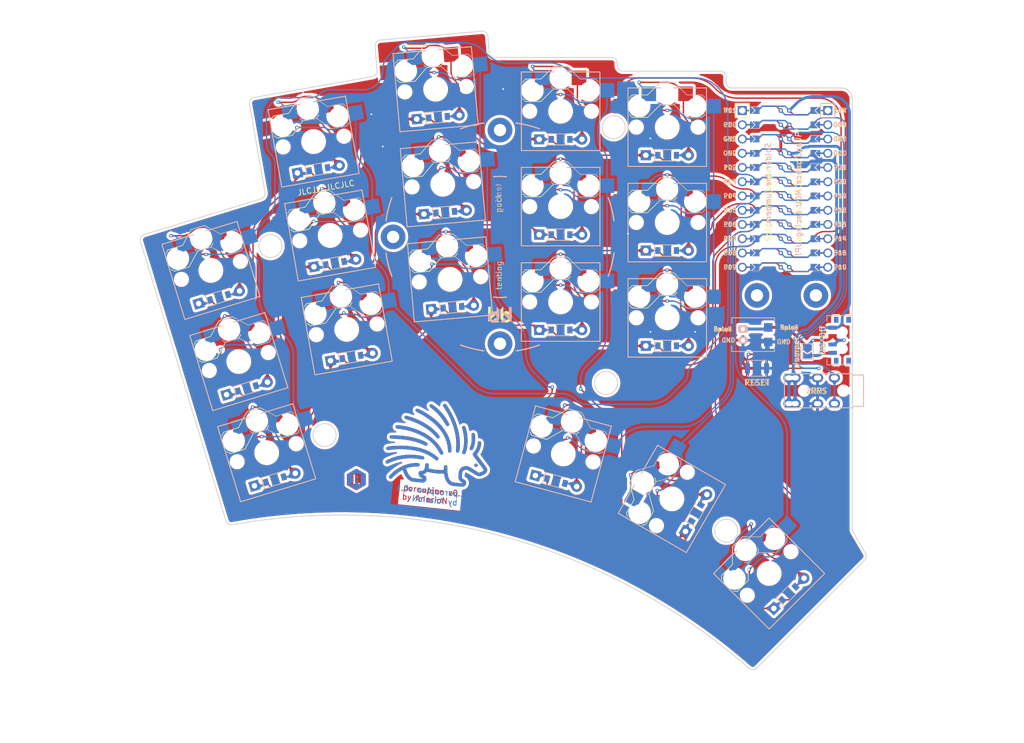
<source format=kicad_pcb>
(kicad_pcb (version 20211014) (generator pcbnew)
  (title_block (title "porcupine") (rev "v0.0.1") (company "Anarion"))
  (layers (0 "F.Cu" signal) (31 "B.Cu" signal) (34 "B.Paste" user) (35 "F.Paste" user) (36 "B.SilkS" user "B.Silkscreen") (37 "F.SilkS" user "F.Silkscreen") (38 "B.Mask" user) (39 "F.Mask" user) (44 "Edge.Cuts" user))
  (net 0 "")
  (net 1 "pinky_bottom")
  (net 2 "P20")
  (net 3 "pinky_home")
  (net 4 "pinky_top")
  (net 5 "ring_bottom")
  (net 6 "P19")
  (net 7 "ring_home")
  (net 8 "ring_top")
  (net 9 "middle_bottom")
  (net 10 "P18")
  (net 11 "middle_home")
  (net 12 "middle_top")
  (net 13 "index_bottom")
  (net 14 "P15")
  (net 15 "index_home")
  (net 16 "index_top")
  (net 17 "inner_bottom")
  (net 18 "P14")
  (net 19 "inner_home")
  (net 20 "inner_top")
  (net 21 "near_thumb")
  (net 22 "home_thumb")
  (net 23 "far_thumb")
  (net 24 "P6")
  (net 25 "P5")
  (net 26 "P4")
  (net 27 "P7")
  (net 28 "RAW")
  (net 29 "GND")
  (net 30 "RST")
  (net 31 "VCC")
  (net 32 "P21")
  (net 33 "P16")
  (net 34 "P10")
  (net 35 "P1")
  (net 36 "P0")
  (net 37 "P2")
  (net 38 "P3")
  (net 39 "P8")
  (net 40 "P9")
  (net 41 "Bplus")
  (footprint "lib:bat2p0" (layer "F.Cu") (at 259.911087 129.683517)
    (fp_text reference "_2" hide)
    (fp_text value "" hide)
  )
  (footprint "PG1350" (layer "F.Cu") (at 227.411087 89.850184)
    (fp_text reference "S12" hide)
    (fp_text value "" hide)
  )
  (footprint "PG1350" (layer "F.Cu") (at 206.420883 102.868402 5)
    (fp_text reference "S8" hide)
    (fp_text value "" hide)
  )
  (footprint "Diode_SMD:SOD-123" (layer "F.Cu") (at 187.207369 116.920704 10)
    (fp_text reference "D5" hide)
    (fp_text value "D_SOD-123")
  )
  (footprint "Diode_SMD:SOD-123" (layer "F.Cu") (at 206.856661 107.849376 5)
    (fp_text reference "D8" hide)
    (fp_text value "D_SOD-123")
  )
  (footprint "PG1350" (layer "F.Cu") (at 227.891046 150.961262 -15)
    (fp_text reference "S16" hide)
    (fp_text value "" hide)
  )
  (footprint "Diode_SMD:SOD-123" (layer "F.Cu") (at 208.13907 124.802117 5)
    (fp_text reference "D7" hide)
    (fp_text value "D_SOD-123")
  )
  (footprint "PG1350" (layer "F.Cu") (at 246.411087 109.683517)
    (fp_text reference "S14" hide)
    (fp_text value "" hide)
  )
  (footprint "Diode_SMD:SOD-123" (layer "F.Cu") (at 226.596951 155.790891 -15)
    (fp_text reference "D16" hide)
    (fp_text value "D_SOD-123")
  )
  (footprint "Diode_SMD:SOD-123" (layer "F.Cu") (at 205.574253 90.896635 5)
    (fp_text reference "D9" hide)
    (fp_text value "D_SOD-123")
  )
  (footprint "Diode_SMD:SOD-123" (layer "F.Cu") (at 227.411087 94.850184)
    (fp_text reference "D12" hide)
    (fp_text value "D_SOD-123")
  )
  (footprint "PG1350" (layer "F.Cu") (at 186.339129 111.996665 10)
    (fp_text reference "S5" hide)
    (fp_text value "" hide)
  )
  (footprint "SMDPad" (layer "F.Cu") (at 264.411087 130.983517)
    (fp_text reference "PAD2" hide)
    (fp_text value "" hide)
  )
  (footprint "Button_Switch_SMD:SW_SPST_B3U-1000P" (layer "F.Cu") (at 262.411087 135.683517)
    (fp_text reference "_4_F" hide)
    (fp_text value "SW_Push")
  )
  (footprint "PG1350" (layer "F.Cu") (at 227.411087 106.850184)
    (fp_text reference "S11" hide)
    (fp_text value "" hide)
  )
  (footprint "Diode_SMD:SOD-123" (layer "F.Cu") (at 246.411087 114.683517)
    (fp_text reference "D14" hide)
    (fp_text value "D_SOD-123")
  )
  (footprint "ProMicro" (layer "F.Cu") (at 267.411087 103.683517 -90)
    (fp_text reference "MCU1" hide)
    (fp_text value "")
  )
  (footprint "Through Hole" (layer "F.Cu") (at 262.411087 122.683517)
    (fp_text reference "_73" hide)
    (fp_text value "hole" hide)
  )
  (footprint "Jumper:SolderJumper-2_P1.3mm_Open_TrianglePad1.0x1.5mm" (layer "F.Cu") (at 271.411087 132.683517 -90)
    (fp_text reference "J2" hide)
    (fp_text value "Jumper")
  )
  (footprint "Diode_SMD:SOD-123" (layer "F.Cu") (at 176.49154 155.524343 17)
    (fp_text reference "D1" hide)
    (fp_text value "D_SOD-123")
  )
  (footprint "PG1350" (layer "F.Cu") (at 175.029681 150.742819 17)
    (fp_text reference "S1" hide)
    (fp_text value "" hide)
  )
  (footprint "SMDPad" (layer "F.Cu") (at 264.411087 128.383517)
    (fp_text reference "PAD1" hide)
    (fp_text value "" hide)
  )
  (footprint "PG1350" (layer "F.Cu") (at 207.703291 119.821143 5)
    (fp_text reference "S7" hide)
    (fp_text value "" hide)
  )
  (footprint "Porcupine Logo" (layer "F.Cu") (at 205.605402 149.130946 -6)
    (fp_text reference "LOGO_F" hide)
    (fp_text value "" hide)
  )
  (footprint "Diode_SMD:SOD-123" (layer "F.Cu") (at 246.411087 131.683517)
    (fp_text reference "D13" hide)
    (fp_text value "D_SOD-123")
  )
  (footprint "PG1350" (layer "F.Cu") (at 183.38711 95.254933 10)
    (fp_text reference "S6" hide)
    (fp_text value "" hide)
  )
  (footprint "PG1350" (layer "F.Cu") (at 189.291148 128.738397 10)
    (fp_text reference "S4" hide)
    (fp_text value "" hide)
  )
  (footprint "Diode_SMD:SOD-123" (layer "F.Cu") (at 227.411087 111.850184)
    (fp_text reference "D11" hide)
    (fp_text value "D_SOD-123")
  )
  (footprint "PG1350" (layer "F.Cu") (at 246.411087 126.683517)
    (fp_text reference "S13" hide)
    (fp_text value "" hide)
  )
  (footprint "Tenting Puck" (layer "F.Cu") (at 216.611087 112.250184)
    (fp_text reference "_9" hide)
    (fp_text value "Tenting Puck")
  )
  (footprint "PG1350" (layer "F.Cu") (at 170.059362 134.485638 17)
    (fp_text reference "S2" hide)
    (fp_text value "" hide)
  )
  (footprint "Diode_SMD:SOD-123" (layer "F.Cu") (at 268.111118 175.810398 45)
    (fp_text reference "D18" hide)
    (fp_text value "D_SOD-123")
  )
  (footprint "PG1350" (layer "F.Cu") (at 247.248661 158.979448 60)
    (fp_text reference "S17" hide)
    (fp_text value "" hide)
  )
  (footprint "PG1350" (layer "F.Cu") (at 264.575584 172.274864 45)
    (fp_text reference "S18" hide)
    (fp_text value "" hide)
  )
  (footprint "Diode_SMD:SOD-123" (layer "F.Cu") (at 171.521221 139.267162 17)
    (fp_text reference "D2" hide)
    (fp_text value "D_SOD-123")
  )
  (footprint "PG1350" (layer "F.Cu") (at 205.138474 85.915661 5)
    (fp_text reference "S9" hide)
    (fp_text value "" hide)
  )
  (footprint "Diode_SMD:SOD-123" (layer "F.Cu") (at 227.411087 128.850184)
    (fp_text reference "D10" hide)
    (fp_text value "D_SOD-123")
  )
  (footprint "Diode_SMD:SOD-123" (layer "F.Cu") (at 246.411087 97.683517)
    (fp_text reference "D15" hide)
    (fp_text value "D_SOD-123")
  )
  (footprint "Diode_SMD:SOD-123" (layer "F.Cu") (at 166.550902 123.009981 17)
    (fp_text reference "D3" hide)
    (fp_text value "D_SOD-123")
  )
  (footprint "Through Hole" (layer "F.Cu") (at 272.911087 122.683517)
    (fp_text reference "_74" hide)
    (fp_text value "hole" hide)
  )
  (footprint "Diode_SMD:SOD-123" (layer "F.Cu") (at 251.578788 161.479448 60)
    (fp_text reference "D17" hide)
    (fp_text value "D_SOD-123")
  )
  (footprint "Diode_SMD:SOD-123" (layer "F.Cu") (at 190.159388 133.662435 10)
    (fp_text reference "D4" hide)
    (fp_text value "D_SOD-123")
  )
  (footprint "PG1350" (layer "F.Cu") (at 246.411087 92.683517)
    (fp_text reference "S15" hide)
    (fp_text value "" hide)
  )
  (footprint "Diode_SMD:SOD-123" (layer "F.Cu") (at 184.25535 100.178972 10)
    (fp_text reference "D6" hide)
    (fp_text value "D_SOD-123")
  )
  (footprint "PG1350" (layer "F.Cu") (at 227.411087 123.850184)
    (fp_text reference "S10" hide)
    (fp_text value "" hide)
  )
  (footprint "Button_Switch_SMD:SW_SPDT_PCM12" (layer "F.Cu") (at 277.311087 130.683517 90)
    (fp_text reference "_3" hide)
    (fp_text value "")
  )
  (footprint "Side Indicator" (layer "F.Cu") (at 189.611087 154.450184)
    (fp_text reference "Side_F" hide)
    (fp_text value "" hide)
  )
  (footprint "PG1350" (layer "F.Cu") (at 165.089043 118.228457 17)
    (fp_text reference "S3" hide)
    (fp_text value "" hide)
  )
  (footprint "TRRS-PJ-320A-dual" (layer "F.Cu") (at 279.411087 139.683517 -90)
    (fp_text reference "TRRS_F")
    (fp_text value "AudioJack4" hide)
  )
  (footprint "TRRS-PJ-320A-dual" (layer "B.Cu") (at 279.411087 139.683517 -90)
    (fp_text reference "TRRS_B")
    (fp_text value "AudioJack4" hide)
  )
  (footprint "Button_Switch_SMD:SW_SPST_B3U-1000P" (layer "B.Cu") (at 262.411087 135.683517)
    (fp_text reference "_4_B" hide)
    (fp_text value "SW_Push")
  )
  (footprint "Side Indicator" (layer "B.Cu") (at 189.611087 158.410184)
    (fp_text reference "Side_B" hide)
    (fp_text value "" hide)
  )
  (footprint "Porcupine Logo" (layer "B.Cu") (at 205.605402 149.130946 -6)
    (fp_text reference "LOGO_B" hide)
    (fp_text value "" hide)
  )
  (footprint "Jumper:SolderJumper-2_P1.3mm_Open_TrianglePad1.0x1.5mm" (layer "B.Cu") (at 271.411087 132.683517 -90)
    (fp_text reference "J1" hide)
    (fp_text value "Jumper")
  )
  (gr_line (start 156.348308 113.580926) (end 160.441512 126.969192) (layer "B.SilkS") (width 0.15))
  (gr_line (start 169.736574 109.487722) (end 156.348308 113.580926) (layer "B.SilkS") (width 0.15))
  (gr_line (start 244.686483 149.417271) (end 237.686483 161.541626) (layer "B.SilkS") (width 0.15))
  (gr_line (start 239.411087 116.683517) (end 253.411087 116.683517) (layer "B.SilkS") (width 0.15))
  (gr_line (start 198.775201 93.499114) (end 212.721927 92.278934) (layer "B.SilkS") (width 0.15))
  (gr_line (start 264.575584 162.375369) (end 254.676089 172.274864) (layer "B.SilkS") (width 0.15))
  (gr_line (start 220.411087 130.850184) (end 234.411087 130.850184) (layer "B.SilkS") (width 0.15))
  (gr_line (start 178.800097 139.13317) (end 174.706893 125.744903) (layer "B.SilkS") (width 0.15))
  (gr_line (start 219.317832 155.91101) (end 232.840794 159.534476) (layer "B.SilkS") (width 0.15))
  (gr_line (start 211.501747 78.332208) (end 197.555021 79.552388) (layer "B.SilkS") (width 0.15))
  (gr_line (start 200.05761 110.451855) (end 214.004336 109.231675) (layer "B.SilkS") (width 0.15))
  (gr_line (start 197.400339 134.416514) (end 194.969265 120.629205) (layer "B.SilkS") (width 0.15))
  (gr_line (start 249.810838 168.541626) (end 256.810838 156.417271) (layer "B.SilkS") (width 0.15))
  (gr_line (start 239.411087 85.683517) (end 239.411087 99.683517) (layer "B.SilkS") (width 0.15))
  (gr_line (start 232.840794 159.534476) (end 236.46426 146.011515) (layer "B.SilkS") (width 0.15))
  (gr_line (start 234.411087 99.850184) (end 220.411087 99.850184) (layer "B.SilkS") (width 0.15))
  (gr_line (start 264.575584 182.174359) (end 274.475079 172.274864) (layer "B.SilkS") (width 0.15))
  (gr_line (start 253.411087 133.683517) (end 253.411087 119.683517) (layer "B.SilkS") (width 0.15))
  (gr_line (start 189.065227 87.145742) (end 175.277918 89.576816) (layer "B.SilkS") (width 0.15))
  (gr_line (start 200.119838 113.45787) (end 201.340019 127.404596) (layer "B.SilkS") (width 0.15))
  (gr_line (start 239.411087 133.683517) (end 253.411087 133.683517) (layer "B.SilkS") (width 0.15))
  (gr_line (start 175.277918 89.576816) (end 177.708993 103.364125) (layer "B.SilkS") (width 0.15))
  (gr_line (start 192.017246 103.887473) (end 178.229937 106.318548) (layer "B.SilkS") (width 0.15))
  (gr_line (start 179.677212 142.002084) (end 166.288946 146.095288) (layer "B.SilkS") (width 0.15))
  (gr_line (start 237.686483 161.541626) (end 249.810838 168.541626) (layer "B.SilkS") (width 0.15))
  (gr_line (start 234.411087 116.850184) (end 220.411087 116.850184) (layer "B.SilkS") (width 0.15))
  (gr_line (start 214.004336 109.231675) (end 212.784155 95.284949) (layer "B.SilkS") (width 0.15))
  (gr_line (start 183.613031 136.847588) (end 197.400339 134.416514) (layer "B.SilkS") (width 0.15))
  (gr_line (start 274.475079 172.274864) (end 264.575584 162.375369) (layer "B.SilkS") (width 0.15))
  (gr_line (start 181.181956 123.06028) (end 183.613031 136.847588) (layer "B.SilkS") (width 0.15))
  (gr_line (start 194.44832 117.674782) (end 192.017246 103.887473) (layer "B.SilkS") (width 0.15))
  (gr_line (start 178.229937 106.318548) (end 180.661012 120.105856) (layer "B.SilkS") (width 0.15))
  (gr_line (start 239.411087 102.683517) (end 239.411087 116.683517) (layer "B.SilkS") (width 0.15))
  (gr_line (start 160.441512 126.969192) (end 173.829778 122.875989) (layer "B.SilkS") (width 0.15))
  (gr_line (start 253.411087 85.683517) (end 239.411087 85.683517) (layer "B.SilkS") (width 0.15))
  (gr_line (start 174.706893 125.744903) (end 161.318627 129.838107) (layer "B.SilkS") (width 0.15))
  (gr_line (start 239.411087 119.683517) (end 239.411087 133.683517) (layer "B.SilkS") (width 0.15))
  (gr_line (start 166.288946 146.095288) (end 170.38215 159.483554) (layer "B.SilkS") (width 0.15))
  (gr_line (start 215.286744 126.184416) (end 214.066564 112.23769) (layer "B.SilkS") (width 0.15))
  (gr_line (start 220.411087 113.850184) (end 234.411087 113.850184) (layer "B.SilkS") (width 0.15))
  (gr_line (start 212.784155 95.284949) (end 198.837429 96.505129) (layer "B.SilkS") (width 0.15))
  (gr_line (start 253.411087 102.683517) (end 239.411087 102.683517) (layer "B.SilkS") (width 0.15))
  (gr_line (start 220.411087 116.850184) (end 220.411087 130.850184) (layer "B.SilkS") (width 0.15))
  (gr_line (start 253.411087 116.683517) (end 253.411087 102.683517) (layer "B.SilkS") (width 0.15))
  (gr_line (start 234.411087 96.850184) (end 234.411087 82.850184) (layer "B.SilkS") (width 0.15))
  (gr_line (start 234.411087 113.850184) (end 234.411087 99.850184) (layer "B.SilkS") (width 0.15))
  (gr_line (start 220.411087 82.850184) (end 220.411087 96.850184) (layer "B.SilkS") (width 0.15))
  (gr_line (start 180.661012 120.105856) (end 194.44832 117.674782) (layer "B.SilkS") (width 0.15))
  (gr_line (start 214.066564 112.23769) (end 200.119838 113.45787) (layer "B.SilkS") (width 0.15))
  (gr_line (start 220.411087 96.850184) (end 234.411087 96.850184) (layer "B.SilkS") (width 0.15))
  (gr_line (start 198.837429 96.505129) (end 200.05761 110.451855) (layer "B.SilkS") (width 0.15))
  (gr_line (start 236.46426 146.011515) (end 222.941299 142.388048) (layer "B.SilkS") (width 0.15))
  (gr_line (start 165.411831 143.226373) (end 178.800097 139.13317) (layer "B.SilkS") (width 0.15))
  (gr_line (start 201.340019 127.404596) (end 215.286744 126.184416) (layer "B.SilkS") (width 0.15))
  (gr_line (start 220.411087 99.850184) (end 220.411087 113.850184) (layer "B.SilkS") (width 0.15))
  (gr_line (start 197.555021 79.552388) (end 198.775201 93.499114) (layer "B.SilkS") (width 0.15))
  (gr_line (start 254.676089 172.274864) (end 264.575584 182.174359) (layer "B.SilkS") (width 0.15))
  (gr_line (start 194.969265 120.629205) (end 181.181956 123.06028) (layer "B.SilkS") (width 0.15))
  (gr_line (start 183.770416 155.39035) (end 179.677212 142.002084) (layer "B.SilkS") (width 0.15))
  (gr_line (start 239.411087 99.683517) (end 253.411087 99.683517) (layer "B.SilkS") (width 0.15))
  (gr_line (start 170.38215 159.483554) (end 183.770416 155.39035) (layer "B.SilkS") (width 0.15))
  (gr_line (start 253.411087 119.683517) (end 239.411087 119.683517) (layer "B.SilkS") (width 0.15))
  (gr_line (start 234.411087 130.850184) (end 234.411087 116.850184) (layer "B.SilkS") (width 0.15))
  (gr_line (start 256.810838 156.417271) (end 244.686483 149.417271) (layer "B.SilkS") (width 0.15))
  (gr_line (start 222.941299 142.388048) (end 219.317832 155.91101) (layer "B.SilkS") (width 0.15))
  (gr_line (start 161.318627 129.838107) (end 165.411831 143.226373) (layer "B.SilkS") (width 0.15))
  (gr_line (start 212.721927 92.278934) (end 211.501747 78.332208) (layer "B.SilkS") (width 0.15))
  (gr_line (start 253.411087 99.683517) (end 253.411087 85.683517) (layer "B.SilkS") (width 0.15))
  (gr_line (start 177.708993 103.364125) (end 191.496301 100.93305) (layer "B.SilkS") (width 0.15))
  (gr_line (start 173.829778 122.875989) (end 169.736574 109.487722) (layer "B.SilkS") (width 0.15))
  (gr_line (start 234.411087 82.850184) (end 220.411087 82.850184) (layer "B.SilkS") (width 0.15))
  (gr_line (start 191.496301 100.93305) (end 189.065227 87.145742) (layer "B.SilkS") (width 0.15))
  (gr_line (start 173.829778 122.875989) (end 169.736574 109.487722) (layer "F.SilkS") (width 0.15))
  (gr_line (start 191.496301 100.93305) (end 189.065227 87.145742) (layer "F.SilkS") (width 0.15))
  (gr_line (start 239.411087 102.683517) (end 239.411087 116.683517) (layer "F.SilkS") (width 0.15))
  (gr_line (start 220.411087 113.850184) (end 234.411087 113.850184) (layer "F.SilkS") (width 0.15))
  (gr_line (start 194.969265 120.629205) (end 181.181956 123.06028) (layer "F.SilkS") (width 0.15))
  (gr_line (start 244.686483 149.417271) (end 237.686483 161.541626) (layer "F.SilkS") (width 0.15))
  (gr_line (start 234.411087 113.850184) (end 234.411087 99.850184) (layer "F.SilkS") (width 0.15))
  (gr_line (start 220.411087 116.850184) (end 220.411087 130.850184) (layer "F.SilkS") (width 0.15))
  (gr_line (start 239.411087 85.683517) (end 239.411087 99.683517) (layer "F.SilkS") (width 0.15))
  (gr_line (start 220.411087 82.850184) (end 220.411087 96.850184) (layer "F.SilkS") (width 0.15))
  (gr_line (start 198.837429 96.505129) (end 200.05761 110.451855) (layer "F.SilkS") (width 0.15))
  (gr_line (start 219.317832 155.91101) (end 232.840794 159.534476) (layer "F.SilkS") (width 0.15))
  (gr_line (start 220.411087 99.850184) (end 220.411087 113.850184) (layer "F.SilkS") (width 0.15))
  (gr_line (start 249.810838 168.541626) (end 256.810838 156.417271) (layer "F.SilkS") (width 0.15))
  (gr_line (start 174.706893 125.744903) (end 161.318627 129.838107) (layer "F.SilkS") (width 0.15))
  (gr_line (start 253.411087 102.683517) (end 239.411087 102.683517) (layer "F.SilkS") (width 0.15))
  (gr_line (start 183.770416 155.39035) (end 179.677212 142.002084) (layer "F.SilkS") (width 0.15))
  (gr_line (start 222.941299 142.388048) (end 219.317832 155.91101) (layer "F.SilkS") (width 0.15))
  (gr_line (start 189.065227 87.145742) (end 175.277918 89.576816) (layer "F.SilkS") (width 0.15))
  (gr_line (start 253.411087 133.683517) (end 253.411087 119.683517) (layer "F.SilkS") (width 0.15))
  (gr_line (start 234.411087 96.850184) (end 234.411087 82.850184) (layer "F.SilkS") (width 0.15))
  (gr_line (start 160.441512 126.969192) (end 173.829778 122.875989) (layer "F.SilkS") (width 0.15))
  (gr_line (start 236.46426 146.011515) (end 222.941299 142.388048) (layer "F.SilkS") (width 0.15))
  (gr_line (start 234.411087 99.850184) (end 220.411087 99.850184) (layer "F.SilkS") (width 0.15))
  (gr_line (start 178.800097 139.13317) (end 174.706893 125.744903) (layer "F.SilkS") (width 0.15))
  (gr_line (start 161.318627 129.838107) (end 165.411831 143.226373) (layer "F.SilkS") (width 0.15))
  (gr_line (start 183.613031 136.847588) (end 197.400339 134.416514) (layer "F.SilkS") (width 0.15))
  (gr_line (start 239.411087 116.683517) (end 253.411087 116.683517) (layer "F.SilkS") (width 0.15))
  (gr_line (start 169.736574 109.487722) (end 156.348308 113.580926) (layer "F.SilkS") (width 0.15))
  (gr_line (start 264.575584 162.375369) (end 254.676089 172.274864) (layer "F.SilkS") (width 0.15))
  (gr_line (start 274.475079 172.274864) (end 264.575584 162.375369) (layer "F.SilkS") (width 0.15))
  (gr_line (start 156.348308 113.580926) (end 160.441512 126.969192) (layer "F.SilkS") (width 0.15))
  (gr_line (start 197.400339 134.416514) (end 194.969265 120.629205) (layer "F.SilkS") (width 0.15))
  (gr_line (start 234.411087 130.850184) (end 234.411087 116.850184) (layer "F.SilkS") (width 0.15))
  (gr_line (start 264.575584 182.174359) (end 274.475079 172.274864) (layer "F.SilkS") (width 0.15))
  (gr_line (start 165.411831 143.226373) (end 178.800097 139.13317) (layer "F.SilkS") (width 0.15))
  (gr_line (start 179.677212 142.002084) (end 166.288946 146.095288) (layer "F.SilkS") (width 0.15))
  (gr_line (start 194.44832 117.674782) (end 192.017246 103.887473) (layer "F.SilkS") (width 0.15))
  (gr_line (start 200.05761 110.451855) (end 214.004336 109.231675) (layer "F.SilkS") (width 0.15))
  (gr_line (start 166.288946 146.095288) (end 170.38215 159.483554) (layer "F.SilkS") (width 0.15))
  (gr_line (start 239.411087 99.683517) (end 253.411087 99.683517) (layer "F.SilkS") (width 0.15))
  (gr_line (start 237.686483 161.541626) (end 249.810838 168.541626) (layer "F.SilkS") (width 0.15))
  (gr_line (start 212.721927 92.278934) (end 211.501747 78.332208) (layer "F.SilkS") (width 0.15))
  (gr_line (start 192.017246 103.887473) (end 178.229937 106.318548) (layer "F.SilkS") (width 0.15))
  (gr_line (start 232.840794 159.534476) (end 236.46426 146.011515) (layer "F.SilkS") (width 0.15))
  (gr_line (start 180.661012 120.105856) (end 194.44832 117.674782) (layer "F.SilkS") (width 0.15))
  (gr_line (start 214.066564 112.23769) (end 200.119838 113.45787) (layer "F.SilkS") (width 0.15))
  (gr_line (start 254.676089 172.274864) (end 264.575584 182.174359) (layer "F.SilkS") (width 0.15))
  (gr_line (start 220.411087 130.850184) (end 234.411087 130.850184) (layer "F.SilkS") (width 0.15))
  (gr_line (start 197.555021 79.552388) (end 198.775201 93.499114) (layer "F.SilkS") (width 0.15))
  (gr_line (start 253.411087 85.683517) (end 239.411087 85.683517) (layer "F.SilkS") (width 0.15))
  (gr_line (start 215.286744 126.184416) (end 214.066564 112.23769) (layer "F.SilkS") (width 0.15))
  (gr_line (start 175.277918 89.576816) (end 177.708993 103.364125) (layer "F.SilkS") (width 0.15))
  (gr_line (start 253.411087 99.683517) (end 253.411087 85.683517) (layer "F.SilkS") (width 0.15))
  (gr_line (start 234.411087 116.850184) (end 220.411087 116.850184) (layer "F.SilkS") (width 0.15))
  (gr_line (start 181.181956 123.06028) (end 183.613031 136.847588) (layer "F.SilkS") (width 0.15))
  (gr_line (start 239.411087 119.683517) (end 239.411087 133.683517) (layer "F.SilkS") (width 0.15))
  (gr_line (start 178.229937 106.318548) (end 180.661012 120.105856) (layer "F.SilkS") (width 0.15))
  (gr_line (start 212.784155 95.284949) (end 198.837429 96.505129) (layer "F.SilkS") (width 0.15))
  (gr_line (start 214.004336 109.231675) (end 212.784155 95.284949) (layer "F.SilkS") (width 0.15))
  (gr_line (start 256.810838 156.417271) (end 244.686483 149.417271) (layer "F.SilkS") (width 0.15))
  (gr_line (start 177.708993 103.364125) (end 191.496301 100.93305) (layer "F.SilkS") (width 0.15))
  (gr_line (start 198.775201 93.499114) (end 212.721927 92.278934) (layer "F.SilkS") (width 0.15))
  (gr_line (start 253.411087 116.683517) (end 253.411087 102.683517) (layer "F.SilkS") (width 0.15))
  (gr_line (start 200.119838 113.45787) (end 201.340019 127.404596) (layer "F.SilkS") (width 0.15))
  (gr_line (start 234.411087 82.850184) (end 220.411087 82.850184) (layer "F.SilkS") (width 0.15))
  (gr_line (start 239.411087 133.683517) (end 253.411087 133.683517) (layer "F.SilkS") (width 0.15))
  (gr_line (start 211.501747 78.332208) (end 197.555021 79.552388) (layer "F.SilkS") (width 0.15))
  (gr_line (start 253.411087 119.683517) (end 239.411087 119.683517) (layer "F.SilkS") (width 0.15))
  (gr_line (start 170.38215 159.483554) (end 183.770416 155.39035) (layer "F.SilkS") (width 0.15))
  (gr_line (start 201.340019 127.404596) (end 215.286744 126.184416) (layer "F.SilkS") (width 0.15))
  (gr_line (start 220.411087 96.850184) (end 234.411087 96.850184) (layer "F.SilkS") (width 0.15))
  (gr_arc (start 279.549633 164.934067) (mid 279.446339 164.68943) (end 279.411087 164.426232) (layer "Edge.Cuts") (width 0.15))
  (gr_line (start 238.511087 82.683517) (end 255.911087 82.683517) (layer "Edge.Cuts") (width 0.15))
  (gr_arc (start 171.947177 88.539433) (mid 172.112839 87.792214) (end 172.758337 87.380977) (layer "Edge.Cuts") (width 0.15))
  (gr_circle (center 185.357772 147.585205) (end 187.407772 147.585205) (layer "Edge.Cuts") (width 0.15) (fill none))
  (gr_arc (start 174.730405 104.323902) (mid 174.598213 105.020021) (end 174.037969 105.453855) (layer "Edge.Cuts") (width 0.15))
  (gr_arc (start 213.36715 75.559075) (mid 214.097099 75.789226) (end 214.450501 76.468114) (layer "Edge.Cuts") (width 0.15))
  (gr_circle (center 235.511087 138.300184) (end 237.561087 138.300184) (layer "Edge.Cuts") (width 0.15) (fill none))
  (gr_arc (start 257.911087 85.683517) (mid 257.203983 85.39062) (end 256.911087 84.683517) (layer "Edge.Cuts") (width 0.15))
  (gr_line (start 256.911087 84.683517) (end 256.911087 83.683517) (layer "Edge.Cuts") (width 0.15))
  (gr_arc (start 277.411087 85.683517) (mid 278.825303 86.2693) (end 279.411087 87.683517) (layer "Edge.Cuts") (width 0.15))
  (gr_line (start 152.533446 113.074139) (end 167.767477 162.902407) (layer "Edge.Cuts") (width 0.15))
  (gr_circle (center 256.938831 164.638111) (end 258.988831 164.638111) (layer "Edge.Cuts") (width 0.15) (fill none))
  (gr_arc (start 168.901145 163.594181) (mid 217.865263 165.866922) (end 260.980778 189.184351) (layer "Edge.Cuts") (width 0.15))
  (gr_circle (center 175.703205 113.872065) (end 177.753205 113.872065) (layer "Edge.Cuts") (width 0.15) (fill none))
  (gr_line (start 279.549633 164.934067) (end 281.75384 168.673125) (layer "Edge.Cuts") (width 0.15))
  (gr_arc (start 168.901145 163.594181) (mid 168.202896 163.463653) (end 167.767477 162.902407) (layer "Edge.Cuts") (width 0.15))
  (gr_line (start 215.69772 80.250184) (end 236.511087 80.250184) (layer "Edge.Cuts") (width 0.15))
  (gr_line (start 277.411087 85.683517) (end 257.911087 85.683517) (layer "Edge.Cuts") (width 0.15))
  (gr_arc (start 238.511087 82.683517) (mid 237.803983 82.39062) (end 237.511087 81.683517) (layer "Edge.Cuts") (width 0.15))
  (gr_line (start 194.708382 82.583665) (end 194.327368 78.22866) (layer "Edge.Cuts") (width 0.15))
  (gr_line (start 214.450501 76.468114) (end 214.701526 79.33734) (layer "Edge.Cuts") (width 0.15))
  (gr_arc (start 194.327368 78.22866) (mid 194.557514 77.498703) (end 195.236407 77.145309) (layer "Edge.Cuts") (width 0.15))
  (gr_line (start 195.236407 77.145309) (end 213.36715 75.559075) (layer "Edge.Cuts") (width 0.15))
  (gr_circle (center 236.871087 92.683517) (end 238.921087 92.683517) (layer "Edge.Cuts") (width 0.15) (fill none))
  (gr_arc (start 262.347609 189.13995) (mid 261.672969 189.432305) (end 260.980778 189.184351) (layer "Edge.Cuts") (width 0.15))
  (gr_line (start 279.411087 164.426232) (end 279.411087 87.683517) (layer "Edge.Cuts") (width 0.15))
  (gr_arc (start 215.69772 80.250184) (mid 215.022123 79.987468) (end 214.701526 79.33734) (layer "Edge.Cuts") (width 0.15))
  (gr_line (start 237.511087 81.250184) (end 237.511087 81.683517) (layer "Edge.Cuts") (width 0.15))
  (gr_arc (start 281.75384 168.673125) (mid 281.884438 169.307) (end 281.599492 169.888067) (layer "Edge.Cuts") (width 0.15))
  (gr_line (start 172.758337 87.380977) (end 193.885835 83.655629) (layer "Edge.Cuts") (width 0.15))
  (gr_line (start 171.947177 88.539433) (end 174.730405 104.323902) (layer "Edge.Cuts") (width 0.15))
  (gr_arc (start 236.511087 80.250184) (mid 237.218208 80.543072) (end 237.511087 81.250184) (layer "Edge.Cuts") (width 0.15))
  (gr_line (start 281.599492 169.888067) (end 262.347609 189.13995) (layer "Edge.Cuts") (width 0.15))
  (gr_arc (start 255.911087 82.683517) (mid 256.618196 82.976407) (end 256.911087 83.683517) (layer "Edge.Cuts") (width 0.15))
  (gr_line (start 153.19738 111.825463) (end 174.037969 105.453855) (layer "Edge.Cuts") (width 0.15))
  (gr_arc (start 194.708382 82.583665) (mid 194.505531 83.279567) (end 193.885835 83.655629) (layer "Edge.Cuts") (width 0.15))
  (gr_arc (start 152.533446 113.074139) (mid 152.606821 112.312307) (end 153.19738 111.825463) (layer "Edge.Cuts") (width 0.15))
  (gr_text "porcupine v0.1\nby AnarioN" (at 199.153508 157.754928 -6) (layer "F.Cu") (effects (font (size 1 1)) (justify left)))
  (gr_text "porcupine v0.1\nby AnarioN" (at 209.200995 158.89423 -6) (layer "B.Cu") (effects (font (size 1 1)) (justify left mirror)))
  (gr_text "and place MCU facing UP!" (at 269.811087 95.283517 90) (layer "B.SilkS") (effects (font (size 1 1) (thickness 0.15) italic) (justify left mirror)))
  (gr_text "Solder the jumpers," (at 264.411087 95.283517 90) (layer "B.SilkS") (effects (font (size 1 1) (thickness 0.15) italic) (justify left mirror)))
  (gr_text "and place MCU facing UP!" (at 269.811087 113.283517 90) (layer "F.SilkS") (effects (font (size 1 1) (thickness 0.15) italic) (justify left)))
  (gr_text "JLCJLCJLCJLC" (at 180.431484 104.407216 10) (layer "F.SilkS") (effects (font (size 1 1)) (justify left)))
  (gr_text "Solder the jumpers," (at 264.411087 113.283517 90) (layer "F.SilkS") (effects (font (size 1 1) (thickness 0.15) italic) (justify left)))
  (segment (start 179.1 151.887673) (end 179.1 152.643447) (width 0.25) (layer "F.Cu") (net 1))
  (segment (start 179.056983 155.04193) (end 178.069443 155.04193) (width 0.25) (layer "F.Cu") (net 1))
  (segment (start 176.421967 145.142554) (end 176.421967 145.908627) (width 0.25) (layer "F.Cu") (net 1))
  (segment (start 177.704191 149.004191) (end 178.048056 149.348056) (width 0.25) (layer "F.Cu") (net 1))
  (segment (start 173.893641 142.614229) (end 172.544522 142.614229) (width 0.25) (layer "F.Cu") (net 1))
  (segment (start 179.819299 154.094645) (end 179.61753 153.892876) (width 0.25) (layer "F.Cu") (net 1))
  (via (at 172.544522 142.614229) (size 0.6) (drill 0.3) (layers "F.Cu" "B.Cu") (net 1))
  (arc (start 175.681437 143.354758) (mid 176.229509 144.175006) (end 176.421967 145.142554) (width 0.25) (layer "F.Cu") (net 1))
  (arc (start 179.819299 154.726168) (mid 179.469545 154.959866) (end 179.056983 155.04193) (width 0.25) (layer "F.Cu") (net 1))
  (arc (start 175.681437 143.354758) (mid 174.861189 142.806686) (end 173.893641 142.614229) (width 0.25) (layer "F.Cu") (net 1))
  (arc (start 177.704191 149.004191) (mid 176.755206 147.583934) (end 176.421967 145.908627) (width 0.25) (layer "F.Cu") (net 1))
  (arc (start 179.1 152.643447) (mid 179.234501 153.319633) (end 179.61753 153.892876) (width 0.25) (layer "F.Cu") (net 1))
  (arc (start 179.819299 154.094645) (mid 179.950091 154.410406) (end 179.819299 154.726168) (width 0.25) (layer "F.Cu") (net 1))
  (arc (start 179.1 151.887673) (mid 178.826608 150.513242) (end 178.048056 149.348056) (width 0.25) (layer "F.Cu") (net 1))
  (segment (start 170.515169 144.643581) (end 172.544522 142.614229) (width 0.25) (layer "B.Cu") (net 1))
  (segment (start 170.158171 145.505451) (end 170.158171 146.010323) (width 0.25) (layer "B.Cu") (net 1))
  (segment (start 179.056983 155.04193) (end 178.069443 155.04193) (width 0.25) (layer "B.Cu") (net 1))
  (segment (start 179.819299 154.726168) (end 180.135061 154.410407) (width 0.25) (layer "B.Cu") (net 1))
  (arc (start 179.819299 154.726168) (mid 179.469545 154.959866) (end 179.056983 155.04193) (width 0.25) (layer "B.Cu") (net 1))
  (arc (start 170.158171 145.505451) (mid 170.250951 145.03901) (end 170.515169 144.643581) (width 0.25) (layer "B.Cu") (net 1))
  (segment (start 156.748382 117.730845) (end 156.079227 117.06169) (width 0.25) (layer "F.Cu") (net 2))
  (segment (start 161.64011 133.909435) (end 161.049546 133.318871) (width 0.25) (layer "F.Cu") (net 2))
  (segment (start 162.870228 115.629771) (end 162.776776 115.723223) (width 0.25) (layer "F.Cu") (net 2))
  (segment (start 173.78933 147.873905) (end 174.152566 147.873905) (width 0.25) (layer "F.Cu") (net 2))
  (segment (start 166.295742 134.004257) (end 166.381057 133.918941) (width 0.25) (layer "F.Cu") (net 2))
  (segment (start 166.681839 150.238026) (end 166.019865 149.576052) (width 0.25) (layer "F.Cu") (net 2))
  (segment (start 162.423223 116.576776) (end 161.599999 117.399999) (width 0.25) (layer "F.Cu") (net 2))
  (segment (start 168.871906 150.9) (end 168.279985 150.9) (width 0.25) (layer "F.Cu") (net 2))
  (segment (start 171.480525 149.819474) (end 173.169248 148.130751) (width 0.25) (layer "F.Cu") (net 2))
  (segment (start 163.522617 115.359543) (end 164.211928 115.359543) (width 0.25) (layer "F.Cu") (net 2))
  (segment (start 166.791485 132.928084) (end 166.791485 132.347653) (width 0.25) (layer "F.Cu") (net 2))
  (segment (start 158.363865 118.4) (end 159.185786 118.4) (width 0.25) (layer "F.Cu") (net 2))
  (segment (start 165.098914 134.5) (end 163.065859 134.5) (width 0.25) (layer "F.Cu") (net 2))
  (via (at 164.211928 115.359543) (size 0.6) (drill 0.3) (layers "F.Cu" "B.Cu") (net 2))
  (via (at 174.152566 147.873905) (size 0.6) (drill 0.3) (layers "F.Cu" "B.Cu") (net 2))
  (via (at 166.791485 132.347653) (size 0.6) (drill 0.3) (layers "F.Cu" "B.Cu") (net 2))
  (arc (start 166.681839 150.238026) (mid 167.415074 150.727958) (end 168.279985 150.9) (width 0.25) (layer "F.Cu") (net 2))
  (arc (start 163.522617 115.359543) (mid 163.169546 115.429772) (end 162.870228 115.629771) (width 0.25) (layer "F.Cu") (net 2))
  (arc (start 163.065859 134.5) (mid 162.294249 134.346517) (end 161.64011 133.909435) (width 0.25) (layer "F.Cu") (net 2))
  (arc (start 161.599999 117.399999) (mid 160.492349 118.140108) (end 159.185786 118.4) (width 0.25) (layer "F.Cu") (net 2))
  (arc (start 158.363865 118.4) (mid 157.489571 118.226092) (end 156.748382 117.730845) (width 0.25) (layer "F.Cu") (net 2))
  (arc (start 162.6 116.15) (mid 162.645942 115.91903) (end 162.776776 115.723223) (width 0.25) (layer "F.Cu") (net 2))
  (arc (start 162.423223 116.576776) (mid 162.554057 116.380969) (end 162.6 116.15) (width 0.25) (layer "F.Cu") (net 2))
  (arc (start 173.78933 147.873905) (mid 173.453744 147.940657) (end 173.169248 148.130751) (width 0.25) (layer "F.Cu") (net 2))
  (arc (start 171.480525 149.819474) (mid 170.28368 150.61918) (end 168.871906 150.9) (width 0.25) (layer "F.Cu") (net 2))
  (arc (start 165.098914 134.5) (mid 165.746632 134.37116) (end 166.295742 134.004257) (width 0.25) (layer "F.Cu") (net 2))
  (arc (start 166.791485 132.928084) (mid 166.684818 133.464332) (end 166.381057 133.918941) (width 0.25) (layer "F.Cu") (net 2))
  (segment (start 220.427718 81.225184) (end 225.496358 81.225184) (width 0.25) (layer "B.Cu") (net 2))
  (segment (start 175.771545 108.357463) (end 172.178657 111.950351) (width 0.25) (layer "B.Cu") (net 2))
  (segment (start 175 95.639339) (end 175 90.643502) (width 0.25) (layer "B.Cu") (net 2))
  (segment (start 168.238519 131.5) (end 173.161059 131.5) (width 0.25) (layer "B.Cu") (net 2))
  (segment (start 261.928328 101.756758) (end 262.585087 102.413517) (width 0.25) (layer "B.Cu") (net 2))
  (segment (start 257.2 89.653963) (end 257.2 98.368629) (width 0.25) (layer "B.Cu") (net 2))
  (segment (start 198.520684 78.179317) (end 196.760659 79.939339) (width 0.25) (layer "B.Cu") (net 2))
  (segment (start 192.285786 86) (end 186.289949 86) (width 0.25) (layer "B.Cu") (net 2))
  (segment (start 255.293792 85.493792) (end 255.606207 85.806207) (width 0.25) (layer "B.Cu") (net 2))
  (segment (start 214.406845 79.760685) (end 213.839952 79.193792) (width 0.25) (layer "B.Cu") (net 2))
  (segment (start 176.5 106.417157) (end 176.5 99.26066) (width 0.25) (layer "B.Cu") (net 2))
  (segment (start 175.95 88.35) (end 176.558357 87.741643) (width 0.25) (layer "B.Cu") (net 2))
  (segment (start 170.723263 114.176735) (end 171.633484 113.266515) (width 0.25) (layer "B.Cu") (net 2))
  (segment (start 180.958106 146.985302) (end 181.366088 146.577319) (width 0.25) (layer "B.Cu") (net 2))
  (segment (start 178.812828 147.873905) (end 174.152566 147.873905) (width 0.25) (layer "B.Cu") (net 2))
  (segment (start 177.174609 128.778338) (end 178.338195 129.941924) (width 0.25) (layer "B.Cu") (net 2))
  (segment (start 167.867715 115.359543) (end 164.211928 115.359543) (width 0.25) (layer "B.Cu") (net 2))
  (segment (start 195.7 82.585786) (end 195.7 82.5) (width 0.25) (layer "B.Cu") (net 2))
  (segment (start 175.288195 126.891924) (end 176.57817 128.181899) (width 0.25) (layer "B.Cu") (net 2))
  (segment (start 177.174609 128.778338) (end 176.57817 128.181899) (width 0.25) (layer "B.Cu") (net 2))
  (segment (start 220.247097 81.3) (end 218.12308 81.3) (width 0.25) (layer "B.Cu") (net 2))
  (segment (start 173.7 123.057682) (end 173.7 117.768499) (width 0.25) (layer "B.Cu") (net 2))
  (segment (start 167.215311 131.923826) (end 166.791485 132.347653) (width 0.25) (layer "B.Cu") (net 2))
  (segment (start 176.57817 129.621829) (end 175.788194 130.411804) (width 0.25) (layer "B.Cu") (net 2))
  (segment (start 231.953935 83.9) (end 251.446036 83.9) (width 0.25) (layer "B.Cu") (net 2))
  (segment (start 260.342773 101.1) (end 259.93137 101.1) (width 0.25) (layer "B.Cu") (net 2))
  (segment (start 171.906071 112.608433) (end 171.906071 113.464504) (width 0.25) (layer "B.Cu") (net 2))
  (segment (start 181.366088 144.256679) (end 180.823354 143.713945) (width 0.25) (layer "B.Cu") (net 2))
  (segment (start 179.8 141.243349) (end 179.8 133.471033) (width 0.25) (layer "B.Cu") (net 2))
  (segment (start 176.1 107.382842) (end 176.1 107.564504) (width 0.25) (layer "B.Cu") (net 2))
  (segment (start 209.992196 77.6) (end 199.919279 77.6) (width 0.25) (layer "B.Cu") (net 2))
  (segment (start 172.803035 115.603035) (end 172.783991 115.583991) (width 0.25) (layer "B.Cu") (net 2))
  (segment (start 177.383157 87.4) (end 182.91005 87.4) (width 0.25) (layer "B.Cu") (net 2))
  (arc (start 184.6 86.7) (mid 185.375355 86.181924) (end 186.289949 86) (width 0.25) (layer "B.Cu") (net 2))
  (arc (start 171.906071 112.608433) (mid 171.976913 112.252281) (end 172.178657 111.950351) (width 0.25) (layer "B.Cu") (net 2))
  (arc (start 168.238519 131.5) (mid 167.684762 131.610148) (end 167.215311 131.923826) (width 0.25) (layer "B.Cu") (net 2))
  (arc (start 214.406845 79.760685) (mid 216.111868 80.899945) (end 218.12308 81.3) (width 0.25) (layer "B.Cu") (net 2))
  (arc (start 220.337408 81.262592) (mid 220.378842 81.234906) (end 220.427718 81.225184) (width 0.25) (layer "B.Cu") (net 2))
  (arc (start 175.75 97.45) (mid 176.305081 98.280737) (end 176.5 99.26066) (width 0.25) (layer "B.Cu") (net 2))
  (arc (start 192.285786 86) (mid 193.592349 85.740108) (end 194.7 85) (width 0.25) (layer "B.Cu") (net 2))
  (arc (start 176.87639 128.901864) (mid 176.98423 128.740469) (end 177.174609 128.778338) (width 0.25) (layer "B.Cu") (net 2))
  (arc (start 209.992196 77.6) (mid 212.074586 78.014213) (end 213.839952 79.193792) (width 0.25) (layer "B.Cu") (net 2))
  (arc (start 178.338195 129.941924) (mid 179.420089 131.561093) (end 179.8 133.471033) (width 0.25) (layer "B.Cu") (net 2))
  (arc (start 173.161059 131.5) (mid 174.582854 131.217187) (end 175.788194 130.411804) (width 0.25) (layer "B.Cu") (net 2))
  (arc (start 181.366088 144.256679) (mid 181.721799 144.789038) (end 181.846709 145.416999) (width 0.25) (layer "B.Cu") (net 2))
  (arc (start 231.953935 83.9) (mid 230.206527 83.552418) (end 228.725147 82.562592) (width 0.25) (layer "B.Cu") (net 2))
  (arc (start 198.520684 78.179317) (mid 199.162365 77.75056) (end 199.919279 77.6) (width 0.25) (layer "B.Cu") (net 2))
  (arc (start 176.87639 128.901864) (mid 176.798885 129.291506) (end 176.57817 129.621829) (width 0.25) (layer "B.Cu") (net 2))
  (arc (start 184.6 86.7) (mid 183.824644 87.218075) (end 182.91005 87.4) (width 0.25) (layer "B.Cu") (net 2))
  (arc (start 176.558357 87.741643) (mid 176.936779 87.48879) (end 177.383157 87.4) (width 0.25) (layer "B.Cu") (net 2))
  (arc (start 260.342773 101.1) (mid 261.200869 101.270685) (end 261.928328 101.756758) (width 0.25) (layer "B.Cu") (net 2))
  (arc (start 175.288195 126.891924) (mid 174.112758 125.132758) (end 173.7 123.057682) (width 0.25) (layer "B.Cu") (net 2))
  (arc (start 220.337408 81.262592) (mid 220.295972 81.290277) (end 220.247097 81.3) (width 0.25) (layer "B.Cu") (net 2))
  (arc (start 194.7 85) (mid 195.440108 83.892349) (end 195.7 82.585786) (width 0.25) (layer "B.Cu") (net 2))
  (arc (start 257.2 98.368629) (mid 257.407913 99.413879) (end 258 100.3) (width 0.25) (layer "B.Cu") (net 2))
  (arc (start 196.760659 79.939339) (mid 195.975656 81.11418) (end 195.7 82.5) (width 0.25) (layer "B.Cu") (net 2))
  (arc (start 255.293792 85.493792) (mid 253.528426 84.314213) (end 251.446036 83.9) (width 0.25) (layer "B.Cu") (net 2))
  (arc (start 175 90.643502) (mid 175.246896 89.402267) (end 175.95 88.35) (width 0.25) (layer "B.Cu") (net 2))
  (arc (start 178.812828 147.873905) (mid 179.973844 147.642964) (end 180.958106 146.985302) (width 0.25) (layer "B.Cu") (net 2))
  (arc (start 176.1 107.382842) (mid 176.151978 107.121529) (end 176.3 106.9) (width 0.25) (layer "B.Cu") (net 2))
  (arc (start 175.771545 108.357463) (mid 176.014637 107.99365) (end 176.1 107.564504) (width 0.25) (layer "B.Cu") (net 2))
  (arc (start 258 100.3) (mid 258.88612 100.892086) (end 259.93137 101.1) (width 0.25) (layer "B.Cu") (net 2))
  (arc (start 176.5 106.417157) (mid 176.448021 106.678469) (end 176.3 106.9) (width 0.25) (layer "B.Cu") (net 2))
  (arc (start 181.846709 145.416999) (mid 181.721799 146.044959) (end 181.366088 146.577319) (width 0.25) (layer "B.Cu") (net 2))
  (arc (start 176.87639 128.901864) (mid 176.798885 128.512222) (end 176.57817 128.181899) (width 0.25) (layer "B.Cu") (net 2))
  (arc (start 172.803035 115.603035) (mid 173.466886 116.596558) (end 173.7 117.768499) (width 0.25) (layer "B.Cu") (net 2))
  (arc (start 179.8 141.243349) (mid 180.065961 142.580426) (end 180.823354 143.713945) (width 0.25) (layer "B.Cu") (net 2))
  (arc (start 175 95.639339) (mid 175.194918 96.619261) (end 175.75 97.45) (width 0.25) (layer "B.Cu") (net 2))
  (arc (start 171.906071 113.464504) (mid 172.134234 114.611562) (end 172.783991 115.583991) (width 0.25) (layer "B.Cu") (net 2))
  (arc (start 170.723263 114.176735) (mid 169.413126 115.052141) (end 167.867715 115.359543) (width 0.25) (layer "B.Cu") (net 2))
  (arc (start 228.725147 82.562592) (mid 227.243766 81.572765) (end 225.496358 81.225184) (width 0.25) (layer "B.Cu") (net 2))
  (arc (start 257.2 89.653963) (mid 256.785786 87.571572) (end 255.606207 85.806207) (width 0.25) (layer "B.Cu") (net 2))
  (arc (start 171.633484 113.266515) (mid 171.835227 112.964584) (end 171.906071 112.608433) (width 0.25) (layer "B.Cu") (net 2))
  (arc (start 171.906071 112.608433) (mid 171.976913 112.252281) (end 172.178657 111.950351) (width 0.25) (layer "B.Cu") (net 2))
  (segment (start 171.451648 128.885373) (end 171.451648 129.544877) (width 0.25) (layer "F.Cu") (net 3))
  (segment (start 174.086664 138.784749) (end 173.099124 138.784749) (width 0.25) (layer "F.Cu") (net 3))
  (segment (start 175.164742 136.558984) (end 175.164742 137.706671) (width 0.25) (layer "F.Cu") (net 3))
  (segment (start 172.658516 132.458516) (end 174.037442 133.837442) (width 0.25) (layer "F.Cu") (net 3))
  (segment (start 167.574203 126.357048) (end 168.923322 126.357048) (width 0.25) (layer "F.Cu") (net 3))
  (via (at 167.574203 126.357048) (size 0.6) (drill 0.3) (layers "F.Cu" "B.Cu") (net 3))
  (arc (start 174.84898 138.468987) (mid 175.082678 138.119233) (end 175.164742 137.706671) (width 0.25) (layer "F.Cu") (net 3))
  (arc (start 174.037442 133.837442) (mid 174.871766 135.086096) (end 175.164742 136.558984) (width 0.25) (layer "F.Cu") (net 3))
  (arc (start 170.711118 127.097577) (mid 169.89087 126.549505) (end 168.923322 126.357048) (width 0.25) (layer "F.Cu") (net 3))
  (arc (start 172.658516 132.458516) (mid 171.765302 131.121727) (end 171.451648 129.544877) (width 0.25) (layer "F.Cu") (net 3))
  (arc (start 171.451648 128.885373) (mid 171.25919 127.917825) (end 170.711118 127.097577) (width 0.25) (layer "F.Cu") (net 3))
  (arc (start 174.84898 138.468987) (mid 174.499226 138.702685) (end 174.086664 138.784749) (width 0.25) (layer "F.Cu") (net 3))
  (segment (start 174.086664 138.784749) (end 173.099124 138.784749) (width 0.25) (layer "B.Cu") (net 3))
  (segment (start 174.84898 138.468987) (end 175.164742 138.153226) (width 0.25) (layer "B.Cu") (net 3))
  (segment (start 167.574203 126.357048) (end 165.54485 128.3864) (width 0.25) (layer "B.Cu") (net 3))
  (segment (start 165.187852 129.24827) (end 165.187852 129.753142) (width 0.25) (layer "B.Cu") (net 3))
  (arc (start 165.187852 129.24827) (mid 165.280632 128.781829) (end 165.54485 128.3864) (width 0.25) (layer "B.Cu") (net 3))
  (arc (start 174.84898 138.468987) (mid 174.499226 138.702685) (end 174.086664 138.784749) (width 0.25) (layer "B.Cu") (net 3))
  (segment (start 169.116345 122.527568) (end 168.128805 122.527568) (width 0.25) (layer "F.Cu") (net 4))
  (segment (start 166.481329 113.281127) (end 166.481329 112.317096) (width 0.25) (layer "F.Cu") (net 4))
  (segment (start 169.062478 117.562478) (end 167.683553 116.183553) (width 0.25) (layer "F.Cu") (net 4))
  (segment (start 170.194423 120.295234) (end 170.194423 121.44949) (width 0.25) (layer "F.Cu") (net 4))
  (segment (start 164.704056 110.539824) (end 163.520874 110.539824) (width 0.25) (layer "F.Cu") (net 4))
  (segment (start 159.899423 112.039878) (end 157.968546 112.039878) (width 0.25) (layer "F.Cu") (net 4))
  (via (at 157.968546 112.039878) (size 0.6) (drill 0.3) (layers "F.Cu" "B.Cu") (net 4))
  (arc (start 166.481329 112.317096) (mid 166.346042 111.636963) (end 165.960778 111.060375) (width 0.25) (layer "F.Cu") (net 4))
  (arc (start 169.878661 122.211806) (mid 169.528907 122.445504) (end 169.116345 122.527568) (width 0.25) (layer "F.Cu") (net 4))
  (arc (start 166.481329 113.281127) (mid 166.793776 114.851908) (end 167.683553 116.183553) (width 0.25) (layer "F.Cu") (net 4))
  (arc (start 169.062478 117.562478) (mid 169.90024 118.816277) (end 170.194423 120.295234) (width 0.25) (layer "F.Cu") (net 4))
  (arc (start 164.704056 110.539824) (mid 165.384189 110.67511) (end 165.960778 111.060375) (width 0.25) (layer "F.Cu") (net 4))
  (arc (start 159.899423 112.039878) (mid 160.87938 111.844952) (end 161.710149 111.289851) (width 0.25) (layer "F.Cu") (net 4))
  (arc (start 163.520874 110.539824) (mid 162.540916 110.734749) (end 161.710149 111.289851) (width 0.25) (layer "F.Cu") (net 4))
  (arc (start 169.878661 122.211806) (mid 170.112359 121.862052) (end 170.194423 121.44949) (width 0.25) (layer "F.Cu") (net 4))
  (segment (start 158.364998 112.039878) (end 157.968546 112.039878) (width 0.25) (layer "B.Cu") (net 4))
  (segment (start 169.878661 122.211806) (end 170.194423 121.896045) (width 0.25) (layer "B.Cu") (net 4))
  (segment (start 169.116345 122.527568) (end 168.128805 122.527568) (width 0.25) (layer "B.Cu") (net 4))
  (segment (start 159.041783 112.320211) (end 160.217533 113.495961) (width 0.25) (layer "B.Cu") (net 4))
  (arc (start 158.364998 112.039878) (mid 158.731271 112.112734) (end 159.041783 112.320211) (width 0.25) (layer "B.Cu") (net 4))
  (arc (start 169.878661 122.211806) (mid 169.528907 122.445504) (end 169.116345 122.527568) (width 0.25) (layer "B.Cu") (net 4))
  (segment (start 188.677881 120.367531) (end 187.815138 120.367531) (width 0.25) (layer "F.Cu") (net 5))
  (segment (start 193.271202 133.375916) (end 191.784321 133.375916) (width 0.25) (layer "F.Cu") (net 5))
  (segment (start 193.255753 132.345082) (end 193.723965 132.813294) (width 0.25) (layer "F.Cu") (net 5))
  (segment (start 192.6 128.614213) (end 192.6 130.761954) (width 0.25) (layer "F.Cu") (net 5))
  (segment (start 190.150676 120.977582) (end 191.041593 121.868499) (width 0.25) (layer "F.Cu") (net 5))
  (segment (start 190.6 124.19664) (end 190.6 123.817787) (width 0.25) (layer "F.Cu") (net 5))
  (segment (start 191.309482 125.909482) (end 191.6 126.2) (width 0.25) (layer "F.Cu") (net 5))
  (via (at 187.815138 120.367531) (size 0.6) (drill 0.3) (layers "F.Cu" "B.Cu") (net 5))
  (arc (start 191.041593 121.868499) (mid 191.224507 122.310092) (end 191.041593 122.751686) (width 0.25) (layer "F.Cu") (net 5))
  (arc (start 192.6 128.614213) (mid 192.340108 127.30765) (end 191.6 126.2) (width 0.25) (layer "F.Cu") (net 5))
  (arc (start 190.6 123.817787) (mid 190.714766 123.240817) (end 191.041593 122.751686) (width 0.25) (layer "F.Cu") (net 5))
  (arc (start 193.723965 133.188375) (mid 193.801647 133.000834) (end 193.723965 132.813294) (width 0.25) (layer "F.Cu") (net 5))
  (arc (start 191.309482 125.909482) (mid 190.784388 125.123623) (end 190.6 124.19664) (width 0.25) (layer "F.Cu") (net 5))
  (arc (start 193.255753 132.345082) (mid 192.770424 131.618736) (end 192.6 130.761954) (width 0.25) (layer "F.Cu") (net 5))
  (arc (start 190.150676 120.977582) (mid 189.474952 120.526078) (end 188.677881 120.367531) (width 0.25) (layer "F.Cu") (net 5))
  (arc (start 193.723965 133.188375) (mid 193.516235 133.327175) (end 193.271202 133.375916) (width 0.25) (layer "F.Cu") (net 5))
  (segment (start 193.723965 133.188375) (end 193.911506 133.000835) (width 0.25) (layer "B.Cu") (net 5))
  (segment (start 187.70995 120.770234) (end 185.032696 123.447489) (width 0.25) (layer "B.Cu") (net 5))
  (segment (start 187.815138 120.516289) (end 187.815138 120.367531) (width 0.25) (layer "B.Cu") (net 5))
  (segment (start 193.271202 133.375916) (end 191.784321 133.375916) (width 0.25) (layer "B.Cu") (net 5))
  (arc (start 193.723965 133.188375) (mid 193.516235 133.327175) (end 193.271202 133.375916) (width 0.25) (layer "B.Cu") (net 5))
  (arc (start 187.70995 120.770234) (mid 187.7878 120.653723) (end 187.815138 120.516289) (width 0.25) (layer "B.Cu") (net 5))
  (segment (start 188.770203 125.783973) (end 188.612189 125.941986) (width 0.25) (layer "F.Cu") (net 6))
  (segment (start 183.404188 128.1) (end 183.252257 128.1) (width 0.25) (layer "F.Cu") (net 6))
  (segment (start 185.616277 127.183722) (end 186.079804 126.720194) (width 0.25) (layer "F.Cu") (net 6))
  (segment (start 180.404146 92.73463) (end 180.404146 92.915242) (width 0.25) (layer "F.Cu") (net 6))
  (segment (start 178.578806 110.780717) (end 177.538664 109.740575) (width 0.25) (layer "F.Cu") (net 6))
  (segment (start 182.051809 110.780717) (end 183.356165 109.476362) (width 0.25) (layer "F.Cu") (net 6))
  (segment (start 176.328248 93.928248) (end 175.685998 93.285998) (width 0.25) (layer "F.Cu") (net 6))
  (segment (start 180.276433 93.223565) (end 179.571751 93.928248) (width 0.25) (layer "F.Cu") (net 6))
  (segment (start 174.992744 92.998843) (end 174.586645 92.998843) (width 0.25) (layer "F.Cu") (net 6))
  (segment (start 181.299529 127.291153) (end 180.490683 126.482307) (width 0.25) (layer "F.Cu") (net 6))
  (segment (start 187.577088 126.1) (end 188.230711 126.1) (width 0.25) (layer "F.Cu") (net 6))
  (via (at 180.404146 92.73463) (size 0.6) (drill 0.3) (layers "F.Cu" "B.Cu") (net 6))
  (via (at 188.770203 125.783973) (size 0.6) (drill 0.3) (layers "F.Cu" "B.Cu") (net 6))
  (via (at 183.356165 109.476362) (size 0.6) (drill 0.3) (layers "F.Cu" "B.Cu") (net 6))
  (arc (start 177.95 94.6) (mid 177.072314 94.425417) (end 176.328248 93.928248) (width 0.25) (layer "F.Cu") (net 6))
  (arc (start 188.612189 125.941986) (mid 188.437165 126.058933) (end 188.230711 126.1) (width 0.25) (layer "F.Cu") (net 6))
  (arc (start 180.404146 92.915242) (mid 180.370954 93.082105) (end 180.276433 93.223565) (width 0.25) (layer "F.Cu") (net 6))
  (arc (start 180.315308 111.5) (mid 179.37552 111.313064) (end 178.578806 110.780717) (width 0.25) (layer "F.Cu") (net 6))
  (arc (start 182.051809 110.780717) (mid 181.255095 111.313064) (end 180.315308 111.5) (width 0.25) (layer "F.Cu") (net 6))
  (arc (start 187.577088 126.1) (mid 186.766764 126.261183) (end 186.079804 126.720194) (width 0.25) (layer "F.Cu") (net 6))
  (arc (start 177.95 94.6) (mid 178.827685 94.425417) (end 179.571751 93.928248) (width 0.25) (layer "F.Cu") (net 6))
  (arc (start 185.616277 127.183722) (mid 184.601362 127.861867) (end 183.404188 128.1) (width 0.25) (layer "F.Cu") (net 6))
  (arc (start 174.992744 92.998843) (mid 175.36793 93.073472) (end 175.685998 93.285998) (width 0.25) (layer "F.Cu") (net 6))
  (arc (start 183.252257 128.1) (mid 182.195448 127.889787) (end 181.299529 127.291153) (width 0.25) (layer "F.Cu") (net 6))
  (segment (start 183.356165 109.476362) (end 183.367984 109.488181) (width 0.25) (layer "B.Cu") (net 6))
  (segment (start 215.634785 140.2) (end 227.656497 140.2) (width 0.25) (layer "B.Cu") (net 6))
  (segment (start 196.789251 123.257269) (end 196.789251 123.959589) (width 0.25) (layer "B.Cu") (net 6))
  (segment (start 186.158355 93.1) (end 187.217157 93.1) (width 0.25) (layer "B.Cu") (net 6))
  (segment (start 193.837232 103.124624) (end 193.837232 106.370625) (width 0.25) (layer "B.Cu") (net 6))
  (segment (start 249.498959 138.10104) (end 247.093792 140.506207) (width 0.25) (layer "B.Cu") (net 6))
  (segment (start 258.287548 107.406065) (end 259.194938 106.498673) (width 0.25) (layer "B.Cu") (net 6))
  (segment (start 193.837232 106.866696) (end 193.837232 106.370625) (width 0.25) (layer "B.Cu") (net 6))
  (segment (start 197.037558 123.856736) (end 211.787029 138.606207) (width 0.25) (layer "B.Cu") (net 6))
  (segment (start 193.837232 106.370625) (end 193.837232 106.866696) (width 0.25) (layer "B.Cu") (net 6))
  (segment (start 193.837232 107.114732) (end 193.837232 113.949839) (width 0.25) (layer "B.Cu") (net 6))
  (segment (start 190.885213 95.99782) (end 190.885213 90.519876) (width 0.25) (layer "B.Cu") (net 6))
  (segment (start 188.90428 125.91805) (end 188.770203 125.783973) (width 0.25) (layer "B.Cu") (net 6))
  (segment (start 180.404146 92.73463) (end 185.276274 92.73463) (width 0.25) (layer "B.Cu") (net 6))
  (segment (start 196.789251 121.076643) (end 196.789251 123.257269) (width 0.25) (layer "B.Cu") (net 6))
  (segment (start 190.188748 109.5) (end 183.396517 109.5) (width 0.25) (layer "B.Cu") (net 6))
  (segment (start 192.087404 126.6) (end 193.346446 126.6) (width 0.25) (layer "B.Cu") (net 6))
  (segment (start 193.837232 107.114732) (end 193.837232 106.866696) (width 0.25) (layer "B.Cu") (net 6))
  (segment (start 232.243502 142.1) (end 243.246036 142.1) (width 0.25) (layer "B.Cu") (net 6))
  (segment (start 196.540943 124.559056) (end 195.282842 125.817157) (width 0.25) (layer "B.Cu") (net 6))
  (segment (start 261.822389 105.716214) (end 262.585087 104.953517) (width 0.25) (layer "B.Cu") (net 6))
  (segment (start 260.247591 106.368517) (end 259.509151 106.36852) (width 0.25) (layer "B.Cu") (net 6))
  (segment (start 193.661844 107.538155) (end 192.768616 108.431384) (width 0.25) (layer "B.Cu") (net 6))
  (segment (start 193.837232 107.114732) (end 193.837232 106.866696) (width 0.25) (layer "B.Cu") (net 6))
  (segment (start 190.764723 126.052128) (end 189.227972 126.052128) (width 0.25) (layer "B.Cu") (net 6))
  (segment (start 257.25 126.396036) (end 257.25 109.910927) (width 0.25) (layer "B.Cu") (net 6))
  (segment (start 188.182842 92.7) (end 188.5 92.7) (width 0.25) (layer "B.Cu") (net 6))
  (segment (start 190.605968 91.194031) (end 189.524263 92.275735) (width 0.25) (layer "B.Cu") (net 6))
  (segment (start 255.656207 130.243792) (end 250.70104 135.198959) (width 0.25) (layer "B.Cu") (net 6))
  (segment (start 194.553553 126.1) (end 194.6 126.1) (width 0.25) (layer "B.Cu") (net 6))
  (arc (start 259.194938 106.498673) (mid 259.3391 106.402346) (end 259.509151 106.36852) (width 0.25) (layer "B.Cu") (net 6))
  (arc (start 250.70104 135.198959) (mid 250.256205 135.864702) (end 250.1 136.65) (width 0.25) (layer "B.Cu") (net 6))
  (arc (start 195.282842 125.817157) (mid 194.969551 126.026491) (end 194.6 126.1) (width 0.25) (layer "B.Cu") (net 6))
  (arc (start 257.25 109.910927) (mid 257.519649 108.555305) (end 258.287548 107.406065) (width 0.25) (layer "B.Cu") (net 6))
  (arc (start 193.661844 107.538155) (mid 193.79165 107.343887) (end 193.837232 107.114732) (width 0.25) (layer "B.Cu") (net 6))
  (arc (start 188.5 92.7) (mid 189.054327 92.589737) (end 189.524263 92.275735) (width 0.25) (layer "B.Cu") (net 6))
  (arc (start 190.188748 109.5) (mid 191.584962 109.222275) (end 192.768616 108.431384) (width 0.25) (layer "B.Cu") (net 6))
  (arc (start 187.7 92.9) (mid 187.921529 92.751978) (end 188.182842 92.7) (width 0.25) (layer "B.Cu") (net 6))
  (arc (start 232.243502 142.1) (mid 231.002267 141.853103) (end 229.95 141.15) (width 0.25) (layer "B.Cu") (net 6))
  (arc (start 193.837232 103.124624) (mid 193.453629 101.196125) (end 192.361222 99.561222) (width 0.25) (layer "B.Cu") (net 6))
  (arc (start 185.717315 92.917315) (mid 185.919665 93.052521) (end 186.158355 93.1) (width 0.25) (layer "B.Cu") (net 6))
  (arc (start 229.95 141.15) (mid 228.897731 140.446896) (end 227.656497 140.2) (width 0.25) (layer "B.Cu") (net 6))
  (arc (start 194.553553 126.1) (mid 194.226912 126.164972) (end 193.95 126.35) (width 0.25) (layer "B.Cu") (net 6))
  (arc (start 183.367984 109.488181) (mid 183.381075 109.496928) (end 183.396517 109.5) (width 0.25) (layer "B.Cu") (net 6))
  (arc (start 190.605968 91.194031) (mid 190.812639 90.884726) (end 190.885213 90.519876) (width 0.25) (layer "B.Cu") (net 6))
  (arc (start 249.498959 138.10104) (mid 249.943794 137.435297) (end 250.1 136.65) (width 0.25) (layer "B.Cu") (net 6))
  (arc (start 188.90428 125.91805) (mid 189.052791 126.017282) (end 189.227972 126.052128) (width 0.25) (layer "B.Cu") (net 6))
  (arc (start 197.037558 123.856736) (mid 196.853783 123.581698) (end 196.789251 123.257269) (width 0.25) (layer "B.Cu") (net 6))
  (arc (start 261.822389 105.716214) (mid 261.099865 106.198988) (end 260.247591 106.368517) (width 0.25) (layer "B.Cu") (net 6))
  (arc (start 192.361222 99.561222) (mid 191.268815 97.926319) (end 190.885213 95.99782) (width 0.25) (layer "B.Cu") (net 6))
  (arc (start 257.25 126.396036) (mid 256.835786 128.478426) (end 255.656207 130.243792) (width 0.25) (layer "B.Cu") (net 6))
  (arc (start 192.087404 126.6) (mid 191.729489 126.528806) (end 191.426064 126.326064) (width 0.25) (layer "B.Cu") (net 6))
  (arc (start 215.634785 140.2) (mid 213.552394 139.785786) (end 211.787029 138.606207) (width 0.25) (layer "B.Cu") (net 6))
  (arc (start 196.540943 124.559056) (mid 196.724717 124.284018) (end 196.789251 123.959589) (width 0.25) (layer "B.Cu") (net 6))
  (arc (start 190.764723 126.052128) (mid 191.122638 126.123321) (end 191.426064 126.326064) (width 0.25) (layer "B.Cu") (net 6))
  (arc (start 185.276274 92.73463) (mid 185.514963 92.782108) (end 185.717315 92.917315) (width 0.25) (layer "B.Cu") (net 6))
  (arc (start 187.7 92.9) (mid 187.478469 93.048021) (end 187.217157 93.1) (width 0.25) (layer "B.Cu") (net 6))
  (arc (start 195.313241 117.513241) (mid 194.220834 115.878338) (end 193.837232 113.949839) (width 0.25) (layer "B.Cu") (net 6))
  (arc (start 197.037558 123.856736) (mid 196.879042 123.825205) (end 196.789251 123.959589) (width 0.25) (layer "B.Cu") (net 6))
  (arc (start 193.346446 126.6) (mid 193.673087 126.535027) (end 193.95 126.35) (width 0.25) (layer "B.Cu") (net 6))
  (arc (start 247.093792 140.506207) (mid 245.328426 141.685786) (end 243.246036 142.1) (width 0.25) (layer "B.Cu") (net 6))
  (arc (start 195.313241 117.513241) (mid 196.405648 119.148144) (end 196.789251 121.076643) (width 0.25) (layer "B.Cu") (net 6))
  (segment (start 190.319183 116.634185) (end 188.832302 116.634185) (width 0.25) (layer "F.Cu") (net 7))
  (segment (start 189.8 112.484924) (end 189.8 114.279735) (width 0.25) (layer "F.Cu") (net 7))
  (segment (start 184.863119 103.625799) (end 185.725862 103.625799) (width 0.25) (layer "F.Cu") (net 7))
  (segment (start 190.771946 116.071563) (end 190.379743 115.67936) (width 0.25) (layer "F.Cu") (net 7))
  (segment (start 187.7 108.2) (end 187.7 108.087724) (width 0.25) (layer "F.Cu") (net 7))
  (segment (start 188.194974 109.394974) (end 188.75 109.95) (width 0.25) (layer "F.Cu") (net 7))
  (segment (start 188.115584 107.084416) (end 188.142092 107.057907) (width 0.25) (layer "F.Cu") (net 7))
  (segment (start 188.142092 105.179285) (end 187.198657 104.23585) (width 0.25) (layer "F.Cu") (net 7))
  (via (at 184.863119 103.625799) (size 0.6) (drill 0.3) (layers "F.Cu" "B.Cu") (net 7))
  (arc (start 187.7 108.2) (mid 187.828639 108.846715) (end 188.194974 109.394974) (width 0.25) (layer "F.Cu") (net 7))
  (arc (start 188.531168 106.118596) (mid 188.43005 106.626947) (end 188.142092 107.057907) (width 0.25) (layer "F.Cu") (net 7))
  (arc (start 190.771946 116.071563) (mid 190.849627 116.259103) (end 190.771946 116.446644) (width 0.25) (layer "F.Cu") (net 7))
  (arc (start 189.8 114.279735) (mid 189.95067 115.037206) (end 190.379743 115.67936) (width 0.25) (layer "F.Cu") (net 7))
  (arc (start 190.319183 116.634185) (mid 190.564216 116.585444) (end 190.771946 116.446644) (width 0.25) (layer "F.Cu") (net 7))
  (arc (start 188.142092 105.179285) (mid 188.43005 105.610244) (end 188.531168 106.118596) (width 0.25) (layer "F.Cu") (net 7))
  (arc (start 189.8 112.484924) (mid 189.527113 111.113033) (end 188.75 109.95) (width 0.25) (layer "F.Cu") (net 7))
  (arc (start 187.198657 104.23585) (mid 186.522933 103.784346) (end 185.725862 103.625799) (width 0.25) (layer "F.Cu") (net 7))
  (arc (start 188.115584 107.084416) (mid 187.808006 107.544737) (end 187.7 108.087724) (width 0.25) (layer "F.Cu") (net 7))
  (segment (start 182.080677 106.556999) (end 182.080677 106.705757) (width 0.25) (layer "B.Cu") (net 7))
  (segment (start 190.771946 116.446644) (end 190.959487 116.259104) (width 0.25) (layer "B.Cu") (net 7))
  (segment (start 184.863119 103.625799) (end 182.185864 106.303053) (width 0.25) (layer "B.Cu") (net 7))
  (segment (start 190.319183 116.634185) (end 188.832302 116.634185) (width 0.25) (layer "B.Cu") (net 7))
  (arc (start 182.080677 106.556999) (mid 182.108014 106.419564) (end 182.185864 106.303053) (width 0.25) (layer "B.Cu") (net 7))
  (arc (start 190.319183 116.634185) (mid 190.564216 116.585444) (end 190.771946 116.446644) (width 0.25) (layer "B.Cu") (net 7))
  (segment (start 181.938722 87.2) (end 182.802319 87.2) (width 0.25) (layer "F.Cu") (net 8))
  (segment (start 187.367164 99.892453) (end 185.880283 99.892453) (width 0.25) (layer "F.Cu") (net 8))
  (segment (start 187.503734 99.013638) (end 187.819927 99.329831) (width 0.25) (layer "F.Cu") (net 8))
  (segment (start 185.471751 92.771751) (end 185.9 93.2) (width 0.25) (layer "F.Cu") (net 8))
  (segment (start 184.8 90.750941) (end 184.8 91.15) (width 0.25) (layer "F.Cu") (net 8))
  (segment (start 187 97.797516) (end 187 95.855634) (width 0.25) (layer "F.Cu") (net 8))
  (segment (start 185.189574 89.810425) (end 185.369059 89.63094) (width 0.25) (layer "F.Cu") (net 8))
  (segment (start 177.073885 88.244712) (end 179.416565 88.244712) (width 0.25) (layer "F.Cu") (net 8))
  (segment (start 184.765834 88.013314) (end 185.369059 88.616539) (width 0.25) (layer "F.Cu") (net 8))
  (via (at 177.073885 88.244712) (size 0.6) (drill 0.3) (layers "F.Cu" "B.Cu") (net 8))
  (arc (start 185.9 93.2) (mid 186.714119 94.418415) (end 187 95.855634) (width 0.25) (layer "F.Cu") (net 8))
  (arc (start 185.579149 89.12374) (mid 185.524548 88.849245) (end 185.369059 88.616539) (width 0.25) (layer "F.Cu") (net 8))
  (arc (start 185.471751 92.771751) (mid 184.974582 92.027685) (end 184.8 91.15) (width 0.25) (layer "F.Cu") (net 8))
  (arc (start 187.819927 99.704912) (mid 187.897609 99.517371) (end 187.819927 99.329831) (width 0.25) (layer "F.Cu") (net 8))
  (arc (start 187 97.797516) (mid 187.130916 98.455676) (end 187.503734 99.013638) (width 0.25) (layer "F.Cu") (net 8))
  (arc (start 187.367164 99.892453) (mid 187.612197 99.843712) (end 187.819927 99.704912) (width 0.25) (layer "F.Cu") (net 8))
  (arc (start 180.677644 87.722356) (mid 180.099056 88.108956) (end 179.416565 88.244712) (width 0.25) (layer "F.Cu") (net 8))
  (arc (start 182.802319 87.2) (mid 183.864965 87.411373) (end 184.765834 88.013314) (width 0.25) (layer "F.Cu") (net 8))
  (arc (start 185.189574 89.810425) (mid 184.901246 90.241937) (end 184.8 90.750941) (width 0.25) (layer "F.Cu") (net 8))
  (arc (start 185.579149 89.12374) (mid 185.524548 89.398234) (end 185.369059 89.63094) (width 0.25) (layer "F.Cu") (net 8))
  (arc (start 180.677644 87.722356) (mid 181.256231 87.335755) (end 181.938722 87.2) (width 0.25) (layer "F.Cu") (net 8))
  (segment (start 177.527948 88.363315) (end 179.128658 89.964025) (width 0.25) (layer "B.Cu") (net 8))
  (segment (start 187.367164 99.892453) (end 185.880283 99.892453) (width 0.25) (layer "B.Cu") (net 8))
  (segment (start 187.819927 99.704912) (end 188.007468 99.517372) (width 0.25) (layer "B.Cu") (net 8))
  (segment (start 177.241615 88.244712) (end 177.073885 88.244712) (width 0.25) (layer "B.Cu") (net 8))
  (arc (start 187.819927 99.704912) (mid 187.612197 99.843712) (end 187.367164 99.892453) (width 0.25) (layer "B.Cu") (net 8))
  (arc (start 177.241615 88.244712) (mid 177.396577 88.275535) (end 177.527948 88.363315) (width 0.25) (layer "B.Cu") (net 8))
  (segment (start 211.613198 124.65831) (end 209.782791 124.65831) (width 0.25) (layer "F.Cu") (net 9))
  (segment (start 209.7 114.883987) (end 209.7 115.980761) (width 0.25) (layer "F.Cu") (net 9))
  (segment (start 211 120.139157) (end 211 119.119238) (width 0.25) (layer "F.Cu") (net 9))
  (segment (start 211.934572 122.395414) (end 211.934572 124.336936) (width 0.25) (layer "F.Cu") (net 9))
  (segment (start 208.627234 111.788331) (end 210.073626 113.234723) (width 0.25) (layer "F.Cu") (net 9))
  (segment (start 206.962467 111.353488) (end 207.577429 111.353488) (width 0.25) (layer "F.Cu") (net 9))
  (via (at 206.962467 111.353488) (size 0.6) (drill 0.3) (layers "F.Cu" "B.Cu") (net 9))
  (arc (start 211.934572 122.395414) (mid 211.813128 121.784875) (end 211.467286 121.267286) (width 0.25) (layer "F.Cu") (net 9))
  (arc (start 211.840444 124.564182) (mid 211.910108 124.45992) (end 211.934572 124.336936) (width 0.25) (layer "F.Cu") (net 9))
  (arc (start 211 120.139157) (mid 211.121443 120.749696) (end 211.467286 121.267286) (width 0.25) (layer "F.Cu") (net 9))
  (arc (start 210.073626 113.981975) (mid 209.797102 114.395821) (end 209.7 114.883987) (width 0.25) (layer "F.Cu") (net 9))
  (arc (start 210.35 117.55) (mid 209.868929 116.830027) (end 209.7 115.980761) (width 0.25) (layer "F.Cu") (net 9))
  (arc (start 211 119.119238) (mid 210.83107 118.269972) (end 210.35 117.55) (width 0.25) (layer "F.Cu") (net 9))
  (arc (start 208.627234 111.788331) (mid 208.145579 111.4665) (end 207.577429 111.353488) (width 0.25) (layer "F.Cu") (net 9))
  (arc (start 210.073626 113.234723) (mid 210.228386 113.608349) (end 210.073626 113.981975) (width 0.25) (layer "F.Cu") (net 9))
  (arc (start 211.840444 124.564182) (mid 211.736182 124.633846) (end 211.613198 124.65831) (width 0.25) (layer "F.Cu") (net 9))
  (segment (start 211.613198 124.65831) (end 209.782791 124.65831) (width 0.25) (layer "B.Cu") (net 9))
  (segment (start 211.840444 124.564182) (end 211.934572 124.470054) (width 0.25) (layer "B.Cu") (net 9))
  (segment (start 206.962467 111.353488) (end 206.504489 111.353488) (width 0.25) (layer "B.Cu") (net 9))
  (segment (start 203.922177 113.828521) (end 203.922177 114.17922) (width 0.25) (layer "B.Cu") (net 9))
  (segment (start 204.170158 113.229841) (end 205.722673 111.677326) (width 0.25) (layer "B.Cu") (net 9))
  (arc (start 211.840444 124.564182) (mid 211.736182 124.633846) (end 211.613198 124.65831) (width 0.25) (layer "B.Cu") (net 9))
  (arc (start 205.722673 111.677326) (mid 206.081373 111.43765) (end 206.504489 111.353488) (width 0.25) (layer "B.Cu") (net 9))
  (arc (start 204.170158 113.229841) (mid 203.986625 113.504518) (end 203.922177 113.828521) (width 0.25) (layer "B.Cu") (net 9))
  (segment (start 203.976619 118.323379) (end 204.187108 118.112891) (width 0.25) (layer "F.Cu") (net 10))
  (segment (start 204.45324 117.470393) (end 204.45324 117.094026) (width 0.25) (layer "F.Cu") (net 10))
  (segment (start 225.908427 139.599725) (end 225.908427 139.041983) (width 0.25) (layer "F.Cu") (net 10))
  (segment (start 205.199324 100.839909) (end 206.159415 99.879818) (width 0.25) (layer "F.Cu") (net 10))
  (segment (start 202.881459 101.8) (end 201.47611 101.8) (width 0.25) (layer "F.Cu") (net 10))
  (segment (start 221.10591 144.959983) (end 225.514043 140.55185) (width 0.25) (layer "F.Cu") (net 10))
  (segment (start 196.834637 82.901145) (end 196.568129 82.901145) (width 0.25) (layer "F.Cu") (net 10))
  (segment (start 198.261135 99.961135) (end 199.126943 100.826943) (width 0.25) (layer "F.Cu") (net 10))
  (segment (start 198.002212 99.853886) (end 197.850538 99.853886) (width 0.25) (layer "F.Cu") (net 10))
  (segment (start 200.657537 118.057537) (end 199.503387 116.903387) (width 0.25) (layer "F.Cu") (net 10))
  (segment (start 203.974965 82.9) (end 204.830783 82.9) (width 0.25) (layer "F.Cu") (net 10))
  (segment (start 228.093035 148.4) (end 225.189983 148.4) (width 0.25) (layer "F.Cu") (net 10))
  (segment (start 197.289594 83.089594) (end 198.222182 84.022182) (width 0.25) (layer "F.Cu") (net 10))
  (segment (start 204.877007 82.927077) (end 204.863468 82.913538) (width 0.25) (layer "F.Cu") (net 10))
  (segment (start 199.269786 116.806627) (end 199.132946 116.806627) (width 0.25) (layer "F.Cu") (net 10))
  (segment (start 201.977817 84.022182) (end 202.481306 83.518693) (width 0.25) (layer "F.Cu") (net 10))
  (segment (start 221.10591 146.10591) (end 222.13429 147.13429) (width 0.25) (layer "F.Cu") (net 10))
  (segment (start 202.45 118.8) (end 202.825957 118.8) (width 0.25) (layer "F.Cu") (net 10))
  (segment (start 228.499245 148.231742) (end 228.667503 148.063485) (width 0.25) (layer "F.Cu") (net 10))
  (via (at 204.877007 82.927077) (size 0.6) (drill 0.3) (layers "F.Cu" "B.Cu") (net 10))
  (via (at 204.45324 117.094026) (size 0.6) (drill 0.3) (layers "F.Cu" "B.Cu") (net 10))
  (via (at 228.667503 148.063485) (size 0.6) (drill 0.3) (layers "F.Cu" "B.Cu") (net 10))
  (via (at 225.908427 139.041983) (size 0.6) (drill 0.3) (layers "F.Cu" "B.Cu") (net 10))
  (via (at 206.159415 99.879818) (size 0.6) (drill 0.3) (layers "F.Cu" "B.Cu") (net 10))
  (arc (start 202.45 118.8) (mid 201.479926 118.60704) (end 200.657537 118.057537) (width 0.25) (layer "F.Cu") (net 10))
  (arc (start 199.126943 100.826943) (mid 200.20475 101.54711) (end 201.47611 101.8) (width 0.25) (layer "F.Cu") (net 10))
  (arc (start 199.269786 116.806627) (mid 199.39621 116.831774) (end 199.503387 116.903387) (width 0.25) (layer "F.Cu") (net 10))
  (arc (start 197.289594 83.089594) (mid 197.080858 82.950121) (end 196.834637 82.901145) (width 0.25) (layer "F.Cu") (net 10))
  (arc (start 203.976619 118.323379) (mid 203.448691 118.67613) (end 202.825957 118.8) (width 0.25) (layer "F.Cu") (net 10))
  (arc (start 204.830783 82.9) (mid 204.848472 82.903518) (end 204.863468 82.913538) (width 0.25) (layer "F.Cu") (net 10))
  (arc (start 221.10591 146.10591) (mid 220.93026 145.843032) (end 220.868581 145.532947) (width 0.25) (layer "F.Cu") (net 10))
  (arc (start 205.199324 100.839909) (mid 204.135878 101.55048) (end 202.881459 101.8) (width 0.25) (layer "F.Cu") (net 10))
  (arc (start 203.974965 82.9) (mid 203.166602 83.060793) (end 202.481306 83.518693) (width 0.25) (layer "F.Cu") (net 10))
  (arc (start 222.13429 147.13429) (mid 223.536254 148.071052) (end 225.189983 148.4) (width 0.25) (layer "F.Cu") (net 10))
  (arc (start 200.1 84.8) (mid 199.083732 84.597851) (end 198.222182 84.022182) (width 0.25) (layer "F.Cu") (net 10))
  (arc (start 228.093035 148.4) (mid 228.312874 148.356271) (end 228.499245 148.231742) (width 0.25) (layer "F.Cu") (net 10))
  (arc (start 204.45324 117.470393) (mid 204.384074 117.81811) (end 204.187108 118.112891) (width 0.25) (layer "F.Cu") (net 10))
  (arc (start 198.261135 99.961135) (mid 198.14234 99.881759) (end 198.002212 99.853886) (width 0.25) (layer "F.Cu") (net 10))
  (arc (start 225.908427 139.599725) (mid 225.805929 140.115011) (end 225.514043 140.55185) (width 0.25) (layer "F.Cu") (net 10))
  (arc (start 221.10591 144.959983) (mid 220.93026 145.222861) (end 220.868581 145.532947) (width 0.25) (layer "F.Cu") (net 10))
  (arc (start 201.977817 84.022182) (mid 201.116267 84.597851) (end 200.1 84.8) (width 0.25) (layer "F.Cu") (net 10))
  (segment (start 211.429289 100.9) (end 209.721377 100.9) (width 0.25) (layer "B.Cu") (net 10))
  (segment (start 238.052949 148.282472) (end 238.641629 147.693792) (width 0.25) (layer "B.Cu") (net 10))
  (segment (start 215.619968 116.270998) (end 215.619968 121.066004) (width 0.25) (layer "B.Cu") (net 10))
  (segment (start 210.753553 83.7) (end 211 83.7) (width 0.25) (layer "B.Cu") (net 10))
  (segment (start 257.7 137.486294) (end 257.7 109.994974) (width 0.25) (layer "B.Cu") (net 10))
  (segment (start 236.245038 150.090384) (end 236.87559 149.459831) (width 0.25) (layer "B.Cu") (net 10))
  (segment (start 211.774509 100.8) (end 211.67071 100.8) (width 0.25) (layer "B.Cu") (net 10))
  (segment (start 204.45324 117.094026) (end 208.624116 117.094026) (width 0.25) (layer "B.Cu") (net 10))
  (segment (start 225.575205 139.041983) (end 225.908427 139.041983) (width 0.25) (layer "B.Cu") (net 10))
  (segment (start 209.546446 84.2) (end 208.900092 84.2) (width 0.25) (layer "B.Cu") (net 10))
  (segment (start 206.159415 99.879818) (end 207.25844 99.879818) (width 0.25) (layer "B.Cu") (net 10))
  (segment (start 210.569909 117.9) (end 211.542083 117.9) (width 0.25) (layer "B.Cu") (net 10))
  (segment (start 249.086294 146.1) (end 242.489385 146.1) (width 0.25) (layer "B.Cu") (net 10))
  (segment (start 212.024264 83.275735) (end 212.777211 82.522788) (width 0.25) (layer "B.Cu") (net 10))
  (segment (start 221.2 132.746036) (end 221.2 131.153963) (width 0.25) (layer "B.Cu") (net 10))
  (segment (start 261.931845 108.146758) (end 262.585087 107.493517) (width 0.25) (layer "B.Cu") (net 10))
  (segment (start 238.052949 148.282472) (end 236.87559 149.459831) (width 0.25) (layer "B.Cu") (net 10))
  (segment (start 217.21376 124.91376) (end 219.606207 127.306207) (width 0.25) (layer "B.Cu") (net 10))
  (segment (start 213.055151 81.851783) (end 213.055151 96.222248) (width 0.25) (layer "B.Cu") (net 10))
  (segment (start 213.696355 99.052662) (end 212.072414 100.676603) (width 0.25) (layer "B.Cu") (net 10))
  (segment (start 214.978763 116.005402) (end 214.174584 116.809582) (width 0.25) (layer "B.Cu") (net 10))
  (segment (start 252.93405 144.506207) (end 256.106207 141.33405) (width 0.25) (layer "B.Cu") (net 10))
  (segment (start 204.877007 82.927077) (end 205.826984 82.927077) (width 0.25) (layer "B.Cu") (net 10))
  (segment (start 233.564297 150.7) (end 234.773294 150.7) (width 0.25) (layer "B.Cu") (net 10))
  (segment (start 229.203485 148.203485) (end 230.381742 149.381742) (width 0.25) (layer "B.Cu") (net 10))
  (segment (start 228.667503 148.063485) (end 228.865494 148.063485) (width 0.25) (layer "B.Cu") (net 10))
  (segment (start 260.354781 108.8) (end 258.894974 108.8) (width 0.25) (layer "B.Cu") (net 10))
  (segment (start 225.006359 138.806359) (end 222.793792 136.593792) (width 0.25) (layer "B.Cu") (net 10))
  (segment (start 214.33756 99.318258) (end 214.33756 113.174991) (width 0.25) (layer "B.Cu") (net 10))
  (arc (start 210.569909 117.9) (mid 210.043381 117.795267) (end 209.597013 117.497013) (width 0.25) (layer "B.Cu") (net 10))
  (arc (start 213.696355 99.052662) (mid 213.96195 98.411457) (end 213.696355 97.770253) (width 0.25) (layer "B.Cu") (net 10))
  (arc (start 257.7 137.486294) (mid 257.285786 139.568684) (end 256.106207 141.33405) (width 0.25) (layer "B.Cu") (net 10))
  (arc (start 238.641629 147.693792) (mid 240.406994 146.514213) (end 242.489385 146.1) (width 0.25) (layer "B.Cu") (net 10))
  (arc (start 213.055151 81.851783) (mid 212.982916 82.214928) (end 212.777211 82.522788) (width 0.25) (layer "B.Cu") (net 10))
  (arc (start 208.489909 100.389909) (mid 209.054911 100.767431) (end 209.721377 100.9) (width 0.25) (layer "B.Cu") (net 10))
  (arc (start 210.753553 83.7) (mid 210.426912 83.764972) (end 210.15 83.95) (width 0.25) (layer "B.Cu") (net 10))
  (arc (start 252.93405 144.506207) (mid 251.168684 145.685786) (end 249.086294 146.1) (width 0.25) (layer "B.Cu") (net 10))
  (arc (start 233.564297 150.7) (mid 231.84191 150.357395) (end 230.381742 149.381742) (width 0.25) (layer "B.Cu") (net 10))
  (arc (start 215.619968 116.270998) (mid 215.388098 115.92398) (end 214.978763 116.005402) (width 0.25) (layer "B.Cu") (net 10))
  (arc (start 213.696355 97.770253) (mid 213.221794 97.060022) (end 213.055151 96.222248) (width 0.25) (layer "B.Cu") (net 10))
  (arc (start 236.245038 150.090384) (mid 235.569796 150.541565) (end 234.773294 150.7) (width 0.25) (layer "B.Cu") (net 10))
  (arc (start 225.575205 139.041983) (mid 225.267347 138.980746) (end 225.006359 138.806359) (width 0.25) (layer "B.Cu") (net 10))
  (arc (start 207.25844 99.879818) (mid 207.924906 100.012386) (end 208.489909 100.389909) (width 0.25) (layer "B.Cu") (net 10))
  (arc (start 214.33756 113.174991) (mid 214.504203 114.012764) (end 214.978764 114.722995) (width 0.25) (layer "B.Cu") (net 10))
  (arc (start 211.67071 100.8) (mid 211.605382 100.812994) (end 211.55 100.85) (width 0.25) (layer "B.Cu") (net 10))
  (arc (start 261.931845 108.146758) (mid 261.208282 108.630227) (end 260.354781 108.8) (width 0.25) (layer "B.Cu") (net 10))
  (arc (start 258.894974 108.8) (mid 258.437677 108.890962) (end 258.05 109.15) (width 0.25) (layer "B.Cu") (net 10))
  (arc (start 214.978763 116.005402) (mid 215.244359 115.364198) (end 214.978764 114.722995) (width 0.25) (layer "B.Cu") (net 10))
  (arc (start 214.174584 116.809582) (mid 212.966782 117.616609) (end 211.542083 117.9) (width 0.25) (layer "B.Cu") (net 10))
  (arc (start 209.597013 117.497013) (mid 209.150644 117.198758) (end 208.624116 117.094026) (width 0.25) (layer "B.Cu") (net 10))
  (arc (start 208.900092 84.2) (mid 208.068515 84.034588) (end 207.363538 83.563538) (width 0.25) (layer "B.Cu") (net 10))
  (arc (start 212.024264 83.275735) (mid 211.554327 83.589737) (end 211 83.7) (width 0.25) (layer "B.Cu") (net 10))
  (arc (start 211.429289 100.9) (mid 211.494617 100.887005) (end 211.55 100.85) (width 0.25) (layer "B.Cu") (net 10))
  (arc (start 214.33756 99.318258) (mid 214.10569 98.97124) (end 213.696355 99.052662) (width 0.25) (layer "B.Cu") (net 10))
  (arc (start 221.2 132.746036) (mid 221.614213 134.828426) (end 222.793792 136.593792) (width 0.25) (layer "B.Cu") (net 10))
  (arc (start 219.606207 127.306207) (mid 220.785786 129.071572) (end 221.2 131.153963) (width 0.25) (layer "B.Cu") (net 10))
  (arc (start 215.619968 116.270998) (mid 215.453324 115.433224) (end 214.978764 114.722995) (width 0.25) (layer "B.Cu") (net 10))
  (arc (start 209.546446 84.2) (mid 209.873087 84.135027) (end 210.15 83.95) (width 0.25) (layer "B.Cu") (net 10))
  (arc (start 214.33756 99.318258) (mid 214.170916 98.480483) (end 213.696355 97.770253) (width 0.25) (layer "B.Cu") (net 10))
  (arc (start 257.7 109.994974) (mid 257.790962 109.537677) (end 258.05 109.15) (width 0.25) (layer "B.Cu") (net 10))
  (arc (start 217.21376 124.91376) (mid 216.034181 123.148394) (end 215.619968 121.066004) (width 0.25) (layer "B.Cu") (net 10))
  (arc (start 205.826984 82.927077) (mid 206.658561 83.092487) (end 207.363538 83.563538) (width 0.25) (layer "B.Cu") (net 10))
  (arc (start 229.203485 148.203485) (mid 229.048413 148.099869) (end 228.865494 148.063485) (width 0.25) (layer "B.Cu") (net 10))
  (arc (start 211.774509 100.8) (mid 211.935734 100.76793) (end 212.072414 100.676603) (width 0.25) (layer "B.Cu") (net 10))
  (segment (start 207.344826 94.83559) (end 208.682422 96.173186) (width 0.25) (layer "F.Cu") (net 11))
  (segment (start 208.2 98.302699) (end 208.2 98.91005) (width 0.25) (layer "F.Cu") (net 11))
  (segment (start 210.558035 107.423185) (end 210.126081 106.991231) (width 0.25) (layer "F.Cu") (net 11))
  (segment (start 205.680059 94.400747) (end 206.295021 94.400747) (width 0.25) (layer "F.Cu") (net 11))
  (segment (start 210.330789 107.705569) (end 208.500382 107.705569) (width 0.25) (layer "F.Cu") (net 11))
  (segment (start 209.6 105.721158) (end 209.6 102.289949) (width 0.25) (layer "F.Cu") (net 11))
  (via (at 205.680059 94.400747) (size 0.6) (drill 0.3) (layers "F.Cu" "B.Cu") (net 11))
  (arc (start 208.682422 97.13803) (mid 208.882247 96.655608) (end 208.682422 96.173186) (width 0.25) (layer "F.Cu") (net 11))
  (arc (start 208.2 98.302699) (mid 208.325377 97.672384) (end 208.682422 97.13803) (width 0.25) (layer "F.Cu") (net 11))
  (arc (start 208.9 100.6) (mid 209.418075 101.375355) (end 209.6 102.289949) (width 0.25) (layer "F.Cu") (net 11))
  (arc (start 210.330789 107.705569) (mid 210.453773 107.681105) (end 210.558035 107.611441) (width 0.25) (layer "F.Cu") (net 11))
  (arc (start 207.344826 94.83559) (mid 206.863171 94.513759) (end 206.295021 94.400747) (width 0.25) (layer "F.Cu") (net 11))
  (arc (start 210.558035 107.423185) (mid 210.597024 107.517313) (end 210.558035 107.611441) (width 0.25) (layer "F.Cu") (net 11))
  (arc (start 209.6 105.721158) (mid 209.736723 106.408516) (end 210.126081 106.991231) (width 0.25) (layer "F.Cu") (net 11))
  (arc (start 208.9 100.6) (mid 208.381924 99.824644) (end 208.2 98.91005) (width 0.25) (layer "F.Cu") (net 11))
  (segment (start 210.558035 107.611441) (end 210.652163 107.517313) (width 0.25) (layer "B.Cu") (net 11))
  (segment (start 202.747048 97.226479) (end 202.639769 97.226479) (width 0.25) (layer "B.Cu") (net 11))
  (segment (start 210.330789 107.705569) (end 208.500382 107.705569) (width 0.25) (layer "B.Cu") (net 11))
  (segment (start 205.680059 94.400747) (end 202.930184 97.150621) (width 0.25) (layer "B.Cu") (net 11))
  (arc (start 202.747048 97.226479) (mid 202.84616 97.206764) (end 202.930184 97.150621) (width 0.25) (layer "B.Cu") (net 11))
  (arc (start 210.330789 107.705569) (mid 210.453773 107.681105) (end 210.558035 107.611441) (width 0.25) (layer "B.Cu") (net 11))
  (segment (start 203.0124 78.6) (end 199.832604 78.6) (width 0.25) (layer "F.Cu") (net 12))
  (segment (start 209.369755 86.221449) (end 209.369755 90.431454) (width 0.25) (layer "F.Cu") (net 12))
  (segment (start 199.460254 78.381882) (end 199.569313 78.490941) (width 0.25) (layer "F.Cu") (net 12))
  (segment (start 207.882435 82.63074) (end 207.882435 80.264863) (width 0.25) (layer "F.Cu") (net 12))
  (segment (start 207.087652 78.908084) (end 207.485043 79.305475) (width 0.25) (layer "F.Cu") (net 12))
  (segment (start 209.048381 90.752828) (end 207.217974 90.752828) (width 0.25) (layer "F.Cu") (net 12))
  (segment (start 204.187393 78.113302) (end 205.168877 78.113302) (width 0.25) (layer "F.Cu") (net 12))
  (via (at 199.460254 78.381882) (size 0.6) (drill 0.3) (layers "F.Cu" "B.Cu") (net 12))
  (arc (start 207.087652 78.908084) (mid 206.20731 78.319859) (end 205.168877 78.113302) (width 0.25) (layer "F.Cu") (net 12))
  (arc (start 203.0124 78.6) (mid 203.330351 78.536755) (end 203.599897 78.356651) (width 0.25) (layer "F.Cu") (net 12))
  (arc (start 199.569313 78.490941) (mid 199.690112 78.571656) (end 199.832604 78.6) (width 0.25) (layer "F.Cu") (net 12))
  (arc (start 207.882435 82.63074) (mid 208.075705 83.602379) (end 208.626095 84.426095) (width 0.25) (layer "F.Cu") (net 12))
  (arc (start 209.369755 86.221449) (mid 209.176484 85.24981) (end 208.626095 84.426095) (width 0.25) (layer "F.Cu") (net 12))
  (arc (start 207.485043 79.305475) (mid 207.779156 79.745646) (end 207.882435 80.264863) (width 0.25) (layer "F.Cu") (net 12))
  (arc (start 209.369755 90.431454) (mid 209.345291 90.554438) (end 209.275627 90.6587) (width 0.25) (layer "F.Cu") (net 12))
  (arc (start 209.048381 90.752828) (mid 209.171365 90.728364) (end 209.275627 90.6587) (width 0.25) (layer "F.Cu") (net 12))
  (arc (start 204.187393 78.113302) (mid 203.869442 78.176546) (end 203.599897 78.356651) (width 0.25) (layer "F.Cu") (net 12))
  (segment (start 209.275627 90.6587) (end 209.369755 90.564572) (width 0.25) (layer "B.Cu") (net 12))
  (segment (start 209.048381 90.752828) (end 207.217974 90.752828) (width 0.25) (layer "B.Cu") (net 12))
  (segment (start 199.46736 78.383738) (end 201.35736 80.273738) (width 0.25) (layer "B.Cu") (net 12))
  (segment (start 199.460254 78.381882) (end 199.462879 78.381882) (width 0.25) (layer "B.Cu") (net 12))
  (arc (start 199.462879 78.381882) (mid 199.465304 78.382364) (end 199.46736 78.383738) (width 0.25) (layer "B.Cu") (net 12))
  (arc (start 209.048381 90.752828) (mid 209.171365 90.728364) (end 209.275627 90.6587) (width 0.25) (layer "B.Cu") (net 12))
  (segment (start 229.8 120.695139) (end 229.8 119.412829) (width 0.25) (layer "F.Cu") (net 13))
  (segment (start 227.773587 115.350184) (end 227.411087 115.350184) (width 0.25) (layer "F.Cu") (net 13))
  (segment (start 231.221087 128.850184) (end 229.061087 128.850184) (width 0.25) (layer "F.Cu") (net 13))
  (segment (start 231.221087 124.125947) (end 231.221087 128.850184) (width 0.25) (layer "F.Cu") (net 13))
  (segment (start 228.392413 115.60651) (end 230.243043 117.45714) (width 0.25) (layer "F.Cu") (net 13))
  (via (at 227.411087 115.350184) (size 0.6) (drill 0.3) (layers "F.Cu" "B.Cu") (net 13))
  (arc (start 230.510543 122.410543) (mid 229.984664 121.623509) (end 229.8 120.695139) (width 0.25) (layer "F.Cu") (net 13))
  (arc (start 227.773587 115.350184) (mid 228.108493 115.4168) (end 228.392413 115.60651) (width 0.25) (layer "F.Cu") (net 13))
  (arc (start 230.243043 118.343227) (mid 230.426557 117.900183) (end 230.243043 117.45714) (width 0.25) (layer "F.Cu") (net 13))
  (arc (start 230.510543 122.410543) (mid 231.036422 123.197577) (end 231.221087 124.125947) (width 0.25) (layer "F.Cu") (net 13))
  (arc (start 230.243043 118.343227) (mid 229.915143 118.833964) (end 229.8 119.412829) (width 0.25) (layer "F.Cu") (net 13))
  (segment (start 227.411087 115.350184) (end 227.048587 115.350184) (width 0.25) (layer "B.Cu") (net 13))
  (segment (start 226.42976 115.60651) (end 224.136087 117.900184) (width 0.25) (layer "B.Cu") (net 13))
  (segment (start 229.061087 128.850184) (end 231.221087 128.850184) (width 0.25) (layer "B.Cu") (net 13))
  (arc (start 226.42976 115.60651) (mid 226.71368 115.4168) (end 227.048587 115.350184) (width 0.25) (layer "B.Cu") (net 13))
  (segment (start 224.9 104.5) (end 224.977426 104.422573) (width 0.25) (layer "F.Cu") (net 14))
  (segment (start 227.325417 103.8) (end 226.480451 103.8) (width 0.25) (layer "F.Cu") (net 14))
  (segment (start 238.3 161.601633) (end 238.3 145.902081) (width 0.25) (layer "F.Cu") (net 14))
  (segment (start 237.45 143.85) (end 237.297658 143.697658) (width 0.25) (layer "F.Cu") (net 14))
  (segment (start 219.136087 120.218135) (end 219.136087 120.100184) (width 0.25) (layer "F.Cu") (net 14))
  (segment (start 233.929064 142.302341) (end 230.996875 139.370152) (width 0.25) (layer "F.Cu") (net 14))
  (segment (start 220.068043 121.268043) (end 219.219491 120.419491) (width 0.25) (layer "F.Cu") (net 14))
  (segment (start 227.385995 103.825092) (end 227.411087 103.850184) (width 0.25) (layer "F.Cu") (net 14))
  (segment (start 220.187936 104.152033) (end 219.136087 103.100184) (width 0.25) (layer "F.Cu") (net 14))
  (segment (start 220.464713 87.42881) (end 219.136087 86.100184) (width 0.25) (layer "F.Cu") (net 14))
  (segment (start 239.081783 163.489025) (end 239.239322 163.646564) (width 0.25) (layer "F.Cu") (net 14))
  (segment (start 222.717951 105.2) (end 223.21005 105.2) (width 0.25) (layer "F.Cu") (net 14))
  (segment (start 243.317699 162.5823) (end 242.253434 163.646564) (width 0.25) (layer "F.Cu") (net 14))
  (segment (start 226.830451 120.850184) (end 227.411087 120.850184) (width 0.25) (layer "F.Cu") (net 14))
  (segment (start 222.567951 88.3) (end 222.774825 88.3) (width 0.25) (layer "F.Cu") (net 14))
  (segment (start 244.650584 159.364432) (end 244.650584 157.479448) (width 0.25) (layer "F.Cu") (net 14))
  (segment (start 227.411087 86.850184) (end 226.27499 86.850184) (width 0.25) (layer "F.Cu") (net 14))
  (segment (start 222.317985 122.2) (end 223.945535 122.2) (width 0.25) (layer "F.Cu") (net 14))
  (segment (start 225.839244 121.260755) (end 225.574908 121.525092) (width 0.25) (layer "F.Cu") (net 14))
  (via (at 227.411087 103.850184) (size 0.6) (drill 0.3) (layers "F.Cu" "B.Cu") (net 14))
  (via (at 244.650584 157.479448) (size 0.6) (drill 0.3) (layers "F.Cu" "B.Cu") (net 14))
  (via (at 227.411087 120.850184) (size 0.6) (drill 0.3) (layers "F.Cu" "B.Cu") (net 14))
  (via (at 230.996875 139.370152) (size 0.6) (drill 0.3) (layers "F.Cu" "B.Cu") (net 14))
  (via (at 227.411087 86.850184) (size 0.6) (drill 0.3) (layers "F.Cu" "B.Cu") (net 14))
  (arc (start 237.297658 143.697658) (mid 236.524896 143.181315) (end 235.613361 143) (width 0.25) (layer "F.Cu") (net 14))
  (arc (start 224.977426 104.422573) (mid 225.66702 103.961801) (end 226.480451 103.8) (width 0.25) (layer "F.Cu") (net 14))
  (arc (start 226.830451 120.850184) (mid 226.294013 120.956887) (end 225.839244 121.260755) (width 0.25) (layer "F.Cu") (net 14))
  (arc (start 237.45 143.85) (mid 238.079092 144.791502) (end 238.3 145.902081) (width 0.25) (layer "F.Cu") (net 14))
  (arc (start 224.524908 87.575092) (mid 225.327852 87.038581) (end 226.27499 86.850184) (width 0.25) (layer "F.Cu") (net 14))
  (arc (start 225.574908 121.525092) (mid 224.827345 122.024597) (end 223.945535 122.2) (width 0.25) (layer "F.Cu") (net 14))
  (arc (start 222.774825 88.3) (mid 223.721963 88.111602) (end 224.524908 87.575092) (width 0.25) (layer "F.Cu") (net 14))
  (arc (start 239.081783 163.489025) (mid 238.503178 162.623082) (end 238.3 161.601633) (width 0.25) (layer "F.Cu") (net 14))
  (arc (start 222.717951 105.2) (mid 221.348716 104.927642) (end 220.187936 104.152033) (width 0.25) (layer "F.Cu") (net 14))
  (arc (start 224.9 104.5) (mid 224.124644 105.018075) (end 223.21005 105.2) (width 0.25) (layer "F.Cu") (net 14))
  (arc (start 240.746379 164.270808) (mid 241.561991 164.108572) (end 242.253434 163.646564) (width 0.25) (layer "F.Cu") (net 14))
  (arc (start 227.385995 103.825092) (mid 227.358201 103.806521) (end 227.325417 103.8) (width 0.25) (layer "F.Cu") (net 14))
  (arc (start 233.929064 142.302341) (mid 234.701826 142.818684) (end 235.613361 143) (width 0.25) (layer "F.Cu") (net 14))
  (arc (start 240.746379 164.270808) (mid 239.930765 164.108572) (end 239.239322 163.646564) (width 0.25) (layer "F.Cu") (net 14))
  (arc (start 222.567951 88.3) (mid 221.429686 88.073585) (end 220.464713 87.42881) (width 0.25) (layer "F.Cu") (net 14))
  (arc (start 219.219491 120.419491) (mid 219.157762 120.327108) (end 219.136087 120.218135) (width 0.25) (layer "F.Cu") (net 14))
  (arc (start 220.068043 121.268043) (mid 221.100325 121.957792) (end 222.317985 122.2) (width 0.25) (layer "F.Cu") (net 14))
  (arc (start 244.650584 159.364432) (mid 244.304178 161.105929) (end 243.317699 162.5823) (width 0.25) (layer "F.Cu") (net 14))
  (segment (start 229.875092 87.575092) (end 229.765047 87.465047) (width 0.25) (layer "B.Cu") (net 14))
  (segment (start 235.686087 103.157048) (end 235.686087 103.100183) (width 0.25) (layer "B.Cu") (net 14))
  (segment (start 235.686087 103.157048) (end 235.686087 103.100183) (width 0.25) (layer "B.Cu") (net 14))
  (segment (start 235.645877 103.254122) (end 234.643043 104.256956) (width 0.25) (layer "B.Cu") (net 14))
  (segment (start 228.130635 120.850184) (end 227.411087 120.850184) (width 0.25) (layer "B.Cu") (net 14))
  (segment (start 231.930766 122.3) (end 231.325174 122.3) (width 0.25) (layer "B.Cu") (net 14))
  (segment (start 248.152512 154.547487) (end 245.422066 157.277933) (width 0.25) (layer "B.Cu") (net 14))
  (segment (start 234.1 92.621532) (end 234.1 94.778467) (width 0.25) (layer "B.Cu") (net 14))
  (segment (start 259.771751 111.3) (end 260.423065 111.3) (width 0.25) (layer "B.Cu") (net 14))
  (segment (start 235.686087 129.359949) (end 235.686087 121.655688) (width 0.25) (layer "B.Cu") (net 14))
  (segment (start 231.625174 88.3) (end 232.043135 88.3) (width 0.25) (layer "B.Cu") (net 14))
  (segment (start 261.951845 110.666758) (end 262.585087 110.033517) (width 0.25) (layer "B.Cu") (net 14))
  (segment (start 228.180635 103.850184) (end 227.411087 103.850184) (width 0.25) (layer "B.Cu") (net 14))
  (segment (start 234.506721 87.279549) (end 234.586178 87.200091) (width 0.25) (layer "B.Cu") (net 14))
  (segment (start 229.575092 121.575092) (end 229.358981 121.358981) (width 0.25) (layer "B.Cu") (net 14))
  (segment (start 249 151.408647) (end 249 152.575735) (width 0.25) (layer "B.Cu") (net 14))
  (segment (start 258.15 137.67269) (end 258.15 112.921751) (width 0.25) (layer "B.Cu") (net 14))
  (segment (start 235.686087 98.607619) (end 235.686087 102.986454) (width 0.25) (layer "B.Cu") (net 14))
  (segment (start 235.686087 87.655688) (end 235.686087 88.79238) (width 0.25) (layer "B.Cu") (net 14))
  (segment (start 231.425174 105.3) (end 232.124913 105.3) (width 0.25) (layer "B.Cu") (net 14))
  (segment (start 235.686087 118.544679) (end 235.686087 121.655688) (width 0.25) (layer "B.Cu") (net 14))
  (segment (start 227.411087 86.850184) (end 228.280635 86.850184) (width 0.25) (layer "B.Cu") (net 14))
  (segment (start 235.686087 103.100183) (end 235.686087 102.986454) (width 0.25) (layer "B.Cu") (net 14))
  (segment (start 235.686087 118.544679) (end 235.686087 103.157048) (width 0.25) (layer "B.Cu") (net 14))
  (segment (start 230.996875 137.836638) (end 230.996875 139.370152) (width 0.25) (layer "B.Cu") (net 14))
  (segment (start 248.647487 153.352512) (end 248.7 153.3) (width 0.25) (layer "B.Cu") (net 14))
  (segment (start 234.092294 133.207705) (end 232.081232 135.218767) (width 0.25) (layer "B.Cu") (net 14))
  (segment (start 244.650584 157.479448) (end 244.935568 157.479448) (width 0.25) (layer "B.Cu") (net 14))
  (segment (start 229.675092 104.575092) (end 229.494336 104.394336) (width 0.25) (layer "B.Cu") (net 14))
  (segment (start 235.686087 102.986454) (end 235.686087 103.100183) (width 0.25) (layer "B.Cu") (net 14))
  (segment (start 248.569283 149.507371) (end 256.556207 141.520446) (width 0.25) (layer "B.Cu") (net 14))
  (arc (start 259.771751 111.3) (mid 259.151133 111.423448) (end 258.625 111.775) (width 0.25) (layer "B.Cu") (net 14))
  (arc (start 248.569283 149.507371) (mid 248.390874 149.938088) (end 248.569283 150.368805) (width 0.25) (layer "B.Cu") (net 14))
  (arc (start 235.686087 121.655688) (mid 235.288343 121.060422) (end 234.586179 121.200092) (width 0.25) (layer "B.Cu") (net 14))
  (arc (start 258.15 137.67269) (mid 257.735786 139.75508) (end 256.556207 141.520446) (width 0.25) (layer "B.Cu") (net 14))
  (arc (start 248.7 153.3) (mid 248.922032 152.967704) (end 249 152.575735) (width 0.25) (layer "B.Cu") (net 14))
  (arc (start 232.043135 88.3) (mid 233.376418 88.034793) (end 234.506721 87.279549) (width 0.25) (layer "B.Cu") (net 14))
  (arc (start 229.575092 121.575092) (mid 230.378036 122.111602) (end 231.325174 122.3) (width 0.25) (layer "B.Cu") (net 14))
  (arc (start 248.569283 150.368805) (mid 248.88806 150.845888) (end 249 151.408647) (width 0.25) (layer "B.Cu") (net 14))
  (arc (start 235.686087 87.655688) (mid 235.288342 87.060422) (end 234.586178 87.200091) (width 0.25) (layer "B.Cu") (net 14))
  (arc (start 228.180635 103.850184) (mid 228.891605 103.991604) (end 229.494336 104.394336) (width 0.25) (layer "B.Cu") (net 14))
  (arc (start 245.422066 157.277933) (mid 245.198858 157.427075) (end 244.935568 157.479448) (width 0.25) (layer "B.Cu") (net 14))
  (arc (start 258.625 111.775) (mid 258.273448 112.301133) (end 258.15 112.921751) (width 0.25) (layer "B.Cu") (net 14))
  (arc (start 235.686087 118.544679) (mid 235.40023 119.981778) (end 234.586179 121.200092) (width 0.25) (layer "B.Cu") (net 14))
  (arc (start 228.130635 120.850184) (mid 228.795411 120.982416) (end 229.358981 121.358981) (width 0.25) (layer "B.Cu") (net 14))
  (arc (start 234.1 94.778467) (mid 234.306105 95.814628) (end 234.893043 96.693043) (width 0.25) (layer "B.Cu") (net 14))
  (arc (start 230.996875 137.836638) (mid 231.27869 136.419856) (end 232.081232 135.218767) (width 0.25) (layer "B.Cu") (net 14))
  (arc (start 235.686087 98.607619) (mid 235.479981 97.571458) (end 234.893043 96.693043) (width 0.25) (layer "B.Cu") (net 14))
  (arc (start 234.893043 90.706956) (mid 235.479981 89.828541) (end 235.686087 88.79238) (width 0.25) (layer "B.Cu") (net 14))
  (arc (start 232.124913 105.3) (mid 233.487715 105.028921) (end 234.643043 104.256956) (width 0.25) (layer "B.Cu") (net 14))
  (arc (start 248.4 153.95) (mid 248.464319 153.626642) (end 248.647487 153.352512) (width 0.25) (layer "B.Cu") (net 14))
  (arc (start 231.930766 122.3) (mid 233.367865 122.014143) (end 234.586179 121.200092) (width 0.25) (layer "B.Cu") (net 14))
  (arc (start 248.4 153.95) (mid 248.335679 154.273357) (end 248.152512 154.547487) (width 0.25) (layer "B.Cu") (net 14))
  (arc (start 260.423065 111.3) (mid 261.250434 111.135425) (end 261.951845 110.666758) (width 0.25) (layer "B.Cu") (net 14))
  (arc (start 234.1 92.621532) (mid 234.306105 91.585371) (end 234.893043 90.706956) (width 0.25) (layer "B.Cu") (net 14))
  (arc (start 228.280635 86.850184) (mid 229.083993 87.009981) (end 229.765047 87.465047) (width 0.25) (layer "B.Cu") (net 14))
  (arc (start 231.625174 88.3) (mid 230.678036 88.111602) (end 229.875092 87.575092) (width 0.25) (layer "B.Cu") (net 14))
  (arc (start 235.686087 103.157048) (mid 235.675636 103.209584) (end 235.645877 103.254122) (width 0.25) (layer "B.Cu") (net 14))
  (arc (start 235.686087 129.359949) (mid 235.271873 131.442339) (end 234.092294 133.207705) (width 0.25) (layer "B.Cu") (net 14))
  (arc (start 231.425174 105.3) (mid 230.478036 105.111602) (end 229.675092 104.575092) (width 0.25) (layer "B.Cu") (net 14))
  (segment (start 229.8 102.412829) (end 229.8 105.595139) (width 0.25) (layer "F.Cu") (net 15))
  (segment (start 231.221087 111.850184) (end 231.221087 109.025947) (width 0.25) (layer "F.Cu") (net 15))
  (segment (start 231.221087 111.850184) (end 229.061087 111.850184) (width 0.25) (layer "F.Cu") (net 15))
  (segment (start 227.411087 98.350184) (end 227.773587 98.350184) (width 0.25) (layer "F.Cu") (net 15))
  (segment (start 228.392413 98.60651) (end 230.243043 100.45714) (width 0.25) (layer "F.Cu") (net 15))
  (via (at 227.411087 98.350184) (size 0.6) (drill 0.3) (layers "F.Cu" "B.Cu") (net 15))
  (arc (start 229.8 102.412829) (mid 229.915143 101.833964) (end 230.243043 101.343227) (width 0.25) (layer "F.Cu") (net 15))
  (arc (start 230.510543 107.310543) (mid 231.036422 108.097577) (end 231.221087 109.025947) (width 0.25) (layer "F.Cu") (net 15))
  (arc (start 227.773587 98.350184) (mid 228.108493 98.4168) (end 228.392413 98.60651) (width 0.25) (layer "F.Cu") (net 15))
  (arc (start 230.243043 101.343227) (mid 230.426557 100.900183) (end 230.243043 100.45714) (width 0.25) (layer "F.Cu") (net 15))
  (arc (start 229.8 105.595139) (mid 229.984664 106.523509) (end 230.510543 107.310543) (width 0.25) (layer "F.Cu") (net 15))
  (segment (start 229.061087 111.850184) (end 231.221087 111.850184) (width 0.25) (layer "B.Cu") (net 15))
  (segment (start 227.411087 98.350184) (end 227.048587 98.350184) (width 0.25) (layer "B.Cu") (net 15))
  (segment (start 226.42976 98.60651) (end 224.136087 100.900184) (width 0.25) (layer "B.Cu") (net 15))
  (arc (start 226.42976 98.60651) (mid 226.71368 98.4168) (end 227.048587 98.350184) (width 0.25) (layer "B.Cu") (net 15))
  (segment (start 230.4 87.619403) (end 230.4 84.388565) (width 0.25) (layer "F.Cu") (net 16))
  (segment (start 231.221087 94.850184) (end 231.221087 89.601683) (width 0.25) (layer "F.Cu") (net 16))
  (segment (start 231.221087 94.850184) (end 229.061087 94.850184) (width 0.25) (layer "F.Cu") (net 16))
  (segment (start 227.186518 81.850184) (end 222.411087 81.850184) (width 0.25) (layer "F.Cu") (net 16))
  (segment (start 230.543043 83.75714) (end 229.661087 82.875184) (width 0.25) (layer "F.Cu") (net 16))
  (via (at 222.411087 81.850184) (size 0.6) (drill 0.3) (layers "F.Cu" "B.Cu") (net 16))
  (arc (start 230.543043 84.043227) (mid 230.602293 83.900183) (end 230.543043 83.75714) (width 0.25) (layer "F.Cu") (net 16))
  (arc (start 230.543043 84.043227) (mid 230.437175 84.201669) (end 230.4 84.388565) (width 0.25) (layer "F.Cu") (net 16))
  (arc (start 227.186518 81.850184) (mid 228.525745 82.116572) (end 229.661087 82.875184) (width 0.25) (layer "F.Cu") (net 16))
  (arc (start 230.810543 88.610543) (mid 231.11439 89.065282) (end 231.221087 89.601683) (width 0.25) (layer "F.Cu") (net 16))
  (arc (start 230.810543 88.610543) (mid 230.506696 88.155804) (end 230.4 87.619403) (width 0.25) (layer "F.Cu") (net 16))
  (segment (start 222.525991 82.290088) (end 224.136087 83.900184) (width 0.25) (layer "B.Cu") (net 16))
  (segment (start 222.411087 81.850184) (end 222.411087 82.012684) (width 0.25) (layer "B.Cu") (net 16))
  (segment (start 229.061087 94.850184) (end 231.221087 94.850184) (width 0.25) (layer "B.Cu") (net 16))
  (arc (start 222.525991 82.290088) (mid 222.440949 82.162814) (end 222.411087 82.012684) (width 0.25) (layer "B.Cu") (net 16))
  (segment (start 247.392413 118.439843) (end 249.243043 120.290473) (width 0.25) (layer "F.Cu") (net 17))
  (segment (start 250.221087 131.683517) (end 248.061087 131.683517) (width 0.25) (layer "F.Cu") (net 17))
  (segment (start 248.8 124.395139) (end 248.8 122.246162) (width 0.25) (layer "F.Cu") (net 17))
  (segment (start 250.221087 127.825947) (end 250.221087 131.683517) (width 0.25) (layer "F.Cu") (net 17))
  (segment (start 246.411087 118.183517) (end 246.773587 118.183517) (width 0.25) (layer "F.Cu") (net 17))
  (via (at 246.411087 118.183517) (size 0.6) (drill 0.3) (layers "F.Cu" "B.Cu") (net 17))
  (arc (start 249.243043 121.17656) (mid 249.426557 120.733516) (end 249.243043 120.290473) (width 0.25) (layer "F.Cu") (net 17))
  (arc (start 249.510543 126.110543) (mid 248.984664 125.323509) (end 248.8 124.395139) (width 0.25) (layer "F.Cu") (net 17))
  (arc (start 247.392413 118.439843) (mid 247.108493 118.250133) (end 246.773587 118.183517) (width 0.25) (layer "F.Cu") (net 17))
  (arc (start 249.243043 121.17656) (mid 248.915143 121.667297) (end 248.8 122.246162) (width 0.25) (layer "F.Cu") (net 17))
  (arc (start 249.510543 126.110543) (mid 250.036422 126.897577) (end 250.221087 127.825947) (width 0.25) (layer "F.Cu") (net 17))
  (segment (start 245.42976 118.439843) (end 243.136087 120.733517) (width 0.25) (layer "B.Cu") (net 17))
  (segment (start 246.411087 118.183517) (end 246.048587 118.183517) (width 0.25) (layer "B.Cu") (net 17))
  (segment (start 248.061087 131.683517) (end 250.221087 131.683517) (width 0.25) (layer "B.Cu") (net 17))
  (arc (start 245.42976 118.439843) (mid 245.71368 118.250133) (end 246.048587 118.183517) (width 0.25) (layer "B.Cu") (net 17))
  (segment (start 244.208241 90.391758) (end 244.38806 90.211939) (width 0.25) (layer "F.Cu") (net 18))
  (segment (start 277.4 109.592893) (end 277.4 91.426345) (width 0.25) (layer "F.Cu") (net 18))
  (segment (start 250.846036 83.9) (end 241.317985 83.9) (width 0.25) (layer "F.Cu") (net 18))
  (segment (start 238.184802 122.933517) (end 238.136087 122.933517) (width 0.25) (layer "F.Cu") (net 18))
  (segment (start 242.398395 108.1) (end 241.834504 108.1) (width 0.25) (layer "F.Cu") (net 18))
  (segment (start 255.106207 85.906207) (end 254.693792 85.493792) (width 0.25) (layer "F.Cu") (net 18))
  (segment (start 244.108241 107.391758) (end 244.252704 107.247294) (width 0.25) (layer "F.Cu") (net 18))
  (segment (start 241.761224 125) (end 242.869105 125) (width 0.25) (layer "F.Cu") (net 18))
  (segment (start 245.663785 89.683517) (end 246.411087 89.683517) (width 0.25) (layer "F.Cu") (net 18))
  (segment (start 257.771671 175.474522) (end 256.072625 175.474522) (width 0.25) (layer "F.Cu") (net 18))
  (segment (start 246.411087 106.683517) (end 245.613785 106.683517) (width 0.25) (layer "F.Cu") (net 18))
  (segment (start 272.873845 111.936758) (end 272.237087 112.573517) (width 0.25) (layer "F.Cu") (net 18))
  (segment (start 238.136087 87.081898) (end 238.136087 88.167549) (width 0.25) (layer "F.Cu") (net 18))
  (segment (start 242.498395 91.1) (end 241.834504 91.1) (width 0.25) (layer "F.Cu") (net 18))
  (segment (start 239.266758 123.966758) (end 238.267963 122.967963) (width 0.25) (layer "F.Cu") (net 18))
  (segment (start 274.411116 111.3) (end 275.692893 111.3) (width 0.25) (layer "F.Cu") (net 18))
  (segment (start 246.411087 123.683517) (end 245.763785 123.683517) (width 0.25) (layer "F.Cu") (net 18))
  (segment (start 260.335703 174.264296) (end 260.082763 174.517235) (width 0.25) (layer "F.Cu") (net 18))
  (segment (start 244.658771 124.141228) (end 244.458241 124.341758) (width 0.25) (layer "F.Cu") (net 18))
  (segment (start 239.219328 107.016758) (end 238.136087 105.933517) (width 0.25) (layer "F.Cu") (net 18))
  (segment (start 261.04005 171.567758) (end 261.04005 172.563854) (width 0.25) (layer "F.Cu") (net 18))
  (segment (start 239.219328 90.016758) (end 238.677707 89.475137) (width 0.25) (layer "F.Cu") (net 18))
  (segment (start 273.473654 87.5) (end 258.953963 87.5) (width 0.25) (layer "F.Cu") (net 18))
  (via (at 261.04005 171.567758) (size 0.6) (drill 0.3) (layers "F.Cu" "B.Cu") (net 18))
  (via (at 246.411087 106.683517) (size 0.6) (drill 0.3) (layers "F.Cu" "B.Cu") (net 18))
  (via (at 246.411087 123.683517) (size 0.6) (drill 0.3) (layers "F.Cu" "B.Cu") (net 18))
  (via (at 246.411087 89.683517) (size 0.6) (drill 0.3) (layers "F.Cu" "B.Cu") (net 18))
  (arc (start 277.4 109.592893) (mid 277.270054 110.246174) (end 276.9 110.8) (width 0.25) (layer "F.Cu") (net 18))
  (arc (start 239.219328 90.016758) (mid 240.419181 90.818474) (end 241.834504 91.1) (width 0.25) (layer "F.Cu") (net 18))
  (arc (start 261.04005 172.563854) (mid 260.856996 173.484126) (end 260.335703 174.264296) (width 0.25) (layer "F.Cu") (net 18))
  (arc (start 241.317985 83.9) (mid 240.100325 84.142207) (end 239.068043 84.831956) (width 0.25) (layer "F.Cu") (net 18))
  (arc (start 244.208241 90.391758) (mid 243.423757 90.915933) (end 242.498395 91.1) (width 0.25) (layer "F.Cu") (net 18))
  (arc (start 244.458241 124.341758) (mid 243.729139 124.828928) (end 242.869105 125) (width 0.25) (layer "F.Cu") (net 18))
  (arc (start 260.082763 174.517235) (mid 259.022425 175.225731) (end 257.771671 175.474522) (width 0.25) (layer "F.Cu") (net 18))
  (arc (start 255.106207 85.906207) (mid 256.871572 87.085786) (end 258.953963 87.5) (width 0.25) (layer "F.Cu") (net 18))
  (arc (start 244.108241 107.391758) (mid 243.323757 107.915933) (end 242.398395 108.1) (width 0.25) (layer "F.Cu") (net 18))
  (arc (start 241.761224 125) (mid 240.411228 124.731469) (end 239.266758 123.966758) (width 0.25) (layer "F.Cu") (net 18))
  (arc (start 244.252704 107.247294) (mid 244.877173 106.830037) (end 245.613785 106.683517) (width 0.25) (layer "F.Cu") (net 18))
  (arc (start 238.136087 87.081898) (mid 238.378294 85.864238) (end 239.068043 84.831956) (width 0.25) (layer "F.Cu") (net 18))
  (arc (start 276.25 88.65) (mid 277.101124 89.923798) (end 277.4 91.426345) (width 0.25) (layer "F.Cu") (net 18))
  (arc (start 274.411116 111.3) (mid 273.579151 111.465488) (end 272.873845 111.936758) (width 0.25) (layer "F.Cu") (net 18))
  (arc (start 238.136087 88.167549) (mid 238.276849 88.87521) (end 238.677707 89.475137) (width 0.25) (layer "F.Cu") (net 18))
  (arc (start 250.846036 83.9) (mid 252.928426 84.314213) (end 254.693792 85.493792) (width 0.25) (layer "F.Cu") (net 18))
  (arc (start 239.219328 107.016758) (mid 240.419181 107.818474) (end 241.834504 108.1) (width 0.25) (layer "F.Cu") (net 18))
  (arc (start 273.473654 87.5) (mid 274.976201 87.798875) (end 276.25 88.65) (width 0.25) (layer "F.Cu") (net 18))
  (arc (start 245.663785 89.683517) (mid 244.973367 89.820849) (end 244.38806 90.211939) (width 0.25) (layer "F.Cu") (net 18))
  (arc (start 244.658771 124.141228) (mid 245.165755 123.802472) (end 245.763785 123.683517) (width 0.25) (layer "F.Cu") (net 18))
  (arc (start 238.184802 122.933517) (mid 238.229808 122.942469) (end 238.267963 122.967963) (width 0.25) (layer "F.Cu") (net 18))
  (arc (start 275.692893 111.3) (mid 276.346174 111.170054) (end 276.9 110.8) (width 0.25) (layer "F.Cu") (net 18))
  (segment (start 251.109802 91.1) (end 250.701604 91.1) (width 0.25) (layer "B.Cu") (net 18))
  (segment (start 261.921845 113.236758) (end 262.585087 112.573517) (width 0.25) (layer "B.Cu") (net 18))
  (segment (start 267.775242 165.348331) (end 267.775242 164.560118) (width 0.25) (layer "B.Cu") (net 18))
  (segment (start 247.347302 89.683517) (end 246.411087 89.683517) (width 0.25) (layer "B.Cu") (net 18))
  (segment (start 250.430894 125) (end 251.158379 125) (width 0.25) (layer "B.Cu") (net 18))
  (segment (start 253.516484 90.103119) (end 254.101285 89.518318) (width 0.25) (layer "B.Cu") (net 18))
  (segment (start 254.686087 106.143319) (end 254.686087 121.472292) (width 0.25) (layer "B.Cu") (net 18))
  (segment (start 267.775242 162.983692) (end 267.775242 147.642377) (width 0.25) (layer "B.Cu") (net 18))
  (segment (start 248.991758 90.391758) (end 248.94552 90.34552) (width 0.25) (layer "B.Cu") (net 18))
  (segment (start 247.297302 123.683517) (end 246.411087 123.683517) (width 0.25) (layer "B.Cu") (net 18))
  (segment (start 248.841758 124.341758) (end 248.810165 124.310165) (width 0.25) (layer "B.Cu") (net 18))
  (segment (start 261.04005 171.567758) (end 262.568106 170.039701) (width 0.25) (layer "B.Cu") (net 18))
  (segment (start 254.686087 105.723715) (end 254.686087 106.143319) (width 0.25) (layer "B.Cu") (net 18))
  (segment (start 267.775242 162.983692) (end 267.775242 164.560118) (width 0.25) (layer "B.Cu") (net 18))
  (segment (start 266.139701 168.560298) (end 266.660539 168.039459) (width 0.25) (layer "B.Cu") (net 18))
  (segment (start 248.539454 107.239454) (end 248.691758 107.391758) (width 0.25) (layer "B.Cu") (net 18))
  (segment (start 253.054594 107.145405) (end 254.11813 106.081869) (width 0.25) (layer "B.Cu") (net 18))
  (segment (start 254.686087 105.723715) (end 254.686087 89.76055) (width 0.25) (layer "B.Cu") (net 18))
  (segment (start 258.6 133.959209) (end 258.6 114.582842) (width 0.25) (layer "B.Cu") (net 18))
  (segment (start 260.320638 113.9) (end 259.282842 113.9) (width 0.25) (layer "B.Cu") (net 18))
  (segment (start 246.411087 106.683517) (end 247.197302 106.683517) (width 0.25) (layer "B.Cu") (net 18))
  (segment (start 266.181449 143.794621) (end 260.193792 137.806965) (width 0.25) (layer "B.Cu") (net 18))
  (segment (start 250.401604 108.1) (end 250.75 108.1) (width 0.25) (layer "B.Cu") (net 18))
  (arc (start 253.652845 123.966758) (mid 252.508374 124.731469) (end 251.158379 125) (width 0.25) (layer "B.Cu") (net 18))
  (arc (start 250.401604 108.1) (mid 249.476242 107.915933) (end 248.691758 107.391758) (width 0.25) (layer "B.Cu") (net 18))
  (arc (start 264.353904 169.3) (mid 263.387437 169.492242) (end 262.568106 170.039701) (width 0.25) (layer "B.Cu") (net 18))
  (arc (start 258.8 114.1) (mid 259.021529 113.951978) (end 259.282842 113.9) (width 0.25) (layer "B.Cu") (net 18))
  (arc (start 248.539454 107.239454) (mid 247.923669 106.828) (end 247.197302 106.683517) (width 0.25) (layer "B.Cu") (net 18))
  (arc (start 248.810165 124.310165) (mid 248.116057 123.846377) (end 247.297302 123.683517) (width 0.25) (layer "B.Cu") (net 18))
  (arc (start 254.476285 105.933517) (mid 254.282453 105.972072) (end 254.11813 106.081869) (width 0.25) (layer "B.Cu") (net 18))
  (arc (start 266.139701 168.560298) (mid 265.32037 169.107757) (end 264.353904 169.3) (width 0.25) (layer "B.Cu") (net 18))
  (arc (start 254.476285 105.933517) (mid 254.624637 105.994966) (end 254.686087 106.143319) (width 0.25) (layer "B.Cu") (net 18))
  (arc (start 258.6 133.959209) (mid 259.014213 136.041599) (end 260.193792 137.806965) (width 0.25) (layer "B.Cu") (net 18))
  (arc (start 250.75 108.1) (mid 251.997237 107.851908) (end 253.054594 107.145405) (width 0.25) (layer "B.Cu") (net 18))
  (arc (start 260.320638 113.9) (mid 261.187205 113.727629) (end 261.921845 113.236758) (width 0.25) (layer "B.Cu") (net 18))
  (arc (start 253.652845 123.966758) (mid 254.417556 122.822287) (end 254.686087 121.472292) (width 0.25) (layer "B.Cu") (net 18))
  (arc (start 254.686087 89.76055) (mid 254.474613 89.444058) (end 254.101285 89.518318) (width 0.25) (layer "B.Cu") (net 18))
  (arc (start 254.476285 105.933517) (mid 254.624637 105.872067) (end 254.686087 105.723715) (width 0.25) (layer "B.Cu") (net 18))
  (arc (start 258.6 114.582842) (mid 258.651978 114.321529) (end 258.8 114.1) (width 0.25) (layer "B.Cu") (net 18))
  (arc (start 248.991758 90.391758) (mid 249.776242 90.915933) (end 250.701604 91.1) (width 0.25) (layer "B.Cu") (net 18))
  (arc (start 266.181449 143.794621) (mid 267.361028 145.559986) (end 267.775242 147.642377) (width 0.25) (layer "B.Cu") (net 18))
  (arc (start 248.841758 124.341758) (mid 249.570859 124.828928) (end 250.430894 125) (width 0.25) (layer "B.Cu") (net 18))
  (arc (start 247.347302 89.683517) (mid 248.212251 89.855565) (end 248.94552 90.34552) (width 0.25) (layer "B.Cu") (net 18))
  (arc (start 266.660539 168.039459) (mid 267.48554 166.804759) (end 267.775242 165.348331) (width 0.25) (layer "B.Cu") (net 18))
  (arc (start 251.109802 91.1) (mid 252.412289 90.840919) (end 253.516484 90.103119) (width 0.25) (layer "B.Cu") (net 18))
  (segment (start 248.9 105.075451) (end 248.9 108.06585) (width 0.25) (layer "F.Cu") (net 19))
  (segment (start 246.773587 101.183517) (end 246.411087 101.183517) (width 0.25) (layer "F.Cu") (net 19))
  (segment (start 247.392413 101.439843) (end 249.293043 103.340473) (width 0.25) (layer "F.Cu") (net 19))
  (segment (start 250.221087 114.683517) (end 248.061087 114.683517) (width 0.25) (layer "F.Cu") (net 19))
  (segment (start 250.221087 111.255236) (end 250.221087 114.683517) (width 0.25) (layer "F.Cu") (net 19))
  (via (at 246.411087 101.183517) (size 0.6) (drill 0.3) (layers "F.Cu" "B.Cu") (net 19))
  (arc (start 248.9 105.075451) (mid 249.002148 104.561915) (end 249.293043 104.12656) (width 0.25) (layer "F.Cu") (net 19))
  (arc (start 249.293043 103.340473) (mid 249.455847 103.733516) (end 249.293043 104.12656) (width 0.25) (layer "F.Cu") (net 19))
  (arc (start 249.560543 109.660543) (mid 249.071669 108.928891) (end 248.9 108.06585) (width 0.25) (layer "F.Cu") (net 19))
  (arc (start 250.221087 111.255236) (mid 250.049417 110.392194) (end 249.560543 109.660543) (width 0.25) (layer "F.Cu") (net 19))
  (arc (start 246.773587 101.183517) (mid 247.108493 101.250133) (end 247.392413 101.439843) (width 0.25) (layer "F.Cu") (net 19))
  (segment (start 243.136087 103.198715) (end 243.136087 103.733517) (width 0.25) (layer "B.Cu") (net 19))
  (segment (start 248.061087 114.683517) (end 250.221087 114.683517) (width 0.25) (layer "B.Cu") (net 19))
  (segment (start 245.513785 101.183517) (end 246.411087 101.183517) (width 0.25) (layer "B.Cu") (net 19))
  (segment (start 243.514248 102.28575) (end 243.981994 101.818005) (width 0.25) (layer "B.Cu") (net 19))
  (arc (start 243.981994 101.818005) (mid 244.684785 101.348415) (end 245.513785 101.183517) (width 0.25) (layer "B.Cu") (net 19))
  (arc (start 243.514248 102.28575) (mid 243.234367 102.704622) (end 243.136087 103.198715) (width 0.25) (layer "B.Cu") (net 19))
  (segment (start 249.493043 86.540473) (end 248.661087 85.708517) (width 0.25) (layer "F.Cu") (net 20))
  (segment (start 250.221087 92.372393) (end 250.221087 97.683517) (width 0.25) (layer "F.Cu") (net 20))
  (segment (start 241.411087 84.683517) (end 246.186518 84.683517) (width 0.25) (layer "F.Cu") (net 20))
  (segment (start 249.3 90.148693) (end 249.3 87.392608) (width 0.25) (layer "F.Cu") (net 20))
  (segment (start 250.221087 97.683517) (end 248.061087 97.683517) (width 0.25) (layer "F.Cu") (net 20))
  (via (at 241.411087 84.683517) (size 0.6) (drill 0.3) (layers "F.Cu" "B.Cu") (net 20))
  (arc (start 249.3 90.148693) (mid 249.419691 90.750422) (end 249.760543 91.260543) (width 0.25) (layer "F.Cu") (net 20))
  (arc (start 249.493043 86.540473) (mid 249.573004 86.733516) (end 249.493043 86.92656) (width 0.25) (layer "F.Cu") (net 20))
  (arc (start 248.661087 85.708517) (mid 247.525745 84.949905) (end 246.186518 84.683517) (width 0.25) (layer "F.Cu") (net 20))
  (arc (start 249.760543 91.260543) (mid 250.101395 91.770664) (end 250.221087 92.372393) (width 0.25) (layer "F.Cu") (net 20))
  (arc (start 249.3 87.392608) (mid 249.35017 87.140384) (end 249.493043 86.92656) (width 0.25) (layer "F.Cu") (net 20))
  (segment (start 248.061087 97.683517) (end 250.221087 97.683517) (width 0.25) (layer "B.Cu") (net 20))
  (segment (start 241.411087 84.683517) (end 241.411087 84.846017) (width 0.25) (layer "B.Cu") (net 20))
  (segment (start 241.525991 85.123421) (end 243.136087 86.733517) (width 0.25) (layer "B.Cu") (net 20))
  (arc (start 241.525991 85.123421) (mid 241.440949 84.996147) (end 241.411087 84.846017) (width 0.25) (layer "B.Cu") (net 20))
  (segment (start 230.802303 142.923654) (end 232.118592 144.239943) (width 0.25) (layer "F.Cu") (net 21))
  (segment (start 229.322769 156.217942) (end 228.190729 156.217942) (width 0.25) (layer "F.Cu") (net 21))
  (segment (start 229.135529 142.233254) (end 228.159156 142.233254) (width 0.25) (layer "F.Cu") (net 21))
  (segment (start 230.277128 156.381683) (end 230.277128 154.50473) (width 0.25) (layer "F.Cu") (net 21))
  (segment (start 232.118592 146.537469) (end 231.847212 146.808848) (width 0.25) (layer "F.Cu") (net 21))
  (segment (start 231.1 152.518141) (end 231.1 148.61278) (width 0.25) (layer "F.Cu") (net 21))
  (via (at 228.159156 142.233254) (size 0.6) (drill 0.3) (layers "F.Cu" "B.Cu") (net 21))
  (arc (start 232.118592 146.537469) (mid 232.47076 146.010412) (end 232.594426 145.388706) (width 0.25) (layer "F.Cu") (net 21))
  (arc (start 229.135529 142.233254) (mid 230.03758 142.412683) (end 230.802303 142.923654) (width 0.25) (layer "F.Cu") (net 21))
  (arc (start 229.997603 156.497467) (mid 229.687986 156.290588) (end 229.322769 156.217942) (width 0.25) (layer "F.Cu") (net 21))
  (arc (start 230.277128 156.381683) (mid 230.176047 156.532961) (end 229.997603 156.497467) (width 0.25) (layer "F.Cu") (net 21))
  (arc (start 231.847212 146.808848) (mid 231.294194 147.636499) (end 231.1 148.61278) (width 0.25) (layer "F.Cu") (net 21))
  (arc (start 232.594426 145.388706) (mid 232.47076 144.767) (end 232.118592 144.239943) (width 0.25) (layer "F.Cu") (net 21))
  (arc (start 230.688564 153.511436) (mid 230.993071 153.055708) (end 231.1 152.518141) (width 0.25) (layer "F.Cu") (net 21))
  (arc (start 230.688564 153.511436) (mid 230.384056 153.967163) (end 230.277128 154.50473) (width 0.25) (layer "F.Cu") (net 21))
  (segment (start 228.073747 142.560235) (end 226.267612 144.366371) (width 0.25) (layer "B.Cu") (net 21))
  (segment (start 229.322769 156.217942) (end 228.190729 156.217942) (width 0.25) (layer "B.Cu") (net 21))
  (segment (start 229.997603 156.497467) (end 230.277128 156.776992) (width 0.25) (layer "B.Cu") (net 21))
  (segment (start 228.159156 142.35404) (end 228.159156 142.233254) (width 0.25) (layer "B.Cu") (net 21))
  (arc (start 229.997603 156.497467) (mid 229.687986 156.290588) (end 229.322769 156.217942) (width 0.25) (layer "B.Cu") (net 21))
  (arc (start 228.159156 142.35404) (mid 228.136958 142.465632) (end 228.073747 142.560235) (width 0.25) (layer "B.Cu") (net 21))
  (segment (start 252.381839 158.179891) (end 252.720112 158.179891) (width 0.25) (layer "F.Cu") (net 22))
  (segment (start 240.668061 153.948831) (end 239.887445 154.729448) (width 0.25) (layer "F.Cu") (net 22))
  (segment (start 252.403788 159.655198) (end 252.403788 160.050506) (width 0.25) (layer "F.Cu") (net 22))
  (segment (start 242.552636 153.168215) (end 242.590994 153.168215) (width 0.25) (layer "F.Cu") (net 22))
  (segment (start 252.683312 158.980366) (end 252.943787 158.71989) (width 0.25) (layer "F.Cu") (net 22))
  (segment (start 249.696224 156.596224) (end 250.500695 157.400695) (width 0.25) (layer "F.Cu") (net 22))
  (segment (start 244.541049 153.975954) (end 245.36887 154.803775) (width 0.25) (layer "F.Cu") (net 22))
  (via (at 239.887445 154.729448) (size 0.6) (drill 0.3) (layers "F.Cu" "B.Cu") (net 22))
  (arc (start 247.532547 155.7) (mid 246.361573 155.467078) (end 245.36887 154.803775) (width 0.25) (layer "F.Cu") (net 22))
  (arc (start 252.381839 158.179891) (mid 251.363771 157.977384) (end 250.500695 157.400695) (width 0.25) (layer "F.Cu") (net 22))
  (arc (start 252.943787 158.71989) (mid 253.012357 158.375163) (end 252.720112 158.179891) (width 0.25) (layer "F.Cu") (net 22))
  (arc (start 244.541049 153.975954) (mid 243.646356 153.378139) (end 242.590994 153.168215) (width 0.25) (layer "F.Cu") (net 22))
  (arc (start 247.532547 155.7) (mid 248.70352 155.932921) (end 249.696224 156.596224) (width 0.25) (layer "F.Cu") (net 22))
  (arc (start 242.552636 153.168215) (mid 241.532711 153.37109) (end 240.668061 153.948831) (width 0.25) (layer "F.Cu") (net 22))
  (arc (start 252.683312 158.980366) (mid 252.476433 159.289981) (end 252.403788 159.655198) (width 0.25) (layer "F.Cu") (net 22))
  (segment (start 252.403788 159.655198) (end 252.403788 160.050506) (width 0.25) (layer "B.Cu") (net 22))
  (segment (start 252.683312 158.980366) (end 253.483788 158.179891) (width 0.25) (layer "B.Cu") (net 22))
  (segment (start 239.887445 157.866153) (end 239.887445 154.729448) (width 0.25) (layer "B.Cu") (net 22))
  (segment (start 240.172877 158.555248) (end 240.45831 158.840681) (width 0.25) (layer "B.Cu") (net 22))
  (arc (start 239.887445 157.866153) (mid 239.961626 158.239088) (end 240.172877 158.555248) (width 0.25) (layer "B.Cu") (net 22))
  (arc (start 252.683312 158.980366) (mid 252.476433 159.289981) (end 252.403788 159.655198) (width 0.25) (layer "B.Cu") (net 22))
  (segment (start 261.393604 163.948682) (end 261.393604 163.43603) (width 0.25) (layer "F.Cu") (net 23))
  (segment (start 268.162757 170.473883) (end 270.805195 173.116321) (width 0.25) (layer "F.Cu") (net 23))
  (segment (start 263.190456 167.690456) (end 264.426116 168.926116) (width 0.25) (layer "F.Cu") (net 23))
  (segment (start 262.177689 165.24542) (end 261.756104 164.823835) (width 0.25) (layer "F.Cu") (net 23))
  (segment (start 270.805195 173.116321) (end 269.277844 174.643672) (width 0.25) (layer "F.Cu") (net 23))
  (via (at 261.393604 163.43603) (size 0.6) (drill 0.3) (layers "F.Cu" "B.Cu") (net 23))
  (arc (start 261.393604 163.948682) (mid 261.487814 164.422311) (end 261.756104 164.823835) (width 0.25) (layer "F.Cu") (net 23))
  (arc (start 268.162757 170.473883) (mid 267.305564 169.901125) (end 266.294437 169.7) (width 0.25) (layer "F.Cu") (net 23))
  (arc (start 263.190456 167.690456) (mid 262.815677 167.12956) (end 262.684073 166.467938) (width 0.25) (layer "F.Cu") (net 23))
  (arc (start 262.177689 165.24542) (mid 262.552468 165.806316) (end 262.684073 166.467938) (width 0.25) (layer "F.Cu") (net 23))
  (arc (start 266.294437 169.7) (mid 265.283309 169.498874) (end 264.426116 168.926116) (width 0.25) (layer "F.Cu") (net 23))
  (segment (start 261.393604 163.43603) (end 261.364364 163.43603) (width 0.25) (layer "B.Cu") (net 23))
  (segment (start 258.052524 168.550991) (end 258.052524 170.383353) (width 0.25) (layer "B.Cu") (net 23))
  (segment (start 269.277844 174.643672) (end 270.805195 173.116321) (width 0.25) (layer "B.Cu") (net 23))
  (segment (start 259.348199 165.422954) (end 261.314448 163.456705) (width 0.25) (layer "B.Cu") (net 23))
  (arc (start 258.052524 168.550991) (mid 258.389258 166.858109) (end 259.348199 165.422954) (width 0.25) (layer "B.Cu") (net 23))
  (arc (start 261.314448 163.456705) (mid 261.337349 163.441403) (end 261.364364 163.43603) (width 0.25) (layer "B.Cu") (net 23))
  (segment (start 182.5 146.353963) (end 182.5 153.802943) (width 0.25) (layer "F.Cu") (net 24))
  (segment (start 261.951845 110.666758) (end 262.585087 110.033517) (width 0.25) (layer "F.Cu") (net 24))
  (segment (start 189.359978 134.774477) (end 188.721995 134.136494) (width 0.25) (layer "F.Cu") (net 24))
  (segment (start 208.022387 126.472962) (end 206.589477 125.040052) (width 0.25) (layer "F.Cu") (net 24))
  (segment (start 186.40727 137.938766) (end 186.40727 134.324035) (width 0.25) (layer "F.Cu") (net 24))
  (segment (start 178.145606 157.9) (end 178.45344 157.9) (width 0.25) (layer "F.Cu") (net 24))
  (segment (start 222.149732 128) (end 211.708982 128) (width 0.25) (layer "F.Cu") (net 24))
  (segment (start 246.861492 133.783922) (end 244.761087 131.683517) (width 0.25) (layer "F.Cu") (net 24))
  (segment (start 198.393792 134.006207) (end 203.310395 129.089604) (width 0.25) (layer "F.Cu") (net 24))
  (segment (start 184.093792 142.506206) (end 184.813477 141.786522) (width 0.25) (layer "F.Cu") (net 24))
  (segment (start 181.264293 156.735706) (end 181.299999 156.699999) (width 0.25) (layer "F.Cu") (net 24))
  (segment (start 253.216077 133.783922) (end 253.224999 133.774999) (width 0.25) (layer "F.Cu") (net 24))
  (segment (start 204.343568 125.13418) (end 206.173975 125.13418) (width 0.25) (layer "F.Cu") (net 24))
  (segment (start 194.546036 135.6) (end 191.352966 135.6) (width 0.25) (layer "F.Cu") (net 24))
  (segment (start 227.177753 130.26685) (end 225.761087 128.850184) (width 0.25) (layer "F.Cu") (net 24))
  (segment (start 204.343568 125.13418) (end 204.343568 126.595306) (width 0.25) (layer "F.Cu") (net 24))
  (segment (start 260.423065 111.3) (end 260.159302 111.3) (width 0.25) (layer "F.Cu") (net 24))
  (segment (start 242.601087 131.683517) (end 244.761087 131.683517) (width 0.25) (layer "F.Cu") (net 24))
  (segment (start 173.835559 156.638279) (end 172.848019 156.638279) (width 0.25) (layer "F.Cu") (net 24))
  (segment (start 187.894151 134.324035) (end 186.40727 134.324035) (width 0.25) (layer "F.Cu") (net 24))
  (segment (start 254.55 116.738321) (end 254.55 130.576167) (width 0.25) (layer "F.Cu") (net 24))
  (segment (start 258.180249 112.11975) (end 255.248849 115.05115) (width 0.25) (layer "F.Cu") (net 24))
  (segment (start 224.202257 128.850184) (end 225.761087 128.850184) (width 0.25) (layer "F.Cu") (net 24))
  (segment (start 175.229398 156.322517) (end 175.860259 156.953378) (width 0.25) (layer "F.Cu") (net 24))
  (segment (start 242.601087 131.683517) (end 230.597888 131.683517) (width 0.25) (layer "F.Cu") (net 24))
  (arc (start 206.401221 125.040052) (mid 206.296959 125.109716) (end 206.173975 125.13418) (width 0.25) (layer "F.Cu") (net 24))
  (arc (start 204.343568 126.595306) (mid 204.075055 127.94521) (end 203.310395 129.089604) (width 0.25) (layer "F.Cu") (net 24))
  (arc (start 250.038785 135.1) (mid 251.758323 134.757962) (end 253.216077 133.783922) (width 0.25) (layer "F.Cu") (net 24))
  (arc (start 181.264293 156.735706) (mid 179.974662 157.597409) (end 178.45344 157.9) (width 0.25) (layer "F.Cu") (net 24))
  (arc (start 178.145606 157.9) (mid 176.908785 157.65398) (end 175.860259 156.953378) (width 0.25) (layer "F.Cu") (net 24))
  (arc (start 186.40727 137.938766) (mid 185.993056 140.021156) (end 184.813477 141.786522) (width 0.25) (layer "F.Cu") (net 24))
  (arc (start 255.248849 115.05115) (mid 254.731625 115.825231) (end 254.55 116.738321) (width 0.25) (layer "F.Cu") (net 24))
  (arc (start 189.359978 134.774477) (mid 190.274368 135.385453) (end 191.352966 135.6) (width 0.25) (layer "F.Cu") (net 24))
  (arc (start 173.835559 156.638279) (mid 174.248121 156.556215) (end 174.597875 156.322517) (width 0.25) (layer "F.Cu") (net 24))
  (arc (start 174.597875 156.322517) (mid 174.913636 156.191724) (end 175.229398 156.322517) (width 0.25) (layer "F.Cu") (net 24))
  (arc (start 222.149732 128) (mid 222.705141 128.110477) (end 223.175995 128.425092) (width 0.25) (layer "F.Cu") (net 24))
  (arc (start 188.346914 134.136494) (mid 188.139184 134.275294) (end 187.894151 134.324035) (width 0.25) (layer "F.Cu") (net 24))
  (arc (start 258.180249 112.11975) (mid 259.088246 111.513046) (end 260.159302 111.3) (width 0.25) (layer "F.Cu") (net 24))
  (arc (start 188.346914 134.136494) (mid 188.534454 134.058812) (end 188.721995 134.136494) (width 0.25) (layer "F.Cu") (net 24))
  (arc (start 223.175995 128.425092) (mid 223.646848 128.739706) (end 224.202257 128.850184) (width 0.25) (layer "F.Cu") (net 24))
  (arc (start 260.423065 111.3) (mid 261.250434 111.135425) (end 261.951845 110.666758) (width 0.25) (layer "F.Cu") (net 24))
  (arc (start 208.022387 126.472962) (mid 209.713811 127.603135) (end 211.708982 128) (width 0.25) (layer "F.Cu") (net 24))
  (arc (start 246.861492 133.783922) (mid 248.319246 134.757962) (end 250.038785 135.1) (width 0.25) (layer "F.Cu") (net 24))
  (arc (start 253.224999 133.774999) (mid 254.205643 132.307362) (end 254.55 130.576167) (width 0.25) (layer "F.Cu") (net 24))
  (arc (start 181.299999 156.699999) (mid 182.188129 155.370818) (end 182.5 153.802943) (width 0.25) (layer "F.Cu") (net 24))
  (arc (start 182.5 146.353963) (mid 182.914213 144.271572) (end 184.093792 142.506206) (width 0.25) (layer "F.Cu") (net 24))
  (arc (start 206.589477 125.040052) (mid 206.495349 125.001062) (end 206.401221 125.040052) (width 0.25) (layer "F.Cu") (net 24))
  (arc (start 227.177753 130.26685) (mid 228.746924 131.315337) (end 230.597888 131.683517) (width 0.25) (layer "F.Cu") (net 24))
  (arc (start 198.393792 134.006207) (mid 196.628426 135.185786) (end 194.546036 135.6) (width 0.25) (layer "F.Cu") (net 24))
  (segment (start 174.597875 156.322517) (end 174.913637 156.006756) (width 0.25) (layer "B.Cu") (net 24))
  (segment (start 206.401221 125.040052) (end 206.495349 124.945924) (width 0.25) (layer "B.Cu") (net 24))
  (segment (start 223.601087 128.850184) (end 225.761087 128.850184) (width 0.25) (layer "B.Cu") (net 24))
  (segment (start 187.894151 134.324035) (end 186.40727 134.324035) (width 0.25) (layer "B.Cu") (net 24))
  (segment (start 173.835559 156.638279) (end 172.848019 156.638279) (width 0.25) (layer "B.Cu") (net 24))
  (segment (start 206.173975 125.13418) (end 204.343568 125.13418) (width 0.25) (layer "B.Cu") (net 24))
  (segment (start 242.601087 131.683517) (end 244.761087 131.683517) (width 0.25) (layer "B.Cu") (net 24))
  (segment (start 188.346914 134.136494) (end 188.534455 133.948954) (width 0.25) (layer "B.Cu") (net 24))
  (arc (start 173.835559 156.638279) (mid 174.248121 156.556215) (end 174.597875 156.322517) (width 0.25) (layer "B.Cu") (net 24))
  (arc (start 188.346914 134.136494) (mid 188.139184 134.275294) (end 187.894151 134.324035) (width 0.25) (layer "B.Cu") (net 24))
  (arc (start 206.401221 125.040052) (mid 206.296959 125.109716) (end 206.173975 125.13418) (width 0.25) (layer "B.Cu") (net 24))
  (segment (start 205.307068 108.087311) (end 206.266348 109.046591) (width 0.25) (layer "F.Cu") (net 25))
  (segment (start 242.601087 114.683517) (end 229.637547 114.683517) (width 0.25) (layer "F.Cu") (net 25))
  (segment (start 228.472921 114.072921) (end 228.691758 114.291758) (width 0.25) (layer "F.Cu") (net 25))
  (segment (start 203.061159 108.181439) (end 198.016609 108.181439) (width 0.25) (layer "F.Cu") (net 25))
  (segment (start 252.9 113.26066) (end 252.9 114.368629) (width 0.25) (layer "F.Cu") (net 25))
  (segment (start 208.809501 110.1) (end 220.613336 110.1) (width 0.25) (layer "F.Cu") (net 25))
  (segment (start 177.1 129.046446) (end 177.1 124.353963) (width 0.25) (layer "F.Cu") (net 25))
  (segment (start 242.601087 114.683517) (end 244.761087 114.683517) (width 0.25) (layer "F.Cu") (net 25))
  (segment (start 180.968022 118.231977) (end 178.693792 120.506207) (width 0.25) (layer "F.Cu") (net 25))
  (segment (start 194.4 111.798048) (end 194.4 114.790811) (width 0.25) (layer "F.Cu") (net 25))
  (segment (start 204.891566 108.181439) (end 203.061159 108.181439) (width 0.25) (layer "F.Cu") (net 25))
  (segment (start 261.988328 106.896758) (end 262.585087 107.493517) (width 0.25) (layer "F.Cu") (net 25))
  (segment (start 259.595785 106.3) (end 260.547626 106.3) (width 0.25) (layer "F.Cu") (net 25))
  (segment (start 182.995862 117.582304) (end 182.536473 117.582304) (width 0.25) (layer "F.Cu") (net 25))
  (segment (start 187.912132 119.4) (end 189.790811 119.4) (width 0.25) (layer "F.Cu") (net 25))
  (segment (start 254.046446 111.053553) (end 253.649999 111.449999) (width 0.25) (layer "F.Cu") (net 25))
  (segment (start 185.769976 117.394763) (end 187.373408 118.998195) (width 0.25) (layer "F.Cu") (net 25))
  (segment (start 184.942132 117.582304) (end 183.91464 117.582304) (width 0.25) (layer "F.Cu") (net 25))
  (segment (start 222.725995 110.975092) (end 222.837411 111.086508) (width 0.25) (layer "F.Cu") (net 25))
  (segment (start 168.86524 140.381098) (end 167.8777 140.381098) (width 0.25) (layer "F.Cu") (net 25))
  (segment (start 244.761087 114.683517) (end 245.969328 115.891758) (width 0.25) (layer "F.Cu") (net 25))
  (segment (start 187.426591 119.126591) (end 187.55 119.25) (width 0.25) (layer "F.Cu") (net 25))
  (segment (start 227.637981 113.727078) (end 225.761087 111.850184) (width 0.25) (layer "F.Cu") (net 25))
  (segment (start 248.886281 117.1) (end 250.168629 117.1) (width 0.25) (layer "F.Cu") (net 25))
  (segment (start 170.46853 140.274787) (end 170.259079 140.065336) (width 0.25) (layer "F.Cu") (net 25))
  (segment (start 224.681087 111.850184) (end 225.761087 111.850184) (width 0.25) (layer "F.Cu") (net 25))
  (segment (start 183.91464 117.582304) (end 182.995862 117.582304) (width 0.25) (layer "F.Cu") (net 25))
  (segment (start 256.530188 107.569811) (end 254.753553 109.346446) (width 0.25) (layer "F.Cu") (net 25))
  (segment (start 175.722182 140.8) (end 171.736505 140.8) (width 0.25) (layer "F.Cu") (net 25))
  (segment (start 177.6 130.253553) (end 177.6 138.922182) (width 0.25) (layer "F.Cu") (net 25))
  (arc (start 261.988328 106.896758) (mid 261.327328 106.455092) (end 260.547626 106.3) (width 0.25) (layer "F.Cu") (net 25))
  (arc (start 193.05 118.05) (mid 191.554671 119.049146) (end 189.790811 119.4) (width 0.25) (layer "F.Cu") (net 25))
  (arc (start 229.637547 114.683517) (mid 229.125689 114.581702) (end 228.691758 114.291758) (width 0.25) (layer "F.Cu") (net 25))
  (arc (start 187.4 119.062393) (mid 187.40691 119.097137) (end 187.426591 119.126591) (width 0.25) (layer "F.Cu") (net 25))
  (arc (start 180.968022 118.231977) (mid 181.687633 117.751148) (end 182.536473 117.582304) (width 0.25) (layer "F.Cu") (net 25))
  (arc (start 254.046446 111.053553) (mid 254.308114 110.661939) (end 254.4 110.2) (width 0.25) (layer "F.Cu") (net 25))
  (arc (start 175.722182 140.8) (mid 176.440792 140.657059) (end 177.05 140.25) (width 0.25) (layer "F.Cu") (net 25))
  (arc (start 170.46853 140.274787) (mid 171.050282 140.663501) (end 171.736505 140.8) (width 0.25) (layer "F.Cu") (net 25))
  (arc (start 184.942132 117.582304) (mid 185.187165 117.533563) (end 185.394895 117.394763) (width 0.25) (layer "F.Cu") (net 25))
  (arc (start 256.530188 107.569811) (mid 257.936695 106.630013) (end 259.595785 106.3) (width 0.25) (layer "F.Cu") (net 25))
  (arc (start 252.1 116.3) (mid 251.213879 116.892086) (end 250.168629 117.1) (width 0.25) (layer "F.Cu") (net 25))
  (arc (start 248.886281 117.1) (mid 247.307637 116.785988) (end 245.969328 115.891758) (width 0.25) (layer "F.Cu") (net 25))
  (arc (start 195.45928 109.240719) (mid 196.632592 108.456736) (end 198.016609 108.181439) (width 0.25) (layer "F.Cu") (net 25))
  (arc (start 205.307068 108.087311) (mid 205.21294 108.048321) (end 205.118812 108.087311) (width 0.25) (layer "F.Cu") (net 25))
  (arc (start 169.627556 140.065336) (mid 169.943317 139.934543) (end 170.259079 140.065336) (width 0.25) (layer "F.Cu") (net 25))
  (arc (start 177.05 140.25) (mid 177.457059 139.640792) (end 177.6 138.922182) (width 0.25) (layer "F.Cu") (net 25))
  (arc (start 187.912132 119.4) (mid 187.716147 119.361016) (end 187.55 119.25) (width 0.25) (layer "F.Cu") (net 25))
  (arc (start 168.86524 140.381098) (mid 169.277802 140.299034) (end 169.627556 140.065336) (width 0.25) (layer "F.Cu") (net 25))
  (arc (start 252.1 116.3) (mid 252.692086 115.413879) (end 252.9 114.368629) (width 0.25) (layer "F.Cu") (net 25))
  (arc (start 224.681087 111.850184) (mid 223.683296 111.651711) (end 222.837411 111.086508) (width 0.25) (layer "F.Cu") (net 25))
  (arc (start 228.472921 114.072921) (mid 228.281384 113.94494) (end 228.055451 113.9) (width 0.25) (layer "F.Cu") (net 25))
  (arc (start 252.9 113.26066) (mid 253.094918 112.280737) (end 253.649999 111.449999) (width 0.25) (layer "F.Cu") (net 25))
  (arc (start 227.637981 113.727078) (mid 227.829517 113.855059) (end 228.055451 113.9) (width 0.25) (layer "F.Cu") (net 25))
  (arc (start 254.4 110.2) (mid 254.491885 109.73806) (end 254.753553 109.346446) (width 0.25) (layer "F.Cu") (net 25))
  (arc (start 193.05 118.05) (mid 194.049146 116.554671) (end 194.4 114.790811) (width 0.25) (layer "F.Cu") (net 25))
  (arc (start 208.809501 110.1) (mid 207.433156 109.826227) (end 206.266348 109.046591) (width 0.25) (layer "F.Cu") (net 25))
  (arc (start 187.4 119.062393) (mid 187.393088 119.027649) (end 187.373408 118.998195) (width 0.25) (layer "F.Cu") (net 25))
  (arc (start 222.725995 110.975092) (mid 221.756698 110.327429) (end 220.613336 110.1) (width 0.25) (layer "F.Cu") (net 25))
  (arc (start 204.891566 108.181439) (mid 205.01455 108.156975) (end 205.118812 108.087311) (width 0.25) (layer "F.Cu") (net 25))
  (arc (start 177.35 129.65) (mid 177.164972 129.373087) (end 177.1 129.046446) (width 0.25) (layer "F.Cu") (net 25))
  (arc (start 177.35 129.65) (mid 177.535027 129.926912) (end 177.6 130.253553) (width 0.25) (layer "F.Cu") (net 25))
  (arc (start 195.45928 109.240719) (mid 194.675297 110.414031) (end 194.4 111.798048) (width 0.25) (layer "F.Cu") (net 25))
  (arc (start 185.769976 117.394763) (mid 185.582435 117.317081) (end 185.394895 117.394763) (width 0.25) (layer "F.Cu") (net 25))
  (arc (start 178.693792 120.506207) (mid 177.514213 122.271572) (end 177.1 124.353963) (width 0.25) (layer "F.Cu") (net 25))
  (segment (start 205.118812 108.087311) (end 205.21294 107.993183) (width 0.25) (layer "B.Cu") (net 25))
  (segment (start 184.942132 117.582304) (end 183.455251 117.582304) (width 0.25) (layer "B.Cu") (net 25))
  (segment (start 204.891566 108.181439) (end 203.061159 108.181439) (width 0.25) (layer "B.Cu") (net 25))
  (segment (start 185.394895 117.394763) (end 185.582436 117.207223) (width 0.25) (layer "B.Cu") (net 25))
  (segment (start 168.86524 140.381098) (end 167.8777 140.381098) (width 0.25) (layer "B.Cu") (net 25))
  (segment (start 223.601087 111.850184) (end 225.761087 111.850184) (width 0.25) (layer "B.Cu") (net 25))
  (segment (start 169.627556 140.065336) (end 169.943318 139.749575) (width 0.25) (layer "B.Cu") (net 25))
  (segment (start 242.601087 114.683517) (end 244.761087 114.683517) (width 0.25) (layer "B.Cu") (net 25))
  (arc (start 185.394895 117.394763) (mid 185.187165 117.533563) (end 184.942132 117.582304) (width 0.25) (layer "B.Cu") (net 25))
  (arc (start 168.86524 140.381098) (mid 169.277802 140.299034) (end 169.627556 140.065336) (width 0.25) (layer "B.Cu") (net 25))
  (arc (start 205.118812 108.087311) (mid 205.01455 108.156975) (end 204.891566 108.181439) (width 0.25) (layer "B.Cu") (net 25))
  (segment (start 225.764941 94.864941) (end 227.172302 96.272302) (width 0.25) (layer "F.Cu") (net 26))
  (segment (start 225.066178 94.850184) (end 225.755635 94.850184) (width 0.25) (layer "F.Cu") (net 26))
  (segment (start 244.761087 97.683517) (end 244.772302 97.683517) (width 0.25) (layer "F.Cu") (net 26))
  (segment (start 221.224908 95.675092) (end 221.501358 95.398641) (width 0.25) (layer "F.Cu") (net 26))
  (segment (start 205.170221 92.170221) (end 204.079301 91.079301) (width 0.25) (layer "F.Cu") (net 26))
  (segment (start 250.753963 101.4) (end 254.673654 101.4) (width 0.25) (layer "F.Cu") (net 26))
  (segment (start 201.778751 91.228698) (end 203.609158 91.228698) (width 0.25) (layer "F.Cu") (net 26))
  (segment (start 180.165165 102.134834) (end 174.193792 108.106207) (width 0.25) (layer "F.Cu") (net 26))
  (segment (start 183.447671 101.282745) (end 182.817957 100.653031) (width 0.25) (layer "F.Cu") (net 26))
  (segment (start 260.445199 103.7) (end 259.965785 103.7) (width 0.25) (layer "F.Cu") (net 26))
  (segment (start 257.45 102.55) (end 257.634244 102.734244) (width 0.25) (layer "F.Cu") (net 26))
  (segment (start 166.69309 124.5) (end 170.892893 124.5) (width 0.25) (layer "F.Cu") (net 26))
  (segment (start 180.98133 100.840572) (end 181.990113 100.840572) (width 0.25) (layer "F.Cu") (net 26))
  (segment (start 165.476802 123.996197) (end 165.28876 123.808155) (width 0.25) (layer "F.Cu") (net 26))
  (segment (start 225.066178 94.850184) (end 223.687265 94.850184) (width 0.25) (layer "F.Cu") (net 26))
  (segment (start 203.836403 91.134569) (end 203.891672 91.079301) (width 0.25) (layer "F.Cu") (net 26))
  (segment (start 216.553963 96.5) (end 219.233403 96.5) (width 0.25) (layer "F.Cu") (net 26))
  (segment (start 212.693792 94.893792) (end 212.706207 94.906207) (width 0.25) (layer "F.Cu") (net 26))
  (segment (start 261.958328 104.326758) (end 262.585087 104.953517) (width 0.25) (layer "F.Cu") (net 26))
  (segment (start 242.601087 97.683517) (end 244.738657 97.683517) (width 0.25) (layer "F.Cu") (net 26))
  (segment (start 187.190811 102.1) (end 185.420698 102.1) (width 0.25) (layer "F.Cu") (net 26))
  (segment (start 244.761087 97.683517) (end 244.738657 97.683517) (width 0.25) (layer "F.Cu") (net 26))
  (segment (start 172.6 111.953963) (end 172.6 122.792893) (width 0.25) (layer "F.Cu") (net 26))
  (segment (start 208.846036 93.3) (end 207.897748 93.3) (width 0.25) (layer "F.Cu") (net 26))
  (segment (start 163.894921 124.123917) (end 162.907381 124.123917) (width 0.25) (layer "F.Cu") (net 26))
  (segment (start 242.601087 97.683517) (end 230.579276 97.683517) (width 0.25) (layer "F.Cu") (net 26))
  (segment (start 201.778751 91.228698) (end 199.575026 91.228698) (width 0.25) (layer "F.Cu") (net 26))
  (segment (start 195.813033 92.786966) (end 192.719238 95.880761) (width 0.25) (layer "F.Cu") (net 26))
  (segment (start 223.687265 94.850184) (end 222.825451 94.850184) (width 0.25) (layer "F.Cu") (net 26))
  (segment (start 246.906207 99.806207) (end 244.791447 97.691447) (width 0.25) (layer "F.Cu") (net 26))
  (segment (start 190.880761 100.319238) (end 190.45 100.75) (width 0.25) (layer "F.Cu") (net 26))
  (arc (start 257.45 102.55) (mid 256.176201 101.698875) (end 254.673654 101.4) (width 0.25) (layer "F.Cu") (net 26))
  (arc (start 180.98133 100.840572) (mid 180.643263 100.980603) (end 180.503232 101.31867) (width 0.25) (layer "F.Cu") (net 26))
  (arc (start 221.501358 95.398641) (mid 222.108857 94.992723) (end 222.825451 94.850184) (width 0.25) (layer "F.Cu") (net 26))
  (arc (start 190.880761 100.319238) (mid 191.561097 99.301043) (end 191.8 98.1) (width 0.25) (layer "F.Cu") (net 26))
  (arc (start 203.836403 91.134569) (mid 203.732142 91.204234) (end 203.609158 91.228698) (width 0.25) (layer "F.Cu") (net 26))
  (arc (start 170.892893 124.5) (mid 171.546174 124.370054) (end 172.1 124) (width 0.25) (layer "F.Cu") (net 26))
  (arc (start 246.906207 99.806207) (mid 248.671572 100.985786) (end 250.753963 101.4) (width 0.25) (layer "F.Cu") (net 26))
  (arc (start 204.079301 91.079301) (mid 204.036258 91.050541) (end 203.985487 91.040442) (width 0.25) (layer "F.Cu") (net 26))
  (arc (start 261.958328 104.326758) (mid 261.264098 103.862889) (end 260.445199 103.7) (width 0.25) (layer "F.Cu") (net 26))
  (arc (start 172.6 111.953963) (mid 173.014213 109.871572) (end 174.193792 108.106207) (width 0.25) (layer "F.Cu") (net 26))
  (arc (start 163.894921 124.123917) (mid 164.307483 124.041853) (end 164.657237 123.808155) (width 0.25) (layer "F.Cu") (net 26))
  (arc (start 221.224908 95.675092) (mid 220.311197 96.285613) (end 219.233403 96.5) (width 0.25) (layer "F.Cu") (net 26))
  (arc (start 182.817957 100.653031) (mid 182.630416 100.575349) (end 182.442876 100.653031) (width 0.25) (layer "F.Cu") (net 26))
  (arc (start 180.165165 102.134834) (mid 180.415371 101.760374) (end 180.503232 101.31867) (width 0.25) (layer "F.Cu") (net 26))
  (arc (start 181.990113 100.840572) (mid 182.235146 100.791831) (end 182.442876 100.653031) (width 0.25) (layer "F.Cu") (net 26))
  (arc (start 244.791447 97.691447) (mid 244.782663 97.685577) (end 244.772302 97.683517) (width 0.25) (layer "F.Cu") (net 26))
  (arc (start 185.420698 102.1) (mid 184.352903 101.887602) (end 183.447671 101.282745) (width 0.25) (layer "F.Cu") (net 26))
  (arc (start 257.634244 102.734244) (mid 258.703964 103.449008) (end 259.965785 103.7) (width 0.25) (layer "F.Cu") (net 26))
  (arc (start 166.69309 124.5) (mid 166.034839 124.369065) (end 165.476802 123.996197) (width 0.25) (layer "F.Cu") (net 26))
  (arc (start 216.553963 96.5) (mid 214.471572 96.085786) (end 212.706207 94.906207) (width 0.25) (layer "F.Cu") (net 26))
  (arc (start 225.764941 94.864941) (mid 225.762088 94.860671) (end 225.761087 94.855635) (width 0.25) (layer "F.Cu") (net 26))
  (arc (start 187.190811 102.1) (mid 188.954671 101.749146) (end 190.45 100.75) (width 0.25) (layer "F.Cu") (net 26))
  (arc (start 225.761087 94.855635) (mid 225.75949 94.85178) (end 225.755635 94.850184) (width 0.25) (layer "F.Cu") (net 26))
  (arc (start 172.6 122.792893) (mid 172.470054 123.446174) (end 172.1 124) (width 0.25) (layer "F.Cu") (net 26))
  (arc (start 192.719238 95.880761) (mid 192.038902 96.898956) (end 191.8 98.1) (width 0.25) (layer "F.Cu") (net 26))
  (arc (start 203.891672 91.079301) (mid 203.934714 91.050541) (end 203.985487 91.040442) (width 0.25) (layer "F.Cu") (net 26))
  (arc (start 230.579276 97.683517) (mid 228.735435 97.316754) (end 227.172302 96.272302) (width 0.25) (layer "F.Cu") (net 26))
  (arc (start 205.170221 92.170221) (mid 206.421621 93.00638) (end 207.897748 93.3) (width 0.25) (layer "F.Cu") (net 26))
  (arc (start 208.846036 93.3) (mid 210.928426 93.714213) (end 212.693792 94.893792) (width 0.25) (layer "F.Cu") (net 26))
  (arc (start 164.657237 123.808155) (mid 164.972998 123.677362) (end 165.28876 123.808155) (width 0.25) (layer "F.Cu") (net 26))
  (arc (start 195.813033 92.786966) (mid 197.53905 91.633678) (end 199.575026 91.228698) (width 0.25) (layer "F.Cu") (net 26))
  (segment (start 164.657237 123.808155) (end 164.972999 123.492394) (width 0.25) (layer "B.Cu") (net 26))
  (segment (start 223.601087 94.850184) (end 225.761087 94.850184) (width 0.25) (layer "B.Cu") (net 26))
  (segment (start 163.894921 124.123917) (end 162.907381 124.123917) (width 0.25) (layer "B.Cu") (net 26))
  (segment (start 242.601087 97.683517) (end 244.761087 97.683517) (width 0.25) (layer "B.Cu") (net 26))
  (segment (start 182.442876 100.653031) (end 182.630417 100.465491) (width 0.25) (layer "B.Cu") (net 26))
  (segment (start 203.836404 91.13457) (end 203.930532 91.040442) (width 0.25) (layer "B.Cu") (net 26))
  (segment (start 181.990113 100.840572) (end 180.503232 100.840572) (width 0.25) (layer "B.Cu") (net 26))
  (segment (start 203.609158 91.228698) (end 201.778751 91.228698) (width 0.25) (layer "B.Cu") (net 26))
  (arc (start 163.894921 124.123917) (mid 164.307483 124.041853) (end 164.657237 123.808155) (width 0.25) (layer "B.Cu") (net 26))
  (arc (start 203.836404 91.13457) (mid 203.732142 91.204234) (end 203.609158 91.228698) (width 0.25) (layer "B.Cu") (net 26))
  (arc (start 181.990113 100.840572) (mid 182.235146 100.791831) (end 182.442876 100.653031) (width 0.25) (layer "B.Cu") (net 26))
  (segment (start 265.417041 178.504475) (end 266.944392 176.977124) (width 0.25) (layer "F.Cu") (net 27))
  (segment (start 268.736684 176.977124) (end 266.944392 176.977124) (width 0.25) (layer "F.Cu") (net 27))
  (segment (start 224.048814 154.80479) (end 222.916774 154.80479) (width 0.25) (layer "F.Cu") (net 27))
  (segment (start 249.673788 165.174312) (end 249.673788 164.383697) (width 0.25) (layer "F.Cu") (net 27))
  (segment (start 246.552045 167.900747) (end 249.394263 165.058529) (width 0.25) (layer "F.Cu") (net 27))
  (segment (start 273.1 165.053963) (end 273.1 172.046036) (width 0.25) (layer "F.Cu") (net 27))
  (segment (start 249.673788 165.174312) (end 249.673788 170.619824) (width 0.25) (layer "F.Cu") (net 27))
  (segment (start 228.880761 160.680761) (end 225.512054 157.312054) (width 0.25) (layer "F.Cu") (net 27))
  (segment (start 255 117.313754) (end 255 142.446036) (width 0.25) (layer "F.Cu") (net 27))
  (segment (start 256.593792 146.293792) (end 271.506207 161.206207) (width 0.25) (layer "F.Cu") (net 27))
  (segment (start 233.319238 162.519238) (end 237.306207 166.506207) (width 0.25) (layer "F.Cu") (net 27))
  (segment (start 225.003173 155.759148) (end 225.003173 156.083506) (width 0.25) (layer "F.Cu") (net 27))
  (segment (start 246.426396 168.1) (end 241.153963 168.1) (width 0.25) (layer "F.Cu") (net 27))
  (segment (start 253.710682 176.910682) (end 251.26758 174.46758) (width 0.25) (layer "F.Cu") (net 27))
  (segment (start 249.953312 163.708865) (end 250.753788 162.90839) (width 0.25) (layer "F.Cu") (net 27))
  (segment (start 261.877587 113.281017) (end 262.585087 112.573517) (width 0.25) (layer "F.Cu") (net 27))
  (segment (start 270.111437 177.288561) (end 271.506207 175.893792) (width 0.25) (layer "F.Cu") (net 27))
  (segment (start 260.16953 113.988517) (end 258.325237 113.988517) (width 0.25) (layer "F.Cu") (net 27))
  (segment (start 265.417041 178.504475) (end 257.558438 178.504475) (width 0.25) (layer "F.Cu") (net 27))
  (arc (start 249.673788 165.174312) (mid 249.572707 165.023034) (end 249.394263 165.058529) (width 0.25) (layer "F.Cu") (net 27))
  (arc (start 237.306207 166.506207) (mid 239.071572 167.685786) (end 241.153963 168.1) (width 0.25) (layer "F.Cu") (net 27))
  (arc (start 255.973939 114.962456) (mid 257.052723 114.241635) (end 258.325237 113.988517) (width 0.25) (layer "F.Cu") (net 27))
  (arc (start 249.673788 170.619824) (mid 250.088001 172.702214) (end 251.26758 174.46758) (width 0.25) (layer "F.Cu") (net 27))
  (arc (start 273.1 165.053963) (mid 272.685786 162.971572) (end 271.506207 161.206207) (width 0.25) (layer "F.Cu") (net 27))
  (arc (start 273.1 172.046036) (mid 272.685786 174.128426) (end 271.506207 175.893792) (width 0.25) (layer "F.Cu") (net 27))
  (arc (start 225.003173 155.759148) (mid 224.930526 155.393931) (end 224.723648 155.084315) (width 0.25) (layer "F.Cu") (net 27))
  (arc (start 253.710682 176.910682) (mid 255.476047 178.090261) (end 257.558438 178.504475) (width 0.25) (layer "F.Cu") (net 27))
  (arc (start 225.003173 156.083506) (mid 225.135426 156.748391) (end 225.512054 157.312054) (width 0.25) (layer "F.Cu") (net 27))
  (arc (start 260.16953 113.988517) (mid 261.093923 113.804643) (end 261.877587 113.281017) (width 0.25) (layer "F.Cu") (net 27))
  (arc (start 268.736684 176.977124) (mid 269.143597 177.058064) (end 269.488562 177.288562) (width 0.25) (layer "F.Cu") (net 27))
  (arc (start 249.953312 163.708865) (mid 249.746433 164.01848) (end 249.673788 164.383697) (width 0.25) (layer "F.Cu") (net 27))
  (arc (start 255.973939 114.962456) (mid 255.253118 116.04124) (end 255 117.313754) (width 0.25) (layer "F.Cu") (net 27))
  (arc (start 249.394263 165.058529) (mid 249.601141 164.748913) (end 249.673788 164.383697) (width 0.25) (layer "F.Cu") (net 27))
  (arc (start 233.319238 162.519238) (mid 232.301043 161.838902) (end 231.1 161.6) (width 0.25) (layer "F.Cu") (net 27))
  (arc (start 246.552045 167.900747) (mid 246.513526 167.958395) (end 246.5 168.026396) (width 0.25) (layer "F.Cu") (net 27))
  (arc (start 246.5 168.026396) (mid 246.478441 168.078441) (end 246.426396 168.1) (width 0.25) (layer "F.Cu") (net 27))
  (arc (start 270.111437 177.288561) (mid 269.799999 177.417563) (end 269.488562 177.288562) (width 0.25) (layer "F.Cu") (net 27))
  (arc (start 228.880761 160.680761) (mid 229.898956 161.361097) (end 231.1 161.6) (width 0.25) (layer "F.Cu") (net 27))
  (arc (start 224.723648 155.084315) (mid 224.414031 154.877436) (end 224.048814 154.80479) (width 0.25) (layer "F.Cu") (net 27))
  (arc (start 256.593792 146.293792) (mid 255.414213 144.528426) (end 255 142.446036) (width 0.25) (layer "F.Cu") (net 27))
  (segment (start 249.673788 164.383697) (end 249.673788 164.779005) (width 0.25) (layer "B.Cu") (net 27))
  (segment (start 224.048814 154.80479) (end 222.916774 154.80479) (width 0.25) (layer "B.Cu") (net 27))
  (segment (start 249.953312 163.708865) (end 250.753788 162.90839) (width 0.25) (layer "B.Cu") (net 27))
  (segment (start 265.417041 178.504475) (end 266.944392 176.977124) (width 0.25) (layer "B.Cu") (net 27))
  (segment (start 224.723648 155.084315) (end 225.003173 155.36384) (width 0.25) (layer "B.Cu") (net 27))
  (arc (start 249.953312 163.708865) (mid 249.746433 164.01848) (end 249.673788 164.383697) (width 0.25) (layer "B.Cu") (net 27))
  (arc (start 224.723648 155.084315) (mid 224.414031 154.877436) (end 224.048814 154.80479) (width 0.25) (layer "B.Cu") (net 27))
  (segment (start 273.185566 133.408517) (end 271.411087 133.408517) (width 0.5) (layer "F.Cu") (net 28))
  (segment (start 273.698587 133.196017) (end 273.911087 132.983517) (width 0.5) (layer "F.Cu") (net 28))
  (segment (start 275.795731 132.983517) (end 273.911087 132.983517) (width 0.5) (layer "F.Cu") (net 28))
  (segment (start 275.856087 132.958517) (end 275.881087 132.933517) (width 0.5) (layer "F.Cu") (net 28))
  (via (at 273.911087 132.983517) (size 0.6) (drill 0.3) (layers "F.Cu" "B.Cu") (net 28))
  (arc (start 275.856087 132.958517) (mid 275.828395 132.977019) (end 275.795731 132.983517) (width 0.5) (layer "F.Cu") (net 28))
  (arc (start 273.698587 133.196017) (mid 273.463211 133.35329) (end 273.185566 133.408517) (width 0.5) (layer "F.Cu") (net 28))
  (segment (start 273.911087 129.210926) (end 273.911087 132.983517) (width 0.5) (layer "B.Cu") (net 28))
  (segment (start 274.688496 128.433517) (end 275.592583 128.433517) (width 0.5) (layer "B.Cu") (net 28))
  (segment (start 276.16959 128.433517) (end 275.592583 128.433517) (width 0.5) (layer "B.Cu") (net 28))
  (segment (start 269.429845 88.456758) (end 268.173087 89.713517) (width 0.5) (layer "B.Cu") (net 28))
  (segment (start 278.188526 125.511473) (end 278.25 125.45) (width 0.5) (layer "B.Cu") (net 28))
  (segment (start 277.6 126.932302) (end 277.6 127.291611) (width 0.5) (layer "B.Cu") (net 28))
  (segment (start 275.827207 87.2) (end 272.463928 87.2) (width 0.5) (layer "B.Cu") (net 28))
  (segment (start 273.185566 133.408517) (end 271.411087 133.408517) (width 0.5) (layer "B.Cu") (net 28))
  (segment (start 276.458094 128.433517) (end 276.16959 128.433517) (width 0.5) (layer "B.Cu") (net 28))
  (segment (start 273.698587 133.196017) (end 273.911087 132.983517) (width 0.5) (layer "B.Cu") (net 28))
  (segment (start 278.9 123.880761) (end 278.9 90.272792) (width 0.5) (layer "B.Cu") (net 28))
  (arc (start 278.188526 125.511473) (mid 277.752952 126.163355) (end 277.6 126.932302) (width 0.5) (layer "B.Cu") (net 28))
  (arc (start 275.827207 87.2) (mid 277.003114 87.433902) (end 278 88.1) (width 0.5) (layer "B.Cu") (net 28))
  (arc (start 278.9 123.880761) (mid 278.73107 124.730027) (end 278.25 125.45) (width 0.5) (layer "B.Cu") (net 28))
  (arc (start 273.185566 133.408517) (mid 273.463211 133.35329) (end 273.698587 133.196017) (width 0.5) (layer "B.Cu") (net 28))
  (arc (start 278.9 90.272792) (mid 278.666097 89.096885) (end 278 88.1) (width 0.5) (layer "B.Cu") (net 28))
  (arc (start 277.265543 128.09906) (mid 277.513077 127.728599) (end 277.6 127.291611) (width 0.5) (layer "B.Cu") (net 28))
  (arc (start 273.911087 129.210926) (mid 273.970263 128.913424) (end 274.138785 128.661215) (width 0.5) (layer "B.Cu") (net 28))
  (arc (start 274.138785 128.661215) (mid 274.390994 128.492693) (end 274.688496 128.433517) (width 0.5) (layer "B.Cu") (net 28))
  (arc (start 269.429845 88.456758) (mid 270.821894 87.52662) (end 272.463928 87.2) (width 0.5) (layer "B.Cu") (net 28))
  (arc (start 277.265543 128.09906) (mid 276.895082 128.346594) (end 276.458094 128.433517) (width 0.5) (layer "B.Cu") (net 28))
  (segment (start 266.649087 94.793517) (end 266.649087 97.333517) (width 0.5) (layer "F.Cu") (net 29))
  (segment (start 259.911087 130.683517) (end 263.898954 130.683517) (width 0.5) (layer "F.Cu") (net 29))
  (segment (start 255.911087 128.683517) (end 257.20398 129.97641) (width 0.5) (layer "F.Cu") (net 29))
  (segment (start 259.911087 134.317831) (end 259.911087 130.683517) (width 0.5) (layer "F.Cu") (net 29))
  (segment (start 266.649087 94.793517) (end 266.649087 94.285517) (width 0.5) (layer "F.Cu") (net 29))
  (segment (start 260.311087 135.283517) (end 260.711087 135.683517) (width 0.5) (layer "F.Cu") (net 29))
  (segment (start 258.911087 130.683517) (end 259.911087 130.683517) (width 0.5) (layer "F.Cu") (net 29))
  (segment (start 264.261087 130.833517) (end 264.411087 130.983517) (width 0.5) (layer "F.Cu") (net 29))
  (segment (start 267.008297 93.418306) (end 268.173087 92.253517) (width 0.5) (layer "F.Cu") (net 29))
  (via (at 243.411087 129.183517) (size 0.6) (drill 0.3) (layers "F.Cu" "B.Cu") (net 29))
  (via (at 193.69905 90.39038) (size 0.6) (drill 0.3) (layers "F.Cu" "B.Cu") (net 29))
  (via (at 195.725747 96.125578) (size 0.6) (drill 0.3) (layers "F.Cu" "B.Cu") (net 29))
  (via (at 217.179966 85.865987) (size 0.6) (drill 0.3) (layers "F.Cu" "B.Cu") (net 29))
  (via (at 251.411087 129.183517) (size 0.6) (drill 0.3) (layers "F.Cu" "B.Cu") (net 29))
  (via (at 267.411087 130.683517) (size 0.6) (drill 0.3) (layers "F.Cu" "B.Cu") (net 29))
  (via (at 255.911087 128.683517) (size 0.6) (drill 0.3) (layers "F.Cu" "B.Cu") (net 29))
  (via (at 243.411087 94.683517) (size 0.6) (drill 0.3) (layers "F.Cu" "B.Cu") (net 29))
  (via (at 239.411087 111.683517) (size 0.6) (drill 0.3) (layers "F.Cu" "B.Cu") (net 29))
  (arc (start 267.008297 93.418306) (mid 266.742442 93.816186) (end 266.649087 94.285517) (width 0.5) (layer "F.Cu") (net 29))
  (arc (start 258.911087 130.683517) (mid 257.987207 130.499745) (end 257.20398 129.97641) (width 0.5) (layer "F.Cu") (net 29))
  (arc (start 259.911087 134.317831) (mid 260.015043 134.840456) (end 260.311087 135.283517) (width 0.5) (layer "F.Cu") (net 29))
  (arc (start 264.261087 130.833517) (mid 264.094939 130.7225) (end 263.898954 130.683517) (width 0.5) (layer "F.Cu") (net 29))
  (segment (start 273.211087 141.836215) (end 273.211087 137.383517) (width 0.5) (layer "B.Cu") (net 29))
  (segment (start 272.818543 98.018543) (end 272.273704 97.473704) (width 0.5) (layer "B.Cu") (net 29))
  (segment (start 264.111087 135.683517) (end 264.111087 138.939027) (width 0.5) (layer "B.Cu") (net 29))
  (segment (start 266.898954 130.983517) (end 264.623219 130.983517) (width 0.5) (layer "B.Cu") (net 29))
  (segment (start 272.237087 97.385302) (end 272.237087 97.333517) (width 0.5) (layer "B.Cu") (net 29))
  (segment (start 274.222303 98.6) (end 275.405025 98.6) (width 0.5) (layer "B.Cu") (net 29))
  (segment (start 267.411087 130.683517) (end 267.411087 125.442876) (width 0.5) (layer "B.Cu") (net 29))
  (segment (start 267.411087 130.683517) (end 267.261087 130.833517) (width 0.5) (layer "B.Cu") (net 29))
  (segment (start 268.872059 143.7) (end 269.986263 143.7) (width 0.5) (layer "B.Cu") (net 29))
  (segment (start 264.111087 135.683517) (end 264.111087 131.495649) (width 0.5) (layer "B.Cu") (net 29))
  (segment (start 272.058241 142.841758) (end 272.812324 142.087675) (width 0.5) (layer "B.Cu") (net 29))
  (segment (start 276.6 99.794974) (end 276.6 118.434314) (width 0.5) (layer "B.Cu") (net 29))
  (segment (start 273.053963 119.8) (end 275.234314 119.8) (width 0.5) (layer "B.Cu") (net 29))
  (segment (start 263.898954 130.683517) (end 259.911087 130.683517) (width 0.5) (layer "B.Cu") (net 29))
  (segment (start 269.004879 121.59512) (end 269.206206 121.393792) (width 0.5) (layer "B.Cu") (net 29))
  (arc (start 265.505543 142.305543) (mid 264.473494 140.760972) (end 264.111087 138.939027) (width 0.5) (layer "B.Cu") (net 29))
  (arc (start 274.222303 98.6) (mid 273.462593 98.448884) (end 272.818543 98.018543) (width 0.5) (layer "B.Cu") (net 29))
  (arc (start 276.2 119.4) (mid 276.496043 118.956939) (end 276.6 118.434314) (width 0.5) (layer "B.Cu") (net 29))
  (arc (start 264.261087 130.833517) (mid 264.094939 130.7225) (end 263.898954 130.683517) (width 0.5) (layer "B.Cu") (net 29))
  (arc (start 264.261087 131.133517) (mid 264.323219 130.983517) (end 264.261087 130.833517) (width 0.5) (layer "B.Cu") (net 29))
  (arc (start 273.063785 141.983517) (mid 272.927695 142.010586) (end 272.812324 142.087675) (width 0.5) (layer "B.Cu") (net 29))
  (arc (start 273.063785 141.983517) (mid 273.167943 141.940373) (end 273.211087 141.836215) (width 0.5) (layer "B.Cu") (net 29))
  (arc (start 264.261087 131.133517) (mid 264.15007 131.299664) (end 264.111087 131.495649) (width 0.5) (layer "B.Cu") (net 29))
  (arc (start 269.004879 121.59512) (mid 267.8253 123.360485) (end 267.411087 125.442876) (width 0.5) (layer "B.Cu") (net 29))
  (arc (start 276.2 119.4) (mid 275.756939 119.696043) (end 275.234314 119.8) (width 0.5) (layer "B.Cu") (net 29))
  (arc (start 266.898954 130.983517) (mid 267.094939 130.944533) (end 267.261087 130.833517) (width 0.5) (layer "B.Cu") (net 29))
  (arc (start 264.261087 131.133517) (mid 264.427234 131.0225) (end 264.623219 130.983517) (width 0.5) (layer "B.Cu") (net 29))
  (arc (start 268.872059 143.7) (mid 267.050113 143.337592) (end 265.505543 142.305543) (width 0.5) (layer "B.Cu") (net 29))
  (arc (start 273.053963 119.8) (mid 270.971572 120.214213) (end 269.206206 121.393792) (width 0.5) (layer "B.Cu") (net 29))
  (arc (start 276.25 98.95) (mid 275.862322 98.690962) (end 275.405025 98.6) (width 0.5) (layer "B.Cu") (net 29))
  (arc (start 272.237087 97.385302) (mid 272.246603 97.433144) (end 272.273704 97.473704) (width 0.5) (layer "B.Cu") (net 29))
  (arc (start 276.25 98.95) (mid 276.509037 99.337677) (end 276.6 99.794974) (width 0.5) (layer "B.Cu") (net 29))
  (arc (start 264.261087 130.833517) (mid 264.427234 130.944533) (end 264.623219 130.983517) (width 0.5) (layer "B.Cu") (net 29))
  (arc (start 272.058241 142.841758) (mid 271.107609 143.47695) (end 269.986263 143.7) (width 0.5) (layer "B.Cu") (net 29))
  (segment (start 262.356915 133.183517) (end 260.911087 133.183517) (width 0.25) (layer "F.Cu") (net 30))
  (segment (start 273.411087 135.683517) (end 264.484001 135.683517) (width 0.25) (layer "F.Cu") (net 30))
  (segment (start 264.111087 134.937688) (end 264.111087 135.310602) (width 0.25) (layer "F.Cu") (net 30))
  (via (at 273.411087 135.683517) (size 0.6) (drill 0.3) (layers "F.Cu" "B.Cu") (net 30))
  (via (at 260.911087 133.183517) (size 0.6) (drill 0.3) (layers "F.Cu" "B.Cu") (net 30))
  (arc (start 264.111087 135.310602) (mid 264.22031 135.574292) (end 264.484001 135.683517) (width 0.25) (layer "F.Cu") (net 30))
  (arc (start 263.597302 133.697302) (mid 263.028207 133.317045) (end 262.356915 133.183517) (width 0.25) (layer "F.Cu") (net 30))
  (arc (start 263.597302 133.697302) (mid 263.977558 134.266396) (end 264.111087 134.937688) (width 0.25) (layer "F.Cu") (net 30))
  (segment (start 260.711087 133.524938) (end 260.711087 135.683517) (width 0.25) (layer "B.Cu") (net 30))
  (segment (start 260.811087 133.283517) (end 260.911087 133.183517) (width 0.25) (layer "B.Cu") (net 30))
  (segment (start 269.45 134.429029) (end 269.45 131.607106) (width 0.25) (layer "B.Cu") (net 30))
  (segment (start 277.875 120.894624) (end 277.875 95.947271) (width 0.25) (layer "B.Cu") (net 30))
  (segment (start 270.081802 130.081802) (end 270.409553 129.75405) (width 0.25) (layer "B.Cu") (net 30))
  (segment (start 276.281207 124.74238) (end 271.877638 129.145949) (width 0.25) (layer "B.Cu") (net 30))
  (segment (start 270.210547 93.6) (end 275.527728 93.6) (width 0.25) (layer "B.Cu") (net 30))
  (segment (start 269.916758 135.216758) (end 269.676967 134.976971) (width 0.25) (layer "B.Cu") (net 30))
  (segment (start 268.769845 94.196758) (end 268.173087 94.793517) (width 0.25) (layer "B.Cu") (net 30))
  (segment (start 273.411087 135.683517) (end 271.043613 135.683517) (width 0.25) (layer "B.Cu") (net 30))
  (arc (start 269.45 134.429029) (mid 269.508987 134.725573) (end 269.676967 134.976971) (width 0.25) (layer "B.Cu") (net 30))
  (arc (start 260.811087 133.283517) (mid 260.737076 133.394281) (end 260.711087 133.524938) (width 0.25) (layer "B.Cu") (net 30))
  (arc (start 277.1875 94.2875) (mid 277.696324 95.049009) (end 277.875 95.947271) (width 0.25) (layer "B.Cu") (net 30))
  (arc (start 277.1875 94.2875) (mid 276.42599 93.778675) (end 275.527728 93.6) (width 0.25) (layer "B.Cu") (net 30))
  (arc (start 270.210547 93.6) (mid 269.430845 93.755092) (end 268.769845 94.196758) (width 0.25) (layer "B.Cu") (net 30))
  (arc (start 271.143596 129.45) (mid 270.746334 129.52902) (end 270.409553 129.75405) (width 0.25) (layer "B.Cu") (net 30))
  (arc (start 270.081802 130.081802) (mid 269.614199 130.781617) (end 269.45 131.607106) (width 0.25) (layer "B.Cu") (net 30))
  (arc (start 269.916758 135.216758) (mid 270.433763 135.56221) (end 271.043613 135.683517) (width 0.25) (layer "B.Cu") (net 30))
  (arc (start 271.143596 129.45) (mid 271.540856 129.370979) (end 271.877638 129.145949) (width 0.25) (layer "B.Cu") (net 30))
  (arc (start 277.875 120.894624) (mid 277.460786 122.977014) (end 276.281207 124.74238) (width 0.25) (layer "B.Cu") (net 30))
  (segment (start 268.111087 137.383517) (end 268.111087 141.983517) (width 0.5) (layer "B.Cu") (net 31))
  (segment (start 269.043043 137.215473) (end 268.959021 137.131451) (width 0.5) (layer "B.Cu") (net 31))
  (segment (start 271.2 96.2) (end 271.517634 96.2) (width 0.5) (layer "B.Cu") (net 31))
  (segment (start 277.3 120.656452) (end 277.3 96.965208) (width 0.5) (layer "B.Cu") (net 31))
  (segment (start 270.194478 96.805521) (end 270.517157 96.482842) (width 0.5) (layer "B.Cu") (net 31))
  (segment (start 271.798848 96.083517) (end 276.418308 96.083517) (width 0.5) (layer "B.Cu") (net 31))
  (segment (start 269.675215 129.675216) (end 270.17138 129.17905) (width 0.5) (layer "B.Cu") (net 31))
  (segment (start 275.706207 124.504208) (end 271.639466 128.570949) (width 0.5) (layer "B.Cu") (net 31))
  (segment (start 268.919785 97.333517) (end 268.173087 97.333517) (width 0.5) (layer "B.Cu") (net 31))
  (segment (start 268.875 136.928605) (end 268.875 131.607107) (width 0.5) (layer "B.Cu") (net 31))
  (segment (start 269.211087 137.621166) (end 269.211087 141.983517) (width 0.5) (layer "B.Cu") (net 31))
  (arc (start 277.3 120.656452) (mid 276.885786 122.738842) (end 275.706207 124.504208) (width 0.5) (layer "B.Cu") (net 31))
  (arc (start 271.2 96.2) (mid 270.830448 96.273508) (end 270.517157 96.482842) (width 0.5) (layer "B.Cu") (net 31))
  (arc (start 269.675215 129.675216) (mid 269.082969 130.561575) (end 268.875 131.607107) (width 0.5) (layer "B.Cu") (net 31))
  (arc (start 270.194478 96.805521) (mid 269.609643 97.196295) (end 268.919785 97.333517) (width 0.5) (layer "B.Cu") (net 31))
  (arc (start 277.041758 96.341758) (mid 277.232885 96.627799) (end 277.3 96.965208) (width 0.5) (layer "B.Cu") (net 31))
  (arc (start 270.17138 129.17905) (mid 270.508161 128.95402) (end 270.905423 128.875) (width 0.5) (layer "B.Cu") (net 31))
  (arc (start 269.043043 137.215473) (mid 269.167413 137.401606) (end 269.211087 137.621166) (width 0.5) (layer "B.Cu") (net 31))
  (arc (start 271.798848 96.083517) (mid 271.722752 96.098653) (end 271.658241 96.141758) (width 0.5) (layer "B.Cu") (net 31))
  (arc (start 277.041758 96.341758) (mid 276.755716 96.150631) (end 276.418308 96.083517) (width 0.5) (layer "B.Cu") (net 31))
  (arc (start 270.905423 128.875) (mid 271.302684 128.795979) (end 271.639466 128.570949) (width 0.5) (layer "B.Cu") (net 31))
  (arc (start 271.517634 96.2) (mid 271.59373 96.184863) (end 271.658241 96.141758) (width 0.5) (layer "B.Cu") (net 31))
  (arc (start 268.875 136.928605) (mid 268.896836 137.038384) (end 268.959021 137.131451) (width 0.5) (layer "B.Cu") (net 31))
  (segment (start 272.064034 129.595949) (end 276.731207 124.928776) (width 0.25) (layer "B.Cu") (net 36))
  (segment (start 278.325 121.08102) (end 278.325 92.749784) (width 0.25) (layer "B.Cu") (net 36))
  (segment (start 275.155543 135.955543) (end 276.079413 136.879413) (width 0.25) (layer "B.Cu") (net 36))
  (segment (start 272.863845 91.626758) (end 272.237087 92.253517) (width 0.25) (layer "B.Cu") (net 36))
  (segment (start 270.595949 130.20405) (end 270.4 130.4) (width 0.25) (layer "B.Cu") (net 36))
  (segment (start 269.9 131.607106) (end 269.9 134.303248) (width 0.25) (layer "B.Cu") (net 36))
  (segment (start 276.211087 137.197302) (end 276.211087 141.983517) (width 0.25) (layer "B.Cu") (net 36))
  (segment (start 271.040684 134.931802) (end 270.528553 134.931802) (width 0.25) (layer "B.Cu") (net 36))
  (segment (start 276.575215 91) (end 274.376974 91) (width 0.25) (layer "B.Cu") (net 36))
  (segment (start 271.117461 134.9) (end 272.607236 134.9) (width 0.25) (layer "B.Cu") (net 36))
  (arc (start 272.863845 91.626758) (mid 273.558074 91.162889) (end 274.376974 91) (width 0.25) (layer "B.Cu") (net 36))
  (arc (start 278.325 121.08102) (mid 277.910786 123.16341) (end 276.731207 124.928776) (width 0.25) (layer "B.Cu") (net 36))
  (arc (start 275.155543 135.955543) (mid 273.986369 135.174326) (end 272.607236 134.9) (width 0.25) (layer "B.Cu") (net 36))
  (arc (start 269.9 134.303248) (mid 269.947845 134.543785) (end 270.084099 134.747703) (width 0.25) (layer "B.Cu") (net 36))
  (arc (start 270.084099 134.747703) (mid 270.288016 134.883956) (end 270.528553 134.931802) (width 0.25) (layer "B.Cu") (net 36))
  (arc (start 276.079413 136.879413) (mid 276.176866 137.025261) (end 276.211087 137.197302) (width 0.25) (layer "B.Cu") (net 36))
  (arc (start 272.064034 129.595949) (mid 271.727252 129.820979) (end 271.329992 129.9) (width 0.25) (layer "B.Cu") (net 36))
  (arc (start 271.117461 134.9) (mid 271.096685 134.904132) (end 271.079073 134.915901) (width 0.25) (layer "B.Cu") (net 36))
  (arc (start 270.595949 130.20405) (mid 270.93273 129.97902) (end 271.329992 129.9) (width 0.25) (layer "B.Cu") (net 36))
  (arc (start 278.325 92.749784) (mid 278.191805 92.08017) (end 277.8125 91.5125) (width 0.25) (layer "B.Cu") (net 36))
  (arc (start 269.9 131.607106) (mid 270.029945 130.953825) (end 270.4 130.4) (width 0.25) (layer "B.Cu") (net 36))
  (arc (start 271.079073 134.915901) (mid 271.06146 134.927669) (end 271.040684 134.931802) (width 0.25) (layer "B.Cu") (net 36))
  (arc (start 276.575215 91) (mid 277.244828 91.133194) (end 277.8125 91.5125) (width 0.25) (layer "B.Cu") (net 36))
  (segment (start 271.313859 131.861289) (end 269.047007 129.594437) (width 0.5) (layer "F.Cu") (net 41))
  (segment (start 275.952053 129.952053) (end 276.316758 130.316758) (width 0.5) (layer "F.Cu") (net 41))
  (segment (start 266.123587 128.383517) (end 264.623219 128.383517) (width 0.5) (layer "F.Cu") (net 41))
  (segment (start 271.508314 131.586289) (end 272.411087 130.683517) (width 0.5) (layer "F.Cu") (net 41))
  (segment (start 272.411087 130.683517) (end 274.600756 130.683517) (width 0.5) (layer "F.Cu") (net 41))
  (segment (start 277.911087 130.683517) (end 277.902845 130.691758) (width 0.5) (layer "F.Cu") (net 41))
  (segment (start 263.898954 128.683517) (end 259.911087 128.683517) (width 0.5) (layer "F.Cu") (net 41))
  (segment (start 275.86255 129.952053) (end 275.506087 130.308517) (width 0.5) (layer "F.Cu") (net 41))
  (segment (start 277.882948 130.7) (end 277.241985 130.7) (width 0.5) (layer "F.Cu") (net 41))
  (via (at 277.911087 130.683517) (size 0.6) (drill 0.3) (layers "F.Cu" "B.Cu") (net 41))
  (via (at 272.411087 130.683517) (size 0.6) (drill 0.3) (layers "F.Cu" "B.Cu") (net 41))
  (arc (start 275.506087 130.308517) (mid 275.090717 130.586057) (end 274.600756 130.683517) (width 0.5) (layer "F.Cu") (net 41))
  (arc (start 277.882948 130.7) (mid 277.893716 130.697857) (end 277.902845 130.691758) (width 0.5) (layer "F.Cu") (net 41))
  (arc (start 263.898954 128.683517) (mid 264.094939 128.644533) (end 264.261087 128.533517) (width 0.5) (layer "F.Cu") (net 41))
  (arc (start 275.907302 129.933517) (mid 275.883082 129.938334) (end 275.86255 129.952053) (width 0.5) (layer "F.Cu") (net 41))
  (arc (start 271.411087 131.821017) (mid 271.375927 131.873635) (end 271.313859 131.861289) (width 0.5) (layer "F.Cu") (net 41))
  (arc (start 266.123587 128.383517) (mid 267.70573 128.698224) (end 269.047007 129.594437) (width 0.5) (layer "F.Cu") (net 41))
  (arc (start 277.241985 130.7) (mid 276.741255 130.600398) (end 276.316758 130.316758) (width 0.5) (layer "F.Cu") (net 41))
  (arc (start 271.411087 131.821017) (mid 271.436355 131.693983) (end 271.508314 131.586289) (width 0.5) (layer "F.Cu") (net 41))
  (arc (start 264.623219 128.383517) (mid 264.427234 128.4225) (end 264.261087 128.533517) (width 0.5) (layer "F.Cu") (net 41))
  (arc (start 275.907302 129.933517) (mid 275.931521 129.938334) (end 275.952053 129.952053) (width 0.5) (layer "F.Cu") (net 41))
  (segment (start 263.898954 128.683517) (end 259.911087 128.683517) (width 0.5) (layer "B.Cu") (net 41))
  (segment (start 271.508314 131.586289) (end 272.411087 130.683517) (width 0.5) (layer "B.Cu") (net 41))
  (segment (start 264.261087 128.533517) (end 264.411087 128.383517) (width 0.5) (layer "B.Cu") (net 41))
  (segment (start 276.564837 131.035162) (end 276.267385 131.332614) (width 0.5) (layer "B.Cu") (net 41))
  (segment (start 277.413785 130.683517) (end 277.911087 130.683517) (width 0.5) (layer "B.Cu") (net 41))
  (segment (start 276.023785 131.433517) (end 275.881087 131.433517) (width 0.5) (layer "B.Cu") (net 41))
  (segment (start 271.411087 131.821017) (end 271.411087 131.958517) (width 0.5) (layer "B.Cu") (net 41))
  (arc (start 276.564837 131.035162) (mid 276.954337 130.774906) (end 277.413785 130.683517) (width 0.5) (layer "B.Cu") (net 41))
  (arc (start 271.508314 131.586289) (mid 271.436355 131.693983) (end 271.411087 131.821017) (width 0.5) (layer "B.Cu") (net 41))
  (arc (start 276.267385 131.332614) (mid 276.15562 131.407293) (end 276.023785 131.433517) (width 0.5) (layer "B.Cu") (net 41))
  (arc (start 264.261087 128.533517) (mid 264.094939 128.644533) (end 263.898954 128.683517) (width 0.5) (layer "B.Cu") (net 41))
  (zone (net 30) (net_name "RST") (layer "F.Cu") (priority 16962) (connect_pads yes (clearance 0)) (min_thickness 0.0254) (fill yes (thermal_gap 0.508) (thermal_bridge_width 0.508))
    (polygon (pts (xy 261.501087 133.058517) (xy 261.434564 133.056805) (xy 261.3781 133.051785) (xy 261.32964 133.043633) (xy 261.287128 133.032522) (xy 261.248508 133.018628) (xy 261.211726 133.002125) (xy 261.174724 132.983188) (xy 261.135448 132.961991) (xy 261.091843 132.938709) (xy 261.041853 132.913517) (xy 260.761087 133.183517) (xy 261.041853 133.453517) (xy 261.091843 133.428324) (xy 261.135448 133.405042) (xy 261.174724 133.383845) (xy 261.211726 133.364908) (xy 261.248508 133.348405) (xy 261.287128 133.334511) (xy 261.32964 133.3234) (xy 261.3781 133.315248) (xy 261.434564 133.310228) (xy 261.501087 133.308517)))
  )
  (zone (net 25) (net_name "P5") (layer "F.Cu") (priority 16962) (connect_pads yes (clearance 0)) (min_thickness 0.0254) (fill yes (thermal_gap 0.508) (thermal_bridge_width 0.508))
    (polygon (pts (xy 181.686251 117.707304) (xy 181.895245 117.718211) (xy 182.066454 117.749086) (xy 182.208141 117.797158) (xy 182.328575 117.859655) (xy 182.436021 117.933808) (xy 182.538744 118.016843) (xy 182.645012 118.105992) (xy 182.763091 118.198482) (xy 182.901246 118.291543) (xy 183.067745 118.382404) (xy 183.899751 117.582304) (xy 183.067745 116.782204) (xy 182.901246 116.873064) (xy 182.763091 116.966125) (xy 182.645012 117.058615) (xy 182.538744 117.147764) (xy 182.436021 117.230799) (xy 182.328575 117.304952) (xy 182.208141 117.367449) (xy 182.066454 117.415521) (xy 181.895245 117.446396) (xy 181.686251 117.457304)))
  )
  (zone (net 2) (net_name "P20") (layer "F.Cu") (priority 16962) (connect_pads yes (clearance 0)) (min_thickness 0.0254) (fill yes (thermal_gap 0.508) (thermal_bridge_width 0.508))
    (polygon (pts (xy 173.562566 147.998905) (xy 173.629088 148.000616) (xy 173.685552 148.005636) (xy 173.734012 148.013788) (xy 173.776524 148.024899) (xy 173.815144 148.038793) (xy 173.851926 148.055296) (xy 173.888928 148.074233) (xy 173.928204 148.09543) (xy 173.971809 148.118712) (xy 174.0218 148.143905) (xy 174.302566 147.873905) (xy 174.0218 147.603905) (xy 173.971809 147.629097) (xy 173.928204 147.652379) (xy 173.888928 147.673576) (xy 173.851926 147.692513) (xy 173.815144 147.709016) (xy 173.776524 147.72291) (xy 173.734012 147.734021) (xy 173.685552 147.742173) (xy 173.629088 147.747193) (xy 173.562566 147.748905)))
  )
  (zone (net 23) (net_name "far_thumb") (layer "F.Cu") (priority 16962) (connect_pads yes (clearance 0)) (min_thickness 0.0254) (fill yes (thermal_gap 0.508) (thermal_bridge_width 0.508))
    (polygon (pts (xy 269.371537 171.85944) (xy 269.522414 172.027104) (xy 269.629025 172.181219) (xy 269.699845 172.325972) (xy 269.743352 172.465551) (xy 269.76802 172.604144) (xy 269.782326 172.74594) (xy 269.794745 172.895126) (xy 269.813755 173.05589) (xy 269.84783 173.232422) (xy 269.905448 173.428908) (xy 271.141954 173.45308) (xy 271.117782 172.216574) (xy 270.921296 172.158956) (xy 270.744764 172.124881) (xy 270.584 172.105871) (xy 270.434814 172.093452) (xy 270.293018 172.079146) (xy 270.154425 172.054478) (xy 270.014846 172.010971) (xy 269.870093 171.940151) (xy 269.715978 171.83354) (xy 269.548314 171.682663)))
  )
  (zone (net 18) (net_name "P14") (layer "F.Cu") (priority 16962) (connect_pads yes (clearance 0)) (min_thickness 0.0254) (fill yes (thermal_gap 0.508) (thermal_bridge_width 0.508))
    (polygon (pts (xy 245.821087 89.808517) (xy 245.887609 89.810228) (xy 245.944073 89.815248) (xy 245.992533 89.8234) (xy 246.035045 89.834511) (xy 246.073665 89.848405) (xy 246.110447 89.864908) (xy 246.147449 89.883845) (xy 246.186725 89.905042) (xy 246.23033 89.928324) (xy 246.280321 89.953517) (xy 246.561087 89.683517) (xy 246.280321 89.413517) (xy 246.23033 89.438709) (xy 246.186725 89.461991) (xy 246.147449 89.483188) (xy 246.110447 89.502125) (xy 246.073665 89.518628) (xy 246.035045 89.532522) (xy 245.992533 89.543633) (xy 245.944073 89.551785) (xy 245.887609 89.556805) (xy 245.821087 89.558517)))
  )
  (zone (net 26) (net_name "P4") (layer "F.Cu") (priority 16962) (connect_pads yes (clearance 0)) (min_thickness 0.0254) (fill yes (thermal_gap 0.508) (thermal_bridge_width 0.508))
    (polygon (pts (xy 164.496972 123.791644) (xy 164.366341 123.896072) (xy 164.246071 123.941962) (xy 164.133143 123.938663) (xy 164.024543 123.895527) (xy 163.917253 123.821906) (xy 163.808257 123.727151) (xy 163.694539 123.620613) (xy 163.573082 123.511644) (xy 163.44087 123.409594) (xy 163.294887 123.323817) (xy 162.462881 124.123917) (xy 163.535998 124.752534) (xy 163.659564 124.638869) (xy 163.773192 124.552118) (xy 163.879792 124.485124) (xy 163.982277 124.430735) (xy 164.083555 124.381795) (xy 164.18654 124.331149) (xy 164.29414 124.271643) (xy 164.409268 124.196123) (xy 164.534834 124.097434) (xy 164.673749 123.968421)))
  )
  (zone (net 20) (net_name "inner_top") (layer "F.Cu") (priority 16962) (connect_pads yes (clearance 0)) (min_thickness 0.0254) (fill yes (thermal_gap 0.508) (thermal_bridge_width 0.508))
    (polygon (pts (xy 250.096087 95.781017) (xy 250.084216 96.00626) (xy 250.050626 96.190621) (xy 249.998348 96.343055) (xy 249.930414 96.472516) (xy 249.849856 96.587959) (xy 249.759708 96.698339) (xy 249.662999 96.812612) (xy 249.562763 96.939732) (xy 249.462031 97.088653) (xy 249.363837 97.268332) (xy 250.221087 98.159767) (xy 251.078337 97.268332) (xy 250.980142 97.088653) (xy 250.87941 96.939732) (xy 250.779174 96.812612) (xy 250.682465 96.698339) (xy 250.592317 96.587959) (xy 250.511759 96.472516) (xy 250.443825 96.343055) (xy 250.391547 96.190621) (xy 250.357957 96.00626) (xy 250.346087 95.781017)))
  )
  (zone (net 19) (net_name "inner_home") (layer "F.Cu") (priority 16962) (connect_pads yes (clearance 0)) (min_thickness 0.0254) (fill yes (thermal_gap 0.508) (thermal_bridge_width 0.508))
    (polygon (pts (xy 248.318587 114.808517) (xy 248.54383 114.820387) (xy 248.728191 114.853977) (xy 248.880625 114.906255) (xy 249.010086 114.974189) (xy 249.125529 115.054747) (xy 249.235909 115.144895) (xy 249.350182 115.241604) (xy 249.477302 115.34184) (xy 249.626223 115.442572) (xy 249.805902 115.540767) (xy 250.697337 114.683517) (xy 249.805902 113.826267) (xy 249.626223 113.924461) (xy 249.477302 114.025193) (xy 249.350182 114.125429) (xy 249.235909 114.222138) (xy 249.125529 114.312286) (xy 249.010086 114.392844) (xy 248.880625 114.460778) (xy 248.728191 114.513056) (xy 248.54383 114.546646) (xy 248.318587 114.558517)))
  )
  (zone (net 7) (net_name "ring_home") (layer "F.Cu") (priority 16962) (connect_pads yes (clearance 0)) (min_thickness 0.0254) (fill yes (thermal_gap 0.508) (thermal_bridge_width 0.508))
    (polygon (pts (xy 189.121906 116.759185) (xy 189.374262 116.770712) (xy 189.584136 116.802178) (xy 189.761344 116.848905) (xy 189.915702 116.906214) (xy 190.057026 116.96943) (xy 190.195133 117.033875) (xy 190.339837 117.094873) (xy 190.500956 117.147744) (xy 190.688306 117.187814) (xy 190.911703 117.210404) (xy 191.397986 116.073276) (xy 190.242722 115.631806) (xy 190.129769 115.771532) (xy 190.035213 115.905034) (xy 189.952228 116.030313) (xy 189.873987 116.145372) (xy 189.793665 116.248211) (xy 189.704434 116.336833) (xy 189.599469 116.40924) (xy 189.471944 116.463432) (xy 189.315031 116.497413) (xy 189.121906 116.509185)))
  )
  (zone (net 17) (net_name "inner_bottom") (layer "F.Cu") (priority 16962) (connect_pads yes (clearance 0)) (min_thickness 0.0254) (fill yes (thermal_gap 0.508) (thermal_bridge_width 0.508))
    (polygon (pts (xy 250.096087 129.781017) (xy 250.084216 130.00626) (xy 250.050626 130.190621) (xy 249.998348 130.343055) (xy 249.930414 130.472516) (xy 249.849856 130.587959) (xy 249.759708 130.698339) (xy 249.662999 130.812612) (xy 249.562763 130.939732) (xy 249.462031 131.088653) (xy 249.363837 131.268332) (xy 250.221087 132.159767) (xy 251.078337 131.268332) (xy 250.980142 131.088653) (xy 250.87941 130.939732) (xy 250.779174 130.812612) (xy 250.682465 130.698339) (xy 250.592317 130.587959) (xy 250.511759 130.472516) (xy 250.443825 130.343055) (xy 250.391547 130.190621) (xy 250.357957 130.00626) (xy 250.346087 129.781017)))
  )
  (zone (net 16) (net_name "index_top") (layer "F.Cu") (priority 16962) (connect_pads yes (clearance 0)) (min_thickness 0.0254) (fill yes (thermal_gap 0.508) (thermal_bridge_width 0.508))
    (polygon (pts (xy 229.318587 94.975184) (xy 229.54383 94.987054) (xy 229.728191 95.020644) (xy 229.880625 95.072922) (xy 230.010086 95.140856) (xy 230.125529 95.221414) (xy 230.235909 95.311562) (xy 230.350182 95.408271) (xy 230.477302 95.508507) (xy 230.626223 95.609239) (xy 230.805902 95.707434) (xy 231.697337 94.850184) (xy 230.805902 93.992934) (xy 230.626223 94.091128) (xy 230.477302 94.19186) (xy 230.350182 94.292096) (xy 230.235909 94.388805) (xy 230.125529 94.478953) (xy 230.010086 94.559511) (xy 229.880625 94.627445) (xy 229.728191 94.679723) (xy 229.54383 94.713313) (xy 229.318587 94.725184)))
  )
  (zone (net 13) (net_name "index_bottom") (layer "F.Cu") (priority 16962) (connect_pads yes (clearance 0)) (min_thickness 0.0254) (fill yes (thermal_gap 0.508) (thermal_bridge_width 0.508))
    (polygon (pts (xy 228.001087 115.225184) (xy 227.934564 115.223472) (xy 227.8781 115.218452) (xy 227.82964 115.2103) (xy 227.787128 115.199189) (xy 227.748508 115.185295) (xy 227.711726 115.168792) (xy 227.674724 115.149855) (xy 227.635448 115.128658) (xy 227.591843 115.105376) (xy 227.541853 115.080184) (xy 227.261087 115.350184) (xy 227.541853 115.620184) (xy 227.591843 115.594991) (xy 227.635448 115.571709) (xy 227.674724 115.550512) (xy 227.711726 115.531575) (xy 227.748508 115.515072) (xy 227.787128 115.501178) (xy 227.82964 115.490067) (xy 227.8781 115.481915) (xy 227.934564 115.476895) (xy 228.001087 115.475184)))
  )
  (zone (net 15) (net_name "index_home") (layer "F.Cu") (priority 16962) (connect_pads yes (clearance 0)) (min_thickness 0.0254) (fill yes (thermal_gap 0.508) (thermal_bridge_width 0.508))
    (polygon (pts (xy 228.001087 98.225184) (xy 227.934564 98.223472) (xy 227.8781 98.218452) (xy 227.82964 98.2103) (xy 227.787128 98.199189) (xy 227.748508 98.185295) (xy 227.711726 98.168792) (xy 227.674724 98.149855) (xy 227.635448 98.128658) (xy 227.591843 98.105376) (xy 227.541853 98.080184) (xy 227.261087 98.350184) (xy 227.541853 98.620184) (xy 227.591843 98.594991) (xy 227.635448 98.571709) (xy 227.674724 98.550512) (xy 227.711726 98.531575) (xy 227.748508 98.515072) (xy 227.787128 98.501178) (xy 227.82964 98.490067) (xy 227.8781 98.481915) (xy 227.934564 98.476895) (xy 228.001087 98.475184)))
  )
  (zone (net 5) (net_name "ring_bottom") (layer "F.Cu") (priority 16962) (connect_pads yes (clearance 0)) (min_thickness 0.0254) (fill yes (thermal_gap 0.508) (thermal_bridge_width 0.508))
    (polygon (pts (xy 192.073925 133.500916) (xy 192.326281 133.512443) (xy 192.536155 133.543909) (xy 192.713363 133.590636) (xy 192.867721 133.647945) (xy 193.009045 133.711161) (xy 193.147152 133.775606) (xy 193.291856 133.836604) (xy 193.452975 133.889475) (xy 193.640325 133.929545) (xy 193.863722 133.952135) (xy 194.350005 132.815007) (xy 193.194741 132.373537) (xy 193.081788 132.513263) (xy 192.987232 132.646765) (xy 192.904247 132.772044) (xy 192.826006 132.887103) (xy 192.745684 132.989942) (xy 192.656453 133.078564) (xy 192.551488 133.150971) (xy 192.423963 133.205163) (xy 192.26705 133.239144) (xy 192.073925 133.250916)))
  )
  (zone (net 25) (net_name "P5") (layer "F.Cu") (priority 16962) (connect_pads yes (clearance 0)) (min_thickness 0.0254) (fill yes (thermal_gap 0.508) (thermal_bridge_width 0.508))
    (polygon (pts (xy 201.292159 108.306439) (xy 201.501153 108.317346) (xy 201.672362 108.348221) (xy 201.814049 108.396293) (xy 201.934483 108.45879) (xy 202.041929 108.532943) (xy 202.144652 108.615978) (xy 202.25092 108.705127) (xy 202.368999 108.797617) (xy 202.507154 108.890678) (xy 202.673653 108.981539) (xy 203.505659 108.181439) (xy 202.673653 107.381339) (xy 202.507154 107.472199) (xy 202.368999 107.56526) (xy 202.25092 107.65775) (xy 202.144652 107.746899) (xy 202.041929 107.829934) (xy 201.934483 107.904087) (xy 201.814049 107.966584) (xy 201.672362 108.014656) (xy 201.501153 108.045531) (xy 201.292159 108.056439)))
  )
  (zone (net 18) (net_name "P14") (layer "F.Cu") (priority 16962) (connect_pads yes (clearance 0)) (min_thickness 0.0254) (fill yes (thermal_gap 0.508) (thermal_bridge_width 0.508))
    (polygon (pts (xy 261.16505 172.157758) (xy 261.166761 172.091235) (xy 261.171781 172.034771) (xy 261.179933 171.986311) (xy 261.191044 171.943799) (xy 261.204938 171.905179) (xy 261.221441 171.868397) (xy 261.240378 171.831395) (xy 261.261575 171.792119) (xy 261.284857 171.748514) (xy 261.31005 171.698524) (xy 261.04005 171.417758) (xy 260.77005 171.698524) (xy 260.795242 171.748514) (xy 260.818524 171.792119) (xy 260.839721 171.831395) (xy 260.858658 171.868397) (xy 260.875161 171.905179) (xy 260.889055 171.943799) (xy 260.900166 171.986311) (xy 260.908318 172.034771) (xy 260.913338 172.091235) (xy 260.91505 172.157758)))
  )
  (zone (net 12) (net_name "middle_top") (layer "F.Cu") (priority 16962) (connect_pads yes (clearance 0)) (min_thickness 0.0254) (fill yes (thermal_gap 0.508) (thermal_bridge_width 0.508))
    (polygon (pts (xy 207.478999 90.877828) (xy 207.718853 90.889611) (xy 207.916529 90.922432) (xy 208.081624 90.972493) (xy 208.223738 91.035998) (xy 208.352469 91.10915) (xy 208.477415 91.188153) (xy 208.608175 91.269211) (xy 208.754348 91.348527) (xy 208.925531 91.422304) (xy 209.131325 91.486747) (xy 209.836698 90.470883) (xy 208.794042 89.805751) (xy 208.645322 89.92955) (xy 208.521806 90.050506) (xy 208.415477 90.166218) (xy 208.318318 90.274288) (xy 208.222313 90.372316) (xy 208.119444 90.457901) (xy 208.001695 90.528644) (xy 207.861049 90.582146) (xy 207.689489 90.616007) (xy 207.478999 90.627828)))
  )
  (zone (net 6) (net_name "P19") (layer "F.Cu") (priority 16962) (connect_pads yes (clearance 0)) (min_thickness 0.0254) (fill yes (thermal_gap 0.508) (thermal_bridge_width 0.508))
    (polygon (pts (xy 188.301106 126.225) (xy 188.368276 126.221051) (xy 188.424459 126.210333) (xy 188.472085 126.194538) (xy 188.513588 126.175358) (xy 188.551399 126.154486) (xy 188.58795 126.133614) (xy 188.625674 126.114434) (xy 188.667002 126.098639) (xy 188.714368 126.087921) (xy 188.770203 126.083973) (xy 188.876269 125.677907) (xy 188.486818 125.685521) (xy 188.474898 125.726332) (xy 188.466056 125.76731) (xy 188.458584 125.807404) (xy 188.450772 125.845562) (xy 188.440913 125.880733) (xy 188.427298 125.911866) (xy 188.408218 125.93791) (xy 188.381965 125.957815) (xy 188.34683 125.970528) (xy 188.301106 125.975)))
  )
  (zone (net 24) (net_name "P6") (layer "F.Cu") (priority 16962) (connect_pads yes (clearance 0)) (min_thickness 0.0254) (fill yes (thermal_gap 0.508) (thermal_bridge_width 0.508))
    (polygon (pts (xy 204.468568 126.90318) (xy 204.479475 126.694185) (xy 204.51035 126.522976) (xy 204.558422 126.381289) (xy 204.620919 126.260855) (xy 204.695072 126.153409) (xy 204.778107 126.050686) (xy 204.867256 125.944418) (xy 204.959746 125.826339) (xy 205.052807 125.688184) (xy 205.143668 125.521686) (xy 204.343568 124.68968) (xy 203.543468 125.521686) (xy 203.634328 125.688184) (xy 203.727389 125.826339) (xy 203.819879 125.944418) (xy 203.909028 126.050686) (xy 203.992063 126.153409) (xy 204.066216 126.260855) (xy 204.128713 126.381289) (xy 204.176785 126.522976) (xy 204.20766 126.694185) (xy 204.218568 126.90318)))
  )
  (zone (net 14) (net_name "P15") (layer "F.Cu") (priority 16962) (connect_pads yes (clearance 0)) (min_thickness 0.0254) (fill yes (thermal_gap 0.508) (thermal_bridge_width 0.508))
    (polygon (pts (xy 226.821087 86.975184) (xy 226.887609 86.976895) (xy 226.944073 86.981915) (xy 226.992533 86.990067) (xy 227.035045 87.001178) (xy 227.073665 87.015072) (xy 227.110447 87.031575) (xy 227.147449 87.050512) (xy 227.186725 87.071709) (xy 227.23033 87.094991) (xy 227.280321 87.120184) (xy 227.561087 86.850184) (xy 227.280321 86.580184) (xy 227.23033 86.605376) (xy 227.186725 86.628658) (xy 227.147449 86.649855) (xy 227.110447 86.668792) (xy 227.073665 86.685295) (xy 227.035045 86.699189) (xy 226.992533 86.7103) (xy 226.944073 86.718452) (xy 226.887609 86.723472) (xy 226.821087 86.725184)))
  )
  (zone (net 23) (net_name "far_thumb") (layer "F.Cu") (priority 16962) (connect_pads yes (clearance 0)) (min_thickness 0.0254) (fill yes (thermal_gap 0.508) (thermal_bridge_width 0.508))
    (polygon (pts (xy 269.548314 174.549979) (xy 269.715978 174.399101) (xy 269.870093 174.29249) (xy 270.014846 174.22167) (xy 270.154425 174.178163) (xy 270.293018 174.153495) (xy 270.434814 174.139189) (xy 270.584 174.12677) (xy 270.744764 174.10776) (xy 270.921296 174.073685) (xy 271.117782 174.016068) (xy 271.141954 172.779562) (xy 269.905448 172.803734) (xy 269.84783 173.000219) (xy 269.813755 173.176751) (xy 269.794745 173.337515) (xy 269.782326 173.486701) (xy 269.76802 173.628497) (xy 269.743352 173.76709) (xy 269.699845 173.906669) (xy 269.629025 174.051422) (xy 269.522414 174.205537) (xy 269.371537 174.373202)))
  )
  (zone (net 26) (net_name "P4") (layer "F.Cu") (priority 16962) (connect_pads yes (clearance 0)) (min_thickness 0.0254) (fill yes (thermal_gap 0.508) (thermal_bridge_width 0.508))
    (polygon (pts (xy 180.009811 102.466966) (xy 180.157562 102.322693) (xy 180.285321 102.204378) (xy 180.397623 102.105993) (xy 180.499003 102.021513) (xy 180.593994 101.944912) (xy 180.687133 101.870165) (xy 180.782952 101.791244) (xy 180.885989 101.702125) (xy 181.000776 101.596782) (xy 181.131849 101.469189) (xy 180.503232 100.396072) (xy 179.703132 101.228078) (xy 179.767058 101.350994) (xy 179.83209 101.465604) (xy 179.893568 101.57363) (xy 179.946833 101.676795) (xy 179.987226 101.776822) (xy 180.010087 101.875434) (xy 180.010757 101.974353) (xy 179.984578 102.075304) (xy 179.92689 102.180008) (xy 179.833034 102.290189)))
  )
  (zone (net 24) (net_name "P6") (layer "F.Cu") (priority 16962) (connect_pads yes (clearance 0)) (min_thickness 0.0254) (fill yes (thermal_gap 0.508) (thermal_bridge_width 0.508))
    (polygon (pts (xy 225.370087 128.725184) (xy 225.161092 128.714276) (xy 224.989883 128.683401) (xy 224.848196 128.635329) (xy 224.727762 128.572832) (xy 224.620316 128.498679) (xy 224.517593 128.415644) (xy 224.411325 128.326495) (xy 224.293246 128.234005) (xy 224.155091 128.140944) (xy 223.988593 128.050084) (xy 223.156587 128.850184) (xy 223.988593 129.650284) (xy 224.155091 129.559423) (xy 224.293246 129.466362) (xy 224.411325 129.373872) (xy 224.517593 129.284723) (xy 224.620316 129.201688) (xy 224.727762 129.127535) (xy 224.848196 129.065038) (xy 224.989883 129.016966) (xy 225.161092 128.986091) (xy 225.370087 128.975184)))
  )
  (zone (net 9) (net_name "middle_bottom") (layer "F.Cu") (priority 16962) (connect_pads yes (clearance 0)) (min_thickness 0.0254) (fill yes (thermal_gap 0.508) (thermal_bridge_width 0.508))
    (polygon (pts (xy 210.043816 124.78331) (xy 210.28367 124.795093) (xy 210.481346 124.827914) (xy 210.646441 124.877975) (xy 210.788555 124.94148) (xy 210.917286 125.014632) (xy 211.042232 125.093635) (xy 211.172992 125.174693) (xy 211.319165 125.254009) (xy 211.490348 125.327786) (xy 211.696142 125.392229) (xy 212.401515 124.376365) (xy 211.358859 123.711233) (xy 211.210139 123.835032) (xy 211.086623 123.955988) (xy 210.980294 124.0717) (xy 210.883135 124.17977) (xy 210.78713 124.277798) (xy 210.684261 124.363383) (xy 210.566512 124.434126) (xy 210.425866 124.487628) (xy 210.254306 124.521489) (xy 210.043816 124.53331)))
  )
  (zone (net 26) (net_name "P4") (layer "F.Cu") (priority 16962) (connect_pads yes (clearance 0)) (min_thickness 0.0254) (fill yes (thermal_gap 0.508) (thermal_bridge_width 0.508))
    (polygon (pts (xy 182.185966 100.733166) (xy 182.039277 100.847599) (xy 181.907917 100.887695) (xy 181.787569 100.866021) (xy 181.673913 100.795145) (xy 181.562633 100.687636) (xy 181.449411 100.556061) (xy 181.329928 100.412989) (xy 181.199866 100.270988) (xy 181.054909 100.142626) (xy 180.890738 100.040472) (xy 180.058732 100.840572) (xy 181.131849 101.469189) (xy 181.256045 101.363798) (xy 181.376166 101.294722) (xy 181.493648 101.252465) (xy 181.609926 101.22753) (xy 181.726437 101.210423) (xy 181.844617 101.191647) (xy 181.965901 101.161707) (xy 182.091726 101.111106) (xy 182.223527 101.03035) (xy 182.362742 100.909942)))
  )
  (zone (net 8) (net_name "ring_top") (layer "F.Cu") (priority 16962) (connect_pads yes (clearance 0)) (min_thickness 0.0254) (fill yes (thermal_gap 0.508) (thermal_bridge_width 0.508))
    (polygon (pts (xy 186.169887 100.017453) (xy 186.422243 100.02898) (xy 186.632117 100.060446) (xy 186.809325 100.107173) (xy 186.963683 100.164482) (xy 187.105007 100.227698) (xy 187.243114 100.292143) (xy 187.387818 100.353141) (xy 187.548937 100.406012) (xy 187.736287 100.446082) (xy 187.959684 100.468672) (xy 188.445967 99.331544) (xy 187.290703 98.890074) (xy 187.17775 99.0298) (xy 187.083194 99.163302) (xy 187.000209 99.288581) (xy 186.921968 99.40364) (xy 186.841646 99.506479) (xy 186.752415 99.595101) (xy 186.64745 99.667508) (xy 186.519925 99.7217) (xy 186.363012 99.755681) (xy 186.169887 99.767453)))
  )
  (zone (net 13) (net_name "index_bottom") (layer "F.Cu") (priority 16962) (connect_pads yes (clearance 0)) (min_thickness 0.0254) (fill yes (thermal_gap 0.508) (thermal_bridge_width 0.508))
    (polygon (pts (xy 231.096087 126.947684) (xy 231.084216 127.172927) (xy 231.050626 127.357288) (xy 230.998348 127.509722) (xy 230.930414 127.639183) (xy 230.849856 127.754626) (xy 230.759708 127.865006) (xy 230.662999 127.979279) (xy 230.562763 128.106399) (xy 230.462031 128.25532) (xy 230.363837 128.434999) (xy 231.221087 129.326434) (xy 232.078337 128.434999) (xy 231.980142 128.25532) (xy 231.87941 128.106399) (xy 231.779174 127.979279) (xy 231.682465 127.865006) (xy 231.592317 127.754626) (xy 231.511759 127.639183) (xy 231.443825 127.509722) (xy 231.391547 127.357288) (xy 231.357957 127.172927) (xy 231.346087 126.947684)))
  )
  (zone (net 17) (net_name "inner_bottom") (layer "F.Cu") (priority 16962) (connect_pads yes (clearance 0)) (min_thickness 0.0254) (fill yes (thermal_gap 0.508) (thermal_bridge_width 0.508))
    (polygon (pts (xy 248.318587 131.808517) (xy 248.54383 131.820387) (xy 248.728191 131.853977) (xy 248.880625 131.906255) (xy 249.010086 131.974189) (xy 249.125529 132.054747) (xy 249.235909 132.144895) (xy 249.350182 132.241604) (xy 249.477302 132.34184) (xy 249.626223 132.442572) (xy 249.805902 132.540767) (xy 250.697337 131.683517) (xy 249.805902 130.826267) (xy 249.626223 130.924461) (xy 249.477302 131.025193) (xy 249.350182 131.125429) (xy 249.235909 131.222138) (xy 249.125529 131.312286) (xy 249.010086 131.392844) (xy 248.880625 131.460778) (xy 248.728191 131.513056) (xy 248.54383 131.546646) (xy 248.318587 131.558517)))
  )
  (zone (net 16) (net_name "index_top") (layer "F.Cu") (priority 16962) (connect_pads yes (clearance 0)) (min_thickness 0.0254) (fill yes (thermal_gap 0.508) (thermal_bridge_width 0.508))
    (polygon (pts (xy 231.096087 92.947684) (xy 231.084216 93.172927) (xy 231.050626 93.357288) (xy 230.998348 93.509722) (xy 230.930414 93.639183) (xy 230.849856 93.754626) (xy 230.759708 93.865006) (xy 230.662999 93.979279) (xy 230.562763 94.106399) (xy 230.462031 94.25532) (xy 230.363837 94.434999) (xy 231.221087 95.326434) (xy 232.078337 94.434999) (xy 231.980142 94.25532) (xy 231.87941 94.106399) (xy 231.779174 93.979279) (xy 231.682465 93.865006) (xy 231.592317 93.754626) (xy 231.511759 93.639183) (xy 231.443825 93.509722) (xy 231.391547 93.357288) (xy 231.357957 93.172927) (xy 231.346087 92.947684)))
  )
  (zone (net 23) (net_name "far_thumb") (layer "F.Cu") (priority 16962) (connect_pads yes (clearance 0)) (min_thickness 0.0254) (fill yes (thermal_gap 0.508) (thermal_bridge_width 0.508))
    (polygon (pts (xy 261.518604 164.02603) (xy 261.520315 163.959507) (xy 261.525335 163.903043) (xy 261.533487 163.854583) (xy 261.544598 163.812071) (xy 261.558492 163.773451) (xy 261.574995 163.736669) (xy 261.593932 163.699667) (xy 261.615129 163.660391) (xy 261.638411 163.616786) (xy 261.663604 163.566796) (xy 261.393604 163.28603) (xy 261.123604 163.566796) (xy 261.148796 163.616786) (xy 261.172078 163.660391) (xy 261.193275 163.699667) (xy 261.212212 163.736669) (xy 261.228715 163.773451) (xy 261.242609 163.812071) (xy 261.25372 163.854583) (xy 261.261872 163.903043) (xy 261.266892 163.959507) (xy 261.268604 164.02603)))
  )
  (zone (net 25) (net_name "P5") (layer "F.Cu") (priority 16962) (connect_pads yes (clearance 0)) (min_thickness 0.0254) (fill yes (thermal_gap 0.508) (thermal_bridge_width 0.508))
    (polygon (pts (xy 169.467291 140.048825) (xy 169.33666 140.153253) (xy 169.21639 140.199143) (xy 169.103462 140.195844) (xy 168.994862 140.152708) (xy 168.887572 140.079087) (xy 168.778576 139.984332) (xy 168.664858 139.877794) (xy 168.543401 139.768825) (xy 168.411189 139.666775) (xy 168.265206 139.580998) (xy 167.4332 140.381098) (xy 168.506317 141.009715) (xy 168.629883 140.89605) (xy 168.743511 140.809299) (xy 168.850111 140.742305) (xy 168.952596 140.687916) (xy 169.053874 140.638976) (xy 169.156859 140.58833) (xy 169.264459 140.528824) (xy 169.379587 140.453304) (xy 169.505153 140.354615) (xy 169.644068 140.225602)))
  )
  (zone (net 5) (net_name "ring_bottom") (layer "F.Cu") (priority 16962) (connect_pads yes (clearance 0)) (min_thickness 0.0254) (fill yes (thermal_gap 0.508) (thermal_bridge_width 0.508))
    (polygon (pts (xy 192.475 131.631579) (xy 192.488552 131.829021) (xy 192.525336 131.991134) (xy 192.579545 132.126123) (xy 192.64537 132.242193) (xy 192.717003 132.34755) (xy 192.788635 132.4504) (xy 192.85446 132.558948) (xy 192.908669 132.681399) (xy 192.945453 132.82596) (xy 192.959006 133.000835) (xy 194.248265 133.337594) (xy 194.224093 132.101088) (xy 194.022577 132.053721) (xy 193.816073 132.040073) (xy 193.610752 132.047534) (xy 193.412784 132.063493) (xy 193.228342 132.075341) (xy 193.063595 132.070468) (xy 192.924717 132.036265) (xy 192.817877 131.960123) (xy 192.749247 131.82943) (xy 192.725 131.631579)))
  )
  (zone (net 41) (net_name "Bplus") (layer "F.Cu") (priority 16962) (connect_pads yes (clearance 0)) (min_thickness 0.0254) (fill yes (thermal_gap 0.508) (thermal_bridge_width 0.508))
    (polygon (pts (xy 277.304604 130.95) (xy 277.375489 130.949259) (xy 277.441099 130.947411) (xy 277.501591 130.945018) (xy 277.557124 130.94264) (xy 277.607854 130.94084) (xy 277.65394 130.940179) (xy 277.695541 130.941217) (xy 277.732814 130.944518) (xy 277.765917 130.950641) (xy 277.795009 130.96015) (xy 278.06087 130.675462) (xy 277.766009 130.42093) (xy 277.739664 130.432609) (xy 277.709136 130.441123) (xy 277.674343 130.446928) (xy 277.635205 130.450479) (xy 277.591641 130.452233) (xy 277.543571 130.452645) (xy 277.490912 130.452172) (xy 277.433585 130.451269) (xy 277.37151 130.450393) (xy 277.304604 130.45)))
  )
  (zone (net 24) (net_name "P6") (layer "F.Cu") (priority 16962) (connect_pads yes (clearance 0)) (min_thickness 0.0254) (fill yes (thermal_gap 0.508) (thermal_bridge_width 0.508))
    (polygon (pts (xy 186.53227 136.093035) (xy 186.543177 135.88404) (xy 186.574052 135.712831) (xy 186.622124 135.571144) (xy 186.684621 135.45071) (xy 186.758774 135.343264) (xy 186.841809 135.240541) (xy 186.930958 135.134273) (xy 187.023448 135.016194) (xy 187.116509 134.878039) (xy 187.20737 134.711541) (xy 186.40727 133.879535) (xy 185.60717 134.711541) (xy 185.69803 134.878039) (xy 185.791091 135.016194) (xy 185.883581 135.134273) (xy 185.97273 135.240541) (xy 186.055765 135.343264) (xy 186.129918 135.45071) (xy 186.192415 135.571144) (xy 186.240487 135.712831) (xy 186.271362 135.88404) (xy 186.28227 136.093035)))
  )
  (zone (net 24) (net_name "P6") (layer "F.Cu") (priority 16962) (connect_pads yes (clearance 0)) (min_thickness 0.0254) (fill yes (thermal_gap 0.508) (thermal_bridge_width 0.508))
    (polygon (pts (xy 174.43761 156.306006) (xy 174.306979 156.410434) (xy 174.186709 156.456324) (xy 174.073781 156.453025) (xy 173.965181 156.409889) (xy 173.857891 156.336268) (xy 173.748895 156.241513) (xy 173.635177 156.134975) (xy 173.51372 156.026006) (xy 173.381508 155.923956) (xy 173.235525 155.838179) (xy 172.403519 156.638279) (xy 173.476636 157.266896) (xy 173.600202 157.153231) (xy 173.71383 157.06648) (xy 173.82043 156.999486) (xy 173.922915 156.945097) (xy 174.024193 156.896157) (xy 174.127178 156.845511) (xy 174.234778 156.786005) (xy 174.349906 156.710485) (xy 174.475472 156.611796) (xy 174.614387 156.482783)))
  )
  (zone (net 19) (net_name "inner_home") (layer "F.Cu") (priority 16962) (connect_pads yes (clearance 0)) (min_thickness 0.0254) (fill yes (thermal_gap 0.508) (thermal_bridge_width 0.508))
    (polygon (pts (xy 247.001087 101.058517) (xy 246.934564 101.056805) (xy 246.8781 101.051785) (xy 246.82964 101.043633) (xy 246.787128 101.032522) (xy 246.748508 101.018628) (xy 246.711726 101.002125) (xy 246.674724 100.983188) (xy 246.635448 100.961991) (xy 246.591843 100.938709) (xy 246.541853 100.913517) (xy 246.261087 101.183517) (xy 246.541853 101.453517) (xy 246.591843 101.428324) (xy 246.635448 101.405042) (xy 246.674724 101.383845) (xy 246.711726 101.364908) (xy 246.748508 101.348405) (xy 246.787128 101.334511) (xy 246.82964 101.3234) (xy 246.8781 101.315248) (xy 246.934564 101.310228) (xy 247.001087 101.308517)))
  )
  (zone (net 25) (net_name "P5") (layer "F.Cu") (priority 16962) (connect_pads yes (clearance 0)) (min_thickness 0.0254) (fill yes (thermal_gap 0.508) (thermal_bridge_width 0.508))
    (polygon (pts (xy 225.370087 111.725184) (xy 225.161092 111.714276) (xy 224.989883 111.683401) (xy 224.848196 111.635329) (xy 224.727762 111.572832) (xy 224.620316 111.498679) (xy 224.517593 111.415644) (xy 224.411325 111.326495) (xy 224.293246 111.234005) (xy 224.155091 111.140944) (xy 223.988593 111.050084) (xy 223.156587 111.850184) (xy 223.988593 112.650284) (xy 224.155091 112.559423) (xy 224.293246 112.466362) (xy 224.411325 112.373872) (xy 224.517593 112.284723) (xy 224.620316 112.201688) (xy 224.727762 112.127535) (xy 224.848196 112.065038) (xy 224.989883 112.016966) (xy 225.161092 111.986091) (xy 225.370087 111.975184)))
  )
  (zone (net 25) (net_name "P5") (layer "F.Cu") (priority 16962) (connect_pads yes (clearance 0)) (min_thickness 0.0254) (fill yes (thermal_gap 0.508) (thermal_bridge_width 0.508))
    (polygon (pts (xy 204.830159 108.056439) (xy 204.621164 108.045531) (xy 204.449955 108.014656) (xy 204.308268 107.966584) (xy 204.187834 107.904087) (xy 204.080388 107.829934) (xy 203.977665 107.746899) (xy 203.871397 107.65775) (xy 203.753318 107.56526) (xy 203.615163 107.472199) (xy 203.448665 107.381339) (xy 202.616659 108.181439) (xy 203.448665 108.981539) (xy 203.615163 108.890678) (xy 203.753318 108.797617) (xy 203.871397 108.705127) (xy 203.977665 108.615978) (xy 204.080388 108.532943) (xy 204.187834 108.45879) (xy 204.308268 108.396293) (xy 204.449955 108.348221) (xy 204.621164 108.317346) (xy 204.830159 108.306439)))
  )
  (zone (net 1) (net_name "pinky_bottom") (layer "F.Cu") (priority 16962) (connect_pads yes (clearance 0)) (min_thickness 0.0254) (fill yes (thermal_gap 0.508) (thermal_bridge_width 0.508))
    (polygon (pts (xy 173.134522 142.489229) (xy 173.067999 142.487517) (xy 173.011535 142.482497) (xy 172.963075 142.474345) (xy 172.920563 142.463234) (xy 172.881943 142.44934) (xy 172.845161 142.432837) (xy 172.808159 142.4139) (xy 172.768883 142.392703) (xy 172.725278 142.369421) (xy 172.675288 142.344229) (xy 172.394522 142.614229) (xy 172.675288 142.884229) (xy 172.725278 142.859036) (xy 172.768883 142.835754) (xy 172.808159 142.814557) (xy 172.845161 142.79562) (xy 172.881943 142.779117) (xy 172.920563 142.765223) (xy 172.963075 142.754112) (xy 173.011535 142.74596) (xy 173.067999 142.74094) (xy 173.134522 142.739229)))
  )
  (zone (net 26) (net_name "P4") (layer "F.Cu") (priority 16962) (connect_pads yes (clearance 0)) (min_thickness 0.0254) (fill yes (thermal_gap 0.508) (thermal_bridge_width 0.508))
    (polygon (pts (xy 221.977176 95.099601) (xy 222.113547 94.991698) (xy 222.237851 94.948091) (xy 222.353552 94.95825) (xy 222.464115 95.011644) (xy 222.573003 95.097744) (xy 222.683681 95.20602) (xy 222.799613 95.325941) (xy 222.924265 95.446979) (xy 223.061099 95.558603) (xy 223.213581 95.650284) (xy 224.045587 94.850184) (xy 222.97247 94.221567) (xy 222.849 94.331853) (xy 222.733077 94.411994) (xy 222.622393 94.469948) (xy 222.514638 94.513672) (xy 222.407506 94.551123) (xy 222.298688 94.590261) (xy 222.185876 94.639042) (xy 222.066762 94.705424) (xy 221.939039 94.797366) (xy 221.800399 94.922824)))
  )
  (zone (net 25) (net_name "P5") (layer "F.Cu") (priority 16962) (connect_pads yes (clearance 0)) (min_thickness 0.0254) (fill yes (thermal_gap 0.508) (thermal_bridge_width 0.508))
    (polygon (pts (xy 222.261828 110.687702) (xy 222.401896 110.843196) (xy 222.501127 110.98609) (xy 222.567323 111.12027) (xy 222.60829 111.249622) (xy 222.631832 111.37803) (xy 222.645754 111.509382) (xy 222.657859 111.647562) (xy 222.675953 111.796457) (xy 222.707839 111.959951) (xy 222.761323 112.141931) (xy 223.915395 112.164492) (xy 223.892834 111.01042) (xy 223.710854 110.956936) (xy 223.54736 110.92505) (xy 223.398465 110.906956) (xy 223.260285 110.894851) (xy 223.128933 110.880929) (xy 223.000525 110.857387) (xy 222.871173 110.81642) (xy 222.736993 110.750224) (xy 222.594099 110.650993) (xy 222.438605 110.510925)))
  )
  (zone (net 28) (net_name "RAW") (layer "F.Cu") (priority 16962) (connect_pads yes (clearance 0)) (min_thickness 0.0254) (fill yes (thermal_gap 0.508) (thermal_bridge_width 0.508))
    (polygon (pts (xy 274.501087 132.733517) (xy 274.434612 132.734038) (xy 274.373013 132.735283) (xy 274.316173 132.73677) (xy 274.263977 132.738017) (xy 274.216309 132.738544) (xy 274.173054 132.737868) (xy 274.134097 132.735509) (xy 274.099321 132.730984) (xy 274.068611 132.723814) (xy 274.041853 132.713517) (xy 273.761087 132.983517) (xy 274.041853 133.253517) (xy 274.068611 133.243219) (xy 274.099321 133.236049) (xy 274.134097 133.231524) (xy 274.173054 133.229165) (xy 274.216309 133.228489) (xy 274.263977 133.229016) (xy 274.316173 133.230263) (xy 274.373013 133.23175) (xy 274.434612 133.232995) (xy 274.501087 133.233517)))
  )
  (zone (net 11) (net_name "middle_home") (layer "F.Cu") (priority 16962) (connect_pads yes (clearance 0)) (min_thickness 0.0254) (fill yes (thermal_gap 0.508) (thermal_bridge_width 0.508))
    (polygon (pts (xy 209.475 106.040634) (xy 209.48129 106.245618) (xy 209.498364 106.417549) (xy 209.523527 106.564046) (xy 209.554081 106.692727) (xy 209.587331 106.81121) (xy 209.620581 106.927114) (xy 209.651135 107.048058) (xy 209.676298 107.18166) (xy 209.693372 107.335538) (xy 209.699663 107.517313) (xy 210.988922 107.854072) (xy 210.96475 106.617566) (xy 210.791161 106.571624) (xy 210.616359 106.546958) (xy 210.444931 106.534609) (xy 210.281469 106.52562) (xy 210.130561 106.511034) (xy 209.996799 106.481894) (xy 209.884772 106.429241) (xy 209.799069 106.344118) (xy 209.744282 106.217568) (xy 209.725 106.040634)))
  )
  (zone (net 12) (net_name "middle_top") (layer "F.Cu") (priority 16962) (connect_pads yes (clearance 0)) (min_thickness 0.0254) (fill yes (thermal_gap 0.508) (thermal_bridge_width 0.508))
    (polygon (pts (xy 199.969906 78.475) (xy 199.928637 78.472768) (xy 199.893321 78.466214) (xy 199.863278 78.455549) (xy 199.83783 78.440981) (xy 199.816299 78.422723) (xy 199.798005 78.400984) (xy 199.782271 78.375974) (xy 199.768418 78.347905) (xy 199.755766 78.316987) (xy 199.743639 78.28343) (xy 199.354188 78.275816) (xy 199.460254 78.681882) (xy 199.51911 78.683089) (xy 199.570075 78.686366) (xy 199.61545 78.691195) (xy 199.657538 78.697059) (xy 199.698639 78.703441) (xy 199.741056 78.709822) (xy 199.787089 78.715686) (xy 199.839041 78.720515) (xy 199.899212 78.723792) (xy 199.969906 78.725)))
  )
  (zone (net 3) (net_name "pinky_home") (layer "F.Cu") (priority 16962) (connect_pads yes (clearance 0)) (min_thickness 0.0254) (fill yes (thermal_gap 0.508) (thermal_bridge_width 0.508))
    (polygon (pts (xy 168.164203 126.232048) (xy 168.09768 126.230336) (xy 168.041216 126.225316) (xy 167.992756 126.217164) (xy 167.950244 126.206053) (xy 167.911624 126.192159) (xy 167.874842 126.175656) (xy 167.83784 126.156719) (xy 167.798564 126.135522) (xy 167.754959 126.11224) (xy 167.704969 126.087048) (xy 167.424203 126.357048) (xy 167.704969 126.627048) (xy 167.754959 126.601855) (xy 167.798564 126.578573) (xy 167.83784 126.557376) (xy 167.874842 126.538439) (xy 167.911624 126.521936) (xy 167.950244 126.508042) (xy 167.992756 126.496931) (xy 168.041216 126.488779) (xy 168.09768 126.483759) (xy 168.164203 126.482048)))
  )
  (zone (net 24) (net_name "P6") (layer "F.Cu") (priority 16962) (connect_pads yes (clearance 0)) (min_thickness 0.0254) (fill yes (thermal_gap 0.508) (thermal_bridge_width 0.508))
    (polygon (pts (xy 222.174245 128.125) (xy 222.328754 128.140242) (xy 222.444408 128.183714) (xy 222.527792 128.252035) (xy 222.585495 128.341821) (xy 222.624105 128.449691) (xy 222.650209 128.572263) (xy 222.670395 128.706155) (xy 222.691251 128.847985) (xy 222.719364 128.994371) (xy 222.761323 129.141931) (xy 223.915395 129.164492) (xy 223.601087 127.961184) (xy 223.426964 127.95877) (xy 223.278791 127.95222) (xy 223.149455 127.942568) (xy 223.031846 127.930847) (xy 222.918853 127.918092) (xy 222.803365 127.905336) (xy 222.67827 127.893615) (xy 222.53646 127.883963) (xy 222.370821 127.877413) (xy 222.174245 127.875)))
  )
  (zone (net 2) (net_name "P20") (layer "F.Cu") (priority 16962) (connect_pads yes (clearance 0)) (min_thickness 0.0254) (fill yes (thermal_gap 0.508) (thermal_bridge_width 0.508))
    (polygon (pts (xy 166.916485 132.937653) (xy 166.918196 132.87113) (xy 166.923216 132.814666) (xy 166.931368 132.766206) (xy 166.942479 132.723694) (xy 166.956373 132.685074) (xy 166.972876 132.648292) (xy 166.991813 132.61129) (xy 167.01301 132.572014) (xy 167.036292 132.528409) (xy 167.061485 132.478419) (xy 166.791485 132.197653) (xy 166.521485 132.478419) (xy 166.546677 132.528409) (xy 166.569959 132.572014) (xy 166.591156 132.61129) (xy 166.610093 132.648292) (xy 166.626596 132.685074) (xy 166.64049 132.723694) (xy 166.651601 132.766206) (xy 166.659753 132.814666) (xy 166.664773 132.87113) (xy 166.666485 132.937653)))
  )
  (zone (net 25) (net_name "P5") (layer "F.Cu") (priority 16962) (connect_pads yes (clearance 0)) (min_thickness 0.0254) (fill yes (thermal_gap 0.508) (thermal_bridge_width 0.508))
    (polygon (pts (xy 185.137985 117.474898) (xy 184.991296 117.589331) (xy 184.859936 117.629427) (xy 184.739588 117.607753) (xy 184.625932 117.536877) (xy 184.514652 117.429368) (xy 184.40143 117.297793) (xy 184.281947 117.154721) (xy 184.151885 117.01272) (xy 184.006928 116.884358) (xy 183.842757 116.782204) (xy 183.010751 117.582304) (xy 184.083868 118.210921) (xy 184.208064 118.10553) (xy 184.328185 118.036454) (xy 184.445667 117.994197) (xy 184.561945 117.969262) (xy 184.678456 117.952155) (xy 184.796636 117.933379) (xy 184.91792 117.903439) (xy 185.043745 117.852838) (xy 185.175546 117.772082) (xy 185.314761 117.651674)))
  )
  (zone (net 16) (net_name "index_top") (layer "F.Cu") (priority 16962) (connect_pads yes (clearance 0)) (min_thickness 0.0254) (fill yes (thermal_gap 0.508) (thermal_bridge_width 0.508))
    (polygon (pts (xy 223.001087 81.725184) (xy 222.934564 81.723472) (xy 222.8781 81.718452) (xy 222.82964 81.7103) (xy 222.787128 81.699189) (xy 222.748508 81.685295) (xy 222.711726 81.668792) (xy 222.674724 81.649855) (xy 222.635448 81.628658) (xy 222.591843 81.605376) (xy 222.541853 81.580184) (xy 222.261087 81.850184) (xy 222.541853 82.120184) (xy 222.591843 82.094991) (xy 222.635448 82.071709) (xy 222.674724 82.050512) (xy 222.711726 82.031575) (xy 222.748508 82.015072) (xy 222.787128 82.001178) (xy 222.82964 81.990067) (xy 222.8781 81.981915) (xy 222.934564 81.976895) (xy 223.001087 81.975184)))
  )
  (zone (net 4) (net_name "pinky_top") (layer "F.Cu") (priority 16962) (connect_pads yes (clearance 0)) (min_thickness 0.0254) (fill yes (thermal_gap 0.508) (thermal_bridge_width 0.508))
    (polygon (pts (xy 168.5204 122.652568) (xy 168.75192 122.658055) (xy 168.946516 122.672949) (xy 169.112689 122.694899) (xy 169.258945 122.721551) (xy 169.393787 122.750556) (xy 169.525719 122.779561) (xy 169.663244 122.806213) (xy 169.814868 122.828163) (xy 169.989092 122.843057) (xy 170.194423 122.848545) (xy 170.55279 121.582379) (xy 169.317406 121.524431) (xy 169.261355 121.666415) (xy 169.212832 121.801273) (xy 169.167043 121.927162) (xy 169.119194 122.04224) (xy 169.064492 122.144667) (xy 168.998143 122.2326) (xy 168.915353 122.304199) (xy 168.811328 122.35762) (xy 168.681275 122.391024) (xy 168.5204 122.402568)))
  )
  (zone (net 27) (net_name "P7") (layer "F.Cu") (priority 16962) (connect_pads yes (clearance 0)) (min_thickness 0.0254) (fill yes (thermal_gap 0.508) (thermal_bridge_width 0.508))
    (polygon (pts (xy 224.710455 154.894345) (xy 224.571794 154.768197) (xy 224.444524 154.674891) (xy 224.32622 154.606639) (xy 224.214457 154.555653) (xy 224.106808 154.514144) (xy 224.000848 154.474324) (xy 223.894152 154.428405) (xy 223.784294 154.368599) (xy 223.668849 154.287118) (xy 223.545391 154.176173) (xy 222.472274 154.80479) (xy 223.30428 155.60489) (xy 223.455413 155.514428) (xy 223.591296 155.404771) (xy 223.715298 155.286208) (xy 223.830788 155.169026) (xy 223.941135 155.063516) (xy 224.04971 154.979964) (xy 224.159882 154.92866) (xy 224.275021 154.919893) (xy 224.398496 154.963951) (xy 224.533678 155.071122)))
  )
  (zone (net 22) (net_name "home_thumb") (layer "F.Cu") (priority 16962) (connect_pads yes (clearance 0)) (min_thickness 0.0254) (fill yes (thermal_gap 0.508) (thermal_bridge_width 0.508))
    (polygon (pts (xy 251.581288 158.304891) (xy 251.806531 158.316761) (xy 251.990892 158.350351) (xy 252.143326 158.402629) (xy 252.272787 158.470563) (xy 252.38823 158.551121) (xy 252.49861 158.641269) (xy 252.612883 158.737978) (xy 252.740003 158.838214) (xy 252.888924 158.938946) (xy 253.068603 159.037141) (xy 253.960038 158.179891) (xy 253.068603 157.322641) (xy 252.888924 157.420835) (xy 252.740003 157.521567) (xy 252.612883 157.621803) (xy 252.49861 157.718512) (xy 252.38823 157.80866) (xy 252.272787 157.889218) (xy 252.143326 157.957152) (xy 251.990892 158.00943) (xy 251.806531 158.04302) (xy 251.581288 158.054891)))
  )
  (zone (net 24) (net_name "P6") (layer "F.Cu") (priority 16962) (connect_pads yes (clearance 0)) (min_thickness 0.0254) (fill yes (thermal_gap 0.508) (thermal_bridge_width 0.508))
    (polygon (pts (xy 188.090004 134.216629) (xy 187.943315 134.331062) (xy 187.811955 134.371158) (xy 187.691607 134.349484) (xy 187.577951 134.278608) (xy 187.466671 134.171099) (xy 187.353449 134.039524) (xy 187.233966 133.896452) (xy 187.103904 133.754451) (xy 186.958947 133.626089) (xy 186.794776 133.523935) (xy 185.96277 134.324035) (xy 187.035887 134.952652) (xy 187.160083 134.847261) (xy 187.280204 134.778185) (xy 187.397686 134.735928) (xy 187.513964 134.710993) (xy 187.630475 134.693886) (xy 187.748655 134.67511) (xy 187.869939 134.64517) (xy 187.995764 134.594569) (xy 188.127565 134.513813) (xy 188.26678 134.393405)))
  )
  (zone (net 25) (net_name "P5") (layer "F.Cu") (priority 16962) (connect_pads yes (clearance 0)) (min_thickness 0.0254) (fill yes (thermal_gap 0.508) (thermal_bridge_width 0.508))
    (polygon (pts (xy 240.832087 114.808517) (xy 241.041081 114.819424) (xy 241.21229 114.850299) (xy 241.353977 114.898371) (xy 241.474411 114.960868) (xy 241.581857 115.035021) (xy 241.68458 115.118056) (xy 241.790848 115.207205) (xy 241.908927 115.299695) (xy 242.047082 115.392756) (xy 242.213581 115.483617) (xy 243.045587 114.683517) (xy 242.213581 113.883417) (xy 242.047082 113.974277) (xy 241.908927 114.067338) (xy 241.790848 114.159828) (xy 241.68458 114.248977) (xy 241.581857 114.332012) (xy 241.474411 114.406165) (xy 241.353977 114.468662) (xy 241.21229 114.516734) (xy 241.041081 114.547609) (xy 240.832087 114.558517)))
  )
  (zone (net 12) (net_name "middle_top") (layer "F.Cu") (priority 16962) (connect_pads yes (clearance 0)) (min_thickness 0.0254) (fill yes (thermal_gap 0.508) (thermal_bridge_width 0.508))
    (polygon (pts (xy 209.244755 88.662072) (xy 209.232884 88.887315) (xy 209.199294 89.071676) (xy 209.147016 89.22411) (xy 209.079082 89.353571) (xy 208.998524 89.469014) (xy 208.908376 89.579394) (xy 208.811667 89.693667) (xy 208.711431 89.820787) (xy 208.610699 89.969708) (xy 208.512505 90.149387) (xy 209.369755 91.040822) (xy 210.227005 90.149387) (xy 210.12881 89.969708) (xy 210.028078 89.820787) (xy 209.927842 89.693667) (xy 209.831133 89.579394) (xy 209.740985 89.469014) (xy 209.660427 89.353571) (xy 209.592493 89.22411) (xy 209.540215 89.071676) (xy 209.506625 88.887315) (xy 209.494755 88.662072)))
  )
  (zone (net 25) (net_name "P5") (layer "F.Cu") (priority 16962) (connect_pads yes (clearance 0)) (min_thickness 0.0254) (fill yes (thermal_gap 0.508) (thermal_bridge_width 0.508))
    (polygon (pts (xy 244.370087 114.558517) (xy 244.161092 114.547609) (xy 243.989883 114.516734) (xy 243.848196 114.468662) (xy 243.727762 114.406165) (xy 243.620316 114.332012) (xy 243.517593 114.248977) (xy 243.411325 114.159828) (xy 243.293246 114.067338) (xy 243.155091 113.974277) (xy 242.988593 113.883417) (xy 242.156587 114.683517) (xy 242.988593 115.483617) (xy 243.155091 115.392756) (xy 243.293246 115.299695) (xy 243.411325 115.207205) (xy 243.517593 115.118056) (xy 243.620316 115.035021) (xy 243.727762 114.960868) (xy 243.848196 114.898371) (xy 243.989883 114.850299) (xy 244.161092 114.819424) (xy 244.370087 114.808517)))
  )
  (zone (net 27) (net_name "P7") (layer "F.Cu") (priority 16962) (connect_pads yes (clearance 0)) (min_thickness 0.0254) (fill yes (thermal_gap 0.508) (thermal_bridge_width 0.508))
    (polygon (pts (xy 248.511306 166.118264) (xy 248.6668 165.978195) (xy 248.809694 165.878964) (xy 248.943874 165.812768) (xy 249.073226 165.771801) (xy 249.201634 165.748259) (xy 249.332986 165.734337) (xy 249.471166 165.722232) (xy 249.620061 165.704138) (xy 249.783555 165.672252) (xy 249.965535 165.618769) (xy 249.988096 164.464697) (xy 248.834024 164.487258) (xy 248.78054 164.669237) (xy 248.748654 164.832731) (xy 248.73056 164.981626) (xy 248.718455 165.119806) (xy 248.704533 165.251158) (xy 248.680991 165.379566) (xy 248.640024 165.508918) (xy 248.573828 165.643098) (xy 248.474597 165.785992) (xy 248.334529 165.941487)))
  )
  (zone (net 27) (net_name "P7") (layer "F.Cu") (priority 16962) (connect_pads yes (clearance 0)) (min_thickness 0.0254) (fill yes (thermal_gap 0.508) (thermal_bridge_width 0.508))
    (polygon (pts (xy 250.313011 163.17239) (xy 250.153451 163.323833) (xy 250.01179 163.443467) (xy 249.884046 163.538749) (xy 249.766238 163.617137) (xy 249.654387 163.686092) (xy 249.544513 163.753069) (xy 249.432634 163.825529) (xy 249.314771 163.91093) (xy 249.186944 164.01673) (xy 249.045171 164.150388) (xy 249.624629 165.220778) (xy 250.511836 164.482364) (xy 250.459795 164.346742) (xy 250.406909 164.221708) (xy 250.357648 164.10515) (xy 250.316482 163.994955) (xy 250.287881 163.889012) (xy 250.276314 163.78521) (xy 250.286251 163.681435) (xy 250.322162 163.575578) (xy 250.388518 163.465526) (xy 250.489788 163.349167)))
  )
  (zone (net 6) (net_name "P19") (layer "F.Cu") (priority 16962) (connect_pads yes (clearance 0)) (min_thickness 0.0254) (fill yes (thermal_gap 0.508) (thermal_bridge_width 0.508))
    (polygon (pts (xy 180.323695 93.353082) (xy 180.370943 93.302648) (xy 180.408019 93.256928) (xy 180.437238 93.214971) (xy 180.460915 93.175825) (xy 180.481366 93.138541) (xy 180.500907 93.102168) (xy 180.521853 93.065754) (xy 180.546519 93.028349) (xy 180.577222 92.989001) (xy 180.616278 92.946762) (xy 180.404146 92.58463) (xy 180.134146 92.865396) (xy 180.151128 92.899324) (xy 180.167613 92.931721) (xy 180.182478 92.962925) (xy 180.194601 92.993273) (xy 180.202859 93.023103) (xy 180.206132 93.052752) (xy 180.203296 93.082559) (xy 180.19323 93.112862) (xy 180.174811 93.143998) (xy 180.146918 93.176305)))
  )
  (zone (net 24) (net_name "P6") (layer "F.Cu") (priority 16962) (connect_pads yes (clearance 0)) (min_thickness 0.0254) (fill yes (thermal_gap 0.508) (thermal_bridge_width 0.508))
    (polygon (pts (xy 244.370087 131.558517) (xy 244.161092 131.547609) (xy 243.989883 131.516734) (xy 243.848196 131.468662) (xy 243.727762 131.406165) (xy 243.620316 131.332012) (xy 243.517593 131.248977) (xy 243.411325 131.159828) (xy 243.293246 131.067338) (xy 243.155091 130.974277) (xy 242.988593 130.883417) (xy 242.156587 131.683517) (xy 242.988593 132.483617) (xy 243.155091 132.392756) (xy 243.293246 132.299695) (xy 243.411325 132.207205) (xy 243.517593 132.118056) (xy 243.620316 132.035021) (xy 243.727762 131.960868) (xy 243.848196 131.898371) (xy 243.989883 131.850299) (xy 244.161092 131.819424) (xy 244.370087 131.808517)))
  )
  (zone (net 3) (net_name "pinky_home") (layer "F.Cu") (priority 16962) (connect_pads yes (clearance 0)) (min_thickness 0.0254) (fill yes (thermal_gap 0.508) (thermal_bridge_width 0.508))
    (polygon (pts (xy 173.490719 138.909749) (xy 173.722239 138.915236) (xy 173.916835 138.93013) (xy 174.083008 138.95208) (xy 174.229264 138.978732) (xy 174.364106 139.007737) (xy 174.496038 139.036742) (xy 174.633563 139.063394) (xy 174.785187 139.085344) (xy 174.959411 139.100238) (xy 175.164742 139.105726) (xy 175.523109 137.83956) (xy 174.287725 137.781612) (xy 174.231674 137.923596) (xy 174.183151 138.058454) (xy 174.137362 138.184343) (xy 174.089513 138.299421) (xy 174.034811 138.401848) (xy 173.968462 138.489781) (xy 173.885672 138.56138) (xy 173.781647 138.614801) (xy 173.651594 138.648205) (xy 173.490719 138.659749)))
  )
  (zone (net 11) (net_name "middle_home") (layer "F.Cu") (priority 16962) (connect_pads yes (clearance 0)) (min_thickness 0.0254) (fill yes (thermal_gap 0.508) (thermal_bridge_width 0.508))
    (polygon (pts (xy 208.761407 107.830569) (xy 209.001261 107.842352) (xy 209.198937 107.875173) (xy 209.364032 107.925234) (xy 209.506146 107.988739) (xy 209.634877 108.061891) (xy 209.759823 108.140894) (xy 209.890583 108.221952) (xy 210.036756 108.301268) (xy 210.207939 108.375045) (xy 210.413733 108.439488) (xy 211.119106 107.423624) (xy 210.07645 106.758492) (xy 209.92773 106.882291) (xy 209.804214 107.003247) (xy 209.697885 107.118959) (xy 209.600726 107.227029) (xy 209.504721 107.325057) (xy 209.401852 107.410642) (xy 209.284103 107.481385) (xy 209.143457 107.534887) (xy 208.971897 107.568748) (xy 208.761407 107.580569)))
  )
  (zone (net 8) (net_name "ring_top") (layer "F.Cu") (priority 16962) (connect_pads yes (clearance 0)) (min_thickness 0.0254) (fill yes (thermal_gap 0.508) (thermal_bridge_width 0.508))
    (polygon (pts (xy 177.663885 88.119712) (xy 177.597362 88.118) (xy 177.540898 88.11298) (xy 177.492438 88.104828) (xy 177.449926 88.093717) (xy 177.411306 88.079823) (xy 177.374524 88.06332) (xy 177.337522 88.044383) (xy 177.298246 88.023186) (xy 177.254641 87.999904) (xy 177.204651 87.974712) (xy 176.923885 88.244712) (xy 177.204651 88.514712) (xy 177.254641 88.489519) (xy 177.298246 88.466237) (xy 177.337522 88.44504) (xy 177.374524 88.426103) (xy 177.411306 88.4096) (xy 177.449926 88.395706) (xy 177.492438 88.384595) (xy 177.540898 88.376443) (xy 177.597362 88.371423) (xy 177.663885 88.369712)))
  )
  (zone (net 9) (net_name "middle_bottom") (layer "F.Cu") (priority 16962) (connect_pads yes (clearance 0)) (min_thickness 0.0254) (fill yes (thermal_gap 0.508) (thermal_bridge_width 0.508))
    (polygon (pts (xy 207.552467 111.228488) (xy 207.485944 111.226776) (xy 207.42948 111.221756) (xy 207.38102 111.213604) (xy 207.338508 111.202493) (xy 207.299888 111.188599) (xy 207.263106 111.172096) (xy 207.226104 111.153159) (xy 207.186828 111.131962) (xy 207.143223 111.10868) (xy 207.093233 111.083488) (xy 206.812467 111.353488) (xy 207.093233 111.623488) (xy 207.143223 111.598295) (xy 207.186828 111.575013) (xy 207.226104 111.553816) (xy 207.263106 111.534879) (xy 207.299888 111.518376) (xy 207.338508 111.504482) (xy 207.38102 111.493371) (xy 207.42948 111.485219) (xy 207.485944 111.480199) (xy 207.552467 111.478488)))
  )
  (zone (net 3) (net_name "pinky_home") (layer "F.Cu") (priority 16962) (connect_pads yes (clearance 0)) (min_thickness 0.0254) (fill yes (thermal_gap 0.508) (thermal_bridge_width 0.508))
    (polygon (pts (xy 175.039742 136.250726) (xy 175.027871 136.475969) (xy 174.994281 136.66033) (xy 174.942003 136.812764) (xy 174.874069 136.942225) (xy 174.793511 137.057668) (xy 174.703363 137.168048) (xy 174.606654 137.282321) (xy 174.506418 137.409441) (xy 174.405686 137.558362) (xy 174.307492 137.738041) (xy 175.164742 138.629476) (xy 176.021992 137.738041) (xy 175.923797 137.558362) (xy 175.823065 137.409441) (xy 175.722829 137.282321) (xy 175.62612 137.168048) (xy 175.535972 137.057668) (xy 175.455414 136.942225) (xy 175.38748 136.812764) (xy 175.335202 136.66033) (xy 175.301612 136.475969) (xy 175.289742 136.250726)))
  )
  (zone (net 26) (net_name "P4") (layer "F.Cu") (priority 16962) (connect_pads yes (clearance 0)) (min_thickness 0.0254) (fill yes (thermal_gap 0.508) (thermal_bridge_width 0.508))
    (polygon (pts (xy 200.009751 91.353698) (xy 200.218745 91.364605) (xy 200.389954 91.39548) (xy 200.531641 91.443552) (xy 200.652075 91.506049) (xy 200.759521 91.580202) (xy 200.862244 91.663237) (xy 200.968512 91.752386) (xy 201.086591 91.844876) (xy 201.224746 91.937937) (xy 201.391245 92.028798) (xy 202.223251 91.228698) (xy 201.391245 90.428598) (xy 201.224746 90.519458) (xy 201.086591 90.612519) (xy 200.968512 90.705009) (xy 200.862244 90.794158) (xy 200.759521 90.877193) (xy 200.652075 90.951346) (xy 200.531641 91.013843) (xy 200.389954 91.061915) (xy 200.218745 91.09279) (xy 200.009751 91.103698)))
  )
  (zone (net 22) (net_name "home_thumb") (layer "F.Cu") (priority 16962) (connect_pads yes (clearance 0)) (min_thickness 0.0254) (fill yes (thermal_gap 0.508) (thermal_bridge_width 0.508))
    (polygon (pts (xy 252.528788 159.64504) (xy 252.548617 159.466011) (xy 252.604928 159.339095) (xy 252.692949 159.254955) (xy 252.807912 159.204258) (xy 252.945047 159.177669) (xy 253.099584 159.165854) (xy 253.266755 159.159478) (xy 253.44179 159.149206) (xy 253.61992 159.125704) (xy 253.796375 159.079638) (xy 253.820547 157.843132) (xy 252.531288 158.179891) (xy 252.524218 158.360691) (xy 252.505028 158.5135) (xy 252.476747 158.645958) (xy 252.442408 158.765704) (xy 252.405038 158.880378) (xy 252.367668 158.997618) (xy 252.333328 159.125065) (xy 252.305048 159.270358) (xy 252.285858 159.441136) (xy 252.278788 159.64504)))
  )
  (zone (net 4) (net_name "pinky_top") (layer "F.Cu") (priority 16962) (connect_pads yes (clearance 0)) (min_thickness 0.0254) (fill yes (thermal_gap 0.508) (thermal_bridge_width 0.508))
    (polygon (pts (xy 158.558546 111.914878) (xy 158.492023 111.913166) (xy 158.435559 111.908146) (xy 158.387099 111.899994) (xy 158.344587 111.888883) (xy 158.305967 111.874989) (xy 158.269185 111.858486) (xy 158.232183 111.839549) (xy 158.192907 111.818352) (xy 158.149302 111.79507) (xy 158.099312 111.769878) (xy 157.818546 112.039878) (xy 158.099312 112.309878) (xy 158.149302 112.284685) (xy 158.192907 112.261403) (xy 158.232183 112.240206) (xy 158.269185 112.221269) (xy 158.305967 112.204766) (xy 158.344587 112.190872) (xy 158.387099 112.179761) (xy 158.435559 112.171609) (xy 158.492023 112.166589) (xy 158.558546 112.164878)))
  )
  (zone (net 14) (net_name "P15") (layer "F.Cu") (priority 16962) (connect_pads yes (clearance 0)) (min_thickness 0.0254) (fill yes (thermal_gap 0.508) (thermal_bridge_width 0.508))
    (polygon (pts (xy 244.775584 158.069448) (xy 244.777295 158.002925) (xy 244.782315 157.946461) (xy 244.790467 157.898001) (xy 244.801578 157.855489) (xy 244.815472 157.816869) (xy 244.831975 157.780087) (xy 244.850912 157.743085) (xy 244.872109 157.703809) (xy 244.895391 157.660204) (xy 244.920584 157.610214) (xy 244.650584 157.329448) (xy 244.380584 157.610214) (xy 244.405776 157.660204) (xy 244.429058 157.703809) (xy 244.450255 157.743085) (xy 244.469192 157.780087) (xy 244.485695 157.816869) (xy 244.499589 157.855489) (xy 244.5107 157.898001) (xy 244.518852 157.946461) (xy 244.523872 158.002925) (xy 244.525584 158.069448)))
  )
  (zone (net 5) (net_name "ring_bottom") (layer "F.Cu") (priority 16962) (connect_pads yes (clearance 0)) (min_thickness 0.0254) (fill yes (thermal_gap 0.508) (thermal_bridge_width 0.508))
    (polygon (pts (xy 188.405138 120.242531) (xy 188.338615 120.240819) (xy 188.282151 120.235799) (xy 188.233691 120.227647) (xy 188.191179 120.216536) (xy 188.152559 120.202642) (xy 188.115777 120.186139) (xy 188.078775 120.167202) (xy 188.039499 120.146005) (xy 187.995894 120.122723) (xy 187.945904 120.097531) (xy 187.665138 120.367531) (xy 187.945904 120.637531) (xy 187.995894 120.612338) (xy 188.039499 120.589056) (xy 188.078775 120.567859) (xy 188.115777 120.548922) (xy 188.152559 120.532419) (xy 188.191179 120.518525) (xy 188.233691 120.507414) (xy 188.282151 120.499262) (xy 188.338615 120.494242) (xy 188.405138 120.492531)))
  )
  (zone (net 18) (net_name "P14") (layer "F.Cu") (priority 16962) (connect_pads yes (clearance 0)) (min_thickness 0.0254) (fill yes (thermal_gap 0.508) (thermal_bridge_width 0.508))
    (polygon (pts (xy 245.821087 106.808517) (xy 245.887609 106.810228) (xy 245.944073 106.815248) (xy 245.992533 106.8234) (xy 246.035045 106.834511) (xy 246.073665 106.848405) (xy 246.110447 106.864908) (xy 246.147449 106.883845) (xy 246.186725 106.905042) (xy 246.23033 106.928324) (xy 246.280321 106.953517) (xy 246.561087 106.683517) (xy 246.280321 106.413517) (xy 246.23033 106.438709) (xy 246.186725 106.461991) (xy 246.147449 106.483188) (xy 246.110447 106.502125) (xy 246.073665 106.518628) (xy 246.035045 106.532522) (xy 245.992533 106.543633) (xy 245.944073 106.551785) (xy 245.887609 106.556805) (xy 245.821087 106.558517)))
  )
  (zone (net 7) (net_name "ring_home") (layer "F.Cu") (priority 16962) (connect_pads yes (clearance 0)) (min_thickness 0.0254) (fill yes (thermal_gap 0.508) (thermal_bridge_width 0.508))
    (polygon (pts (xy 189.675 114.82688) (xy 189.684295 115.028048) (xy 189.709526 115.195662) (xy 189.746709 115.337477) (xy 189.791859 115.461245) (xy 189.840993 115.574722) (xy 189.890127 115.68566) (xy 189.935277 115.801813) (xy 189.97246 115.930936) (xy 189.997691 116.080781) (xy 190.006987 116.259104) (xy 191.296246 116.595863) (xy 191.272074 115.359357) (xy 191.087246 115.312894) (xy 190.899509 115.292743) (xy 190.714129 115.288472) (xy 190.536376 115.289649) (xy 190.371516 115.28584) (xy 190.224818 115.266614) (xy 190.101549 115.221537) (xy 190.006978 115.140177) (xy 189.946372 115.012102) (xy 189.925 114.82688)))
  )
  (zone (net 24) (net_name "P6") (layer "F.Cu") (priority 16962) (connect_pads yes (clearance 0)) (min_thickness 0.0254) (fill yes (thermal_gap 0.508) (thermal_bridge_width 0.508))
    (polygon (pts (xy 240.832087 131.808517) (xy 241.041081 131.819424) (xy 241.21229 131.850299) (xy 241.353977 131.898371) (xy 241.474411 131.960868) (xy 241.581857 132.035021) (xy 241.68458 132.118056) (xy 241.790848 132.207205) (xy 241.908927 132.299695) (xy 242.047082 132.392756) (xy 242.213581 132.483617) (xy 243.045587 131.683517) (xy 242.213581 130.883417) (xy 242.047082 130.974277) (xy 241.908927 131.067338) (xy 241.790848 131.159828) (xy 241.68458 131.248977) (xy 241.581857 131.332012) (xy 241.474411 131.406165) (xy 241.353977 131.468662) (xy 241.21229 131.516734) (xy 241.041081 131.547609) (xy 240.832087 131.558517)))
  )
  (zone (net 41) (net_name "Bplus") (layer "F.Cu") (priority 16962) (connect_pads yes (clearance 0)) (min_thickness 0.0254) (fill yes (thermal_gap 0.508) (thermal_bridge_width 0.508))
    (polygon (pts (xy 261.101087 128.433517) (xy 260.966698 128.430139) (xy 260.852584 128.420219) (xy 260.754603 128.404075) (xy 260.668614 128.382025) (xy 260.590476 128.354386) (xy 260.516048 128.321479) (xy 260.441189 128.283619) (xy 260.361759 128.241127) (xy 260.273616 128.19432) (xy 260.17262 128.143517) (xy 259.611087 128.683517) (xy 260.17262 129.223517) (xy 260.273616 129.172713) (xy 260.361759 129.125906) (xy 260.441189 129.083414) (xy 260.516048 129.045554) (xy 260.590476 129.012647) (xy 260.668614 128.985008) (xy 260.754603 128.962958) (xy 260.852584 128.946814) (xy 260.966698 128.936894) (xy 261.101087 128.933517)))
  )
  (zone (net 27) (net_name "P7") (layer "F.Cu") (priority 16962) (connect_pads yes (clearance 0)) (min_thickness 0.0254) (fill yes (thermal_gap 0.508) (thermal_bridge_width 0.508))
    (polygon (pts (xy 263.648041 178.629475) (xy 263.857035 178.640382) (xy 264.028244 178.671257) (xy 264.169931 178.719329) (xy 264.290365 178.781826) (xy 264.397811 178.855979) (xy 264.500534 178.939014) (xy 264.606802 179.028163) (xy 264.724881 179.120653) (xy 264.863036 179.213714) (xy 265.029535 179.304575) (xy 265.861541 178.504475) (xy 265.029535 177.704375) (xy 264.863036 177.795235) (xy 264.724881 177.888296) (xy 264.606802 177.980786) (xy 264.500534 178.069935) (xy 264.397811 178.15297) (xy 264.290365 178.227123) (xy 264.169931 178.28962) (xy 264.028244 178.337692) (xy 263.857035 178.368567) (xy 263.648041 178.379475)))
  )
  (zone (net 17) (net_name "inner_bottom") (layer "F.Cu") (priority 16962) (connect_pads yes (clearance 0)) (min_thickness 0.0254) (fill yes (thermal_gap 0.508) (thermal_bridge_width 0.508))
    (polygon (pts (xy 247.001087 118.058517) (xy 246.934564 118.056805) (xy 246.8781 118.051785) (xy 246.82964 118.043633) (xy 246.787128 118.032522) (xy 246.748508 118.018628) (xy 246.711726 118.002125) (xy 246.674724 117.983188) (xy 246.635448 117.961991) (xy 246.591843 117.938709) (xy 246.541853 117.913517) (xy 246.261087 118.183517) (xy 246.541853 118.453517) (xy 246.591843 118.428324) (xy 246.635448 118.405042) (xy 246.674724 118.383845) (xy 246.711726 118.364908) (xy 246.748508 118.348405) (xy 246.787128 118.334511) (xy 246.82964 118.3234) (xy 246.8781 118.315248) (xy 246.934564 118.310228) (xy 247.001087 118.308517)))
  )
  (zone (net 20) (net_name "inner_top") (layer "F.Cu") (priority 16962) (connect_pads yes (clearance 0)) (min_thickness 0.0254) (fill yes (thermal_gap 0.508) (thermal_bridge_width 0.508))
    (polygon (pts (xy 242.001087 84.558517) (xy 241.934564 84.556805) (xy 241.8781 84.551785) (xy 241.82964 84.543633) (xy 241.787128 84.532522) (xy 241.748508 84.518628) (xy 241.711726 84.502125) (xy 241.674724 84.483188) (xy 241.635448 84.461991) (xy 241.591843 84.438709) (xy 241.541853 84.413517) (xy 241.261087 84.683517) (xy 241.541853 84.953517) (xy 241.591843 84.928324) (xy 241.635448 84.905042) (xy 241.674724 84.883845) (xy 241.711726 84.864908) (xy 241.748508 84.848405) (xy 241.787128 84.834511) (xy 241.82964 84.8234) (xy 241.8781 84.815248) (xy 241.934564 84.810228) (xy 242.001087 84.808517)))
  )
  (zone (net 26) (net_name "P4") (layer "F.Cu") (priority 16962) (connect_pads yes (clearance 0)) (min_thickness 0.0254) (fill yes (thermal_gap 0.508) (thermal_bridge_width 0.508))
    (polygon (pts (xy 225.370087 94.725184) (xy 225.161092 94.714276) (xy 224.989883 94.683401) (xy 224.848196 94.635329) (xy 224.727762 94.572832) (xy 224.620316 94.498679) (xy 224.517593 94.415644) (xy 224.411325 94.326495) (xy 224.293246 94.234005) (xy 224.155091 94.140944) (xy 223.988593 94.050084) (xy 223.156587 94.850184) (xy 223.988593 95.650284) (xy 224.155091 95.559423) (xy 224.293246 95.466362) (xy 224.411325 95.373872) (xy 224.517593 95.284723) (xy 224.620316 95.201688) (xy 224.727762 95.127535) (xy 224.848196 95.065038) (xy 224.989883 95.016966) (xy 225.161092 94.986091) (xy 225.370087 94.975184)))
  )
  (zone (net 14) (net_name "P15") (layer "F.Cu") (priority 16962) (connect_pads yes (clearance 0)) (min_thickness 0.0254) (fill yes (thermal_gap 0.508) (thermal_bridge_width 0.508))
    (polygon (pts (xy 226.810903 103.925) (xy 226.874461 103.926786) (xy 226.928558 103.932108) (xy 226.975 103.940906) (xy 227.015595 103.953122) (xy 227.052151 103.968698) (xy 227.086474 103.987575) (xy 227.120372 104.009694) (xy 227.155653 104.034998) (xy 227.194123 104.063428) (xy 227.23759 104.094926) (xy 227.559033 103.874917) (xy 227.326631 103.562318) (xy 227.268322 103.580434) (xy 227.21775 103.597679) (xy 227.172574 103.613808) (xy 227.130454 103.628579) (xy 227.089052 103.641747) (xy 227.046026 103.653067) (xy 226.999038 103.662297) (xy 226.945748 103.669191) (xy 226.883816 103.673507) (xy 226.810903 103.675)))
  )
  (zone (net 26) (net_name "P4") (layer "F.Cu") (priority 16962) (connect_pads yes (clearance 0)) (min_thickness 0.0254) (fill yes (thermal_gap 0.508) (thermal_bridge_width 0.508))
    (polygon (pts (xy 203.547751 91.103698) (xy 203.338756 91.09279) (xy 203.167547 91.061915) (xy 203.02586 91.013843) (xy 202.905426 90.951346) (xy 202.79798 90.877193) (xy 202.695257 90.794158) (xy 202.588989 90.705009) (xy 202.47091 90.612519) (xy 202.332755 90.519458) (xy 202.166257 90.428598) (xy 201.334251 91.228698) (xy 202.166257 92.028798) (xy 202.332755 91.937937) (xy 202.47091 91.844876) (xy 202.588989 91.752386) (xy 202.695257 91.663237) (xy 202.79798 91.580202) (xy 202.905426 91.506049) (xy 203.02586 91.443552) (xy 203.167547 91.39548) (xy 203.338756 91.364605) (xy 203.547751 91.353698)))
  )
  (zone (net 10) (net_name "P18") (layer "F.Cu") (priority 16962) (connect_pads yes (clearance 0)) (min_thickness 0.0254) (fill yes (thermal_gap 0.508) (thermal_bridge_width 0.508))
    (polygon (pts (xy 205.830612 100.385398) (xy 205.87886 100.33957) (xy 205.922335 100.303194) (xy 205.962366 100.274692) (xy 206.000282 100.252488) (xy 206.037415 100.235004) (xy 206.075093 100.220664) (xy 206.114648 100.207891) (xy 206.157408 100.195108) (xy 206.204704 100.180737) (xy 206.257867 100.163203) (xy 206.265481 99.773752) (xy 205.87603 99.781366) (xy 205.858495 99.834528) (xy 205.844124 99.881824) (xy 205.831341 99.924584) (xy 205.818568 99.964139) (xy 205.804228 100.001817) (xy 205.786744 100.03895) (xy 205.76454 100.076866) (xy 205.736038 100.116897) (xy 205.699662 100.160372) (xy 205.653835 100.208621)))
  )
  (zone (net 15) (net_name "index_home") (layer "F.Cu") (priority 16962) (connect_pads yes (clearance 0)) (min_thickness 0.0254) (fill yes (thermal_gap 0.508) (thermal_bridge_width 0.508))
    (polygon (pts (xy 229.318587 111.975184) (xy 229.54383 111.987054) (xy 229.728191 112.020644) (xy 229.880625 112.072922) (xy 230.010086 112.140856) (xy 230.125529 112.221414) (xy 230.235909 112.311562) (xy 230.350182 112.408271) (xy 230.477302 112.508507) (xy 230.626223 112.609239) (xy 230.805902 112.707434) (xy 231.697337 111.850184) (xy 230.805902 110.992934) (xy 230.626223 111.091128) (xy 230.477302 111.19186) (xy 230.350182 111.292096) (xy 230.235909 111.388805) (xy 230.125529 111.478953) (xy 230.010086 111.559511) (xy 229.880625 111.627445) (xy 229.728191 111.679723) (xy 229.54383 111.713313) (xy 229.318587 111.725184)))
  )
  (zone (net 22) (net_name "home_thumb") (layer "F.Cu") (priority 16962) (connect_pads yes (clearance 0)) (min_thickness 0.0254) (fill yes (thermal_gap 0.508) (thermal_bridge_width 0.508))
    (polygon (pts (xy 240.216248 154.223868) (xy 240.167999 154.269695) (xy 240.124524 154.306071) (xy 240.084493 154.334573) (xy 240.046577 154.356777) (xy 240.009444 154.374261) (xy 239.971766 154.388601) (xy 239.932211 154.401374) (xy 239.889451 154.414157) (xy 239.842155 154.428528) (xy 239.788993 154.446063) (xy 239.781379 154.835514) (xy 240.17083 154.8279) (xy 240.188364 154.774737) (xy 240.202735 154.727441) (xy 240.215518 154.684681) (xy 240.228291 154.645126) (xy 240.242631 154.607448) (xy 240.260115 154.570315) (xy 240.282319 154.532399) (xy 240.310821 154.492368) (xy 240.347197 154.448893) (xy 240.393025 154.400645)))
  )
  (zone (net 18) (net_name "P14") (layer "F.Cu") (priority 16962) (connect_pads yes (clearance 0)) (min_thickness 0.0254) (fill yes (thermal_gap 0.508) (thermal_bridge_width 0.508))
    (polygon (pts (xy 245.821087 123.808517) (xy 245.887609 123.810228) (xy 245.944073 123.815248) (xy 245.992533 123.8234) (xy 246.035045 123.834511) (xy 246.073665 123.848405) (xy 246.110447 123.864908) (xy 246.147449 123.883845) (xy 246.186725 123.905042) (xy 246.23033 123.928324) (xy 246.280321 123.953517) (xy 246.561087 123.683517) (xy 246.280321 123.413517) (xy 246.23033 123.438709) (xy 246.186725 123.461991) (xy 246.147449 123.483188) (xy 246.110447 123.502125) (xy 246.073665 123.518628) (xy 246.035045 123.532522) (xy 245.992533 123.543633) (xy 245.944073 123.551785) (xy 245.887609 123.556805) (xy 245.821087 123.558517)))
  )
  (zone (net 14) (net_name "P15") (layer "F.Cu") (priority 16962) (connect_pads yes (clearance 0)) (min_thickness 0.0254) (fill yes (thermal_gap 0.508) (thermal_bridge_width 0.508))
    (polygon (pts (xy 231.502455 139.698955) (xy 231.456627 139.650706) (xy 231.420251 139.607231) (xy 231.391749 139.5672) (xy 231.369545 139.529284) (xy 231.352061 139.492151) (xy 231.337721 139.454473) (xy 231.324948 139.414918) (xy 231.312165 139.372158) (xy 231.297794 139.324862) (xy 231.28026 139.2717) (xy 230.890809 139.264086) (xy 230.898423 139.653537) (xy 230.951585 139.671071) (xy 230.998881 139.685442) (xy 231.041641 139.698225) (xy 231.081196 139.710998) (xy 231.118874 139.725338) (xy 231.156007 139.742822) (xy 231.193923 139.765026) (xy 231.233954 139.793528) (xy 231.277429 139.829904) (xy 231.325678 139.875732)))
  )
  (zone (net 41) (net_name "Bplus") (layer "F.Cu") (priority 16962) (connect_pads yes (clearance 0)) (min_thickness 0.0254) (fill yes (thermal_gap 0.508) (thermal_bridge_width 0.508))
    (polygon (pts (xy 272.170672 131.277485) (xy 272.217307 131.230111) (xy 272.259983 131.185674) (xy 272.299123 131.144431) (xy 272.335149 131.106641) (xy 272.368483 131.072563) (xy 272.399546 131.042455) (xy 272.428762 131.016577) (xy 272.456551 130.995186) (xy 272.483336 130.978541) (xy 272.509539 130.966902) (xy 272.517153 130.577451) (xy 272.127702 130.585065) (xy 272.116062 130.611267) (xy 272.099417 130.638052) (xy 272.078026 130.665841) (xy 272.052148 130.695057) (xy 272.02204 130.72612) (xy 271.987962 130.759454) (xy 271.950172 130.79548) (xy 271.908929 130.83462) (xy 271.864492 130.877296) (xy 271.817119 130.923932)))
  )
  (zone (net 2) (net_name "P20") (layer "F.Cu") (priority 16962) (connect_pads yes (clearance 0)) (min_thickness 0.0254) (fill yes (thermal_gap 0.508) (thermal_bridge_width 0.508))
    (polygon (pts (xy 163.621928 115.484543) (xy 163.68845 115.486254) (xy 163.744914 115.491274) (xy 163.793374 115.499426) (xy 163.835886 115.510537) (xy 163.874506 115.524431) (xy 163.911288 115.540934) (xy 163.94829 115.559871) (xy 163.987566 115.581068) (xy 164.031171 115.60435) (xy 164.081162 115.629543) (xy 164.361928 115.359543) (xy 164.081162 115.089543) (xy 164.031171 115.114735) (xy 163.987566 115.138017) (xy 163.94829 115.159214) (xy 163.911288 115.178151) (xy 163.874506 115.194654) (xy 163.835886 115.208548) (xy 163.793374 115.219659) (xy 163.744914 115.227811) (xy 163.68845 115.232831) (xy 163.621928 115.234543)))
  )
  (zone (net 41) (net_name "Bplus") (layer "F.Cu") (priority 16962) (connect_pads yes (clearance 0)) (min_thickness 0.0254) (fill yes (thermal_gap 0.508) (thermal_bridge_width 0.508))
    (polygon (pts (xy 273.001087 130.433517) (xy 272.934612 130.434038) (xy 272.873013 130.435283) (xy 272.816173 130.43677) (xy 272.763977 130.438017) (xy 272.716309 130.438544) (xy 272.673054 130.437868) (xy 272.634097 130.435509) (xy 272.599321 130.430984) (xy 272.568611 130.423814) (xy 272.541853 130.413517) (xy 272.261087 130.683517) (xy 272.541853 130.953517) (xy 272.568611 130.943219) (xy 272.599321 130.936049) (xy 272.634097 130.931524) (xy 272.673054 130.929165) (xy 272.716309 130.928489) (xy 272.763977 130.929016) (xy 272.816173 130.930263) (xy 272.873013 130.93175) (xy 272.934612 130.932995) (xy 273.001087 130.933517)))
  )
  (zone (net 24) (net_name "P6") (layer "F.Cu") (priority 16962) (connect_pads yes (clearance 0)) (min_thickness 0.0254) (fill yes (thermal_gap 0.508) (thermal_bridge_width 0.508))
    (polygon (pts (xy 206.112568 125.00918) (xy 205.903573 124.998272) (xy 205.732364 124.967397) (xy 205.590677 124.919325) (xy 205.470243 124.856828) (xy 205.362797 124.782675) (xy 205.260074 124.69964) (xy 205.153806 124.610491) (xy 205.035727 124.518001) (xy 204.897572 124.42494) (xy 204.731074 124.33408) (xy 203.899068 125.13418) (xy 204.731074 125.93428) (xy 204.897572 125.843419) (xy 205.035727 125.750358) (xy 205.153806 125.657868) (xy 205.260074 125.568719) (xy 205.362797 125.485684) (xy 205.470243 125.411531) (xy 205.590677 125.349034) (xy 205.732364 125.300962) (xy 205.903573 125.270087) (xy 206.112568 125.25918)))
  )
  (zone (net 30) (net_name "RST") (layer "F.Cu") (priority 16962) (connect_pads yes (clearance 0)) (min_thickness 0.0254) (fill yes (thermal_gap 0.508) (thermal_bridge_width 0.508))
    (polygon (pts (xy 272.821087 135.808517) (xy 272.887609 135.810228) (xy 272.944073 135.815248) (xy 272.992533 135.8234) (xy 273.035045 135.834511) (xy 273.073665 135.848405) (xy 273.110447 135.864908) (xy 273.147449 135.883845) (xy 273.186725 135.905042) (xy 273.23033 135.928324) (xy 273.280321 135.953517) (xy 273.561087 135.683517) (xy 273.280321 135.413517) (xy 273.23033 135.438709) (xy 273.186725 135.461991) (xy 273.147449 135.483188) (xy 273.110447 135.502125) (xy 273.073665 135.518628) (xy 273.035045 135.532522) (xy 272.992533 135.543633) (xy 272.944073 135.551785) (xy 272.887609 135.556805) (xy 272.821087 135.558517)))
  )
  (zone (net 10) (net_name "P18") (layer "F.Cu") (priority 16962) (connect_pads yes (clearance 0)) (min_thickness 0.0254) (fill yes (thermal_gap 0.508) (thermal_bridge_width 0.508))
    (polygon (pts (xy 226.033427 139.631983) (xy 226.035138 139.56546) (xy 226.040158 139.508996) (xy 226.04831 139.460536) (xy 226.059421 139.418024) (xy 226.073315 139.379404) (xy 226.089818 139.342622) (xy 226.108755 139.30562) (xy 226.129952 139.266344) (xy 226.153234 139.222739) (xy 226.178427 139.172749) (xy 225.908427 138.891983) (xy 225.638427 139.172749) (xy 225.663619 139.222739) (xy 225.686901 139.266344) (xy 225.708098 139.30562) (xy 225.727035 139.342622) (xy 225.743538 139.379404) (xy 225.757432 139.418024) (xy 225.768543 139.460536) (xy 225.776695 139.508996) (xy 225.781715 139.56546) (xy 225.783427 139.631983)))
  )
  (zone (net 27) (net_name "P7") (layer "F.Cu") (priority 16962) (connect_pads yes (clearance 0)) (min_thickness 0.0254) (fill yes (thermal_gap 0.508) (thermal_bridge_width 0.508))
    (polygon (pts (xy 249.798788 166.548005) (xy 249.809695 166.33901) (xy 249.84057 166.167801) (xy 249.888642 166.026114) (xy 249.951139 165.90568) (xy 250.025292 165.798234) (xy 250.108327 165.695511) (xy 250.197476 165.589243) (xy 250.289966 165.471164) (xy 250.383027 165.333009) (xy 250.473888 165.166511) (xy 249.673788 164.334505) (xy 248.873688 165.166511) (xy 248.964548 165.333009) (xy 249.057609 165.471164) (xy 249.150099 165.589243) (xy 249.239248 165.695511) (xy 249.322283 165.798234) (xy 249.396436 165.90568) (xy 249.458933 166.026114) (xy 249.507005 166.167801) (xy 249.53788 166.33901) (xy 249.548788 166.548005)))
  )
  (zone (net 10) (net_name "P18") (layer "F.Cu") (priority 16962) (connect_pads yes (clearance 0)) (min_thickness 0.0254) (fill yes (thermal_gap 0.508) (thermal_bridge_width 0.508))
    (polygon (pts (xy 228.206893 148.525) (xy 228.273635 148.520477) (xy 228.3291 148.508202) (xy 228.375793 148.490112) (xy 228.41622 148.468146) (xy 228.452887 148.444242) (xy 228.488298 148.420338) (xy 228.52496 148.398372) (xy 228.565377 148.380282) (xy 228.612056 148.368007) (xy 228.667503 148.363485) (xy 228.773569 147.957419) (xy 228.384118 147.965033) (xy 228.372179 148.007666) (xy 228.364184 148.050926) (xy 228.358171 148.093606) (xy 228.352179 148.134504) (xy 228.344249 148.172415) (xy 228.332419 148.206133) (xy 228.314729 148.234456) (xy 228.289218 148.256177) (xy 228.253926 148.270093) (xy 228.206893 148.275)))
  )
  (zone (net 11) (net_name "middle_home") (layer "F.Cu") (priority 16962) (connect_pads yes (clearance 0)) (min_thickness 0.0254) (fill yes (thermal_gap 0.508) (thermal_bridge_width 0.508))
    (polygon (pts (xy 206.270059 94.275747) (xy 206.203536 94.274035) (xy 206.147072 94.269015) (xy 206.098612 94.260863) (xy 206.0561 94.249752) (xy 206.01748 94.235858) (xy 205.980698 94.219355) (xy 205.943696 94.200418) (xy 205.90442 94.179221) (xy 205.860815 94.155939) (xy 205.810825 94.130747) (xy 205.530059 94.400747) (xy 205.810825 94.670747) (xy 205.860815 94.645554) (xy 205.90442 94.622272) (xy 205.943696 94.601075) (xy 205.980698 94.582138) (xy 206.01748 94.565635) (xy 206.0561 94.551741) (xy 206.098612 94.54063) (xy 206.147072 94.532478) (xy 206.203536 94.527458) (xy 206.270059 94.525747)))
  )
  (zone (net 9) (net_name "middle_bottom") (layer "F.Cu") (priority 16962) (connect_pads yes (clearance 0)) (min_thickness 0.0254) (fill yes (thermal_gap 0.508) (thermal_bridge_width 0.508))
    (polygon (pts (xy 211.809572 122.567554) (xy 211.797701 122.792797) (xy 211.764111 122.977158) (xy 211.711833 123.129592) (xy 211.643899 123.259053) (xy 211.563341 123.374496) (xy 211.473193 123.484876) (xy 211.376484 123.599149) (xy 211.276248 123.726269) (xy 211.175516 123.87519) (xy 211.077322 124.054869) (xy 211.934572 124.946304) (xy 212.791822 124.054869) (xy 212.693627 123.87519) (xy 212.592895 123.726269) (xy 212.492659 123.599149) (xy 212.39595 123.484876) (xy 212.305802 123.374496) (xy 212.225244 123.259053) (xy 212.15731 123.129592) (xy 212.105032 122.977158) (xy 212.071442 122.792797) (xy 212.059572 122.567554)))
  )
  (zone (net 6) (net_name "P19") (layer "F.Cu") (priority 16962) (connect_pads yes (clearance 0)) (min_thickness 0.0254) (fill yes (thermal_gap 0.508) (thermal_bridge_width 0.508))
    (polygon (pts (xy 183.027362 109.981942) (xy 183.07561 109.936114) (xy 183.119085 109.899738) (xy 183.159116 109.871236) (xy 183.197032 109.849032) (xy 183.234165 109.831548) (xy 183.271843 109.817208) (xy 183.311398 109.804435) (xy 183.354158 109.791652) (xy 183.401454 109.777281) (xy 183.454617 109.759747) (xy 183.462231 109.370296) (xy 183.07278 109.37791) (xy 183.055245 109.431072) (xy 183.040874 109.478368) (xy 183.028091 109.521128) (xy 183.015318 109.560683) (xy 183.000978 109.598361) (xy 182.983494 109.635494) (xy 182.96129 109.67341) (xy 182.932788 109.713441) (xy 182.896412 109.756916) (xy 182.850585 109.805165)))
  )
  (zone (net 27) (net_name "P7") (layer "F.Cu") (priority 16962) (connect_pads yes (clearance 0)) (min_thickness 0.0254) (fill yes (thermal_gap 0.508) (thermal_bridge_width 0.508))
    (polygon (pts (xy 266.579523 177.165216) (xy 266.424028 177.305284) (xy 266.281134 177.404515) (xy 266.146954 177.470711) (xy 266.017602 177.511678) (xy 265.889194 177.53522) (xy 265.757842 177.549142) (xy 265.619662 177.561247) (xy 265.470767 177.579341) (xy 265.307273 177.611227) (xy 265.125294 177.664711) (xy 265.102733 178.818783) (xy 266.256805 178.796222) (xy 266.310288 178.614242) (xy 266.342174 178.450748) (xy 266.360268 178.301853) (xy 266.372373 178.163673) (xy 266.386295 178.032321) (xy 266.409837 177.903913) (xy 266.450804 177.774561) (xy 266.517 177.640381) (xy 266.616231 177.497487) (xy 266.7563 177.341993)))
  )
  (zone (net 13) (net_name "index_bottom") (layer "F.Cu") (priority 16962) (connect_pads yes (clearance 0)) (min_thickness 0.0254) (fill yes (thermal_gap 0.508) (thermal_bridge_width 0.508))
    (polygon (pts (xy 229.318587 128.975184) (xy 229.54383 128.987054) (xy 229.728191 129.020644) (xy 229.880625 129.072922) (xy 230.010086 129.140856) (xy 230.125529 129.221414) (xy 230.235909 129.311562) (xy 230.350182 129.408271) (xy 230.477302 129.508507) (xy 230.626223 129.609239) (xy 230.805902 129.707434) (xy 231.697337 128.850184) (xy 230.805902 127.992934) (xy 230.626223 128.091128) (xy 230.477302 128.19186) (xy 230.350182 128.292096) (xy 230.235909 128.388805) (xy 230.125529 128.478953) (xy 230.010086 128.559511) (xy 229.880625 128.627445) (xy 229.728191 128.679723) (xy 229.54383 128.713313) (xy 229.318587 128.725184)))
  )
  (zone (net 21) (net_name "near_thumb") (layer "F.Cu") (priority 16962) (connect_pads yes (clearance 0)) (min_thickness 0.0254) (fill yes (thermal_gap 0.508) (thermal_bridge_width 0.508))
    (polygon (pts (xy 228.545578 156.342942) (xy 228.716613 156.354582) (xy 228.855108 156.38828) (xy 228.966466 156.442197) (xy 229.056091 156.514496) (xy 229.129386 156.603339) (xy 229.191753 156.706889) (xy 229.248596 156.823309) (xy 229.305318 156.95076) (xy 229.367323 157.087405) (xy 229.440013 157.231407) (xy 230.66406 157.054656) (xy 230.277128 155.824492) (xy 230.063908 155.832008) (xy 229.883449 155.85241) (xy 229.726804 155.882477) (xy 229.585026 155.918986) (xy 229.44917 155.958717) (xy 229.310288 155.998447) (xy 229.159434 156.034956) (xy 228.987662 156.065023) (xy 228.786025 156.085425) (xy 228.545578 156.092942)))
  )
  (zone (net 21) (net_name "near_thumb") (layer "F.Cu") (priority 16962) (connect_pads yes (clearance 0)) (min_thickness 0.0254) (fill yes (thermal_gap 0.508) (thermal_bridge_width 0.508))
    (polygon (pts (xy 228.749156 142.108254) (xy 228.682633 142.106542) (xy 228.626169 142.101522) (xy 228.577709 142.09337) (xy 228.535197 142.082259) (xy 228.496577 142.068365) (xy 228.459795 142.051862) (xy 228.422793 142.032925) (xy 228.383517 142.011728) (xy 228.339912 141.988446) (xy 228.289922 141.963254) (xy 228.009156 142.233254) (xy 228.289922 142.503254) (xy 228.339912 142.478061) (xy 228.383517 142.454779) (xy 228.422793 142.433582) (xy 228.459795 142.414645) (xy 228.496577 142.398142) (xy 228.535197 142.384248) (xy 228.577709 142.373137) (xy 228.626169 142.364985) (xy 228.682633 142.359965) (xy 228.749156 142.358254)))
  )
  (zone (net 19) (net_name "inner_home") (layer "F.Cu") (priority 16962) (connect_pads yes (clearance 0)) (min_thickness 0.0254) (fill yes (thermal_gap 0.508) (thermal_bridge_width 0.508))
    (polygon (pts (xy 250.096087 112.781017) (xy 250.084216 113.00626) (xy 250.050626 113.190621) (xy 249.998348 113.343055) (xy 249.930414 113.472516) (xy 249.849856 113.587959) (xy 249.759708 113.698339) (xy 249.662999 113.812612) (xy 249.562763 113.939732) (xy 249.462031 114.088653) (xy 249.363837 114.268332) (xy 250.221087 115.159767) (xy 251.078337 114.268332) (xy 250.980142 114.088653) (xy 250.87941 113.939732) (xy 250.779174 113.812612) (xy 250.682465 113.698339) (xy 250.592317 113.587959) (xy 250.511759 113.472516) (xy 250.443825 113.343055) (xy 250.391547 113.190621) (xy 250.357957 113.00626) (xy 250.346087 112.781017)))
  )
  (zone (net 10) (net_name "P18") (layer "F.Cu") (priority 16962) (connect_pads yes (clearance 0)) (min_thickness 0.0254) (fill yes (thermal_gap 0.508) (thermal_bridge_width 0.508))
    (polygon (pts (xy 204.26993 83.025) (xy 204.33637 83.026709) (xy 204.392886 83.031787) (xy 204.44144 83.040157) (xy 204.483991 83.051743) (xy 204.5225 83.066469) (xy 204.558927 83.08426) (xy 204.595233 83.105039) (xy 204.633379 83.128731) (xy 204.675324 83.155258) (xy 204.72303 83.184547) (xy 205.026427 82.940252) (xy 204.770462 82.646635) (xy 204.714794 82.668704) (xy 204.666364 82.689179) (xy 204.622926 82.70789) (xy 204.582233 82.724663) (xy 204.542038 82.739328) (xy 204.500097 82.751711) (xy 204.454161 82.761642) (xy 204.401986 82.768948) (xy 204.341324 82.773458) (xy 204.26993 82.775)))
  )
  (zone (net 8) (net_name "ring_top") (layer "F.Cu") (priority 16962) (connect_pads yes (clearance 0)) (min_thickness 0.0254) (fill yes (thermal_gap 0.508) (thermal_bridge_width 0.508))
    (polygon (pts (xy 186.875 98.022179) (xy 186.880039 98.22903) (xy 186.893716 98.402861) (xy 186.913873 98.551276) (xy 186.938348 98.681879) (xy 186.964984 98.802278) (xy 186.991619 98.920076) (xy 187.016094 99.042879) (xy 187.036251 99.178292) (xy 187.049928 99.333921) (xy 187.054968 99.517372) (xy 188.344227 99.854131) (xy 188.320055 98.617625) (xy 188.150992 98.571867) (xy 187.981485 98.545341) (xy 187.815831 98.529687) (xy 187.658326 98.516542) (xy 187.513266 98.497547) (xy 187.384946 98.464341) (xy 187.277664 98.408561) (xy 187.195714 98.321849) (xy 187.143394 98.195841) (xy 187.125 98.022179)))
  )
  (zone (net 1) (net_name "pinky_bottom") (layer "F.Cu") (priority 16962) (connect_pads yes (clearance 0)) (min_thickness 0.0254) (fill yes (thermal_gap 0.508) (thermal_bridge_width 0.508))
    (polygon (pts (xy 178.975 152.926644) (xy 178.980811 153.132324) (xy 178.996586 153.304975) (xy 179.019833 153.452208) (xy 179.048061 153.581632) (xy 179.07878 153.70086) (xy 179.109499 153.817501) (xy 179.137727 153.939165) (xy 179.160974 154.073464) (xy 179.176749 154.228007) (xy 179.182561 154.410407) (xy 180.47182 154.747166) (xy 180.447648 153.51066) (xy 180.275803 153.464791) (xy 180.103033 153.439411) (xy 179.933817 153.425793) (xy 179.772634 153.415209) (xy 179.623961 153.39893) (xy 179.492277 153.368229) (xy 179.382061 153.314378) (xy 179.29779 153.228648) (xy 179.243944 153.102313) (xy 179.225 152.926644)))
  )
  (zone (net 14) (net_name "P15") (layer "F.Cu") (priority 16962) (connect_pads yes (clearance 0)) (min_thickness 0.0254) (fill yes (thermal_gap 0.508) (thermal_bridge_width 0.508))
    (polygon (pts (xy 226.821087 120.975184) (xy 226.887609 120.976895) (xy 226.944073 120.981915) (xy 226.992533 120.990067) (xy 227.035045 121.001178) (xy 227.073665 121.015072) (xy 227.110447 121.031575) (xy 227.147449 121.050512) (xy 227.186725 121.071709) (xy 227.23033 121.094991) (xy 227.280321 121.120184) (xy 227.561087 120.850184) (xy 227.280321 120.580184) (xy 227.23033 120.605376) (xy 227.186725 120.628658) (xy 227.147449 120.649855) (xy 227.110447 120.668792) (xy 227.073665 120.685295) (xy 227.035045 120.699189) (xy 226.992533 120.7103) (xy 226.944073 120.718452) (xy 226.887609 120.723472) (xy 226.821087 120.725184)))
  )
  (zone (net 10) (net_name "P18") (layer "F.Cu") (priority 16962) (connect_pads yes (clearance 0)) (min_thickness 0.0254) (fill yes (thermal_gap 0.508) (thermal_bridge_width 0.508))
    (polygon (pts (xy 204.57824 117.684026) (xy 204.579951 117.617503) (xy 204.584971 117.561039) (xy 204.593123 117.512579) (xy 204.604234 117.470067) (xy 204.618128 117.431447) (xy 204.634631 117.394665) (xy 204.653568 117.357663) (xy 204.674765 117.318387) (xy 204.698047 117.274782) (xy 204.72324 117.224792) (xy 204.45324 116.944026) (xy 204.18324 117.224792) (xy 204.208432 117.274782) (xy 204.231714 117.318387) (xy 204.252911 117.357663) (xy 204.271848 117.394665) (xy 204.288351 117.431447) (xy 204.302245 117.470067) (xy 204.313356 117.512579) (xy 204.321508 117.561039) (xy 204.326528 117.617503) (xy 204.32824 117.684026)))
  )
  (zone (net 26) (net_name "P4") (layer "F.Cu") (priority 16962) (connect_pads yes (clearance 0)) (min_thickness 0.0254) (fill yes (thermal_gap 0.508) (thermal_bridge_width 0.508))
    (polygon (pts (xy 240.832087 97.808517) (xy 241.041081 97.819424) (xy 241.21229 97.850299) (xy 241.353977 97.898371) (xy 241.474411 97.960868) (xy 241.581857 98.035021) (xy 241.68458 98.118056) (xy 241.790848 98.207205) (xy 241.908927 98.299695) (xy 242.047082 98.392756) (xy 242.213581 98.483617) (xy 243.045587 97.683517) (xy 242.213581 96.883417) (xy 242.047082 96.974277) (xy 241.908927 97.067338) (xy 241.790848 97.159828) (xy 241.68458 97.248977) (xy 241.581857 97.332012) (xy 241.474411 97.406165) (xy 241.353977 97.468662) (xy 241.21229 97.516734) (xy 241.041081 97.547609) (xy 240.832087 97.558517)))
  )
  (zone (net 26) (net_name "P4") (layer "F.Cu") (priority 16962) (connect_pads yes (clearance 0)) (min_thickness 0.0254) (fill yes (thermal_gap 0.508) (thermal_bridge_width 0.508))
    (polygon (pts (xy 244.370087 97.558517) (xy 244.161092 97.547609) (xy 243.989883 97.516734) (xy 243.848196 97.468662) (xy 243.727762 97.406165) (xy 243.620316 97.332012) (xy 243.517593 97.248977) (xy 243.411325 97.159828) (xy 243.293246 97.067338) (xy 243.155091 96.974277) (xy 242.988593 96.883417) (xy 242.156587 97.683517) (xy 242.988593 98.483617) (xy 243.155091 98.392756) (xy 243.293246 98.299695) (xy 243.411325 98.207205) (xy 243.517593 98.118056) (xy 243.620316 98.035021) (xy 243.727762 97.960868) (xy 243.848196 97.898371) (xy 243.989883 97.850299) (xy 244.161092 97.819424) (xy 244.370087 97.808517)))
  )
  (zone (net 41) (net_name "Bplus") (layer "F.Cu") (priority 16962) (connect_pads yes (clearance 0)) (min_thickness 0.0254) (fill yes (thermal_gap 0.508) (thermal_bridge_width 0.508))
    (polygon (pts (xy 261.101087 128.433517) (xy 260.966698 128.430139) (xy 260.852584 128.420219) (xy 260.754603 128.404075) (xy 260.668614 128.382025) (xy 260.590476 128.354386) (xy 260.516048 128.321479) (xy 260.441189 128.283619) (xy 260.361759 128.241127) (xy 260.273616 128.19432) (xy 260.17262 128.143517) (xy 259.611087 128.683517) (xy 260.17262 129.223517) (xy 260.273616 129.172713) (xy 260.361759 129.125906) (xy 260.441189 129.083414) (xy 260.516048 129.045554) (xy 260.590476 129.012647) (xy 260.668614 128.985008) (xy 260.754603 128.962958) (xy 260.852584 128.946814) (xy 260.966698 128.936894) (xy 261.101087 128.933517)))
  )
  (zone (net 4) (net_name "pinky_top") (layer "F.Cu") (priority 16962) (connect_pads yes (clearance 0)) (min_thickness 0.0254) (fill yes (thermal_gap 0.508) (thermal_bridge_width 0.508))
    (polygon (pts (xy 170.069423 119.993545) (xy 170.057552 120.218788) (xy 170.023962 120.403149) (xy 169.971684 120.555583) (xy 169.90375 120.685044) (xy 169.823192 120.800487) (xy 169.733044 120.910867) (xy 169.636335 121.02514) (xy 169.536099 121.15226) (xy 169.435367 121.301181) (xy 169.337173 121.48086) (xy 170.194423 122.372295) (xy 171.051673 121.48086) (xy 170.953478 121.301181) (xy 170.852746 121.15226) (xy 170.75251 121.02514) (xy 170.655801 120.910867) (xy 170.565653 120.800487) (xy 170.485095 120.685044) (xy 170.417161 120.555583) (xy 170.364883 120.403149) (xy 170.331293 120.218788) (xy 170.319423 119.993545)))
  )
  (zone (net 7) (net_name "ring_home") (layer "F.Cu") (priority 16962) (connect_pads yes (clearance 0)) (min_thickness 0.0254) (fill yes (thermal_gap 0.508) (thermal_bridge_width 0.508))
    (polygon (pts (xy 185.453119 103.500799) (xy 185.386596 103.499087) (xy 185.330132 103.494067) (xy 185.281672 103.485915) (xy 185.23916 103.474804) (xy 185.20054 103.46091) (xy 185.163758 103.444407) (xy 185.126756 103.42547) (xy 185.08748 103.404273) (xy 185.043875 103.380991) (xy 184.993885 103.355799) (xy 184.713119 103.625799) (xy 184.993885 103.895799) (xy 185.043875 103.870606) (xy 185.08748 103.847324) (xy 185.126756 103.826127) (xy 185.163758 103.80719) (xy 185.20054 103.790687) (xy 185.23916 103.776793) (xy 185.281672 103.765682) (xy 185.330132 103.75753) (xy 185.386596 103.75251) (xy 185.453119 103.750799)))
  )
  (zone (net 15) (net_name "index_home") (layer "F.Cu") (priority 16962) (connect_pads yes (clearance 0)) (min_thickness 0.0254) (fill yes (thermal_gap 0.508) (thermal_bridge_width 0.508))
    (polygon (pts (xy 231.096087 109.947684) (xy 231.084216 110.172927) (xy 231.050626 110.357288) (xy 230.998348 110.509722) (xy 230.930414 110.639183) (xy 230.849856 110.754626) (xy 230.759708 110.865006) (xy 230.662999 110.979279) (xy 230.562763 111.106399) (xy 230.462031 111.25532) (xy 230.363837 111.434999) (xy 231.221087 112.326434) (xy 232.078337 111.434999) (xy 231.980142 111.25532) (xy 231.87941 111.106399) (xy 231.779174 110.979279) (xy 231.682465 110.865006) (xy 231.592317 110.754626) (xy 231.511759 110.639183) (xy 231.443825 110.509722) (xy 231.391547 110.357288) (xy 231.357957 110.172927) (xy 231.346087 109.947684)))
  )
  (zone (net 20) (net_name "inner_top") (layer "F.Cu") (priority 16962) (connect_pads yes (clearance 0)) (min_thickness 0.0254) (fill yes (thermal_gap 0.508) (thermal_bridge_width 0.508))
    (polygon (pts (xy 248.318587 97.808517) (xy 248.54383 97.820387) (xy 248.728191 97.853977) (xy 248.880625 97.906255) (xy 249.010086 97.974189) (xy 249.125529 98.054747) (xy 249.235909 98.144895) (xy 249.350182 98.241604) (xy 249.477302 98.34184) (xy 249.626223 98.442572) (xy 249.805902 98.540767) (xy 250.697337 97.683517) (xy 249.805902 96.826267) (xy 249.626223 96.924461) (xy 249.477302 97.025193) (xy 249.350182 97.125429) (xy 249.235909 97.222138) (xy 249.125529 97.312286) (xy 249.010086 97.392844) (xy 248.880625 97.460778) (xy 248.728191 97.513056) (xy 248.54383 97.546646) (xy 248.318587 97.558517)))
  )
  (zone (net 29) (net_name "GND") (layer "F.Cu") (connect_pads (clearance 0.508)) (min_thickness 0.254) (fill yes (thermal_gap 0.508) (thermal_bridge_width 0.508))
    (polygon (pts (xy 310 202.5) (xy 127.5 202.5) (xy 127.5 70) (xy 310 70)))
  )
  (zone (net 28) (net_name "RAW") (layer "F.Cu") (priority 16962) (connect_pads yes (clearance 0)) (min_thickness 0.0254) (fill yes (thermal_gap 0.508) (thermal_bridge_width 0.508))
    (polygon (pts (xy 273.670672 133.577485) (xy 273.717307 133.530111) (xy 273.759983 133.485674) (xy 273.799123 133.444431) (xy 273.835149 133.406641) (xy 273.868483 133.372563) (xy 273.899546 133.342455) (xy 273.928762 133.316577) (xy 273.956551 133.295186) (xy 273.983336 133.278541) (xy 274.009539 133.266902) (xy 274.017153 132.877451) (xy 273.627702 132.885065) (xy 273.616062 132.911267) (xy 273.599417 132.938052) (xy 273.578026 132.965841) (xy 273.552148 132.995057) (xy 273.52204 133.02612) (xy 273.487962 133.059454) (xy 273.450172 133.09548) (xy 273.408929 133.13462) (xy 273.364492 133.177296) (xy 273.317119 133.223932)))
  )
  (zone (net 1) (net_name "pinky_bottom") (layer "F.Cu") (priority 16962) (connect_pads yes (clearance 0)) (min_thickness 0.0254) (fill yes (thermal_gap 0.508) (thermal_bridge_width 0.508))
    (polygon (pts (xy 178.461038 155.16693) (xy 178.692558 155.172417) (xy 178.887154 155.187311) (xy 179.053327 155.209261) (xy 179.199583 155.235913) (xy 179.334425 155.264918) (xy 179.466357 155.293923) (xy 179.603882 155.320575) (xy 179.755506 155.342525) (xy 179.92973 155.357419) (xy 180.135061 155.362907) (xy 180.493428 154.096741) (xy 179.258044 154.038793) (xy 179.201993 154.180777) (xy 179.15347 154.315635) (xy 179.107681 154.441524) (xy 179.059832 154.556602) (xy 179.00513 154.659029) (xy 178.938781 154.746962) (xy 178.855991 154.818561) (xy 178.751966 154.871982) (xy 178.621913 154.905386) (xy 178.461038 154.91693)))
  )
  (zone (net 21) (net_name "near_thumb") (layer "F.Cu") (priority 16962) (connect_pads yes (clearance 0)) (min_thickness 0.0254) (fill yes (thermal_gap 0.508) (thermal_bridge_width 0.508))
    (polygon (pts (xy 230.152128 154.874492) (xy 230.140257 155.099735) (xy 230.106667 155.284096) (xy 230.054389 155.43653) (xy 229.986455 155.565991) (xy 229.905897 155.681434) (xy 229.815749 155.791814) (xy 229.71904 155.906087) (xy 229.618804 156.033207) (xy 229.518072 156.182128) (xy 229.419878 156.361807) (xy 230.277128 157.253242) (xy 231.134378 156.361807) (xy 231.036183 156.182128) (xy 230.935451 156.033207) (xy 230.835215 155.906087) (xy 230.738506 155.791814) (xy 230.648358 155.681434) (xy 230.5678 155.565991) (xy 230.499866 155.43653) (xy 230.447588 155.284096) (xy 230.413998 155.099735) (xy 230.402128 154.874492)))
  )
  (zone (net 25) (net_name "P5") (layer "B.Cu") (priority 16962) (connect_pads yes (clearance 0)) (min_thickness 0.0254) (fill yes (thermal_gap 0.508) (thermal_bridge_width 0.508))
    (polygon (pts (xy 169.467291 140.048825) (xy 169.33666 140.153253) (xy 169.21639 140.199143) (xy 169.103462 140.195844) (xy 168.994862 140.152708) (xy 168.887572 140.079087) (xy 168.778576 139.984332) (xy 168.664858 139.877794) (xy 168.543401 139.768825) (xy 168.411189 139.666775) (xy 168.265206 139.580998) (xy 167.4332 140.381098) (xy 168.506317 141.009715) (xy 168.629883 140.89605) (xy 168.743511 140.809299) (xy 168.850111 140.742305) (xy 168.952596 140.687916) (xy 169.053874 140.638976) (xy 169.156859 140.58833) (xy 169.264459 140.528824) (xy 169.379587 140.453304) (xy 169.505153 140.354615) (xy 169.644068 140.225602)))
  )
  (zone (net 36) (net_name "P0") (layer "B.Cu") (priority 16962) (connect_pads yes (clearance 0)) (min_thickness 0.0254) (fill yes (thermal_gap 0.508) (thermal_bridge_width 0.508))
    (polygon (pts (xy 276.086087 140.393517) (xy 276.076567 140.580778) (xy 276.049594 140.734485) (xy 276.007548 140.861961) (xy 275.952808 140.970525) (xy 275.887755 141.067501) (xy 275.814769 141.16021) (xy 275.736229 141.255973) (xy 275.654515 141.362112) (xy 275.572008 141.485949) (xy 275.491087 141.634806) (xy 276.211087 142.383517) (xy 276.931087 141.634806) (xy 276.850165 141.485949) (xy 276.767658 141.362112) (xy 276.685944 141.255973) (xy 276.607404 141.16021) (xy 276.534418 141.067501) (xy 276.469365 140.970525) (xy 276.414625 140.861961) (xy 276.372579 140.734485) (xy 276.345606 140.580778) (xy 276.336087 140.393517)))
  )
  (zone (net 2) (net_name "P20") (layer "B.Cu") (priority 16962) (connect_pads yes (clearance 0)) (min_thickness 0.0254) (fill yes (thermal_gap 0.508) (thermal_bridge_width 0.508))
    (polygon (pts (xy 174.742566 147.748905) (xy 174.676043 147.747193) (xy 174.619579 147.742173) (xy 174.571119 147.734021) (xy 174.528607 147.72291) (xy 174.489987 147.709016) (xy 174.453205 147.692513) (xy 174.416203 147.673576) (xy 174.376927 147.652379) (xy 174.333322 147.629097) (xy 174.283332 147.603905) (xy 174.002566 147.873905) (xy 174.283332 148.143905) (xy 174.333322 148.118712) (xy 174.376927 148.09543) (xy 174.416203 148.074233) (xy 174.453205 148.055296) (xy 174.489987 148.038793) (xy 174.528607 148.024899) (xy 174.571119 148.013788) (xy 174.619579 148.005636) (xy 174.676043 148.000616) (xy 174.742566 147.998905)))
  )
  (zone (net 26) (net_name "P4") (layer "B.Cu") (priority 16962) (connect_pads yes (clearance 0)) (min_thickness 0.0254) (fill yes (thermal_gap 0.508) (thermal_bridge_width 0.508))
    (polygon (pts (xy 244.370087 97.558517) (xy 244.161092 97.547609) (xy 243.989883 97.516734) (xy 243.848196 97.468662) (xy 243.727762 97.406165) (xy 243.620316 97.332012) (xy 243.517593 97.248977) (xy 243.411325 97.159828) (xy 243.293246 97.067338) (xy 243.155091 96.974277) (xy 242.988593 96.883417) (xy 242.156587 97.683517) (xy 242.988593 98.483617) (xy 243.155091 98.392756) (xy 243.293246 98.299695) (xy 243.411325 98.207205) (xy 243.517593 98.118056) (xy 243.620316 98.035021) (xy 243.727762 97.960868) (xy 243.848196 97.898371) (xy 243.989883 97.850299) (xy 244.161092 97.819424) (xy 244.370087 97.808517)))
  )
  (zone (net 6) (net_name "P19") (layer "B.Cu") (priority 16962) (connect_pads yes (clearance 0)) (min_thickness 0.0254) (fill yes (thermal_gap 0.508) (thermal_bridge_width 0.508))
    (polygon (pts (xy 189.259129 125.927128) (xy 189.215997 125.923714) (xy 189.180988 125.913917) (xy 189.152938 125.898402) (xy 189.130682 125.877833) (xy 189.113054 125.852875) (xy 189.098891 125.824193) (xy 189.087027 125.792452) (xy 189.076298 125.758316) (xy 189.06554 125.722451) (xy 189.053588 125.685521) (xy 188.664137 125.677907) (xy 188.770203 126.083973) (xy 188.82728 126.086581) (xy 188.876341 126.093661) (xy 188.91971 126.104094) (xy 188.95971 126.116763) (xy 188.998667 126.13055) (xy 189.038904 126.144337) (xy 189.082745 126.157006) (xy 189.132513 126.167439) (xy 189.190533 126.174519) (xy 189.259129 126.177128)))
  )
  (zone (net 8) (net_name "ring_top") (layer "B.Cu") (priority 16962) (connect_pads yes (clearance 0)) (min_thickness 0.0254) (fill yes (thermal_gap 0.508) (thermal_bridge_width 0.508))
    (polygon (pts (xy 186.169887 100.017453) (xy 186.422243 100.02898) (xy 186.632117 100.060446) (xy 186.809325 100.107173) (xy 186.963683 100.164482) (xy 187.105007 100.227698) (xy 187.243114 100.292143) (xy 187.387818 100.353141) (xy 187.548937 100.406012) (xy 187.736287 100.446082) (xy 187.959684 100.468672) (xy 188.445967 99.331544) (xy 187.290703 98.890074) (xy 187.17775 99.0298) (xy 187.083194 99.163302) (xy 187.000209 99.288581) (xy 186.921968 99.40364) (xy 186.841646 99.506479) (xy 186.752415 99.595101) (xy 186.64745 99.667508) (xy 186.519925 99.7217) (xy 186.363012 99.755681) (xy 186.169887 99.767453)))
  )
  (zone (net 10) (net_name "P18") (layer "B.Cu") (priority 16962) (connect_pads yes (clearance 0)) (min_thickness 0.0254) (fill yes (thermal_gap 0.508) (thermal_bridge_width 0.508))
    (polygon (pts (xy 205.467007 82.802077) (xy 205.400484 82.800365) (xy 205.34402 82.795345) (xy 205.29556 82.787193) (xy 205.253048 82.776082) (xy 205.214428 82.762188) (xy 205.177646 82.745685) (xy 205.140644 82.726748) (xy 205.101368 82.705551) (xy 205.057763 82.682269) (xy 205.007773 82.657077) (xy 204.727007 82.927077) (xy 205.007773 83.197077) (xy 205.057763 83.171884) (xy 205.101368 83.148602) (xy 205.140644 83.127405) (xy 205.177646 83.108468) (xy 205.214428 83.091965) (xy 205.253048 83.078071) (xy 205.29556 83.06696) (xy 205.34402 83.058808) (xy 205.400484 83.053788) (xy 205.467007 83.052077)))
  )
  (zone (net 21) (net_name "near_thumb") (layer "B.Cu") (priority 16962) (connect_pads yes (clearance 0)) (min_thickness 0.0254) (fill yes (thermal_gap 0.508) (thermal_bridge_width 0.508))
    (polygon (pts (xy 228.545578 156.342942) (xy 228.716613 156.354582) (xy 228.855108 156.38828) (xy 228.966466 156.442197) (xy 229.056091 156.514496) (xy 229.129386 156.603339) (xy 229.191753 156.706889) (xy 229.248596 156.823309) (xy 229.305318 156.95076) (xy 229.367323 157.087405) (xy 229.440013 157.231407) (xy 230.66406 157.054656) (xy 230.277128 155.824492) (xy 230.063908 155.832008) (xy 229.883449 155.85241) (xy 229.726804 155.882477) (xy 229.585026 155.918986) (xy 229.44917 155.958717) (xy 229.310288 155.998447) (xy 229.159434 156.034956) (xy 228.987662 156.065023) (xy 228.786025 156.085425) (xy 228.545578 156.092942)))
  )
  (zone (net 19) (net_name "inner_home") (layer "B.Cu") (priority 16962) (connect_pads yes (clearance 0)) (min_thickness 0.0254) (fill yes (thermal_gap 0.508) (thermal_bridge_width 0.508))
    (polygon (pts (xy 248.318587 114.808517) (xy 248.54383 114.820387) (xy 248.728191 114.853977) (xy 248.880625 114.906255) (xy 249.010086 114.974189) (xy 249.125529 115.054747) (xy 249.235909 115.144895) (xy 249.350182 115.241604) (xy 249.477302 115.34184) (xy 249.626223 115.442572) (xy 249.805902 115.540767) (xy 250.697337 114.683517) (xy 249.805902 113.826267) (xy 249.626223 113.924461) (xy 249.477302 114.025193) (xy 249.350182 114.125429) (xy 249.235909 114.222138) (xy 249.125529 114.312286) (xy 249.010086 114.392844) (xy 248.880625 114.460778) (xy 248.728191 114.513056) (xy 248.54383 114.546646) (xy 248.318587 114.558517)))
  )
  (zone (net 25) (net_name "P5") (layer "B.Cu") (priority 16962) (connect_pads yes (clearance 0)) (min_thickness 0.0254) (fill yes (thermal_gap 0.508) (thermal_bridge_width 0.508))
    (polygon (pts (xy 244.370087 114.558517) (xy 244.161092 114.547609) (xy 243.989883 114.516734) (xy 243.848196 114.468662) (xy 243.727762 114.406165) (xy 243.620316 114.332012) (xy 243.517593 114.248977) (xy 243.411325 114.159828) (xy 243.293246 114.067338) (xy 243.155091 113.974277) (xy 242.988593 113.883417) (xy 242.156587 114.683517) (xy 242.988593 115.483617) (xy 243.155091 115.392756) (xy 243.293246 115.299695) (xy 243.411325 115.207205) (xy 243.517593 115.118056) (xy 243.620316 115.035021) (xy 243.727762 114.960868) (xy 243.848196 114.898371) (xy 243.989883 114.850299) (xy 244.161092 114.819424) (xy 244.370087 114.808517)))
  )
  (zone (net 13) (net_name "index_bottom") (layer "B.Cu") (priority 16962) (connect_pads yes (clearance 0)) (min_thickness 0.0254) (fill yes (thermal_gap 0.508) (thermal_bridge_width 0.508))
    (polygon (pts (xy 226.821087 115.475184) (xy 226.887609 115.476895) (xy 226.944073 115.481915) (xy 226.992533 115.490067) (xy 227.035045 115.501178) (xy 227.073665 115.515072) (xy 227.110447 115.531575) (xy 227.147449 115.550512) (xy 227.186725 115.571709) (xy 227.23033 115.594991) (xy 227.280321 115.620184) (xy 227.561087 115.350184) (xy 227.280321 115.080184) (xy 227.23033 115.105376) (xy 227.186725 115.128658) (xy 227.147449 115.149855) (xy 227.110447 115.168792) (xy 227.073665 115.185295) (xy 227.035045 115.199189) (xy 226.992533 115.2103) (xy 226.944073 115.218452) (xy 226.887609 115.223472) (xy 226.821087 115.225184)))
  )
  (zone (net 12) (net_name "middle_top") (layer "B.Cu") (priority 16962) (connect_pads yes (clearance 0)) (min_thickness 0.0254) (fill yes (thermal_gap 0.508) (thermal_bridge_width 0.508))
    (polygon (pts (xy 199.971084 78.710685) (xy 199.924629 78.661846) (xy 199.887673 78.617899) (xy 199.858618 78.577489) (xy 199.835869 78.539262) (xy 199.817829 78.501862) (xy 199.8029 78.463935) (xy 199.789487 78.424125) (xy 199.775992 78.381079) (xy 199.760819 78.33344) (xy 199.742372 78.279856) (xy 199.352856 78.277165) (xy 199.365391 78.666488) (xy 199.418875 78.683428) (xy 199.46644 78.697364) (xy 199.509423 78.709851) (xy 199.549161 78.722447) (xy 199.586991 78.736707) (xy 199.624249 78.754189) (xy 199.662272 78.776449) (xy 199.702399 78.805043) (xy 199.745964 78.841528) (xy 199.794307 78.887462)))
  )
  (zone (net 23) (net_name "far_thumb") (layer "B.Cu") (priority 16962) (connect_pads yes (clearance 0)) (min_thickness 0.0254) (fill yes (thermal_gap 0.508) (thermal_bridge_width 0.508))
    (polygon (pts (xy 261.027534 163.920397) (xy 261.074339 163.876084) (xy 261.116809 163.84103) (xy 261.156211 163.813868) (xy 261.193813 163.793236) (xy 261.230882 163.77777) (xy 261.268688 163.766104) (xy 261.308496 163.756875) (xy 261.351575 163.748718) (xy 261.399193 163.740271) (xy 261.452617 163.730168) (xy 261.513104 163.345369) (xy 261.126235 163.299967) (xy 261.099662 163.354258) (xy 261.07763 163.402423) (xy 261.058354 163.445932) (xy 261.040051 163.486255) (xy 261.020937 163.524862) (xy 260.999227 163.563223) (xy 260.973138 163.602809) (xy 260.940886 163.645091) (xy 260.900686 163.691537) (xy 260.850757 163.74362)))
  )
  (zone (net 21) (net_name "near_thumb") (layer "B.Cu") (priority 16962) (connect_pads yes (clearance 0)) (min_thickness 0.0254) (fill yes (thermal_gap 0.508) (thermal_bridge_width 0.508))
    (polygon (pts (xy 227.978845 142.831915) (xy 228.0328 142.778125) (xy 228.078951 142.732423) (xy 228.118999 142.693038) (xy 228.154643 142.658197) (xy 228.187586 142.62613) (xy 228.219526 142.595065) (xy 228.252166 142.563229) (xy 228.287206 142.528852) (xy 228.326346 142.490161) (xy 228.371288 142.445386) (xy 228.187117 142.085884) (xy 227.869513 142.311398) (xy 227.880154 142.351725) (xy 227.888903 142.38906) (xy 227.895022 142.424027) (xy 227.89777 142.457254) (xy 227.896408 142.489367) (xy 227.890197 142.520991) (xy 227.878397 142.552754) (xy 227.860268 142.585282) (xy 227.835072 142.619201) (xy 227.802068 142.655138)))
  )
  (zone (net 18) (net_name "P14") (layer "B.Cu") (priority 16962) (connect_pads yes (clearance 0)) (min_thickness 0.0254) (fill yes (thermal_gap 0.508) (thermal_bridge_width 0.508))
    (polygon (pts (xy 261.368853 171.062178) (xy 261.320604 171.108005) (xy 261.277129 171.144381) (xy 261.237098 171.172883) (xy 261.199182 171.195087) (xy 261.162049 171.212571) (xy 261.124371 171.226911) (xy 261.084816 171.239684) (xy 261.042056 171.252467) (xy 260.99476 171.266838) (xy 260.941598 171.284373) (xy 260.933984 171.673824) (xy 261.323435 171.66621) (xy 261.340969 171.613047) (xy 261.35534 171.565751) (xy 261.368123 171.522991) (xy 261.380896 171.483436) (xy 261.395236 171.445758) (xy 261.41272 171.408625) (xy 261.434924 171.370709) (xy 261.463426 171.330678) (xy 261.499802 171.287203) (xy 261.54563 171.238955)))
  )
  (zone (net 8) (net_name "ring_top") (layer "B.Cu") (priority 16962) (connect_pads yes (clearance 0)) (min_thickness 0.0254) (fill yes (thermal_gap 0.508) (thermal_bridge_width 0.508))
    (polygon (pts (xy 177.684791 88.343381) (xy 177.634187 88.29524) (xy 177.588896 88.256635) (xy 177.547818 88.22541) (xy 177.509857 88.199413) (xy 177.473912 88.176489) (xy 177.438887 88.154484) (xy 177.403684 88.131244) (xy 177.367203 88.104616) (xy 177.328346 88.072446) (xy 177.286017 88.03258) (xy 176.923885 88.244712) (xy 177.204651 88.514712) (xy 177.237739 88.498654) (xy 177.269344 88.48394) (xy 177.299792 88.471451) (xy 177.329412 88.462065) (xy 177.358528 88.456661) (xy 177.387469 88.456119) (xy 177.416561 88.461319) (xy 177.446132 88.473139) (xy 177.476507 88.492458) (xy 177.508014 88.520158)))
  )
  (zone (net 5) (net_name "ring_bottom") (layer "B.Cu") (priority 16962) (connect_pads yes (clearance 0)) (min_thickness 0.0254) (fill yes (thermal_gap 0.508) (thermal_bridge_width 0.508))
    (polygon (pts (xy 192.073925 133.500916) (xy 192.326281 133.512443) (xy 192.536155 133.543909) (xy 192.713363 133.590636) (xy 192.867721 133.647945) (xy 193.009045 133.711161) (xy 193.147152 133.775606) (xy 193.291856 133.836604) (xy 193.452975 133.889475) (xy 193.640325 133.929545) (xy 193.863722 133.952135) (xy 194.350005 132.815007) (xy 193.194741 132.373537) (xy 193.081788 132.513263) (xy 192.987232 132.646765) (xy 192.904247 132.772044) (xy 192.826006 132.887103) (xy 192.745684 132.989942) (xy 192.656453 133.078564) (xy 192.551488 133.150971) (xy 192.423963 133.205163) (xy 192.26705 133.239144) (xy 192.073925 133.250916)))
  )
  (zone (net 31) (net_name "VCC") (layer "B.Cu") (priority 16962) (connect_pads yes (clearance 0)) (min_thickness 0.0254) (fill yes (thermal_gap 0.508) (thermal_bridge_width 0.508))
    (polygon (pts (xy 268.961087 140.393517) (xy 268.954601 140.575757) (xy 268.935938 140.728451) (xy 268.906287 140.857836) (xy 268.86684 140.970149) (xy 268.818786 141.071627) (xy 268.763316 141.168507) (xy 268.701621 141.267028) (xy 268.634891 141.373426) (xy 268.564316 141.49394) (xy 268.491087 141.634806) (xy 269.211087 142.383517) (xy 269.931087 141.634806) (xy 269.857857 141.49394) (xy 269.787282 141.373426) (xy 269.720552 141.267028) (xy 269.658857 141.168507) (xy 269.603387 141.071627) (xy 269.555333 140.970149) (xy 269.515886 140.857836) (xy 269.486235 140.728451) (xy 269.467572 140.575757) (xy 269.461087 140.393517)))
  )
  (zone (net 15) (net_name "index_home") (layer "B.Cu") (priority 16962) (connect_pads yes (clearance 0)) (min_thickness 0.0254) (fill yes (thermal_gap 0.508) (thermal_bridge_width 0.508))
    (polygon (pts (xy 226.821087 98.475184) (xy 226.887609 98.476895) (xy 226.944073 98.481915) (xy 226.992533 98.490067) (xy 227.035045 98.501178) (xy 227.073665 98.515072) (xy 227.110447 98.531575) (xy 227.147449 98.550512) (xy 227.186725 98.571709) (xy 227.23033 98.594991) (xy 227.280321 98.620184) (xy 227.561087 98.350184) (xy 227.280321 98.080184) (xy 227.23033 98.105376) (xy 227.186725 98.128658) (xy 227.147449 98.149855) (xy 227.110447 98.168792) (xy 227.073665 98.185295) (xy 227.035045 98.199189) (xy 226.992533 98.2103) (xy 226.944073 98.218452) (xy 226.887609 98.223472) (xy 226.821087 98.225184)))
  )
  (zone (net 14) (net_name "P15") (layer "B.Cu") (priority 16962) (connect_pads yes (clearance 0)) (min_thickness 0.0254) (fill yes (thermal_gap 0.508) (thermal_bridge_width 0.508))
    (polygon (pts (xy 230.871875 138.780152) (xy 230.870163 138.846674) (xy 230.865143 138.903138) (xy 230.856991 138.951598) (xy 230.84588 138.99411) (xy 230.831986 139.03273) (xy 230.815483 139.069512) (xy 230.796546 139.106514) (xy 230.775349 139.14579) (xy 230.752067 139.189395) (xy 230.726875 139.239386) (xy 230.996875 139.520152) (xy 231.266875 139.239386) (xy 231.241682 139.189395) (xy 231.2184 139.14579) (xy 231.197203 139.106514) (xy 231.178266 139.069512) (xy 231.161763 139.03273) (xy 231.147869 138.99411) (xy 231.136758 138.951598) (xy 231.128606 138.903138) (xy 231.123586 138.846674) (xy 231.121875 138.780152)))
  )
  (zone (net 17) (net_name "inner_bottom") (layer "B.Cu") (priority 16962) (connect_pads yes (clearance 0)) (min_thickness 0.0254) (fill yes (thermal_gap 0.508) (thermal_bridge_width 0.508))
    (polygon (pts (xy 248.318587 131.808517) (xy 248.54383 131.820387) (xy 248.728191 131.853977) (xy 248.880625 131.906255) (xy 249.010086 131.974189) (xy 249.125529 132.054747) (xy 249.235909 132.144895) (xy 249.350182 132.241604) (xy 249.477302 132.34184) (xy 249.626223 132.442572) (xy 249.805902 132.540767) (xy 250.697337 131.683517) (xy 249.805902 130.826267) (xy 249.626223 130.924461) (xy 249.477302 131.025193) (xy 249.350182 131.125429) (xy 249.235909 131.222138) (xy 249.125529 131.312286) (xy 249.010086 131.392844) (xy 248.880625 131.460778) (xy 248.728191 131.513056) (xy 248.54383 131.546646) (xy 248.318587 131.558517)))
  )
  (zone (net 11) (net_name "middle_home") (layer "B.Cu") (priority 16962) (connect_pads yes (clearance 0)) (min_thickness 0.0254) (fill yes (thermal_gap 0.508) (thermal_bridge_width 0.508))
    (polygon (pts (xy 205.351256 94.906327) (xy 205.399504 94.860499) (xy 205.442979 94.824123) (xy 205.48301 94.795621) (xy 205.520926 94.773417) (xy 205.558059 94.755933) (xy 205.595737 94.741593) (xy 205.635292 94.72882) (xy 205.678052 94.716037) (xy 205.725348 94.701666) (xy 205.778511 94.684132) (xy 205.786125 94.294681) (xy 205.396674 94.302295) (xy 205.379139 94.355457) (xy 205.364768 94.402753) (xy 205.351985 94.445513) (xy 205.339212 94.485068) (xy 205.324872 94.522746) (xy 205.307388 94.559879) (xy 205.285184 94.597795) (xy 205.256682 94.637826) (xy 205.220306 94.681301) (xy 205.174479 94.72955)))
  )
  (zone (net 6) (net_name "P19") (layer "B.Cu") (priority 16962) (connect_pads yes (clearance 0)) (min_thickness 0.0254) (fill yes (thermal_gap 0.508) (thermal_bridge_width 0.508))
    (polygon (pts (xy 183.959803 109.375) (xy 183.893565 109.373287) (xy 183.837243 109.368211) (xy 183.788868 109.359861) (xy 183.746473 109.348327) (xy 183.70809 109.3337) (xy 183.671751 109.31607) (xy 183.63549 109.295528) (xy 183.597338 109.272162) (xy 183.555328 109.246065) (xy 183.507493 109.217326) (xy 183.206618 109.46472) (xy 183.465581 109.755696) (xy 183.520437 109.733266) (xy 183.568166 109.712442) (xy 183.610987 109.693401) (xy 183.651122 109.676321) (xy 183.690789 109.661381) (xy 183.732208 109.648758) (xy 183.777599 109.638631) (xy 183.829182 109.631177) (xy 183.889176 109.626573) (xy 183.959803 109.625)))
  )
  (zone (net 14) (net_name "P15") (layer "B.Cu") (priority 16962) (connect_pads yes (clearance 0)) (min_thickness 0.0254) (fill yes (thermal_gap 0.508) (thermal_bridge_width 0.508))
    (polygon (pts (xy 228.001087 120.725184) (xy 227.934564 120.723472) (xy 227.8781 120.718452) (xy 227.82964 120.7103) (xy 227.787128 120.699189) (xy 227.748508 120.685295) (xy 227.711726 120.668792) (xy 227.674724 120.649855) (xy 227.635448 120.628658) (xy 227.591843 120.605376) (xy 227.541853 120.580184) (xy 227.261087 120.850184) (xy 227.541853 121.120184) (xy 227.591843 121.094991) (xy 227.635448 121.071709) (xy 227.674724 121.050512) (xy 227.711726 121.031575) (xy 227.748508 121.015072) (xy 227.787128 121.001178) (xy 227.82964 120.990067) (xy 227.8781 120.981915) (xy 227.934564 120.976895) (xy 228.001087 120.975184)))
  )
  (zone (net 3) (net_name "pinky_home") (layer "B.Cu") (priority 16962) (connect_pads yes (clearance 0)) (min_thickness 0.0254) (fill yes (thermal_gap 0.508) (thermal_bridge_width 0.508))
    (polygon (pts (xy 167.2454 126.862628) (xy 167.293648 126.8168) (xy 167.337123 126.780424) (xy 167.377154 126.751922) (xy 167.41507 126.729718) (xy 167.452203 126.712234) (xy 167.489881 126.697894) (xy 167.529436 126.685121) (xy 167.572196 126.672338) (xy 167.619492 126.657967) (xy 167.672655 126.640433) (xy 167.680269 126.250982) (xy 167.290818 126.258596) (xy 167.273283 126.311758) (xy 167.258912 126.359054) (xy 167.246129 126.401814) (xy 167.233356 126.441369) (xy 167.219016 126.479047) (xy 167.201532 126.51618) (xy 167.179328 126.554096) (xy 167.150826 126.594127) (xy 167.11445 126.637602) (xy 167.068623 126.685851)))
  )
  (zone (net 41) (net_name "Bplus") (layer "B.Cu") (priority 16962) (connect_pads yes (clearance 0)) (min_thickness 0.0254) (fill yes (thermal_gap 0.508) (thermal_bridge_width 0.508))
    (polygon (pts (xy 272.170672 131.277485) (xy 272.217307 131.230111) (xy 272.259983 131.185674) (xy 272.299123 131.144431) (xy 272.335149 131.106641) (xy 272.368483 131.072563) (xy 272.399546 131.042455) (xy 272.428762 131.016577) (xy 272.456551 130.995186) (xy 272.483336 130.978541) (xy 272.509539 130.966902) (xy 272.517153 130.577451) (xy 272.127702 130.585065) (xy 272.116062 130.611267) (xy 272.099417 130.638052) (xy 272.078026 130.665841) (xy 272.052148 130.695057) (xy 272.02204 130.72612) (xy 271.987962 130.759454) (xy 271.950172 130.79548) (xy 271.908929 130.83462) (xy 271.864492 130.877296) (xy 271.817119 130.923932)))
  )
  (zone (net 26) (net_name "P4") (layer "B.Cu") (priority 16962) (connect_pads yes (clearance 0)) (min_thickness 0.0254) (fill yes (thermal_gap 0.508) (thermal_bridge_width 0.508))
    (polygon (pts (xy 225.370087 94.725184) (xy 225.161092 94.714276) (xy 224.989883 94.683401) (xy 224.848196 94.635329) (xy 224.727762 94.572832) (xy 224.620316 94.498679) (xy 224.517593 94.415644) (xy 224.411325 94.326495) (xy 224.293246 94.234005) (xy 224.155091 94.140944) (xy 223.988593 94.050084) (xy 223.156587 94.850184) (xy 223.988593 95.650284) (xy 224.155091 95.559423) (xy 224.293246 95.466362) (xy 224.411325 95.373872) (xy 224.517593 95.284723) (xy 224.620316 95.201688) (xy 224.727762 95.127535) (xy 224.848196 95.065038) (xy 224.989883 95.016966) (xy 225.161092 94.986091) (xy 225.370087 94.975184)))
  )
  (zone (net 19) (net_name "inner_home") (layer "B.Cu") (priority 16962) (connect_pads yes (clearance 0)) (min_thickness 0.0254) (fill yes (thermal_gap 0.508) (thermal_bridge_width 0.508))
    (polygon (pts (xy 245.821087 101.308517) (xy 245.887609 101.310228) (xy 245.944073 101.315248) (xy 245.992533 101.3234) (xy 246.035045 101.334511) (xy 246.073665 101.348405) (xy 246.110447 101.364908) (xy 246.147449 101.383845) (xy 246.186725 101.405042) (xy 246.23033 101.428324) (xy 246.280321 101.453517) (xy 246.561087 101.183517) (xy 246.280321 100.913517) (xy 246.23033 100.938709) (xy 246.186725 100.961991) (xy 246.147449 100.983188) (xy 246.110447 101.002125) (xy 246.073665 101.018628) (xy 246.035045 101.032522) (xy 245.992533 101.043633) (xy 245.944073 101.051785) (xy 245.887609 101.056805) (xy 245.821087 101.058517)))
  )
  (zone (net 31) (net_name "VCC") (layer "B.Cu") (priority 16962) (connect_pads yes (clearance 0)) (min_thickness 0.0254) (fill yes (thermal_gap 0.508) (thermal_bridge_width 0.508))
    (polygon (pts (xy 268.625 135.85743) (xy 268.619322 136.067697) (xy 268.603863 136.245261) (xy 268.580981 136.397464) (xy 268.553037 136.531647) (xy 268.52239 136.655153) (xy 268.491401 136.775324) (xy 268.462428 136.899502) (xy 268.437832 137.03503) (xy 268.419973 137.18925) (xy 268.41121 137.369504) (xy 269.379109 137.746516) (xy 269.718006 136.764621) (xy 269.614346 136.682547) (xy 269.518764 136.609618) (xy 269.431928 136.541684) (xy 269.354503 136.474596) (xy 269.287158 136.404203) (xy 269.230561 136.326356) (xy 269.185379 136.236905) (xy 269.15228 136.1317) (xy 269.131931 136.006592) (xy 269.125 135.85743)))
  )
  (zone (net 10) (net_name "P18") (layer "B.Cu") (priority 16962) (connect_pads yes (clearance 0)) (min_thickness 0.0254) (fill yes (thermal_gap 0.508) (thermal_bridge_width 0.508))
    (polygon (pts (xy 205.04324 116.969026) (xy 204.976717 116.967314) (xy 204.920253 116.962294) (xy 204.871793 116.954142) (xy 204.829281 116.943031) (xy 204.790661 116.929137) (xy 204.753879 116.912634) (xy 204.716877 116.893697) (xy 204.677601 116.8725) (xy 204.633996 116.849218) (xy 204.584006 116.824026) (xy 204.30324 117.094026) (xy 204.584006 117.364026) (xy 204.633996 117.338833) (xy 204.677601 117.315551) (xy 204.716877 117.294354) (xy 204.753879 117.275417) (xy 204.790661 117.258914) (xy 204.829281 117.24502) (xy 204.871793 117.233909) (xy 204.920253 117.225757) (xy 204.976717 117.220737) (xy 205.04324 117.219026)))
  )
  (zone (net 13) (net_name "index_bottom") (layer "B.Cu") (priority 16962) (connect_pads yes (clearance 0)) (min_thickness 0.0254) (fill yes (thermal_gap 0.508) (thermal_bridge_width 0.508))
    (polygon (pts (xy 229.318587 128.975184) (xy 229.54383 128.987054) (xy 229.728191 129.020644) (xy 229.880625 129.072922) (xy 230.010086 129.140856) (xy 230.125529 129.221414) (xy 230.235909 129.311562) (xy 230.350182 129.408271) (xy 230.477302 129.508507) (xy 230.626223 129.609239) (xy 230.805902 129.707434) (xy 231.697337 128.850184) (xy 230.805902 127.992934) (xy 230.626223 128.091128) (xy 230.477302 128.19186) (xy 230.350182 128.292096) (xy 230.235909 128.388805) (xy 230.125529 128.478953) (xy 230.010086 128.559511) (xy 229.880625 128.627445) (xy 229.728191 128.679723) (xy 229.54383 128.713313) (xy 229.318587 128.725184)))
  )
  (zone (net 18) (net_name "P14") (layer "B.Cu") (priority 16962) (connect_pads yes (clearance 0)) (min_thickness 0.0254) (fill yes (thermal_gap 0.508) (thermal_bridge_width 0.508))
    (polygon (pts (xy 247.001087 106.558517) (xy 246.934564 106.556805) (xy 246.8781 106.551785) (xy 246.82964 106.543633) (xy 246.787128 106.532522) (xy 246.748508 106.518628) (xy 246.711726 106.502125) (xy 246.674724 106.483188) (xy 246.635448 106.461991) (xy 246.591843 106.438709) (xy 246.541853 106.413517) (xy 246.261087 106.683517) (xy 246.541853 106.953517) (xy 246.591843 106.928324) (xy 246.635448 106.905042) (xy 246.674724 106.883845) (xy 246.711726 106.864908) (xy 246.748508 106.848405) (xy 246.787128 106.834511) (xy 246.82964 106.8234) (xy 246.8781 106.815248) (xy 246.934564 106.810228) (xy 247.001087 106.808517)))
  )
  (zone (net 10) (net_name "P18") (layer "B.Cu") (priority 16962) (connect_pads yes (clearance 0)) (min_thickness 0.0254) (fill yes (thermal_gap 0.508) (thermal_bridge_width 0.508))
    (polygon (pts (xy 225.318427 139.166983) (xy 225.384949 139.168694) (xy 225.441413 139.173714) (xy 225.489873 139.181866) (xy 225.532385 139.192977) (xy 225.571005 139.206871) (xy 225.607787 139.223374) (xy 225.644789 139.242311) (xy 225.684065 139.263508) (xy 225.72767 139.28679) (xy 225.777661 139.311983) (xy 226.058427 139.041983) (xy 225.777661 138.771983) (xy 225.72767 138.797175) (xy 225.684065 138.820457) (xy 225.644789 138.841654) (xy 225.607787 138.860591) (xy 225.571005 138.877094) (xy 225.532385 138.890988) (xy 225.489873 138.902099) (xy 225.441413 138.910251) (xy 225.384949 138.915271) (xy 225.318427 138.916983)))
  )
  (zone (net 24) (net_name "P6") (layer "B.Cu") (priority 16962) (connect_pads yes (clearance 0)) (min_thickness 0.0254) (fill yes (thermal_gap 0.508) (thermal_bridge_width 0.508))
    (polygon (pts (xy 206.112568 125.00918) (xy 205.903573 124.998272) (xy 205.732364 124.967397) (xy 205.590677 124.919325) (xy 205.470243 124.856828) (xy 205.362797 124.782675) (xy 205.260074 124.69964) (xy 205.153806 124.610491) (xy 205.035727 124.518001) (xy 204.897572 124.42494) (xy 204.731074 124.33408) (xy 203.899068 125.13418) (xy 204.731074 125.93428) (xy 204.897572 125.843419) (xy 205.035727 125.750358) (xy 205.153806 125.657868) (xy 205.260074 125.568719) (xy 205.362797 125.485684) (xy 205.470243 125.411531) (xy 205.590677 125.349034) (xy 205.732364 125.300962) (xy 205.903573 125.270087) (xy 206.112568 125.25918)))
  )
  (zone (net 5) (net_name "ring_bottom") (layer "B.Cu") (priority 16962) (connect_pads yes (clearance 0)) (min_thickness 0.0254) (fill yes (thermal_gap 0.508) (thermal_bridge_width 0.508))
    (polygon (pts (xy 187.684324 120.972638) (xy 187.734611 120.920949) (xy 187.776133 120.875625) (xy 187.810845 120.83531) (xy 187.840699 120.798652) (xy 187.867651 120.764295) (xy 187.893655 120.730887) (xy 187.920664 120.697074) (xy 187.950634 120.661501) (xy 187.985517 120.622815) (xy 188.02727 120.579663) (xy 187.818619 120.217572) (xy 187.542176 120.491996) (xy 187.556899 120.525598) (xy 187.56914 120.557486) (xy 187.578314 120.588034) (xy 187.583836 120.617617) (xy 187.585121 120.646611) (xy 187.581586 120.67539) (xy 187.572646 120.70433) (xy 187.557715 120.733805) (xy 187.53621 120.76419) (xy 187.507547 120.795861)))
  )
  (zone (net 25) (net_name "P5") (layer "B.Cu") (priority 16962) (connect_pads yes (clearance 0)) (min_thickness 0.0254) (fill yes (thermal_gap 0.508) (thermal_bridge_width 0.508))
    (polygon (pts (xy 225.370087 111.725184) (xy 225.161092 111.714276) (xy 224.989883 111.683401) (xy 224.848196 111.635329) (xy 224.727762 111.572832) (xy 224.620316 111.498679) (xy 224.517593 111.415644) (xy 224.411325 111.326495) (xy 224.293246 111.234005) (xy 224.155091 111.140944) (xy 223.988593 111.050084) (xy 223.156587 111.850184) (xy 223.988593 112.650284) (xy 224.155091 112.559423) (xy 224.293246 112.466362) (xy 224.411325 112.373872) (xy 224.517593 112.284723) (xy 224.620316 112.201688) (xy 224.727762 112.127535) (xy 224.848196 112.065038) (xy 224.989883 112.016966) (xy 225.161092 111.986091) (xy 225.370087 111.975184)))
  )
  (zone (net 28) (net_name "RAW") (layer "B.Cu") (priority 16962) (connect_pads yes (clearance 0)) (min_thickness 0.0254) (fill yes (thermal_gap 0.508) (thermal_bridge_width 0.508))
    (polygon (pts (xy 273.670672 133.577485) (xy 273.717307 133.530111) (xy 273.759983 133.485674) (xy 273.799123 133.444431) (xy 273.835149 133.406641) (xy 273.868483 133.372563) (xy 273.899546 133.342455) (xy 273.928762 133.316577) (xy 273.956551 133.295186) (xy 273.983336 133.278541) (xy 274.009539 133.266902) (xy 274.017153 132.877451) (xy 273.627702 132.885065) (xy 273.616062 132.911267) (xy 273.599417 132.938052) (xy 273.578026 132.965841) (xy 273.552148 132.995057) (xy 273.52204 133.02612) (xy 273.487962 133.059454) (xy 273.450172 133.09548) (xy 273.408929 133.13462) (xy 273.364492 133.177296) (xy 273.317119 133.223932)))
  )
  (zone (net 41) (net_name "Bplus") (layer "B.Cu") (priority 16962) (connect_pads yes (clearance 0)) (min_thickness 0.0254) (fill yes (thermal_gap 0.508) (thermal_bridge_width 0.508))
    (polygon (pts (xy 277.321087 130.933517) (xy 277.387561 130.932995) (xy 277.44916 130.93175) (xy 277.506 130.930263) (xy 277.558196 130.929016) (xy 277.605864 130.928489) (xy 277.649119 130.929165) (xy 277.688076 130.931524) (xy 277.722852 130.936049) (xy 277.753562 130.943219) (xy 277.780321 130.953517) (xy 278.061087 130.683517) (xy 277.780321 130.413517) (xy 277.753562 130.423814) (xy 277.722852 130.430984) (xy 277.688076 130.435509) (xy 277.649119 130.437868) (xy 277.605864 130.438544) (xy 277.558196 130.438017) (xy 277.506 130.43677) (xy 277.44916 130.435283) (xy 277.387561 130.434038) (xy 277.321087 130.433517)))
  )
  (zone (net 17) (net_name "inner_bottom") (layer "B.Cu") (priority 16962) (connect_pads yes (clearance 0)) (min_thickness 0.0254) (fill yes (thermal_gap 0.508) (thermal_bridge_width 0.508))
    (polygon (pts (xy 245.821087 118.308517) (xy 245.887609 118.310228) (xy 245.944073 118.315248) (xy 245.992533 118.3234) (xy 246.035045 118.334511) (xy 246.073665 118.348405) (xy 246.110447 118.364908) (xy 246.147449 118.383845) (xy 246.186725 118.405042) (xy 246.23033 118.428324) (xy 246.280321 118.453517) (xy 246.561087 118.183517) (xy 246.280321 117.913517) (xy 246.23033 117.938709) (xy 246.186725 117.961991) (xy 246.147449 117.983188) (xy 246.110447 118.002125) (xy 246.073665 118.018628) (xy 246.035045 118.032522) (xy 245.992533 118.043633) (xy 245.944073 118.051785) (xy 245.887609 118.056805) (xy 245.821087 118.058517)))
  )
  (zone (net 36) (net_name "P0") (layer "B.Cu") (priority 16962) (connect_pads yes (clearance 0)) (min_thickness 0.0254) (fill yes (thermal_gap 0.508) (thermal_bridge_width 0.508))
    (polygon (pts (xy 275.203461 136.180237) (xy 275.314295 136.304478) (xy 275.39095 136.41983) (xy 275.438738 136.529313) (xy 275.462969 136.635951) (xy 275.468955 136.742764) (xy 275.462006 136.852776) (xy 275.447434 136.969008) (xy 275.430549 137.094483) (xy 275.416664 137.232222) (xy 275.411089 137.385249) (xy 276.386222 137.743138) (xy 276.705726 136.754763) (xy 276.554907 136.647377) (xy 276.416923 136.568904) (xy 276.288482 136.511189) (xy 276.166294 136.466078) (xy 276.04707 136.425416) (xy 275.927518 136.38105) (xy 275.804349 136.324826) (xy 275.674273 136.248589) (xy 275.533999 136.144185) (xy 275.380237 136.003461)))
  )
  (zone (net 25) (net_name "P5") (layer "B.Cu") (priority 16962) (connect_pads yes (clearance 0)) (min_thickness 0.0254) (fill yes (thermal_gap 0.508) (thermal_bridge_width 0.508))
    (polygon (pts (xy 204.830159 108.056439) (xy 204.621164 108.045531) (xy 204.449955 108.014656) (xy 204.308268 107.966584) (xy 204.187834 107.904087) (xy 204.080388 107.829934) (xy 203.977665 107.746899) (xy 203.871397 107.65775) (xy 203.753318 107.56526) (xy 203.615163 107.472199) (xy 203.448665 107.381339) (xy 202.616659 108.181439) (xy 203.448665 108.981539) (xy 203.615163 108.890678) (xy 203.753318 108.797617) (xy 203.871397 108.705127) (xy 203.977665 108.615978) (xy 204.080388 108.532943) (xy 204.187834 108.45879) (xy 204.308268 108.396293) (xy 204.449955 108.348221) (xy 204.621164 108.317346) (xy 204.830159 108.306439)))
  )
  (zone (net 27) (net_name "P7") (layer "B.Cu") (priority 16962) (connect_pads yes (clearance 0)) (min_thickness 0.0254) (fill yes (thermal_gap 0.508) (thermal_bridge_width 0.508))
    (polygon (pts (xy 250.313011 163.17239) (xy 250.153451 163.323833) (xy 250.01179 163.443467) (xy 249.884046 163.538749) (xy 249.766238 163.617137) (xy 249.654387 163.686092) (xy 249.544513 163.753069) (xy 249.432634 163.825529) (xy 249.314771 163.91093) (xy 249.186944 164.01673) (xy 249.045171 164.150388) (xy 249.624629 165.220778) (xy 250.511836 164.482364) (xy 250.459795 164.346742) (xy 250.406909 164.221708) (xy 250.357648 164.10515) (xy 250.316482 163.994955) (xy 250.287881 163.889012) (xy 250.276314 163.78521) (xy 250.286251 163.681435) (xy 250.322162 163.575578) (xy 250.388518 163.465526) (xy 250.489788 163.349167)))
  )
  (zone (net 30) (net_name "RST") (layer "B.Cu") (priority 16962) (connect_pads yes (clearance 0)) (min_thickness 0.0254) (fill yes (thermal_gap 0.508) (thermal_bridge_width 0.508))
    (polygon (pts (xy 272.821087 135.808517) (xy 272.887609 135.810228) (xy 272.944073 135.815248) (xy 272.992533 135.8234) (xy 273.035045 135.834511) (xy 273.073665 135.848405) (xy 273.110447 135.864908) (xy 273.147449 135.883845) (xy 273.186725 135.905042) (xy 273.23033 135.928324) (xy 273.280321 135.953517) (xy 273.561087 135.683517) (xy 273.280321 135.413517) (xy 273.23033 135.438709) (xy 273.186725 135.461991) (xy 273.147449 135.483188) (xy 273.110447 135.502125) (xy 273.073665 135.518628) (xy 273.035045 135.532522) (xy 272.992533 135.543633) (xy 272.944073 135.551785) (xy 272.887609 135.556805) (xy 272.821087 135.558517)))
  )
  (zone (net 14) (net_name "P15") (layer "B.Cu") (priority 16962) (connect_pads yes (clearance 0)) (min_thickness 0.0254) (fill yes (thermal_gap 0.508) (thermal_bridge_width 0.508))
    (polygon (pts (xy 228.001087 86.725184) (xy 227.934564 86.723472) (xy 227.8781 86.718452) (xy 227.82964 86.7103) (xy 227.787128 86.699189) (xy 227.748508 86.685295) (xy 227.711726 86.668792) (xy 227.674724 86.649855) (xy 227.635448 86.628658) (xy 227.591843 86.605376) (xy 227.541853 86.580184) (xy 227.261087 86.850184) (xy 227.541853 87.120184) (xy 227.591843 87.094991) (xy 227.635448 87.071709) (xy 227.674724 87.050512) (xy 227.711726 87.031575) (xy 227.748508 87.015072) (xy 227.787128 87.001178) (xy 227.82964 86.990067) (xy 227.8781 86.981915) (xy 227.934564 86.976895) (xy 228.001087 86.975184)))
  )
  (zone (net 31) (net_name "VCC") (layer "B.Cu") (priority 16962) (connect_pads yes (clearance 0)) (min_thickness 0.0254) (fill yes (thermal_gap 0.508) (thermal_bridge_width 0.508))
    (polygon (pts (xy 268.963087 97.083517) (xy 268.875435 97.083135) (xy 268.798796 97.081672) (xy 268.731213 97.078648) (xy 268.670732 97.073583) (xy 268.615395 97.065999) (xy 268.563248 97.055417) (xy 268.512335 97.041356) (xy 268.4607 97.023339) (xy 268.406387 97.000885) (xy 268.347442 96.973517) (xy 267.973087 97.333517) (xy 268.347442 97.693517) (xy 268.406387 97.666148) (xy 268.4607 97.643694) (xy 268.512335 97.625677) (xy 268.563248 97.611616) (xy 268.615395 97.601034) (xy 268.670732 97.59345) (xy 268.731213 97.588385) (xy 268.798796 97.585361) (xy 268.875435 97.583898) (xy 268.963087 97.583517)))
  )
  (zone (net 27) (net_name "P7") (layer "B.Cu") (priority 16962) (connect_pads yes (clearance 0)) (min_thickness 0.0254) (fill yes (thermal_gap 0.508) (thermal_bridge_width 0.508))
    (polygon (pts (xy 224.710455 154.894345) (xy 224.571794 154.768197) (xy 224.444524 154.674891) (xy 224.32622 154.606639) (xy 224.214457 154.555653) (xy 224.106808 154.514144) (xy 224.000848 154.474324) (xy 223.894152 154.428405) (xy 223.784294 154.368599) (xy 223.668849 154.287118) (xy 223.545391 154.176173) (xy 222.472274 154.80479) (xy 223.30428 155.60489) (xy 223.455413 155.514428) (xy 223.591296 155.404771) (xy 223.715298 155.286208) (xy 223.830788 155.169026) (xy 223.941135 155.063516) (xy 224.04971 154.979964) (xy 224.159882 154.92866) (xy 224.275021 154.919893) (xy 224.398496 154.963951) (xy 224.533678 155.071122)))
  )
  (zone (net 4) (net_name "pinky_top") (layer "B.Cu") (priority 16962) (connect_pads yes (clearance 0)) (min_thickness 0.0254) (fill yes (thermal_gap 0.508) (thermal_bridge_width 0.508))
    (polygon (pts (xy 158.558546 111.914878) (xy 158.492023 111.913166) (xy 158.435559 111.908146) (xy 158.387099 111.899994) (xy 158.344587 111.888883) (xy 158.305967 111.874989) (xy 158.269185 111.858486) (xy 158.232183 111.839549) (xy 158.192907 111.818352) (xy 158.149302 111.79507) (xy 158.099312 111.769878) (xy 157.818546 112.039878) (xy 158.099312 112.309878) (xy 158.149302 112.284685) (xy 158.192907 112.261403) (xy 158.232183 112.240206) (xy 158.269185 112.221269) (xy 158.305967 112.204766) (xy 158.344587 112.190872) (xy 158.387099 112.179761) (xy 158.435559 112.171609) (xy 158.492023 112.166589) (xy 158.558546 112.164878)))
  )
  (zone (net 25) (net_name "P5") (layer "B.Cu") (priority 16962) (connect_pads yes (clearance 0)) (min_thickness 0.0254) (fill yes (thermal_gap 0.508) (thermal_bridge_width 0.508))
    (polygon (pts (xy 185.137985 117.474898) (xy 184.991296 117.589331) (xy 184.859936 117.629427) (xy 184.739588 117.607753) (xy 184.625932 117.536877) (xy 184.514652 117.429368) (xy 184.40143 117.297793) (xy 184.281947 117.154721) (xy 184.151885 117.01272) (xy 184.006928 116.884358) (xy 183.842757 116.782204) (xy 183.010751 117.582304) (xy 184.083868 118.210921) (xy 184.208064 118.10553) (xy 184.328185 118.036454) (xy 184.445667 117.994197) (xy 184.561945 117.969262) (xy 184.678456 117.952155) (xy 184.796636 117.933379) (xy 184.91792 117.903439) (xy 185.043745 117.852838) (xy 185.175546 117.772082) (xy 185.314761 117.651674)))
  )
  (zone (net 24) (net_name "P6") (layer "B.Cu") (priority 16962) (connect_pads yes (clearance 0)) (min_thickness 0.0254) (fill yes (thermal_gap 0.508) (thermal_bridge_width 0.508))
    (polygon (pts (xy 225.370087 128.725184) (xy 225.161092 128.714276) (xy 224.989883 128.683401) (xy 224.848196 128.635329) (xy 224.727762 128.572832) (xy 224.620316 128.498679) (xy 224.517593 128.415644) (xy 224.411325 128.326495) (xy 224.293246 128.234005) (xy 224.155091 128.140944) (xy 223.988593 128.050084) (xy 223.156587 128.850184) (xy 223.988593 129.650284) (xy 224.155091 129.559423) (xy 224.293246 129.466362) (xy 224.411325 129.373872) (xy 224.517593 129.284723) (xy 224.620316 129.201688) (xy 224.727762 129.127535) (xy 224.848196 129.065038) (xy 224.989883 129.016966) (xy 225.161092 128.986091) (xy 225.370087 128.975184)))
  )
  (zone (net 12) (net_name "middle_top") (layer "B.Cu") (priority 16962) (connect_pads yes (clearance 0)) (min_thickness 0.0254) (fill yes (thermal_gap 0.508) (thermal_bridge_width 0.508))
    (polygon (pts (xy 207.478999 90.877828) (xy 207.718853 90.889611) (xy 207.916529 90.922432) (xy 208.081624 90.972493) (xy 208.223738 91.035998) (xy 208.352469 91.10915) (xy 208.477415 91.188153) (xy 208.608175 91.269211) (xy 208.754348 91.348527) (xy 208.925531 91.422304) (xy 209.131325 91.486747) (xy 209.836698 90.470883) (xy 208.794042 89.805751) (xy 208.645322 89.92955) (xy 208.521806 90.050506) (xy 208.415477 90.166218) (xy 208.318318 90.274288) (xy 208.222313 90.372316) (xy 208.119444 90.457901) (xy 208.001695 90.528644) (xy 207.861049 90.582146) (xy 207.689489 90.616007) (xy 207.478999 90.627828)))
  )
  (zone (net 31) (net_name "VCC") (layer "B.Cu") (priority 16962) (connect_pads yes (clearance 0)) (min_thickness 0.0254) (fill yes (thermal_gap 0.508) (thermal_bridge_width 0.508))
    (polygon (pts (xy 269.461087 138.973517) (xy 269.467572 138.791276) (xy 269.486235 138.638582) (xy 269.515886 138.509197) (xy 269.555333 138.396884) (xy 269.603387 138.295406) (xy 269.658857 138.198526) (xy 269.720552 138.100005) (xy 269.787282 137.993607) (xy 269.857857 137.873093) (xy 269.931087 137.732228) (xy 269.211087 136.983517) (xy 268.491087 137.732228) (xy 268.564316 137.873093) (xy 268.634891 137.993607) (xy 268.701621 138.100005) (xy 268.763316 138.198526) (xy 268.818786 138.295406) (xy 268.86684 138.396884) (xy 268.906287 138.509197) (xy 268.935938 138.638582) (xy 268.954601 138.791276) (xy 268.961087 138.973517)))
  )
  (zone (net 24) (net_name "P6") (layer "B.Cu") (priority 16962) (connect_pads yes (clearance 0)) (min_thickness 0.0254) (fill yes (thermal_gap 0.508) (thermal_bridge_width 0.508))
    (polygon (pts (xy 244.370087 131.558517) (xy 244.161092 131.547609) (xy 243.989883 131.516734) (xy 243.848196 131.468662) (xy 243.727762 131.406165) (xy 243.620316 131.332012) (xy 243.517593 131.248977) (xy 243.411325 131.159828) (xy 243.293246 131.067338) (xy 243.155091 130.974277) (xy 242.988593 130.883417) (xy 242.156587 131.683517) (xy 242.988593 132.483617) (xy 243.155091 132.392756) (xy 243.293246 132.299695) (xy 243.411325 132.207205) (xy 243.517593 132.118056) (xy 243.620316 132.035021) (xy 243.727762 131.960868) (xy 243.848196 131.898371) (xy 243.989883 131.850299) (xy 244.161092 131.819424) (xy 244.370087 131.808517)))
  )
  (zone (net 26) (net_name "P4") (layer "B.Cu") (priority 16962) (connect_pads yes (clearance 0)) (min_thickness 0.0254) (fill yes (thermal_gap 0.508) (thermal_bridge_width 0.508))
    (polygon (pts (xy 182.185966 100.733166) (xy 182.039277 100.847599) (xy 181.907917 100.887695) (xy 181.787569 100.866021) (xy 181.673913 100.795145) (xy 181.562633 100.687636) (xy 181.449411 100.556061) (xy 181.329928 100.412989) (xy 181.199866 100.270988) (xy 181.054909 100.142626) (xy 180.890738 100.040472) (xy 180.058732 100.840572) (xy 181.131849 101.469189) (xy 181.256045 101.363798) (xy 181.376166 101.294722) (xy 181.493648 101.252465) (xy 181.609926 101.22753) (xy 181.726437 101.210423) (xy 181.844617 101.191647) (xy 181.965901 101.161707) (xy 182.091726 101.111106) (xy 182.223527 101.03035) (xy 182.362742 100.909942)))
  )
  (zone (net 20) (net_name "inner_top") (layer "B.Cu") (priority 16962) (connect_pads yes (clearance 0)) (min_thickness 0.0254) (fill yes (thermal_gap 0.508) (thermal_bridge_width 0.508))
    (polygon (pts (xy 241.693929 85.114583) (xy 241.66628 85.083377) (xy 241.646575 85.053303) (xy 241.634031 85.024035) (xy 241.627868 84.995245) (xy 241.627302 84.966608) (xy 241.631553 84.937797) (xy 241.639839 84.908486) (xy 241.651377 84.878347) (xy 241.665387 84.847055) (xy 241.681087 84.814283) (xy 241.411087 84.533517) (xy 241.198955 84.895649) (xy 241.239163 84.938027) (xy 241.271933 84.976688) (xy 241.299354 85.01279) (xy 241.323517 85.047495) (xy 241.346513 85.081963) (xy 241.370432 85.117353) (xy 241.397365 85.154828) (xy 241.429402 85.195547) (xy 241.468634 85.24067) (xy 241.517153 85.291359)))
  )
  (zone (net 1) (net_name "pinky_bottom") (layer "B.Cu") (priority 16962) (connect_pads yes (clearance 0)) (min_thickness 0.0254) (fill yes (thermal_gap 0.508) (thermal_bridge_width 0.508))
    (polygon (pts (xy 178.461038 155.16693) (xy 178.692558 155.172417) (xy 178.887154 155.187311) (xy 179.053327 155.209261) (xy 179.199583 155.235913) (xy 179.334425 155.264918) (xy 179.466357 155.293923) (xy 179.603882 155.320575) (xy 179.755506 155.342525) (xy 179.92973 155.357419) (xy 180.135061 155.362907) (xy 180.493428 154.096741) (xy 179.258044 154.038793) (xy 179.201993 154.180777) (xy 179.15347 154.315635) (xy 179.107681 154.441524) (xy 179.059832 154.556602) (xy 179.00513 154.659029) (xy 178.938781 154.746962) (xy 178.855991 154.818561) (xy 178.751966 154.871982) (xy 178.621913 154.905386) (xy 178.461038 154.91693)))
  )
  (zone (net 20) (net_name "inner_top") (layer "B.Cu") (priority 16962) (connect_pads yes (clearance 0)) (min_thickness 0.0254) (fill yes (thermal_gap 0.508) (thermal_bridge_width 0.508))
    (polygon (pts (xy 248.318587 97.808517) (xy 248.54383 97.820387) (xy 248.728191 97.853977) (xy 248.880625 97.906255) (xy 249.010086 97.974189) (xy 249.125529 98.054747) (xy 249.235909 98.144895) (xy 249.350182 98.241604) (xy 249.477302 98.34184) (xy 249.626223 98.442572) (xy 249.805902 98.540767) (xy 250.697337 97.683517) (xy 249.805902 96.826267) (xy 249.626223 96.924461) (xy 249.477302 97.025193) (xy 249.350182 97.125429) (xy 249.235909 97.222138) (xy 249.125529 97.312286) (xy 249.010086 97.392844) (xy 248.880625 97.460778) (xy 248.728191 97.513056) (xy 248.54383 97.546646) (xy 248.318587 97.558517)))
  )
  (zone (net 22) (net_name "home_thumb") (layer "B.Cu") (priority 16962) (connect_pads yes (clearance 0)) (min_thickness 0.0254) (fill yes (thermal_gap 0.508) (thermal_bridge_width 0.508))
    (polygon (pts (xy 240.012445 155.319448) (xy 240.014156 155.252925) (xy 240.019176 155.196461) (xy 240.027328 155.148001) (xy 240.038439 155.105489) (xy 240.052333 155.066869) (xy 240.068836 155.030087) (xy 240.087773 154.993085) (xy 240.10897 154.953809) (xy 240.132252 154.910204) (xy 240.157445 154.860214) (xy 239.887445 154.579448) (xy 239.617445 154.860214) (xy 239.642637 154.910204) (xy 239.665919 154.953809) (xy 239.687116 154.993085) (xy 239.706053 155.030087) (xy 239.722556 155.066869) (xy 239.73645 155.105489) (xy 239.747561 155.148001) (xy 239.755713 155.196461) (xy 239.760733 155.252925) (xy 239.762445 155.319448)))
  )
  (zone (net 24) (net_name "P6") (layer "B.Cu") (priority 16962) (connect_pads yes (clearance 0)) (min_thickness 0.0254) (fill yes (thermal_gap 0.508) (thermal_bridge_width 0.508))
    (polygon (pts (xy 188.090004 134.216629) (xy 187.943315 134.331062) (xy 187.811955 134.371158) (xy 187.691607 134.349484) (xy 187.577951 134.278608) (xy 187.466671 134.171099) (xy 187.353449 134.039524) (xy 187.233966 133.896452) (xy 187.103904 133.754451) (xy 186.958947 133.626089) (xy 186.794776 133.523935) (xy 185.96277 134.324035) (xy 187.035887 134.952652) (xy 187.160083 134.847261) (xy 187.280204 134.778185) (xy 187.397686 134.735928) (xy 187.513964 134.710993) (xy 187.630475 134.693886) (xy 187.748655 134.67511) (xy 187.869939 134.64517) (xy 187.995764 134.594569) (xy 188.127565 134.513813) (xy 188.26678 134.393405)))
  )
  (zone (net 16) (net_name "index_top") (layer "B.Cu") (priority 16962) (connect_pads yes (clearance 0)) (min_thickness 0.0254) (fill yes (thermal_gap 0.508) (thermal_bridge_width 0.508))
    (polygon (pts (xy 222.693929 82.28125) (xy 222.66628 82.250044) (xy 222.646575 82.21997) (xy 222.634031 82.190702) (xy 222.627868 82.161912) (xy 222.627302 82.133275) (xy 222.631553 82.104464) (xy 222.639839 82.075153) (xy 222.651377 82.045014) (xy 222.665387 82.013722) (xy 222.681087 81.98095) (xy 222.411087 81.700184) (xy 222.198955 82.062316) (xy 222.239163 82.104694) (xy 222.271933 82.143355) (xy 222.299354 82.179457) (xy 222.323517 82.214162) (xy 222.346513 82.24863) (xy 222.370432 82.28402) (xy 222.397365 82.321495) (xy 222.429402 82.362214) (xy 222.468634 82.407337) (xy 222.517153 82.458026)))
  )
  (zone (net 10) (net_name "P18") (layer "B.Cu") (priority 16962) (connect_pads yes (clearance 0)) (min_thickness 0.0254) (fill yes (thermal_gap 0.508) (thermal_bridge_width 0.508))
    (polygon (pts (xy 206.749415 99.754818) (xy 206.682892 99.753106) (xy 206.626428 99.748086) (xy 206.577968 99.739934) (xy 206.535456 99.728823) (xy 206.496836 99.714929) (xy 206.460054 99.698426) (xy 206.423052 99.679489) (xy 206.383776 99.658292) (xy 206.340171 99.63501) (xy 206.290181 99.609818) (xy 206.009415 99.879818) (xy 206.290181 100.149818) (xy 206.340171 100.124625) (xy 206.383776 100.101343) (xy 206.423052 100.080146) (xy 206.460054 100.061209) (xy 206.496836 100.044706) (xy 206.535456 100.030812) (xy 206.577968 100.019701) (xy 206.626428 100.011549) (xy 206.682892 100.006529) (xy 206.749415 100.004818)))
  )
  (zone (net 31) (net_name "VCC") (layer "B.Cu") (priority 16962) (connect_pads yes (clearance 0)) (min_thickness 0.0254) (fill yes (thermal_gap 0.508) (thermal_bridge_width 0.508))
    (polygon (pts (xy 268.361087 138.973517) (xy 268.367572 138.791276) (xy 268.386235 138.638582) (xy 268.415886 138.509197) (xy 268.455333 138.396884) (xy 268.503387 138.295406) (xy 268.558857 138.198526) (xy 268.620552 138.100005) (xy 268.687282 137.993607) (xy 268.757857 137.873093) (xy 268.831087 137.732228) (xy 268.111087 136.983517) (xy 267.391087 137.732228) (xy 267.464316 137.873093) (xy 267.534891 137.993607) (xy 267.601621 138.100005) (xy 267.663316 138.198526) (xy 267.718786 138.295406) (xy 267.76684 138.396884) (xy 267.806287 138.509197) (xy 267.835938 138.638582) (xy 267.854601 138.791276) (xy 267.861087 138.973517)))
  )
  (zone (net 14) (net_name "P15") (layer "B.Cu") (priority 16962) (connect_pads yes (clearance 0)) (min_thickness 0.0254) (fill yes (thermal_gap 0.508) (thermal_bridge_width 0.508))
    (polygon (pts (xy 245.1534 157.369824) (xy 245.112253 157.402116) (xy 245.074204 157.415172) (xy 245.038418 157.412179) (xy 245.004064 157.396321) (xy 244.970307 157.370786) (xy 244.936316 157.338759) (xy 244.901258 157.303425) (xy 244.864299 157.267972) (xy 244.824607 157.235584) (xy 244.78135 157.209448) (xy 244.500584 157.479448) (xy 244.862716 157.69158) (xy 244.905972 157.657352) (xy 244.949775 157.638057) (xy 244.994211 157.62974) (xy 245.039364 157.628444) (xy 245.085322 157.630213) (xy 245.132169 157.631093) (xy 245.179992 157.627127) (xy 245.228877 157.61436) (xy 245.278909 157.588836) (xy 245.330176 157.5466)))
  )
  (zone (net 29) (net_name "GND") (layer "B.Cu") (connect_pads (clearance 0.508)) (min_thickness 0.254) (fill yes (thermal_gap 0.508) (thermal_bridge_width 0.508))
    (polygon (pts (xy 310 202.5) (xy 127.5 202.5) (xy 127.5 70) (xy 310 70)))
  )
  (zone (net 6) (net_name "P19") (layer "B.Cu") (priority 16962) (connect_pads yes (clearance 0)) (min_thickness 0.0254) (fill yes (thermal_gap 0.508) (thermal_bridge_width 0.508))
    (polygon (pts (xy 180.994146 92.60963) (xy 180.927623 92.607918) (xy 180.871159 92.602898) (xy 180.822699 92.594746) (xy 180.780187 92.583635) (xy 180.741567 92.569741) (xy 180.704785 92.553238) (xy 180.667783 92.534301) (xy 180.628507 92.513104) (xy 180.584902 92.489822) (xy 180.534912 92.46463) (xy 180.254146 92.73463) (xy 180.534912 93.00463) (xy 180.584902 92.979437) (xy 180.628507 92.956155) (xy 180.667783 92.934958) (xy 180.704785 92.916021) (xy 180.741567 92.899518) (xy 180.780187 92.885624) (xy 180.822699 92.874513) (xy 180.871159 92.866361) (xy 180.927623 92.861341) (xy 180.994146 92.85963)))
  )
  (zone (net 14) (net_name "P15") (layer "B.Cu") (priority 16962) (connect_pads yes (clearance 0)) (min_thickness 0.0254) (fill yes (thermal_gap 0.508) (thermal_bridge_width 0.508))
    (polygon (pts (xy 228.001087 103.725184) (xy 227.934564 103.723472) (xy 227.8781 103.718452) (xy 227.82964 103.7103) (xy 227.787128 103.699189) (xy 227.748508 103.685295) (xy 227.711726 103.668792) (xy 227.674724 103.649855) (xy 227.635448 103.628658) (xy 227.591843 103.605376) (xy 227.541853 103.580184) (xy 227.261087 103.850184) (xy 227.541853 104.120184) (xy 227.591843 104.094991) (xy 227.635448 104.071709) (xy 227.674724 104.050512) (xy 227.711726 104.031575) (xy 227.748508 104.015072) (xy 227.787128 104.001178) (xy 227.82964 103.990067) (xy 227.8781 103.981915) (xy 227.934564 103.976895) (xy 228.001087 103.975184)))
  )
  (zone (net 4) (net_name "pinky_top") (layer "B.Cu") (priority 16962) (connect_pads yes (clearance 0)) (min_thickness 0.0254) (fill yes (thermal_gap 0.508) (thermal_bridge_width 0.508))
    (polygon (pts (xy 168.5204 122.652568) (xy 168.75192 122.658055) (xy 168.946516 122.672949) (xy 169.112689 122.694899) (xy 169.258945 122.721551) (xy 169.393787 122.750556) (xy 169.525719 122.779561) (xy 169.663244 122.806213) (xy 169.814868 122.828163) (xy 169.989092 122.843057) (xy 170.194423 122.848545) (xy 170.55279 121.582379) (xy 169.317406 121.524431) (xy 169.261355 121.666415) (xy 169.212832 121.801273) (xy 169.167043 121.927162) (xy 169.119194 122.04224) (xy 169.064492 122.144667) (xy 168.998143 122.2326) (xy 168.915353 122.304199) (xy 168.811328 122.35762) (xy 168.681275 122.391024) (xy 168.5204 122.402568)))
  )
  (zone (net 7) (net_name "ring_home") (layer "B.Cu") (priority 16962) (connect_pads yes (clearance 0)) (min_thickness 0.0254) (fill yes (thermal_gap 0.508) (thermal_bridge_width 0.508))
    (polygon (pts (xy 184.534316 104.131379) (xy 184.582564 104.085551) (xy 184.626039 104.049175) (xy 184.66607 104.020673) (xy 184.703986 103.998469) (xy 184.741119 103.980985) (xy 184.778797 103.966645) (xy 184.818352 103.953872) (xy 184.861112 103.941089) (xy 184.908408 103.926718) (xy 184.961571 103.909184) (xy 184.969185 103.519733) (xy 184.579734 103.527347) (xy 184.562199 103.580509) (xy 184.547828 103.627805) (xy 184.535045 103.670565) (xy 184.522272 103.71012) (xy 184.507932 103.747798) (xy 184.490448 103.784931) (xy 184.468244 103.822847) (xy 184.439742 103.862878) (xy 184.403366 103.906353) (xy 184.357539 103.954602)))
  )
  (zone (net 1) (net_name "pinky_bottom") (layer "B.Cu") (priority 16962) (connect_pads yes (clearance 0)) (min_thickness 0.0254) (fill yes (thermal_gap 0.508) (thermal_bridge_width 0.508))
    (polygon (pts (xy 172.215719 143.119809) (xy 172.263967 143.073981) (xy 172.307442 143.037605) (xy 172.347473 143.009103) (xy 172.385389 142.986899) (xy 172.422522 142.969415) (xy 172.4602 142.955075) (xy 172.499755 142.942302) (xy 172.542515 142.929519) (xy 172.589811 142.915148) (xy 172.642974 142.897614) (xy 172.650588 142.508163) (xy 172.261137 142.515777) (xy 172.243602 142.568939) (xy 172.229231 142.616235) (xy 172.216448 142.658995) (xy 172.203675 142.69855) (xy 172.189335 142.736228) (xy 172.171851 142.773361) (xy 172.149647 142.811277) (xy 172.121145 142.851308) (xy 172.084769 142.894783) (xy 172.038942 142.943032)))
  )
  (zone (net 24) (net_name "P6") (layer "B.Cu") (priority 16962) (connect_pads yes (clearance 0)) (min_thickness 0.0254) (fill yes (thermal_gap 0.508) (thermal_bridge_width 0.508))
    (polygon (pts (xy 174.43761 156.306006) (xy 174.306979 156.410434) (xy 174.186709 156.456324) (xy 174.073781 156.453025) (xy 173.965181 156.409889) (xy 173.857891 156.336268) (xy 173.748895 156.241513) (xy 173.635177 156.134975) (xy 173.51372 156.026006) (xy 173.381508 155.923956) (xy 173.235525 155.838179) (xy 172.403519 156.638279) (xy 173.476636 157.266896) (xy 173.600202 157.153231) (xy 173.71383 157.06648) (xy 173.82043 156.999486) (xy 173.922915 156.945097) (xy 174.024193 156.896157) (xy 174.127178 156.845511) (xy 174.234778 156.786005) (xy 174.349906 156.710485) (xy 174.475472 156.611796) (xy 174.614387 156.482783)))
  )
  (zone (net 10) (net_name "P18") (layer "B.Cu") (priority 16962) (connect_pads yes (clearance 0)) (min_thickness 0.0254) (fill yes (thermal_gap 0.508) (thermal_bridge_width 0.508))
    (polygon (pts (xy 229.296135 148.119359) (xy 229.245839 148.073221) (xy 229.199506 148.038173) (xy 229.15637 148.011669) (xy 229.115666 147.99116) (xy 229.076628 147.974099) (xy 229.03849 147.957938) (xy 229.000487 147.940131) (xy 228.961854 147.918129) (xy 228.921825 147.889385) (xy 228.879635 147.851353) (xy 228.517503 148.063485) (xy 228.798269 148.333485) (xy 228.833462 148.315168) (xy 228.866973 148.296213) (xy 228.899176 148.278074) (xy 228.930445 148.262205) (xy 228.961154 148.250061) (xy 228.991674 148.243098) (xy 229.022382 148.242768) (xy 229.053649 148.250528) (xy 229.08585 148.267832) (xy 229.119359 148.296135)))
  )
  (zone (net 36) (net_name "P0") (layer "B.Cu") (priority 16962) (connect_pads yes (clearance 0)) (min_thickness 0.0254) (fill yes (thermal_gap 0.508) (thermal_bridge_width 0.508))
    (polygon (pts (xy 276.336087 138.973517) (xy 276.345606 138.786255) (xy 276.372579 138.632548) (xy 276.414625 138.505072) (xy 276.469365 138.396508) (xy 276.534418 138.299532) (xy 276.607404 138.206823) (xy 276.685944 138.11106) (xy 276.767658 138.004921) (xy 276.850165 137.881084) (xy 276.931087 137.732228) (xy 276.211087 136.983517) (xy 275.491087 137.732228) (xy 275.572008 137.881084) (xy 275.654515 138.004921) (xy 275.736229 138.11106) (xy 275.814769 138.206823) (xy 275.887755 138.299532) (xy 275.952808 138.396508) (xy 276.007548 138.505072) (xy 276.049594 138.632548) (xy 276.076567 138.786255) (xy 276.086087 138.973517)))
  )
  (zone (net 16) (net_name "index_top") (layer "B.Cu") (priority 16962) (connect_pads yes (clearance 0)) (min_thickness 0.0254) (fill yes (thermal_gap 0.508) (thermal_bridge_width 0.508))
    (polygon (pts (xy 229.318587 94.975184) (xy 229.54383 94.987054) (xy 229.728191 95.020644) (xy 229.880625 95.072922) (xy 230.010086 95.140856) (xy 230.125529 95.221414) (xy 230.235909 95.311562) (xy 230.350182 95.408271) (xy 230.477302 95.508507) (xy 230.626223 95.609239) (xy 230.805902 95.707434) (xy 231.697337 94.850184) (xy 230.805902 93.992934) (xy 230.626223 94.091128) (xy 230.477302 94.19186) (xy 230.350182 94.292096) (xy 230.235909 94.388805) (xy 230.125529 94.478953) (xy 230.010086 94.559511) (xy 229.880625 94.627445) (xy 229.728191 94.679723) (xy 229.54383 94.713313) (xy 229.318587 94.725184)))
  )
  (zone (net 2) (net_name "P20") (layer "B.Cu") (priority 16962) (connect_pads yes (clearance 0)) (min_thickness 0.0254) (fill yes (thermal_gap 0.508) (thermal_bridge_width 0.508))
    (polygon (pts (xy 167.120288 131.842073) (xy 167.072039 131.8879) (xy 167.028564 131.924276) (xy 166.988533 131.952778) (xy 166.950617 131.974982) (xy 166.913484 131.992466) (xy 166.875806 132.006806) (xy 166.836251 132.019579) (xy 166.793491 132.032362) (xy 166.746195 132.046733) (xy 166.693033 132.064268) (xy 166.685419 132.453719) (xy 167.07487 132.446105) (xy 167.092404 132.392942) (xy 167.106775 132.345646) (xy 167.119558 132.302886) (xy 167.132331 132.263331) (xy 167.146671 132.225653) (xy 167.164155 132.18852) (xy 167.186359 132.150604) (xy 167.214861 132.110573) (xy 167.251237 132.067098) (xy 167.297065 132.01885)))
  )
  (zone (net 31) (net_name "VCC") (layer "B.Cu") (priority 16962) (connect_pads yes (clearance 0)) (min_thickness 0.0254) (fill yes (thermal_gap 0.508) (thermal_bridge_width 0.508))
    (polygon (pts (xy 267.861087 140.393517) (xy 267.854601 140.575757) (xy 267.835938 140.728451) (xy 267.806287 140.857836) (xy 267.76684 140.970149) (xy 267.718786 141.071627) (xy 267.663316 141.168507) (xy 267.601621 141.267028) (xy 267.534891 141.373426) (xy 267.464316 141.49394) (xy 267.391087 141.634806) (xy 268.111087 142.383517) (xy 268.831087 141.634806) (xy 268.757857 141.49394) (xy 268.687282 141.373426) (xy 268.620552 141.267028) (xy 268.558857 141.168507) (xy 268.503387 141.071627) (xy 268.455333 140.970149) (xy 268.415886 140.857836) (xy 268.386235 140.728451) (xy 268.367572 140.575757) (xy 268.361087 140.393517)))
  )
  (zone (net 3) (net_name "pinky_home") (layer "B.Cu") (priority 16962) (connect_pads yes (clearance 0)) (min_thickness 0.0254) (fill yes (thermal_gap 0.508) (thermal_bridge_width 0.508))
    (polygon (pts (xy 173.490719 138.909749) (xy 173.722239 138.915236) (xy 173.916835 138.93013) (xy 174.083008 138.95208) (xy 174.229264 138.978732) (xy 174.364106 139.007737) (xy 174.496038 139.036742) (xy 174.633563 139.063394) (xy 174.785187 139.085344) (xy 174.959411 139.100238) (xy 175.164742 139.105726) (xy 175.523109 137.83956) (xy 174.287725 137.781612) (xy 174.231674 137.923596) (xy 174.183151 138.058454) (xy 174.137362 138.184343) (xy 174.089513 138.299421) (xy 174.034811 138.401848) (xy 173.968462 138.489781) (xy 173.885672 138.56138) (xy 173.781647 138.614801) (xy 173.651594 138.648205) (xy 173.490719 138.659749)))
  )
  (zone (net 23) (net_name "far_thumb") (layer "B.Cu") (priority 16962) (connect_pads yes (clearance 0)) (min_thickness 0.0254) (fill yes (thermal_gap 0.508) (thermal_bridge_width 0.508))
    (polygon (pts (xy 269.548314 174.549979) (xy 269.715978 174.399101) (xy 269.870093 174.29249) (xy 270.014846 174.22167) (xy 270.154425 174.178163) (xy 270.293018 174.153495) (xy 270.434814 174.139189) (xy 270.584 174.12677) (xy 270.744764 174.10776) (xy 270.921296 174.073685) (xy 271.117782 174.016068) (xy 271.141954 172.779562) (xy 269.905448 172.803734) (xy 269.84783 173.000219) (xy 269.813755 173.176751) (xy 269.794745 173.337515) (xy 269.782326 173.486701) (xy 269.76802 173.628497) (xy 269.743352 173.76709) (xy 269.699845 173.906669) (xy 269.629025 174.051422) (xy 269.522414 174.205537) (xy 269.371537 174.373202)))
  )
  (zone (net 26) (net_name "P4") (layer "B.Cu") (priority 16962) (connect_pads yes (clearance 0)) (min_thickness 0.0254) (fill yes (thermal_gap 0.508) (thermal_bridge_width 0.508))
    (polygon (pts (xy 164.496972 123.791644) (xy 164.366341 123.896072) (xy 164.246071 123.941962) (xy 164.133143 123.938663) (xy 164.024543 123.895527) (xy 163.917253 123.821906) (xy 163.808257 123.727151) (xy 163.694539 123.620613) (xy 163.573082 123.511644) (xy 163.44087 123.409594) (xy 163.294887 123.323817) (xy 162.462881 124.123917) (xy 163.535998 124.752534) (xy 163.659564 124.638869) (xy 163.773192 124.552118) (xy 163.879792 124.485124) (xy 163.982277 124.430735) (xy 164.083555 124.381795) (xy 164.18654 124.331149) (xy 164.29414 124.271643) (xy 164.409268 124.196123) (xy 164.534834 124.097434) (xy 164.673749 123.968421)))
  )
  (zone (net 26) (net_name "P4") (layer "B.Cu") (priority 16962) (connect_pads yes (clearance 0)) (min_thickness 0.0254) (fill yes (thermal_gap 0.508) (thermal_bridge_width 0.508))
    (polygon (pts (xy 203.547751 91.103698) (xy 203.338756 91.09279) (xy 203.167547 91.061915) (xy 203.02586 91.013843) (xy 202.905426 90.951346) (xy 202.79798 90.877193) (xy 202.695257 90.794158) (xy 202.588989 90.705009) (xy 202.47091 90.612519) (xy 202.332755 90.519458) (xy 202.166257 90.428598) (xy 201.334251 91.228698) (xy 202.166257 92.028798) (xy 202.332755 91.937937) (xy 202.47091 91.844876) (xy 202.588989 91.752386) (xy 202.695257 91.663237) (xy 202.79798 91.580202) (xy 202.905426 91.506049) (xy 203.02586 91.443552) (xy 203.167547 91.39548) (xy 203.338756 91.364605) (xy 203.547751 91.353698)))
  )
  (zone (net 28) (net_name "RAW") (layer "B.Cu") (priority 16962) (connect_pads yes (clearance 0)) (min_thickness 0.0254) (fill yes (thermal_gap 0.508) (thermal_bridge_width 0.508))
    (polygon (pts (xy 273.661087 132.393517) (xy 273.661608 132.459991) (xy 273.662853 132.52159) (xy 273.66434 132.57843) (xy 273.665587 132.630626) (xy 273.666114 132.678294) (xy 273.665438 132.721549) (xy 273.663079 132.760506) (xy 273.658554 132.795282) (xy 273.651384 132.825992) (xy 273.641087 132.852751) (xy 273.911087 133.133517) (xy 274.181087 132.852751) (xy 274.170789 132.825992) (xy 274.163619 132.795282) (xy 274.159094 132.760506) (xy 274.156735 132.721549) (xy 274.156059 132.678294) (xy 274.156586 132.630626) (xy 274.157833 132.57843) (xy 274.15932 132.52159) (xy 274.160565 132.459991) (xy 274.161087 132.393517)))
  )
  (zone (net 7) (net_name "ring_home") (layer "B.Cu") (priority 16962) (connect_pads yes (clearance 0)) (min_thickness 0.0254) (fill yes (thermal_gap 0.508) (thermal_bridge_width 0.508))
    (polygon (pts (xy 189.121906 116.759185) (xy 189.374262 116.770712) (xy 189.584136 116.802178) (xy 189.761344 116.848905) (xy 189.915702 116.906214) (xy 190.057026 116.96943) (xy 190.195133 117.033875) (xy 190.339837 117.094873) (xy 190.500956 117.147744) (xy 190.688306 117.187814) (xy 190.911703 117.210404) (xy 191.397986 116.073276) (xy 190.242722 115.631806) (xy 190.129769 115.771532) (xy 190.035213 115.905034) (xy 189.952228 116.030313) (xy 189.873987 116.145372) (xy 189.793665 116.248211) (xy 189.704434 116.336833) (xy 189.599469 116.40924) (xy 189.471944 116.463432) (xy 189.315031 116.497413) (xy 189.121906 116.509185)))
  )
  (zone (net 30) (net_name "RST") (layer "B.Cu") (priority 16962) (connect_pads yes (clearance 0)) (min_thickness 0.0254) (fill yes (thermal_gap 0.508) (thermal_bridge_width 0.508))
    (polygon (pts (xy 268.643312 94.146515) (xy 268.577036 94.20817) (xy 268.516824 94.255101) (xy 268.460911 94.289933) (xy 268.407536 94.315294) (xy 268.354933 94.33381) (xy 268.301341 94.348109) (xy 268.244997 94.360817) (xy 268.184137 94.374563) (xy 268.116998 94.391971) (xy 268.041817 94.415671) (xy 268.031666 94.934938) (xy 268.550933 94.924787) (xy 268.574632 94.849605) (xy 268.59204 94.782466) (xy 268.605786 94.721606) (xy 268.618494 94.665262) (xy 268.632793 94.61167) (xy 268.651309 94.559067) (xy 268.67667 94.505692) (xy 268.711502 94.449779) (xy 268.758433 94.389567) (xy 268.820089 94.323292)))
  )
  (zone (net 9) (net_name "middle_bottom") (layer "B.Cu") (priority 16962) (connect_pads yes (clearance 0)) (min_thickness 0.0254) (fill yes (thermal_gap 0.508) (thermal_bridge_width 0.508))
    (polygon (pts (xy 206.372467 111.478488) (xy 206.438989 111.480199) (xy 206.495453 111.485219) (xy 206.543913 111.493371) (xy 206.586425 111.504482) (xy 206.625045 111.518376) (xy 206.661827 111.534879) (xy 206.698829 111.553816) (xy 206.738105 111.575013) (xy 206.78171 111.598295) (xy 206.831701 111.623488) (xy 207.112467 111.353488) (xy 206.831701 111.083488) (xy 206.78171 111.10868) (xy 206.738105 111.131962) (xy 206.698829 111.153159) (xy 206.661827 111.172096) (xy 206.625045 111.188599) (xy 206.586425 111.202493) (xy 206.543913 111.213604) (xy 206.495453 111.221756) (xy 206.438989 111.226776) (xy 206.372467 111.228488)))
  )
  (zone (net 11) (net_name "middle_home") (layer "B.Cu") (priority 16962) (connect_pads yes (clearance 0)) (min_thickness 0.0254) (fill yes (thermal_gap 0.508) (thermal_bridge_width 0.508))
    (polygon (pts (xy 208.761407 107.830569) (xy 209.001261 107.842352) (xy 209.198937 107.875173) (xy 209.364032 107.925234) (xy 209.506146 107.988739) (xy 209.634877 108.061891) (xy 209.759823 108.140894) (xy 209.890583 108.221952) (xy 210.036756 108.301268) (xy 210.207939 108.375045) (xy 210.413733 108.439488) (xy 211.119106 107.423624) (xy 210.07645 106.758492) (xy 209.92773 106.882291) (xy 209.804214 107.003247) (xy 209.697885 107.118959) (xy 209.600726 107.227029) (xy 209.504721 107.325057) (xy 209.401852 107.410642) (xy 209.284103 107.481385) (xy 209.143457 107.534887) (xy 208.971897 107.568748) (xy 208.761407 107.580569)))
  )
  (zone (net 41) (net_name "Bplus") (layer "B.Cu") (priority 16962) (connect_pads yes (clearance 0)) (min_thickness 0.0254) (fill yes (thermal_gap 0.508) (thermal_bridge_width 0.508))
    (polygon (pts (xy 261.101087 128.433517) (xy 260.966698 128.430139) (xy 260.852584 128.420219) (xy 260.754603 128.404075) (xy 260.668614 128.382025) (xy 260.590476 128.354386) (xy 260.516048 128.321479) (xy 260.441189 128.283619) (xy 260.361759 128.241127) (xy 260.273616 128.19432) (xy 260.17262 128.143517) (xy 259.611087 128.683517) (xy 260.17262 129.223517) (xy 260.273616 129.172713) (xy 260.361759 129.125906) (xy 260.441189 129.083414) (xy 260.516048 129.045554) (xy 260.590476 129.012647) (xy 260.668614 128.985008) (xy 260.754603 128.962958) (xy 260.852584 128.946814) (xy 260.966698 128.936894) (xy 261.101087 128.933517)))
  )
  (zone (net 30) (net_name "RST") (layer "B.Cu") (priority 16962) (connect_pads yes (clearance 0)) (min_thickness 0.0254) (fill yes (thermal_gap 0.508) (thermal_bridge_width 0.508))
    (polygon (pts (xy 260.836087 133.713517) (xy 260.838207 133.669034) (xy 260.844483 133.630808) (xy 260.854788 133.598081) (xy 260.868993 133.570097) (xy 260.886973 133.546098) (xy 260.908599 133.525325) (xy 260.933744 133.507023) (xy 260.962282 133.490433) (xy 260.994083 133.474798) (xy 261.029023 133.459362) (xy 261.009513 133.070327) (xy 260.611087 133.183517) (xy 260.610387 133.244609) (xy 260.608487 133.297577) (xy 260.605686 133.344794) (xy 260.602287 133.388632) (xy 260.598587 133.431462) (xy 260.594887 133.475656) (xy 260.591487 133.523587) (xy 260.588687 133.577626) (xy 260.586787 133.640145) (xy 260.586087 133.713517)))
  )
  (zone (net 18) (net_name "P14") (layer "B.Cu") (priority 16962) (connect_pads yes (clearance 0)) (min_thickness 0.0254) (fill yes (thermal_gap 0.508) (thermal_bridge_width 0.508))
    (polygon (pts (xy 247.001087 89.558517) (xy 246.934564 89.556805) (xy 246.8781 89.551785) (xy 246.82964 89.543633) (xy 246.787128 89.532522) (xy 246.748508 89.518628) (xy 246.711726 89.502125) (xy 246.674724 89.483188) (xy 246.635448 89.461991) (xy 246.591843 89.438709) (xy 246.541853 89.413517) (xy 246.261087 89.683517) (xy 246.541853 89.953517) (xy 246.591843 89.928324) (xy 246.635448 89.905042) (xy 246.674724 89.883845) (xy 246.711726 89.864908) (xy 246.748508 89.848405) (xy 246.787128 89.834511) (xy 246.82964 89.8234) (xy 246.8781 89.815248) (xy 246.934564 89.810228) (xy 247.001087 89.808517)))
  )
  (zone (net 18) (net_name "P14") (layer "B.Cu") (priority 16962) (connect_pads yes (clearance 0)) (min_thickness 0.0254) (fill yes (thermal_gap 0.508) (thermal_bridge_width 0.508))
    (polygon (pts (xy 247.001087 123.558517) (xy 246.934564 123.556805) (xy 246.8781 123.551785) (xy 246.82964 123.543633) (xy 246.787128 123.532522) (xy 246.748508 123.518628) (xy 246.711726 123.502125) (xy 246.674724 123.483188) (xy 246.635448 123.461991) (xy 246.591843 123.438709) (xy 246.541853 123.413517) (xy 246.261087 123.683517) (xy 246.541853 123.953517) (xy 246.591843 123.928324) (xy 246.635448 123.905042) (xy 246.674724 123.883845) (xy 246.711726 123.864908) (xy 246.748508 123.848405) (xy 246.787128 123.834511) (xy 246.82964 123.8234) (xy 246.8781 123.815248) (xy 246.934564 123.810228) (xy 247.001087 123.808517)))
  )
  (zone (net 2) (net_name "P20") (layer "B.Cu") (priority 16962) (connect_pads yes (clearance 0)) (min_thickness 0.0254) (fill yes (thermal_gap 0.508) (thermal_bridge_width 0.508))
    (polygon (pts (xy 164.801928 115.234543) (xy 164.735405 115.232831) (xy 164.678941 115.227811) (xy 164.630481 115.219659) (xy 164.587969 115.208548) (xy 164.549349 115.194654) (xy 164.512567 115.178151) (xy 164.475565 115.159214) (xy 164.436289 115.138017) (xy 164.392684 115.114735) (xy 164.342694 115.089543) (xy 164.061928 115.359543) (xy 164.342694 115.629543) (xy 164.392684 115.60435) (xy 164.436289 115.581068) (xy 164.475565 115.559871) (xy 164.512567 115.540934) (xy 164.549349 115.524431) (xy 164.587969 115.510537) (xy 164.630481 115.499426) (xy 164.678941 115.491274) (xy 164.735405 115.486254) (xy 164.801928 115.484543)))
  )
  (zone (net 22) (net_name "home_thumb") (layer "B.Cu") (priority 16962) (connect_pads yes (clearance 0)) (min_thickness 0.0254) (fill yes (thermal_gap 0.508) (thermal_bridge_width 0.508))
    (polygon (pts (xy 252.528788 159.64504) (xy 252.548617 159.466011) (xy 252.604928 159.339095) (xy 252.692949 159.254955) (xy 252.807912 159.204258) (xy 252.945047 159.177669) (xy 253.099584 159.165854) (xy 253.266755 159.159478) (xy 253.44179 159.149206) (xy 253.61992 159.125704) (xy 253.796375 159.079638) (xy 253.820547 157.843132) (xy 252.531288 158.179891) (xy 252.524218 158.360691) (xy 252.505028 158.5135) (xy 252.476747 158.645958) (xy 252.442408 158.765704) (xy 252.405038 158.880378) (xy 252.367668 158.997618) (xy 252.333328 159.125065) (xy 252.305048 159.270358) (xy 252.285858 159.441136) (xy 252.278788 159.64504)))
  )
  (zone (net 27) (net_name "P7") (layer "B.Cu") (priority 16962) (connect_pads yes (clearance 0)) (min_thickness 0.0254) (fill yes (thermal_gap 0.508) (thermal_bridge_width 0.508))
    (polygon (pts (xy 266.579523 177.165216) (xy 266.424028 177.305284) (xy 266.281134 177.404515) (xy 266.146954 177.470711) (xy 266.017602 177.511678) (xy 265.889194 177.53522) (xy 265.757842 177.549142) (xy 265.619662 177.561247) (xy 265.470767 177.579341) (xy 265.307273 177.611227) (xy 265.125294 177.664711) (xy 265.102733 178.818783) (xy 266.256805 178.796222) (xy 266.310288 178.614242) (xy 266.342174 178.450748) (xy 266.360268 178.301853) (xy 266.372373 178.163673) (xy 266.386295 178.032321) (xy 266.409837 177.903913) (xy 266.450804 177.774561) (xy 266.517 177.640381) (xy 266.616231 177.497487) (xy 266.7563 177.341993)))
  )
  (zone (net 41) (net_name "Bplus") (layer "B.Cu") (priority 16962) (connect_pads yes (clearance 0)) (min_thickness 0.0254) (fill yes (thermal_gap 0.508) (thermal_bridge_width 0.508))
    (polygon (pts (xy 261.101087 128.433517) (xy 260.966698 128.430139) (xy 260.852584 128.420219) (xy 260.754603 128.404075) (xy 260.668614 128.382025) (xy 260.590476 128.354386) (xy 260.516048 128.321479) (xy 260.441189 128.283619) (xy 260.361759 128.241127) (xy 260.273616 128.19432) (xy 260.17262 128.143517) (xy 259.611087 128.683517) (xy 260.17262 129.223517) (xy 260.273616 129.172713) (xy 260.361759 129.125906) (xy 260.441189 129.083414) (xy 260.516048 129.045554) (xy 260.590476 129.012647) (xy 260.668614 128.985008) (xy 260.754603 128.962958) (xy 260.852584 128.946814) (xy 260.966698 128.936894) (xy 261.101087 128.933517)))
  )
  (zone (net 15) (net_name "index_home") (layer "B.Cu") (priority 16962) (connect_pads yes (clearance 0)) (min_thickness 0.0254) (fill yes (thermal_gap 0.508) (thermal_bridge_width 0.508))
    (polygon (pts (xy 229.318587 111.975184) (xy 229.54383 111.987054) (xy 229.728191 112.020644) (xy 229.880625 112.072922) (xy 230.010086 112.140856) (xy 230.125529 112.221414) (xy 230.235909 112.311562) (xy 230.350182 112.408271) (xy 230.477302 112.508507) (xy 230.626223 112.609239) (xy 230.805902 112.707434) (xy 231.697337 111.850184) (xy 230.805902 110.992934) (xy 230.626223 111.091128) (xy 230.477302 111.19186) (xy 230.350182 111.292096) (xy 230.235909 111.388805) (xy 230.125529 111.478953) (xy 230.010086 111.559511) (xy 229.880625 111.627445) (xy 229.728191 111.679723) (xy 229.54383 111.713313) (xy 229.318587 111.725184)))
  )
  (zone (net 9) (net_name "middle_bottom") (layer "B.Cu") (priority 16962) (connect_pads yes (clearance 0)) (min_thickness 0.0254) (fill yes (thermal_gap 0.508) (thermal_bridge_width 0.508))
    (polygon (pts (xy 210.043816 124.78331) (xy 210.28367 124.795093) (xy 210.481346 124.827914) (xy 210.646441 124.877975) (xy 210.788555 124.94148) (xy 210.917286 125.014632) (xy 211.042232 125.093635) (xy 211.172992 125.174693) (xy 211.319165 125.254009) (xy 211.490348 125.327786) (xy 211.696142 125.392229) (xy 212.401515 124.376365) (xy 211.358859 123.711233) (xy 211.210139 123.835032) (xy 211.086623 123.955988) (xy 210.980294 124.0717) (xy 210.883135 124.17977) (xy 210.78713 124.277798) (xy 210.684261 124.363383) (xy 210.566512 124.434126) (xy 210.425866 124.487628) (xy 210.254306 124.521489) (xy 210.043816 124.53331)))
  )
)
</source>
